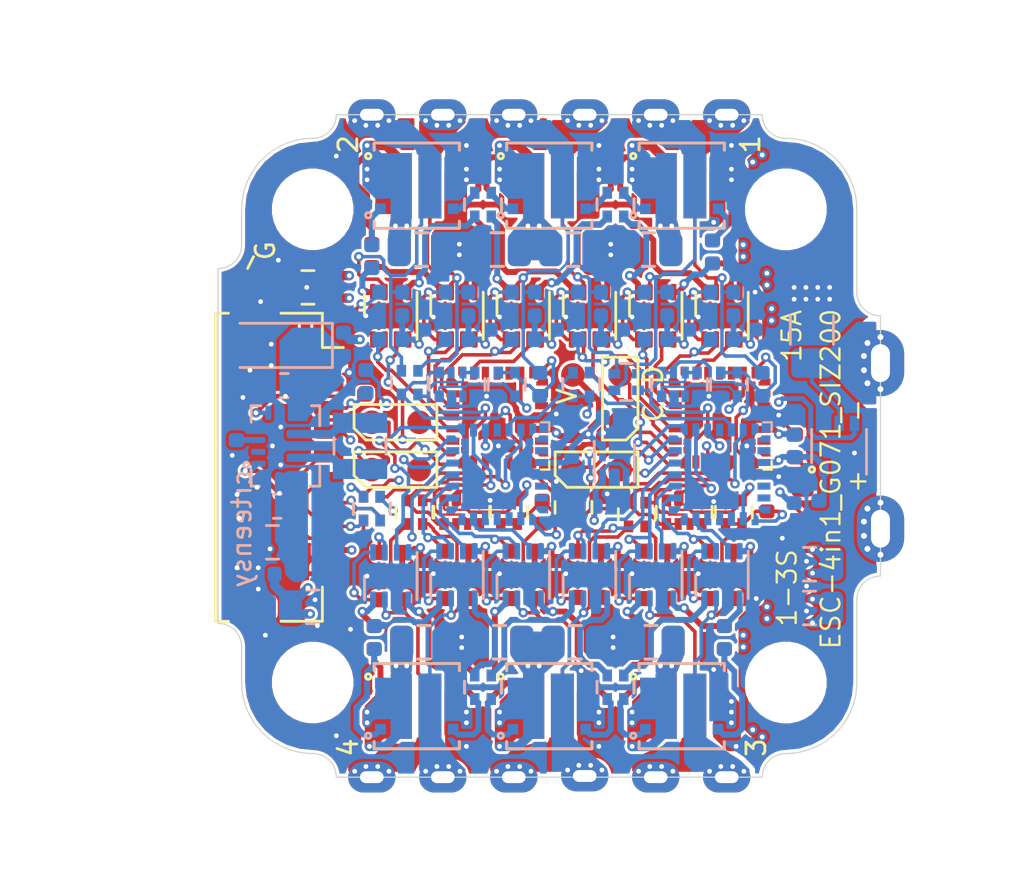
<source format=kicad_pcb>
(kicad_pcb (version 20171130) (host pcbnew 5.1.6-c6e7f7d~87~ubuntu18.04.1)
  (layers (0 "F.Cu_(sig)" signal) (1 "In1.Cu_(power)" signal) (2 "In2.Cu_(gnd)" signal) (31 "B.Cu_(sig)" signal) (34 B.Paste user) (35 F.Paste user) (36 B.SilkS user) (37 F.SilkS user) (38 B.Mask user) (39 F.Mask user) (44 Edge.Cuts user))
  (net 0 "")
  (net 1 "Net-(U1-Pad1)")
  (net 2 "Net-(U1-Pad28)")
  (net 3 "Net-(U1-Pad7)")
  (net 4 "Net-(U1-Pad25)")
  (net 5 "Net-(U1-Pad12)")
  (net 6 "Net-(U1-Pad11)")
  (net 7 "Net-(U1-Pad10)")
  (net 8 "Net-(U1-Pad6)")
  (net 9 "Net-(U1-Pad5)")
  (net 10 "Net-(U1-Pad2)")
  (net 11 "Net-(C1-Pad2)")
  (net 12 +5V)
  (net 13 +BATT)
  (net 14 GND)
  (net 15 /ESC1_A)
  (net 16 "Net-(C2-Pad2)")
  (net 17 /ESC1_B)
  (net 18 "Net-(C3-Pad2)")
  (net 19 /ESC1_C)
  (net 20 "Net-(C8-Pad2)")
  (net 21 /ESC2_A)
  (net 22 "Net-(C10-Pad2)")
  (net 23 /ESC2_B)
  (net 24 "Net-(C12-Pad2)")
  (net 25 /ESC2_C)
  (net 26 "Net-(C13-Pad2)")
  (net 27 "Net-(C15-Pad2)")
  (net 28 "Net-(C17-Pad2)")
  (net 29 +3V3)
  (net 30 /IBat)
  (net 31 "Net-(L1-Pad2)")
  (net 32 "Net-(L1-Pad1)")
  (net 33 "Net-(R2-Pad2)")
  (net 34 "Net-(U14-Pad2)")
  (net 35 /ESC1_A_EN)
  (net 36 /ESC1_A_PWM)
  (net 37 /ESC1_B_EN)
  (net 38 /ESC1_B_PWM)
  (net 39 /ESC1_C_EN)
  (net 40 /ESC1_C_PWM)
  (net 41 /ESC2_A_EN)
  (net 42 /ESC2_A_PWM)
  (net 43 /ESC2_B_EN)
  (net 44 /ESC2_B_PWM)
  (net 45 /ESC2_C_EN)
  (net 46 /ESC2_C_PWM)
  (net 47 /ESC1_MC)
  (net 48 /ESC1_MA)
  (net 49 /ESC1_IN)
  (net 50 /ESC1_MB)
  (net 51 /ESC1_Y)
  (net 52 /ESCx_tele)
  (net 53 /ESC1_SWDCLK)
  (net 54 /ESC1_SWDIO)
  (net 55 /ESC2_Y)
  (net 56 "Net-(U17-Pad1)")
  (net 57 "Net-(U17-Pad28)")
  (net 58 /ESC2_SWDCLK)
  (net 59 "Net-(U17-Pad7)")
  (net 60 /ESC2_MC)
  (net 61 /ESC2_MA)
  (net 62 "Net-(U17-Pad25)")
  (net 63 /ESC2_IN)
  (net 64 /ESC2_MB)
  (net 65 /ESC2_SWDIO)
  (net 66 "Net-(U17-Pad12)")
  (net 67 "Net-(U17-Pad11)")
  (net 68 "Net-(U17-Pad10)")
  (net 69 "Net-(U17-Pad6)")
  (net 70 "Net-(U17-Pad5)")
  (net 71 "Net-(U17-Pad2)")
  (net 72 "Net-(C24-Pad2)")
  (net 73 /ESC4_A)
  (net 74 "Net-(C27-Pad2)")
  (net 75 /ESC4_B)
  (net 76 "Net-(C29-Pad2)")
  (net 77 /ESC4_C)
  (net 78 "Net-(C31-Pad2)")
  (net 79 /ESC3_A)
  (net 80 "Net-(C34-Pad2)")
  (net 81 /ESC3_B)
  (net 82 "Net-(C36-Pad2)")
  (net 83 /ESC3_C)
  (net 84 /ESC4_A_PWM)
  (net 85 /ESC4_B_PWM)
  (net 86 /ESC4_C_PWM)
  (net 87 /ESC3_A_PWM)
  (net 88 /ESC3_B_PWM)
  (net 89 /ESC3_C_PWM)
  (net 90 /ESC4_Y)
  (net 91 /ESC3_Y)
  (net 92 /ESC4_A_EN)
  (net 93 /ESC4_B_EN)
  (net 94 "Net-(U21-Pad1)")
  (net 95 "Net-(U21-Pad28)")
  (net 96 /ESC4_SWDCLK)
  (net 97 "Net-(U21-Pad7)")
  (net 98 /ESC4_MC)
  (net 99 /ESC4_MA)
  (net 100 "Net-(U21-Pad25)")
  (net 101 /ESC4_IN)
  (net 102 /ESC4_MB)
  (net 103 /ESC4_SWDIO)
  (net 104 /ESC4_C_EN)
  (net 105 "Net-(U21-Pad12)")
  (net 106 "Net-(U21-Pad11)")
  (net 107 "Net-(U21-Pad10)")
  (net 108 "Net-(U21-Pad6)")
  (net 109 "Net-(U21-Pad5)")
  (net 110 "Net-(U21-Pad2)")
  (net 111 /ESC3_A_EN)
  (net 112 /ESC3_B_EN)
  (net 113 "Net-(U28-Pad1)")
  (net 114 "Net-(U28-Pad28)")
  (net 115 /ESC3_SWDCLK)
  (net 116 "Net-(U28-Pad7)")
  (net 117 /ESC3_MC)
  (net 118 /ESC3_MA)
  (net 119 "Net-(U28-Pad25)")
  (net 120 /ESC3_IN)
  (net 121 /ESC3_MB)
  (net 122 /ESC3_SWDIO)
  (net 123 /ESC3_C_EN)
  (net 124 "Net-(U28-Pad12)")
  (net 125 "Net-(U28-Pad11)")
  (net 126 "Net-(U28-Pad10)")
  (net 127 "Net-(U28-Pad6)")
  (net 128 "Net-(U28-Pad5)")
  (net 129 "Net-(U28-Pad2)")
  (net 130 /ESC4_A_DRVH)
  (net 131 /ESC4_B_DRVH)
  (net 132 /ESC4_B_GH)
  (net 133 /ESC4_A_GL)
  (net 134 /ESC4_C_DRVL)
  (net 135 /ESC4_B_DRVL)
  (net 136 /ESC4_C_GL)
  (net 137 /ESC4_B_GL)
  (net 138 /ESC4_C_DRVH)
  (net 139 /ESC3_C_DRVL)
  (net 140 /ESC3_C_GL)
  (net 141 /ESC4_C_GH)
  (net 142 /ESC4_A_DRVL)
  (net 143 /ESC4_A_GH)
  (net 144 /ESC3_A_DRVH)
  (net 145 /ESC3_A_DRVL)
  (net 146 /ESC3_A_GH)
  (net 147 /ESC3_A_GL)
  (net 148 /ESC3_B_DRVH)
  (net 149 /ESC3_B_DRVL)
  (net 150 /ESC3_B_GH)
  (net 151 /ESC3_B_GL)
  (net 152 /ESC3_C_DRVH)
  (net 153 /ESC3_C_GH)
  (net 154 /ESC1_A_DRVH)
  (net 155 /ESC1_A_DRVL)
  (net 156 /ESC1_A_GH)
  (net 157 /ESC1_A_GL)
  (net 158 /ESC1_B_DRVH)
  (net 159 /ESC1_B_DRVL)
  (net 160 /ESC1_B_GH)
  (net 161 /ESC1_B_GL)
  (net 162 /ESC1_C_DRVH)
  (net 163 /ESC1_C_DRVL)
  (net 164 /ESC1_C_GH)
  (net 165 /ESC1_C_GL)
  (net 166 /ESC2_A_DRVH)
  (net 167 /ESC2_A_DRVL)
  (net 168 /ESC2_A_GH)
  (net 169 /ESC2_A_GL)
  (net 170 /ESC2_B_DRVH)
  (net 171 /ESC2_B_DRVL)
  (net 172 /ESC2_B_GH)
  (net 173 /ESC2_B_GL)
  (net 174 /ESC2_C_DRVH)
  (net 175 /ESC2_C_DRVL)
  (net 176 /ESC2_C_GH)
  (net 177 /ESC2_C_GL)
  (net 178 "Net-(U1-Pad14)")
  (net 179 "Net-(U1-Pad15)")
  (net 180 "Net-(U17-Pad15)")
  (net 181 "Net-(U17-Pad14)")
  (net 182 "Net-(U21-Pad15)")
  (net 183 "Net-(U21-Pad14)")
  (net 184 "Net-(U28-Pad15)")
  (net 185 "Net-(U28-Pad14)")
  (net 186 "Net-(J1-Pad8)")
  (net 187 "Net-(J1-Pad7)")
  (net 188 "Net-(J1-Pad6)")
  (net 189 "Net-(J1-Pad5)")
  (net 190 /ESC2_tele_o)
  (net 191 /ESC1_tele_o)
  (net 192 /ESC4_tele_o)
  (net 193 /ESC3_tele_o)
  (net 194 /Batt-)
  (net 195 "Net-(D1-Pad1)")
  (module 11_PSoC_FC_whoop:batt_pad_wide_relaxed (layer "F.Cu_(sig)") (at 150 71.5 90)
    (fp_text reference TP8 hide)
    (fp_text value TestPoint_Flag)
    (pad 1 thru_hole circle (at 1.1 0 90) (size 0.5 0.5) (drill 0.25) (layers *.Cu *.Mask) (net 194 /Batt-))
    (pad 1 thru_hole circle (at -1.1 0 90) (size 0.5 0.5) (drill 0.25) (layers *.Cu *.Mask) (net 194 /Batt-))
    (pad 1 thru_hole circle (at 0.85 -0.55 90) (size 0.5 0.5) (drill 0.25) (layers *.Cu *.Mask) (net 194 /Batt-))
    (pad 1 thru_hole circle (at 0.3 -0.7 90) (size 0.5 0.5) (drill 0.25) (layers *.Cu *.Mask) (net 194 /Batt-))
    (pad 1 thru_hole circle (at -0.85 -0.55 90) (size 0.5 0.5) (drill 0.25) (layers *.Cu *.Mask) (net 194 /Batt-))
    (pad 1 thru_hole oval (at 0 0 90) (size 2.8 2) (drill oval 1.6 0.8) (layers *.Cu *.Mask) (net 194 /Batt-))
    (pad 1 thru_hole circle (at -0.3 -0.7 90) (size 0.5 0.5) (drill 0.25) (layers *.Cu *.Mask) (net 194 /Batt-))
  )
  (module 11_PSoC_FC_whoop:batt_pad_wide_relaxed (layer "F.Cu_(sig)") (at 150 78.5 90)
    (fp_text reference TP7 hide)
    (fp_text value TestPoint_Flag)
    (pad 1 thru_hole circle (at 1.1 0 90) (size 0.5 0.5) (drill 0.25) (layers *.Cu *.Mask) (net 13 +BATT))
    (pad 1 thru_hole circle (at -1.1 0 90) (size 0.5 0.5) (drill 0.25) (layers *.Cu *.Mask) (net 13 +BATT))
    (pad 1 thru_hole circle (at 0.85 -0.55 90) (size 0.5 0.5) (drill 0.25) (layers *.Cu *.Mask) (net 13 +BATT))
    (pad 1 thru_hole circle (at 0.3 -0.7 90) (size 0.5 0.5) (drill 0.25) (layers *.Cu *.Mask) (net 13 +BATT))
    (pad 1 thru_hole circle (at -0.85 -0.55 90) (size 0.5 0.5) (drill 0.25) (layers *.Cu *.Mask) (net 13 +BATT))
    (pad 1 thru_hole oval (at 0 0 90) (size 2.8 2) (drill oval 1.6 0.8) (layers *.Cu *.Mask) (net 13 +BATT))
    (pad 1 thru_hole circle (at -0.3 -0.7 90) (size 0.5 0.5) (drill 0.25) (layers *.Cu *.Mask) (net 13 +BATT))
  )
  (module 11_PSoC_FC_whoop:esc_pad_relaxed_n4 (layer "F.Cu_(sig)") (at 131.5 61.000001 180)
    (fp_text reference TP5 hide)
    (fp_text value TestPoint_Flag)
    (pad 1 thru_hole oval (at 0.25 -0.45 180) (size 0.4 0.4) (drill 0.2) (layers *.Cu *.Mask) (net 23 /ESC2_B))
    (pad 1 thru_hole oval (at 0.725 -0.25 180) (size 0.4 0.4) (drill 0.2) (layers *.Cu *.Mask) (net 23 /ESC2_B))
    (pad 1 thru_hole oval (at -0.25 -0.45 180) (size 0.4 0.4) (drill 0.2) (layers *.Cu *.Mask) (net 23 /ESC2_B))
    (pad 1 thru_hole oval (at -0.725 -0.25 180) (size 0.4 0.4) (drill 0.2) (layers *.Cu *.Mask) (net 23 /ESC2_B))
    (pad 1 thru_hole oval (at 0 0 180) (size 2 1.3) (drill oval 1 0.5) (layers *.Cu *.Mask) (net 23 /ESC2_B))
  )
  (module 11_PSoC_FC_whoop:esc_pad_relaxed_n4 (layer "F.Cu_(sig)") (at 143.5 89)
    (fp_text reference TP14 hide)
    (fp_text value TestPoint_Flag)
    (pad 1 thru_hole oval (at 0.25 -0.45) (size 0.4 0.4) (drill 0.2) (layers *.Cu *.Mask) (net 83 /ESC3_C))
    (pad 1 thru_hole oval (at 0.725 -0.25) (size 0.4 0.4) (drill 0.2) (layers *.Cu *.Mask) (net 83 /ESC3_C))
    (pad 1 thru_hole oval (at -0.25 -0.45) (size 0.4 0.4) (drill 0.2) (layers *.Cu *.Mask) (net 83 /ESC3_C))
    (pad 1 thru_hole oval (at -0.725 -0.25) (size 0.4 0.4) (drill 0.2) (layers *.Cu *.Mask) (net 83 /ESC3_C))
    (pad 1 thru_hole oval (at 0 0) (size 2 1.3) (drill oval 1 0.5) (layers *.Cu *.Mask) (net 83 /ESC3_C))
  )
  (module 11_PSoC_FC_whoop:esc_pad_relaxed_n4 (layer "F.Cu_(sig)") (at 140.5 88.999999)
    (fp_text reference TP13 hide)
    (fp_text value TestPoint_Flag)
    (pad 1 thru_hole oval (at 0.25 -0.45) (size 0.4 0.4) (drill 0.2) (layers *.Cu *.Mask) (net 81 /ESC3_B))
    (pad 1 thru_hole oval (at 0.725 -0.25) (size 0.4 0.4) (drill 0.2) (layers *.Cu *.Mask) (net 81 /ESC3_B))
    (pad 1 thru_hole oval (at -0.25 -0.45) (size 0.4 0.4) (drill 0.2) (layers *.Cu *.Mask) (net 81 /ESC3_B))
    (pad 1 thru_hole oval (at -0.725 -0.25) (size 0.4 0.4) (drill 0.2) (layers *.Cu *.Mask) (net 81 /ESC3_B))
    (pad 1 thru_hole oval (at 0 0) (size 2 1.3) (drill oval 1 0.5) (layers *.Cu *.Mask) (net 81 /ESC3_B))
  )
  (module 11_PSoC_FC_whoop:esc_pad_relaxed_n4 (layer "F.Cu_(sig)") (at 137.5 88.95)
    (fp_text reference TP12 hide)
    (fp_text value TestPoint_Flag)
    (pad 1 thru_hole oval (at 0.25 -0.45) (size 0.4 0.4) (drill 0.2) (layers *.Cu *.Mask) (net 79 /ESC3_A))
    (pad 1 thru_hole oval (at 0.725 -0.25) (size 0.4 0.4) (drill 0.2) (layers *.Cu *.Mask) (net 79 /ESC3_A))
    (pad 1 thru_hole oval (at -0.25 -0.45) (size 0.4 0.4) (drill 0.2) (layers *.Cu *.Mask) (net 79 /ESC3_A))
    (pad 1 thru_hole oval (at -0.725 -0.25) (size 0.4 0.4) (drill 0.2) (layers *.Cu *.Mask) (net 79 /ESC3_A))
    (pad 1 thru_hole oval (at 0 0) (size 2 1.3) (drill oval 1 0.5) (layers *.Cu *.Mask) (net 79 /ESC3_A))
  )
  (module 11_PSoC_FC_whoop:esc_pad_relaxed_n4 (layer "F.Cu_(sig)") (at 134.5 89)
    (fp_text reference TP11 hide)
    (fp_text value TestPoint_Flag)
    (pad 1 thru_hole oval (at 0.25 -0.45) (size 0.4 0.4) (drill 0.2) (layers *.Cu *.Mask) (net 77 /ESC4_C))
    (pad 1 thru_hole oval (at 0.725 -0.25) (size 0.4 0.4) (drill 0.2) (layers *.Cu *.Mask) (net 77 /ESC4_C))
    (pad 1 thru_hole oval (at -0.25 -0.45) (size 0.4 0.4) (drill 0.2) (layers *.Cu *.Mask) (net 77 /ESC4_C))
    (pad 1 thru_hole oval (at -0.725 -0.25) (size 0.4 0.4) (drill 0.2) (layers *.Cu *.Mask) (net 77 /ESC4_C))
    (pad 1 thru_hole oval (at 0 0) (size 2 1.3) (drill oval 1 0.5) (layers *.Cu *.Mask) (net 77 /ESC4_C))
  )
  (module 11_PSoC_FC_whoop:esc_pad_relaxed_n4 (layer "F.Cu_(sig)") (at 131.5 88.999999)
    (fp_text reference TP10 hide)
    (fp_text value TestPoint_Flag)
    (pad 1 thru_hole oval (at 0.25 -0.45) (size 0.4 0.4) (drill 0.2) (layers *.Cu *.Mask) (net 75 /ESC4_B))
    (pad 1 thru_hole oval (at 0.725 -0.25) (size 0.4 0.4) (drill 0.2) (layers *.Cu *.Mask) (net 75 /ESC4_B))
    (pad 1 thru_hole oval (at -0.25 -0.45) (size 0.4 0.4) (drill 0.2) (layers *.Cu *.Mask) (net 75 /ESC4_B))
    (pad 1 thru_hole oval (at -0.725 -0.25) (size 0.4 0.4) (drill 0.2) (layers *.Cu *.Mask) (net 75 /ESC4_B))
    (pad 1 thru_hole oval (at 0 0) (size 2 1.3) (drill oval 1 0.5) (layers *.Cu *.Mask) (net 75 /ESC4_B))
  )
  (module 11_PSoC_FC_whoop:esc_pad_relaxed_n4 (layer "F.Cu_(sig)") (at 128.5 89)
    (fp_text reference TP9 hide)
    (fp_text value TestPoint_Flag)
    (pad 1 thru_hole oval (at 0.25 -0.45) (size 0.4 0.4) (drill 0.2) (layers *.Cu *.Mask) (net 73 /ESC4_A))
    (pad 1 thru_hole oval (at 0.725 -0.25) (size 0.4 0.4) (drill 0.2) (layers *.Cu *.Mask) (net 73 /ESC4_A))
    (pad 1 thru_hole oval (at -0.25 -0.45) (size 0.4 0.4) (drill 0.2) (layers *.Cu *.Mask) (net 73 /ESC4_A))
    (pad 1 thru_hole oval (at -0.725 -0.25) (size 0.4 0.4) (drill 0.2) (layers *.Cu *.Mask) (net 73 /ESC4_A))
    (pad 1 thru_hole oval (at 0 0) (size 2 1.3) (drill oval 1 0.5) (layers *.Cu *.Mask) (net 73 /ESC4_A))
  )
  (module 11_PSoC_FC_whoop:esc_pad_relaxed_n4 (layer "F.Cu_(sig)") (at 134.5 61 180)
    (fp_text reference TP6 hide)
    (fp_text value TestPoint_Flag)
    (pad 1 thru_hole oval (at 0.25 -0.45 180) (size 0.4 0.4) (drill 0.2) (layers *.Cu *.Mask) (net 25 /ESC2_C))
    (pad 1 thru_hole oval (at 0.725 -0.25 180) (size 0.4 0.4) (drill 0.2) (layers *.Cu *.Mask) (net 25 /ESC2_C))
    (pad 1 thru_hole oval (at -0.25 -0.45 180) (size 0.4 0.4) (drill 0.2) (layers *.Cu *.Mask) (net 25 /ESC2_C))
    (pad 1 thru_hole oval (at -0.725 -0.25 180) (size 0.4 0.4) (drill 0.2) (layers *.Cu *.Mask) (net 25 /ESC2_C))
    (pad 1 thru_hole oval (at 0 0 180) (size 2 1.3) (drill oval 1 0.5) (layers *.Cu *.Mask) (net 25 /ESC2_C))
  )
  (module 11_PSoC_FC_whoop:esc_pad_relaxed_n4 (layer "F.Cu_(sig)") (at 128.5 61 180)
    (fp_text reference TP4 hide)
    (fp_text value TestPoint_Flag)
    (pad 1 thru_hole oval (at 0.25 -0.45 180) (size 0.4 0.4) (drill 0.2) (layers *.Cu *.Mask) (net 21 /ESC2_A))
    (pad 1 thru_hole oval (at 0.725 -0.25 180) (size 0.4 0.4) (drill 0.2) (layers *.Cu *.Mask) (net 21 /ESC2_A))
    (pad 1 thru_hole oval (at -0.25 -0.45 180) (size 0.4 0.4) (drill 0.2) (layers *.Cu *.Mask) (net 21 /ESC2_A))
    (pad 1 thru_hole oval (at -0.725 -0.25 180) (size 0.4 0.4) (drill 0.2) (layers *.Cu *.Mask) (net 21 /ESC2_A))
    (pad 1 thru_hole oval (at 0 0 180) (size 2 1.3) (drill oval 1 0.5) (layers *.Cu *.Mask) (net 21 /ESC2_A))
  )
  (module 11_PSoC_FC_whoop:esc_pad_relaxed_n4 (layer "F.Cu_(sig)") (at 143.5 61 180)
    (fp_text reference TP3 hide)
    (fp_text value TestPoint_Flag)
    (pad 1 thru_hole oval (at 0.25 -0.45 180) (size 0.4 0.4) (drill 0.2) (layers *.Cu *.Mask) (net 19 /ESC1_C))
    (pad 1 thru_hole oval (at 0.725 -0.25 180) (size 0.4 0.4) (drill 0.2) (layers *.Cu *.Mask) (net 19 /ESC1_C))
    (pad 1 thru_hole oval (at -0.25 -0.45 180) (size 0.4 0.4) (drill 0.2) (layers *.Cu *.Mask) (net 19 /ESC1_C))
    (pad 1 thru_hole oval (at -0.725 -0.25 180) (size 0.4 0.4) (drill 0.2) (layers *.Cu *.Mask) (net 19 /ESC1_C))
    (pad 1 thru_hole oval (at 0 0 180) (size 2 1.3) (drill oval 1 0.5) (layers *.Cu *.Mask) (net 19 /ESC1_C))
  )
  (module 11_PSoC_FC_whoop:esc_pad_relaxed_n4 (layer "F.Cu_(sig)") (at 140.5 61.000001 180)
    (fp_text reference TP2 hide)
    (fp_text value TestPoint_Flag)
    (pad 1 thru_hole oval (at 0.25 -0.45 180) (size 0.4 0.4) (drill 0.2) (layers *.Cu *.Mask) (net 17 /ESC1_B))
    (pad 1 thru_hole oval (at 0.725 -0.25 180) (size 0.4 0.4) (drill 0.2) (layers *.Cu *.Mask) (net 17 /ESC1_B))
    (pad 1 thru_hole oval (at -0.25 -0.45 180) (size 0.4 0.4) (drill 0.2) (layers *.Cu *.Mask) (net 17 /ESC1_B))
    (pad 1 thru_hole oval (at -0.725 -0.25 180) (size 0.4 0.4) (drill 0.2) (layers *.Cu *.Mask) (net 17 /ESC1_B))
    (pad 1 thru_hole oval (at 0 0 180) (size 2 1.3) (drill oval 1 0.5) (layers *.Cu *.Mask) (net 17 /ESC1_B))
  )
  (module 11_PSoC_FC_whoop:esc_pad_relaxed_n4 (layer "F.Cu_(sig)") (at 137.5 61 180)
    (fp_text reference TP1 hide)
    (fp_text value TestPoint_Flag)
    (pad 1 thru_hole oval (at 0.25 -0.45 180) (size 0.4 0.4) (drill 0.2) (layers *.Cu *.Mask) (net 15 /ESC1_A))
    (pad 1 thru_hole oval (at 0.725 -0.25 180) (size 0.4 0.4) (drill 0.2) (layers *.Cu *.Mask) (net 15 /ESC1_A))
    (pad 1 thru_hole oval (at -0.25 -0.45 180) (size 0.4 0.4) (drill 0.2) (layers *.Cu *.Mask) (net 15 /ESC1_A))
    (pad 1 thru_hole oval (at -0.725 -0.25 180) (size 0.4 0.4) (drill 0.2) (layers *.Cu *.Mask) (net 15 /ESC1_A))
    (pad 1 thru_hole oval (at 0 0 180) (size 2 1.3) (drill oval 1 0.5) (layers *.Cu *.Mask) (net 15 /ESC1_A))
  )
  (module LED_SMD:LED_0603_1608Metric (layer "F.Cu_(sig)") (at 146.700001 77.5 270)
    (fp_text reference D1 hide)
    (fp_text value LED hide)
    (pad 2 smd roundrect (at 0.7875 0 270) (size 0.875 0.95) (layers "F.Cu_(sig)" F.Paste F.Mask) (net 29 +3V3))
    (pad 1 smd roundrect (at -0.7875 0 270) (size 0.875 0.95) (layers "F.Cu_(sig)" F.Paste F.Mask) (net 195 "Net-(D1-Pad1)"))
  )
  (module Resistor_SMD:R_0402_1005Metric (layer "F.Cu_(sig)") (at 146.400001 75 270)
    (fp_text reference R27 hide)
    (fp_text value 1k hide)
    (pad 2 smd roundrect (at 0.485 0 270) (size 0.59 0.64) (layers "F.Cu_(sig)" F.Paste F.Mask) (net 195 "Net-(D1-Pad1)"))
    (pad 1 smd roundrect (at -0.485 0 270) (size 0.59 0.64) (layers "F.Cu_(sig)" F.Paste F.Mask) (net 14 GND))
  )
  (module ultimateFC:TEXAS_15-VQFN-HR (layer "B.Cu_(sig)") (at 124.849999 75 90)
    (fp_text reference U14 hide)
    (fp_text value TPS630701 hide)
    (pad 13 smd roundrect (at -1.4 0.475) (size 0.85 0.7) (layers "B.Cu_(sig)") (roundrect_rratio 0.07099999999999999) (net 26 "Net-(C13-Pad2)"))
    (pad 7 smd roundrect (at 1.4 0.525) (size 0.85 0.7) (layers "B.Cu_(sig)") (roundrect_rratio 0.07099999999999999) (net 27 "Net-(C15-Pad2)"))
    (pad 11 smd roundrect (at -0.5 0.775 90) (size 0.35 1.45) (layers "B.Cu_(sig)" B.Mask) (roundrect_rratio 0.2) (net 31 "Net-(L1-Pad2)"))
    (pad 9 smd roundrect (at 0.5 0.775 90) (size 0.35 1.45) (layers "B.Cu_(sig)" B.Mask) (roundrect_rratio 0.2) (net 32 "Net-(L1-Pad1)"))
    (pad 10 smd roundrect (at 0 0.6 90) (size 0.35 1.8) (layers "B.Cu_(sig)" B.Mask) (roundrect_rratio 0.2) (net 14 GND))
    (pad 15 smd roundrect (at -1.4 -0.775 180) (size 0.25 0.6) (layers "B.Cu_(sig)" B.Paste B.Mask) (roundrect_rratio 0.2) (net 14 GND))
    (pad 13 smd roundrect (at -1.4 0.225 180) (size 0.25 0.6) (layers "B.Cu_(sig)" B.Paste B.Mask) (roundrect_rratio 0.2) (net 26 "Net-(C13-Pad2)"))
    (pad 14 smd roundrect (at -1.4 -0.275 180) (size 0.25 0.6) (layers "B.Cu_(sig)" B.Paste B.Mask) (roundrect_rratio 0.2) (net 26 "Net-(C13-Pad2)"))
    (pad 13 smd roundrect (at -1.4 0.725 180) (size 0.25 0.6) (layers "B.Cu_(sig)" B.Paste B.Mask) (roundrect_rratio 0.2) (net 26 "Net-(C13-Pad2)"))
    (pad 13 smd rect (at -1.225 0.5 90) (size 0.25 0.6) (layers "B.Cu_(sig)" B.Paste B.Mask) (net 26 "Net-(C13-Pad2)"))
    (pad 7 smd rect (at 1.225 0.525 270) (size 0.25 0.6) (layers "B.Cu_(sig)" B.Paste B.Mask) (net 27 "Net-(C15-Pad2)"))
    (pad 7 smd roundrect (at 1.4 0.775) (size 0.25 0.6) (layers "B.Cu_(sig)" B.Paste B.Mask) (roundrect_rratio 0.2) (net 27 "Net-(C15-Pad2)"))
    (pad 7 smd roundrect (at 1.4 0.275) (size 0.25 0.6) (layers "B.Cu_(sig)" B.Paste B.Mask) (roundrect_rratio 0.2) (net 27 "Net-(C15-Pad2)"))
    (pad 6 smd roundrect (at 1.4 -0.225) (size 0.25 0.6) (layers "B.Cu_(sig)" B.Paste B.Mask) (roundrect_rratio 0.2) (net 14 GND))
    (pad 5 smd roundrect (at 1.4 -0.725) (size 0.25 0.6) (layers "B.Cu_(sig)" B.Paste B.Mask) (roundrect_rratio 0.2) (net 27 "Net-(C15-Pad2)"))
    (pad 4 smd roundrect (at 0.75 -1.15 90) (size 0.25 0.6) (layers "B.Cu_(sig)" B.Paste B.Mask) (roundrect_rratio 0.2) (net 14 GND))
    (pad 3 smd roundrect (at 0.25 -1.15 90) (size 0.25 0.6) (layers "B.Cu_(sig)" B.Paste B.Mask) (roundrect_rratio 0.2) (net 28 "Net-(C17-Pad2)"))
    (pad 2 smd roundrect (at -0.25 -1.15 90) (size 0.25 0.6) (layers "B.Cu_(sig)" B.Paste B.Mask) (roundrect_rratio 0.2) (net 34 "Net-(U14-Pad2)"))
    (pad 1 smd roundrect (at -0.75 -1.15 90) (size 0.25 0.6) (layers "B.Cu_(sig)" B.Paste B.Mask) (roundrect_rratio 0.2) (net 26 "Net-(C13-Pad2)"))
  )
  (module 11_PSoC_FC_whoop:PowerPAIR3.3x3.3_splitpaste (layer "B.Cu_(sig)") (at 141.6 86.000001 90)
    (fp_text reference U31 hide)
    (fp_text value SIZ200DT-T1-GE3 hide)
    (pad 1 smd rect (at -0.975 -1.536 90) (size 0.45 0.45) (layers "B.Cu_(sig)" B.Paste B.Mask) (net 153 /ESC3_C_GH))
    (pad 2 smd rect (at -0.325 -1.536 90) (size 0.45 0.45) (layers "B.Cu_(sig)" B.Paste B.Mask) (net 13 +BATT))
    (pad 2 smd rect (at 0.325 -1.536 90) (size 0.45 0.45) (layers "B.Cu_(sig)" B.Paste B.Mask) (net 13 +BATT))
    (pad 2 smd rect (at 0.975 -1.536 90) (size 0.45 0.45) (layers "B.Cu_(sig)" B.Paste B.Mask) (net 13 +BATT))
    (pad 2 smd rect (at 0 -0.66 90) (size 2.76 0.9) (layers "B.Cu_(sig)" B.Mask) (net 13 +BATT))
    (pad 3 smd rect (at 0 0.555 90) (size 2.76 0.97) (layers "B.Cu_(sig)" B.Mask) (net 83 /ESC3_C))
    (pad 4 smd rect (at 0.975 1.536 90) (size 0.45 0.45) (layers "B.Cu_(sig)" B.Paste B.Mask) (net 14 GND))
    (pad 4 smd rect (at 0.325 1.536 90) (size 0.45 0.45) (layers "B.Cu_(sig)" B.Paste B.Mask) (net 14 GND))
    (pad 4 smd rect (at -0.325 1.536 90) (size 0.45 0.45) (layers "B.Cu_(sig)" B.Paste B.Mask) (net 14 GND))
    (pad 5 smd rect (at -0.975 1.536 90) (size 0.45 0.45) (layers "B.Cu_(sig)" B.Paste B.Mask) (net 140 /ESC3_C_GL))
  )
  (module 11_PSoC_FC_whoop:PowerPAIR3.3x3.3_splitpaste (layer "F.Cu_(sig)") (at 141.6 86.000001 270)
    (fp_text reference U29 hide)
    (fp_text value SIZ200DT-T1-GE3 hide)
    (pad 1 smd rect (at -0.975 1.536 270) (size 0.45 0.45) (layers "F.Cu_(sig)" F.Paste F.Mask) (net 150 /ESC3_B_GH))
    (pad 2 smd rect (at -0.325 1.536 270) (size 0.45 0.45) (layers "F.Cu_(sig)" F.Paste F.Mask) (net 13 +BATT))
    (pad 2 smd rect (at 0.325 1.536 270) (size 0.45 0.45) (layers "F.Cu_(sig)" F.Paste F.Mask) (net 13 +BATT))
    (pad 2 smd rect (at 0.975 1.536 270) (size 0.45 0.45) (layers "F.Cu_(sig)" F.Paste F.Mask) (net 13 +BATT))
    (pad 2 smd rect (at 0 0.66 270) (size 2.76 0.9) (layers "F.Cu_(sig)" F.Mask) (net 13 +BATT))
    (pad 3 smd rect (at 0 -0.555 270) (size 2.76 0.97) (layers "F.Cu_(sig)" F.Mask) (net 81 /ESC3_B))
    (pad 4 smd rect (at 0.975 -1.536 270) (size 0.45 0.45) (layers "F.Cu_(sig)" F.Paste F.Mask) (net 14 GND))
    (pad 4 smd rect (at 0.325 -1.536 270) (size 0.45 0.45) (layers "F.Cu_(sig)" F.Paste F.Mask) (net 14 GND))
    (pad 4 smd rect (at -0.325 -1.536 270) (size 0.45 0.45) (layers "F.Cu_(sig)" F.Paste F.Mask) (net 14 GND))
    (pad 5 smd rect (at -0.975 -1.536 270) (size 0.45 0.45) (layers "F.Cu_(sig)" F.Paste F.Mask) (net 151 /ESC3_B_GL))
  )
  (module 11_PSoC_FC_whoop:PowerPAIR3.3x3.3_splitpaste (layer "B.Cu_(sig)") (at 136 86.000001 90)
    (fp_text reference U26 hide)
    (fp_text value SIZ200DT-T1-GE3 hide)
    (pad 1 smd rect (at -0.975 -1.536 90) (size 0.45 0.45) (layers "B.Cu_(sig)" B.Paste B.Mask) (net 146 /ESC3_A_GH))
    (pad 2 smd rect (at -0.325 -1.536 90) (size 0.45 0.45) (layers "B.Cu_(sig)" B.Paste B.Mask) (net 13 +BATT))
    (pad 2 smd rect (at 0.325 -1.536 90) (size 0.45 0.45) (layers "B.Cu_(sig)" B.Paste B.Mask) (net 13 +BATT))
    (pad 2 smd rect (at 0.975 -1.536 90) (size 0.45 0.45) (layers "B.Cu_(sig)" B.Paste B.Mask) (net 13 +BATT))
    (pad 2 smd rect (at 0 -0.66 90) (size 2.76 0.9) (layers "B.Cu_(sig)" B.Mask) (net 13 +BATT))
    (pad 3 smd rect (at 0 0.555 90) (size 2.76 0.97) (layers "B.Cu_(sig)" B.Mask) (net 79 /ESC3_A))
    (pad 4 smd rect (at 0.975 1.536 90) (size 0.45 0.45) (layers "B.Cu_(sig)" B.Paste B.Mask) (net 14 GND))
    (pad 4 smd rect (at 0.325 1.536 90) (size 0.45 0.45) (layers "B.Cu_(sig)" B.Paste B.Mask) (net 14 GND))
    (pad 4 smd rect (at -0.325 1.536 90) (size 0.45 0.45) (layers "B.Cu_(sig)" B.Paste B.Mask) (net 14 GND))
    (pad 5 smd rect (at -0.975 1.536 90) (size 0.45 0.45) (layers "B.Cu_(sig)" B.Paste B.Mask) (net 147 /ESC3_A_GL))
  )
  (module 11_PSoC_FC_whoop:PowerPAIR3.3x3.3_splitpaste (layer "F.Cu_(sig)") (at 136 86.000001 270)
    (fp_text reference U24 hide)
    (fp_text value SIZ200DT-T1-GE3 hide)
    (pad 1 smd rect (at -0.975 1.536 270) (size 0.45 0.45) (layers "F.Cu_(sig)" F.Paste F.Mask) (net 141 /ESC4_C_GH))
    (pad 2 smd rect (at -0.325 1.536 270) (size 0.45 0.45) (layers "F.Cu_(sig)" F.Paste F.Mask) (net 13 +BATT))
    (pad 2 smd rect (at 0.325 1.536 270) (size 0.45 0.45) (layers "F.Cu_(sig)" F.Paste F.Mask) (net 13 +BATT))
    (pad 2 smd rect (at 0.975 1.536 270) (size 0.45 0.45) (layers "F.Cu_(sig)" F.Paste F.Mask) (net 13 +BATT))
    (pad 2 smd rect (at 0 0.66 270) (size 2.76 0.9) (layers "F.Cu_(sig)" F.Mask) (net 13 +BATT))
    (pad 3 smd rect (at 0 -0.555 270) (size 2.76 0.97) (layers "F.Cu_(sig)" F.Mask) (net 77 /ESC4_C))
    (pad 4 smd rect (at 0.975 -1.536 270) (size 0.45 0.45) (layers "F.Cu_(sig)" F.Paste F.Mask) (net 14 GND))
    (pad 4 smd rect (at 0.325 -1.536 270) (size 0.45 0.45) (layers "F.Cu_(sig)" F.Paste F.Mask) (net 14 GND))
    (pad 4 smd rect (at -0.325 -1.536 270) (size 0.45 0.45) (layers "F.Cu_(sig)" F.Paste F.Mask) (net 14 GND))
    (pad 5 smd rect (at -0.975 -1.536 270) (size 0.45 0.45) (layers "F.Cu_(sig)" F.Paste F.Mask) (net 136 /ESC4_C_GL))
  )
  (module 11_PSoC_FC_whoop:PowerPAIR3.3x3.3_splitpaste (layer "B.Cu_(sig)") (at 130.4 86.000001 90)
    (fp_text reference U22 hide)
    (fp_text value SIZ200DT-T1-GE3 hide)
    (pad 1 smd rect (at -0.975 -1.536 90) (size 0.45 0.45) (layers "B.Cu_(sig)" B.Paste B.Mask) (net 132 /ESC4_B_GH))
    (pad 2 smd rect (at -0.325 -1.536 90) (size 0.45 0.45) (layers "B.Cu_(sig)" B.Paste B.Mask) (net 13 +BATT))
    (pad 2 smd rect (at 0.325 -1.536 90) (size 0.45 0.45) (layers "B.Cu_(sig)" B.Paste B.Mask) (net 13 +BATT))
    (pad 2 smd rect (at 0.975 -1.536 90) (size 0.45 0.45) (layers "B.Cu_(sig)" B.Paste B.Mask) (net 13 +BATT))
    (pad 2 smd rect (at 0 -0.66 90) (size 2.76 0.9) (layers "B.Cu_(sig)" B.Mask) (net 13 +BATT))
    (pad 3 smd rect (at 0 0.555 90) (size 2.76 0.97) (layers "B.Cu_(sig)" B.Mask) (net 75 /ESC4_B))
    (pad 4 smd rect (at 0.975 1.536 90) (size 0.45 0.45) (layers "B.Cu_(sig)" B.Paste B.Mask) (net 14 GND))
    (pad 4 smd rect (at 0.325 1.536 90) (size 0.45 0.45) (layers "B.Cu_(sig)" B.Paste B.Mask) (net 14 GND))
    (pad 4 smd rect (at -0.325 1.536 90) (size 0.45 0.45) (layers "B.Cu_(sig)" B.Paste B.Mask) (net 14 GND))
    (pad 5 smd rect (at -0.975 1.536 90) (size 0.45 0.45) (layers "B.Cu_(sig)" B.Paste B.Mask) (net 137 /ESC4_B_GL))
  )
  (module 11_PSoC_FC_whoop:PowerPAIR3.3x3.3_splitpaste (layer "F.Cu_(sig)") (at 130.4 86.000001 270)
    (fp_text reference U19 hide)
    (fp_text value SIZ200DT-T1-GE3 hide)
    (pad 1 smd rect (at -0.975 1.536 270) (size 0.45 0.45) (layers "F.Cu_(sig)" F.Paste F.Mask) (net 143 /ESC4_A_GH))
    (pad 2 smd rect (at -0.325 1.536 270) (size 0.45 0.45) (layers "F.Cu_(sig)" F.Paste F.Mask) (net 13 +BATT))
    (pad 2 smd rect (at 0.325 1.536 270) (size 0.45 0.45) (layers "F.Cu_(sig)" F.Paste F.Mask) (net 13 +BATT))
    (pad 2 smd rect (at 0.975 1.536 270) (size 0.45 0.45) (layers "F.Cu_(sig)" F.Paste F.Mask) (net 13 +BATT))
    (pad 2 smd rect (at 0 0.66 270) (size 2.76 0.9) (layers "F.Cu_(sig)" F.Mask) (net 13 +BATT))
    (pad 3 smd rect (at 0 -0.555 270) (size 2.76 0.97) (layers "F.Cu_(sig)" F.Mask) (net 73 /ESC4_A))
    (pad 4 smd rect (at 0.975 -1.536 270) (size 0.45 0.45) (layers "F.Cu_(sig)" F.Paste F.Mask) (net 14 GND))
    (pad 4 smd rect (at 0.325 -1.536 270) (size 0.45 0.45) (layers "F.Cu_(sig)" F.Paste F.Mask) (net 14 GND))
    (pad 4 smd rect (at -0.325 -1.536 270) (size 0.45 0.45) (layers "F.Cu_(sig)" F.Paste F.Mask) (net 14 GND))
    (pad 5 smd rect (at -0.975 -1.536 270) (size 0.45 0.45) (layers "F.Cu_(sig)" F.Paste F.Mask) (net 133 /ESC4_A_GL))
  )
  (module 11_PSoC_FC_whoop:PowerPAIR3.3x3.3_splitpaste (layer "B.Cu_(sig)") (at 136 63.999999 90)
    (fp_text reference U13 hide)
    (fp_text value SIZ200DT-T1-GE3 hide)
    (pad 1 smd rect (at -0.975 -1.536 90) (size 0.45 0.45) (layers "B.Cu_(sig)" B.Paste B.Mask) (net 176 /ESC2_C_GH))
    (pad 2 smd rect (at -0.325 -1.536 90) (size 0.45 0.45) (layers "B.Cu_(sig)" B.Paste B.Mask) (net 13 +BATT))
    (pad 2 smd rect (at 0.325 -1.536 90) (size 0.45 0.45) (layers "B.Cu_(sig)" B.Paste B.Mask) (net 13 +BATT))
    (pad 2 smd rect (at 0.975 -1.536 90) (size 0.45 0.45) (layers "B.Cu_(sig)" B.Paste B.Mask) (net 13 +BATT))
    (pad 2 smd rect (at 0 -0.66 90) (size 2.76 0.9) (layers "B.Cu_(sig)" B.Mask) (net 13 +BATT))
    (pad 3 smd rect (at 0 0.555 90) (size 2.76 0.97) (layers "B.Cu_(sig)" B.Mask) (net 25 /ESC2_C))
    (pad 4 smd rect (at 0.975 1.536 90) (size 0.45 0.45) (layers "B.Cu_(sig)" B.Paste B.Mask) (net 14 GND))
    (pad 4 smd rect (at 0.325 1.536 90) (size 0.45 0.45) (layers "B.Cu_(sig)" B.Paste B.Mask) (net 14 GND))
    (pad 4 smd rect (at -0.325 1.536 90) (size 0.45 0.45) (layers "B.Cu_(sig)" B.Paste B.Mask) (net 14 GND))
    (pad 5 smd rect (at -0.975 1.536 90) (size 0.45 0.45) (layers "B.Cu_(sig)" B.Paste B.Mask) (net 177 /ESC2_C_GL))
  )
  (module 11_PSoC_FC_whoop:PowerPAIR3.3x3.3_splitpaste (layer "F.Cu_(sig)") (at 130.4 63.999999 270)
    (fp_text reference U11 hide)
    (fp_text value SIZ200DT-T1-GE3 hide)
    (pad 1 smd rect (at -0.975 1.536 270) (size 0.45 0.45) (layers "F.Cu_(sig)" F.Paste F.Mask) (net 172 /ESC2_B_GH))
    (pad 2 smd rect (at -0.325 1.536 270) (size 0.45 0.45) (layers "F.Cu_(sig)" F.Paste F.Mask) (net 13 +BATT))
    (pad 2 smd rect (at 0.325 1.536 270) (size 0.45 0.45) (layers "F.Cu_(sig)" F.Paste F.Mask) (net 13 +BATT))
    (pad 2 smd rect (at 0.975 1.536 270) (size 0.45 0.45) (layers "F.Cu_(sig)" F.Paste F.Mask) (net 13 +BATT))
    (pad 2 smd rect (at 0 0.66 270) (size 2.76 0.9) (layers "F.Cu_(sig)" F.Mask) (net 13 +BATT))
    (pad 3 smd rect (at 0 -0.555 270) (size 2.76 0.97) (layers "F.Cu_(sig)" F.Mask) (net 23 /ESC2_B))
    (pad 4 smd rect (at 0.975 -1.536 270) (size 0.45 0.45) (layers "F.Cu_(sig)" F.Paste F.Mask) (net 14 GND))
    (pad 4 smd rect (at 0.325 -1.536 270) (size 0.45 0.45) (layers "F.Cu_(sig)" F.Paste F.Mask) (net 14 GND))
    (pad 4 smd rect (at -0.325 -1.536 270) (size 0.45 0.45) (layers "F.Cu_(sig)" F.Paste F.Mask) (net 14 GND))
    (pad 5 smd rect (at -0.975 -1.536 270) (size 0.45 0.45) (layers "F.Cu_(sig)" F.Paste F.Mask) (net 173 /ESC2_B_GL))
  )
  (module 11_PSoC_FC_whoop:PowerPAIR3.3x3.3_splitpaste (layer "B.Cu_(sig)") (at 130.4 63.999999 90)
    (fp_text reference U9 hide)
    (fp_text value SIZ200DT-T1-GE3 hide)
    (pad 1 smd rect (at -0.975 -1.536 90) (size 0.45 0.45) (layers "B.Cu_(sig)" B.Paste B.Mask) (net 168 /ESC2_A_GH))
    (pad 2 smd rect (at -0.325 -1.536 90) (size 0.45 0.45) (layers "B.Cu_(sig)" B.Paste B.Mask) (net 13 +BATT))
    (pad 2 smd rect (at 0.325 -1.536 90) (size 0.45 0.45) (layers "B.Cu_(sig)" B.Paste B.Mask) (net 13 +BATT))
    (pad 2 smd rect (at 0.975 -1.536 90) (size 0.45 0.45) (layers "B.Cu_(sig)" B.Paste B.Mask) (net 13 +BATT))
    (pad 2 smd rect (at 0 -0.66 90) (size 2.76 0.9) (layers "B.Cu_(sig)" B.Mask) (net 13 +BATT))
    (pad 3 smd rect (at 0 0.555 90) (size 2.76 0.97) (layers "B.Cu_(sig)" B.Mask) (net 21 /ESC2_A))
    (pad 4 smd rect (at 0.975 1.536 90) (size 0.45 0.45) (layers "B.Cu_(sig)" B.Paste B.Mask) (net 14 GND))
    (pad 4 smd rect (at 0.325 1.536 90) (size 0.45 0.45) (layers "B.Cu_(sig)" B.Paste B.Mask) (net 14 GND))
    (pad 4 smd rect (at -0.325 1.536 90) (size 0.45 0.45) (layers "B.Cu_(sig)" B.Paste B.Mask) (net 14 GND))
    (pad 5 smd rect (at -0.975 1.536 90) (size 0.45 0.45) (layers "B.Cu_(sig)" B.Paste B.Mask) (net 169 /ESC2_A_GL))
  )
  (module 11_PSoC_FC_whoop:PowerPAIR3.3x3.3_splitpaste (layer "F.Cu_(sig)") (at 141.6 63.999999 270)
    (fp_text reference U7 hide)
    (fp_text value SIZ200DT-T1-GE3 hide)
    (pad 1 smd rect (at -0.975 1.536 270) (size 0.45 0.45) (layers "F.Cu_(sig)" F.Paste F.Mask) (net 164 /ESC1_C_GH))
    (pad 2 smd rect (at -0.325 1.536 270) (size 0.45 0.45) (layers "F.Cu_(sig)" F.Paste F.Mask) (net 13 +BATT))
    (pad 2 smd rect (at 0.325 1.536 270) (size 0.45 0.45) (layers "F.Cu_(sig)" F.Paste F.Mask) (net 13 +BATT))
    (pad 2 smd rect (at 0.975 1.536 270) (size 0.45 0.45) (layers "F.Cu_(sig)" F.Paste F.Mask) (net 13 +BATT))
    (pad 2 smd rect (at 0 0.66 270) (size 2.76 0.9) (layers "F.Cu_(sig)" F.Mask) (net 13 +BATT))
    (pad 3 smd rect (at 0 -0.555 270) (size 2.76 0.97) (layers "F.Cu_(sig)" F.Mask) (net 19 /ESC1_C))
    (pad 4 smd rect (at 0.975 -1.536 270) (size 0.45 0.45) (layers "F.Cu_(sig)" F.Paste F.Mask) (net 14 GND))
    (pad 4 smd rect (at 0.325 -1.536 270) (size 0.45 0.45) (layers "F.Cu_(sig)" F.Paste F.Mask) (net 14 GND))
    (pad 4 smd rect (at -0.325 -1.536 270) (size 0.45 0.45) (layers "F.Cu_(sig)" F.Paste F.Mask) (net 14 GND))
    (pad 5 smd rect (at -0.975 -1.536 270) (size 0.45 0.45) (layers "F.Cu_(sig)" F.Paste F.Mask) (net 165 /ESC1_C_GL))
  )
  (module 11_PSoC_FC_whoop:PowerPAIR3.3x3.3_splitpaste (layer "B.Cu_(sig)") (at 141.6 63.999999 90)
    (fp_text reference U5 hide)
    (fp_text value SIZ200DT-T1-GE3 hide)
    (pad 1 smd rect (at -0.975 -1.536 90) (size 0.45 0.45) (layers "B.Cu_(sig)" B.Paste B.Mask) (net 160 /ESC1_B_GH))
    (pad 2 smd rect (at -0.325 -1.536 90) (size 0.45 0.45) (layers "B.Cu_(sig)" B.Paste B.Mask) (net 13 +BATT))
    (pad 2 smd rect (at 0.325 -1.536 90) (size 0.45 0.45) (layers "B.Cu_(sig)" B.Paste B.Mask) (net 13 +BATT))
    (pad 2 smd rect (at 0.975 -1.536 90) (size 0.45 0.45) (layers "B.Cu_(sig)" B.Paste B.Mask) (net 13 +BATT))
    (pad 2 smd rect (at 0 -0.66 90) (size 2.76 0.9) (layers "B.Cu_(sig)" B.Mask) (net 13 +BATT))
    (pad 3 smd rect (at 0 0.555 90) (size 2.76 0.97) (layers "B.Cu_(sig)" B.Mask) (net 17 /ESC1_B))
    (pad 4 smd rect (at 0.975 1.536 90) (size 0.45 0.45) (layers "B.Cu_(sig)" B.Paste B.Mask) (net 14 GND))
    (pad 4 smd rect (at 0.325 1.536 90) (size 0.45 0.45) (layers "B.Cu_(sig)" B.Paste B.Mask) (net 14 GND))
    (pad 4 smd rect (at -0.325 1.536 90) (size 0.45 0.45) (layers "B.Cu_(sig)" B.Paste B.Mask) (net 14 GND))
    (pad 5 smd rect (at -0.975 1.536 90) (size 0.45 0.45) (layers "B.Cu_(sig)" B.Paste B.Mask) (net 161 /ESC1_B_GL))
  )
  (module 11_PSoC_FC_whoop:PowerPAIR3.3x3.3_splitpaste (layer "F.Cu_(sig)") (at 136 63.999999 270)
    (fp_text reference U3 hide)
    (fp_text value SIZ200DT-T1-GE3 hide)
    (pad 1 smd rect (at -0.975 1.536 270) (size 0.45 0.45) (layers "F.Cu_(sig)" F.Paste F.Mask) (net 156 /ESC1_A_GH))
    (pad 2 smd rect (at -0.325 1.536 270) (size 0.45 0.45) (layers "F.Cu_(sig)" F.Paste F.Mask) (net 13 +BATT))
    (pad 2 smd rect (at 0.325 1.536 270) (size 0.45 0.45) (layers "F.Cu_(sig)" F.Paste F.Mask) (net 13 +BATT))
    (pad 2 smd rect (at 0.975 1.536 270) (size 0.45 0.45) (layers "F.Cu_(sig)" F.Paste F.Mask) (net 13 +BATT))
    (pad 2 smd rect (at 0 0.66 270) (size 2.76 0.9) (layers "F.Cu_(sig)" F.Mask) (net 13 +BATT))
    (pad 3 smd rect (at 0 -0.555 270) (size 2.76 0.97) (layers "F.Cu_(sig)" F.Mask) (net 15 /ESC1_A))
    (pad 4 smd rect (at 0.975 -1.536 270) (size 0.45 0.45) (layers "F.Cu_(sig)" F.Paste F.Mask) (net 14 GND))
    (pad 4 smd rect (at 0.325 -1.536 270) (size 0.45 0.45) (layers "F.Cu_(sig)" F.Paste F.Mask) (net 14 GND))
    (pad 4 smd rect (at -0.325 -1.536 270) (size 0.45 0.45) (layers "F.Cu_(sig)" F.Paste F.Mask) (net 14 GND))
    (pad 5 smd rect (at -0.975 -1.536 270) (size 0.45 0.45) (layers "F.Cu_(sig)" F.Paste F.Mask) (net 157 /ESC1_A_GL))
  )
  (module 11_PSoC_FC_whoop:TestPoint_Pad_D1.0mm_dense (layer "F.Cu_(sig)") (at 123 68.25 90)
    (fp_text reference TP24 hide)
    (fp_text value TestPoint hide)
    (pad 1 smd circle (at 0 0 90) (size 1 1) (layers "F.Cu_(sig)" F.Mask) (net 14 GND))
  )
  (module 11_PSoC_FC_whoop:TestPoint_Pad_D1.0mm_dense (layer "F.Cu_(sig)") (at 137 72 90)
    (fp_text reference TP23 hide)
    (fp_text value TestPoint hide)
    (pad 1 smd circle (at 0 0 90) (size 1 1) (layers "F.Cu_(sig)" F.Mask) (net 29 +3V3))
  )
  (module Capacitor_SMD:C_0402_1005Metric (layer "B.Cu_(sig)") (at 146.35 77.9 90)
    (fp_text reference C70 hide)
    (fp_text value 10u hide)
    (pad 2 smd roundrect (at 0.485 0 90) (size 0.59 0.64) (layers "B.Cu_(sig)" B.Paste B.Mask) (net 29 +3V3))
    (pad 1 smd roundrect (at -0.485 0 90) (size 0.59 0.64) (layers "B.Cu_(sig)" B.Paste B.Mask) (net 14 GND))
  )
  (module 11_PSoC_FC_whoop:C_0805_2012Metric_dense (layer "B.Cu_(sig)") (at 124.3 79.075)
    (fp_text reference C13 hide)
    (fp_text value 10u hide)
    (pad 2 smd roundrect (at 0.9375 0) (size 0.975 1.4) (layers "B.Cu_(sig)" B.Paste B.Mask) (net 26 "Net-(C13-Pad2)"))
    (pad 1 smd roundrect (at -0.9375 0) (size 0.975 1.4) (layers "B.Cu_(sig)" B.Paste B.Mask) (net 14 GND))
  )
  (module 11_PSoC_FC_whoop:R_Array_Convex_2x0402_dense (layer "B.Cu_(sig)") (at 128.5 77.65 90)
    (fp_text reference RN16 hide)
    (fp_text value 1k hide)
    (pad 1 smd rect (at -0.5 0.35 90) (size 0.5 0.4) (layers "B.Cu_(sig)" B.Paste B.Mask) (net 187 "Net-(J1-Pad7)"))
    (pad 2 smd rect (at -0.5 -0.35 90) (size 0.5 0.4) (layers "B.Cu_(sig)" B.Paste B.Mask) (net 186 "Net-(J1-Pad8)"))
    (pad 3 smd rect (at 0.5 -0.35 90) (size 0.5 0.4) (layers "B.Cu_(sig)" B.Paste B.Mask) (net 101 /ESC4_IN))
    (pad 4 smd rect (at 0.5 0.35 90) (size 0.5 0.4) (layers "B.Cu_(sig)" B.Paste B.Mask) (net 120 /ESC3_IN))
  )
  (module 11_PSoC_FC_whoop:R_Array_Convex_2x0402_dense (layer "F.Cu_(sig)") (at 128.5 77.65 90)
    (fp_text reference RN13 hide)
    (fp_text value 1k hide)
    (pad 1 smd rect (at -0.5 -0.35 90) (size 0.5 0.4) (layers "F.Cu_(sig)" F.Paste F.Mask) (net 189 "Net-(J1-Pad5)"))
    (pad 2 smd rect (at -0.5 0.35 90) (size 0.5 0.4) (layers "F.Cu_(sig)" F.Paste F.Mask) (net 188 "Net-(J1-Pad6)"))
    (pad 3 smd rect (at 0.5 0.35 90) (size 0.5 0.4) (layers "F.Cu_(sig)" F.Paste F.Mask) (net 63 /ESC2_IN))
    (pad 4 smd rect (at 0.5 -0.35 90) (size 0.5 0.4) (layers "F.Cu_(sig)" F.Paste F.Mask) (net 49 /ESC1_IN))
  )
  (module 11_PSoC_FC_whoop:R_Array_Convex_2x0402_dense (layer "B.Cu_(sig)") (at 137.35 72.4 90)
    (fp_text reference RN5 hide)
    (fp_text value 1k hide)
    (pad 1 smd rect (at -0.5 0.35 90) (size 0.5 0.4) (layers "B.Cu_(sig)" B.Paste B.Mask) (net 52 /ESCx_tele))
    (pad 2 smd rect (at -0.5 -0.35 90) (size 0.5 0.4) (layers "B.Cu_(sig)" B.Paste B.Mask) (net 52 /ESCx_tele))
    (pad 3 smd rect (at 0.5 -0.35 90) (size 0.5 0.4) (layers "B.Cu_(sig)" B.Paste B.Mask) (net 192 /ESC4_tele_o))
    (pad 4 smd rect (at 0.5 0.35 90) (size 0.5 0.4) (layers "B.Cu_(sig)" B.Paste B.Mask) (net 193 /ESC3_tele_o))
  )
  (module 11_PSoC_FC_whoop:R_Array_Convex_2x0402_dense (layer "F.Cu_(sig)") (at 137.025 77.6 270)
    (fp_text reference RN2 hide)
    (fp_text value 1k hide)
    (pad 1 smd rect (at -0.5 -0.35 270) (size 0.5 0.4) (layers "F.Cu_(sig)" F.Paste F.Mask) (net 52 /ESCx_tele))
    (pad 2 smd rect (at -0.5 0.35 270) (size 0.5 0.4) (layers "F.Cu_(sig)" F.Paste F.Mask) (net 52 /ESCx_tele))
    (pad 3 smd rect (at 0.5 0.35 270) (size 0.5 0.4) (layers "F.Cu_(sig)" F.Paste F.Mask) (net 190 /ESC2_tele_o))
    (pad 4 smd rect (at 0.5 -0.35 270) (size 0.5 0.4) (layers "F.Cu_(sig)" F.Paste F.Mask) (net 191 /ESC1_tele_o))
  )
  (module Resistor_SMD:R_0402_1005Metric (layer "B.Cu_(sig)") (at 142.9 66.8 270)
    (fp_text reference R26 hide)
    (fp_text value 10R0 hide)
    (pad 2 smd roundrect (at 0.485 0 270) (size 0.59 0.64) (layers "B.Cu_(sig)" B.Paste B.Mask) (net 159 /ESC1_B_DRVL))
    (pad 1 smd roundrect (at -0.485 0 270) (size 0.59 0.64) (layers "B.Cu_(sig)" B.Paste B.Mask) (net 161 /ESC1_B_GL))
  )
  (module Resistor_SMD:R_0402_1005Metric (layer "F.Cu_(sig)") (at 143.4 83.1 90)
    (fp_text reference R25 hide)
    (fp_text value 10R0 hide)
    (pad 2 smd roundrect (at 0.485 0 90) (size 0.59 0.64) (layers "F.Cu_(sig)" F.Paste F.Mask) (net 149 /ESC3_B_DRVL))
    (pad 1 smd roundrect (at -0.485 0 90) (size 0.59 0.64) (layers "F.Cu_(sig)" F.Paste F.Mask) (net 151 /ESC3_B_GL))
  )
  (module Resistor_SMD:R_0402_1005Metric (layer "F.Cu_(sig)") (at 128.6 83.1 90)
    (fp_text reference R24 hide)
    (fp_text value 10R0 hide)
    (pad 2 smd roundrect (at 0.485 0 90) (size 0.59 0.64) (layers "F.Cu_(sig)" F.Paste F.Mask) (net 130 /ESC4_A_DRVH))
    (pad 1 smd roundrect (at -0.485 0 90) (size 0.59 0.64) (layers "F.Cu_(sig)" F.Paste F.Mask) (net 143 /ESC4_A_GH))
  )
  (module Resistor_SMD:R_0402_1005Metric (layer "F.Cu_(sig)") (at 128.500001 66.95 270)
    (fp_text reference R23 hide)
    (fp_text value 10R0 hide)
    (pad 2 smd roundrect (at 0.485 0 270) (size 0.59 0.64) (layers "F.Cu_(sig)" F.Paste F.Mask) (net 170 /ESC2_B_DRVH))
    (pad 1 smd roundrect (at -0.485 0 270) (size 0.59 0.64) (layers "F.Cu_(sig)" F.Paste F.Mask) (net 172 /ESC2_B_GH))
  )
  (module Resistor_SMD:R_0402_1005Metric (layer "F.Cu_(sig)") (at 142.9 66.8 270)
    (fp_text reference R22 hide)
    (fp_text value 10R0 hide)
    (pad 2 smd roundrect (at 0.485 0 270) (size 0.59 0.64) (layers "F.Cu_(sig)" F.Paste F.Mask) (net 163 /ESC1_C_DRVL))
    (pad 1 smd roundrect (at -0.485 0 270) (size 0.59 0.64) (layers "F.Cu_(sig)" F.Paste F.Mask) (net 165 /ESC1_C_GL))
  )
  (module Resistor_SMD:R_0402_1005Metric (layer "B.Cu_(sig)") (at 143.4 83.1 90)
    (fp_text reference R21 hide)
    (fp_text value 10R0 hide)
    (pad 2 smd roundrect (at 0.485 0 90) (size 0.59 0.64) (layers "B.Cu_(sig)" B.Paste B.Mask) (net 139 /ESC3_C_DRVL))
    (pad 1 smd roundrect (at -0.485 0 90) (size 0.59 0.64) (layers "B.Cu_(sig)" B.Paste B.Mask) (net 140 /ESC3_C_GL))
  )
  (module Resistor_SMD:R_0402_1005Metric (layer "B.Cu_(sig)") (at 128.6 83.1 90)
    (fp_text reference R20 hide)
    (fp_text value 10R0 hide)
    (pad 2 smd roundrect (at 0.485 0 90) (size 0.59 0.64) (layers "B.Cu_(sig)" B.Paste B.Mask) (net 131 /ESC4_B_DRVH))
    (pad 1 smd roundrect (at -0.485 0 90) (size 0.59 0.64) (layers "B.Cu_(sig)" B.Paste B.Mask) (net 132 /ESC4_B_GH))
  )
  (module Resistor_SMD:R_0402_1005Metric (layer "B.Cu_(sig)") (at 128.5 67 270)
    (fp_text reference R19 hide)
    (fp_text value 10R0 hide)
    (pad 2 smd roundrect (at 0.485 0 270) (size 0.59 0.64) (layers "B.Cu_(sig)" B.Paste B.Mask) (net 166 /ESC2_A_DRVH))
    (pad 1 smd roundrect (at -0.485 0 270) (size 0.59 0.64) (layers "B.Cu_(sig)" B.Paste B.Mask) (net 168 /ESC2_A_GH))
  )
  (module Capacitor_SMD:C_0402_1005Metric (layer "F.Cu_(sig)") (at 134.9 80.449999)
    (fp_text reference C69 hide)
    (fp_text value 10u hide)
    (pad 2 smd roundrect (at 0.485 0) (size 0.59 0.64) (layers "F.Cu_(sig)" F.Paste F.Mask) (net 12 +5V))
    (pad 1 smd roundrect (at -0.485 0) (size 0.59 0.64) (layers "F.Cu_(sig)" F.Paste F.Mask) (net 14 GND))
  )
  (module Capacitor_SMD:C_0402_1005Metric (layer "F.Cu_(sig)") (at 143.3 80.449999)
    (fp_text reference C68 hide)
    (fp_text value 10u hide)
    (pad 2 smd roundrect (at 0.485 0) (size 0.59 0.64) (layers "F.Cu_(sig)" F.Paste F.Mask) (net 12 +5V))
    (pad 1 smd roundrect (at -0.485 0) (size 0.59 0.64) (layers "F.Cu_(sig)" F.Paste F.Mask) (net 14 GND))
  )
  (module Capacitor_SMD:C_0402_1005Metric (layer "F.Cu_(sig)") (at 132.1 80.45)
    (fp_text reference C67 hide)
    (fp_text value 10u hide)
    (pad 2 smd roundrect (at 0.485 0) (size 0.59 0.64) (layers "F.Cu_(sig)" F.Paste F.Mask) (net 12 +5V))
    (pad 1 smd roundrect (at -0.485 0) (size 0.59 0.64) (layers "F.Cu_(sig)" F.Paste F.Mask) (net 14 GND))
  )
  (module Capacitor_SMD:C_0402_1005Metric (layer "F.Cu_(sig)") (at 140.5 80.449999)
    (fp_text reference C66 hide)
    (fp_text value 10u hide)
    (pad 2 smd roundrect (at 0.485 0) (size 0.59 0.64) (layers "F.Cu_(sig)" F.Paste F.Mask) (net 12 +5V))
    (pad 1 smd roundrect (at -0.485 0) (size 0.59 0.64) (layers "F.Cu_(sig)" F.Paste F.Mask) (net 14 GND))
  )
  (module Capacitor_SMD:C_0402_1005Metric (layer "F.Cu_(sig)") (at 129.3 80.5)
    (fp_text reference C65 hide)
    (fp_text value 10u hide)
    (pad 2 smd roundrect (at 0.485 0) (size 0.59 0.64) (layers "F.Cu_(sig)" F.Paste F.Mask) (net 12 +5V))
    (pad 1 smd roundrect (at -0.485 0) (size 0.59 0.64) (layers "F.Cu_(sig)" F.Paste F.Mask) (net 14 GND))
  )
  (module Capacitor_SMD:C_0402_1005Metric (layer "F.Cu_(sig)") (at 137.7 80.449999)
    (fp_text reference C64 hide)
    (fp_text value 10u hide)
    (pad 2 smd roundrect (at 0.485 0) (size 0.59 0.64) (layers "F.Cu_(sig)" F.Paste F.Mask) (net 12 +5V))
    (pad 1 smd roundrect (at -0.485 0) (size 0.59 0.64) (layers "F.Cu_(sig)" F.Paste F.Mask) (net 14 GND))
  )
  (module Capacitor_SMD:C_0402_1005Metric (layer "B.Cu_(sig)") (at 147.4 77.8 90)
    (fp_text reference C63 hide)
    (fp_text value 100n hide)
    (pad 2 smd roundrect (at 0.485 0 90) (size 0.59 0.64) (layers "B.Cu_(sig)" B.Paste B.Mask) (net 29 +3V3))
    (pad 1 smd roundrect (at -0.485 0 90) (size 0.59 0.64) (layers "B.Cu_(sig)" B.Paste B.Mask) (net 14 GND))
  )
  (module Resistor_SMD:R_1206_3216Metric (layer "B.Cu_(sig)") (at 147.1 70.1 270)
    (fp_text reference R1 hide)
    (fp_text value 0m5 hide)
    (pad 2 smd roundrect (at 1.4 0 270) (size 1.25 1.75) (layers "B.Cu_(sig)" B.Paste B.Mask) (roundrect_rratio 0.2) (net 194 /Batt-))
    (pad 1 smd roundrect (at -1.4 0 270) (size 1.25 1.75) (layers "B.Cu_(sig)" B.Paste B.Mask) (roundrect_rratio 0.2) (net 14 GND))
  )
  (module Capacitor_SMD:C_0402_1005Metric (layer "B.Cu_(sig)") (at 143.3 69.5)
    (fp_text reference C62 hide)
    (fp_text value 10u hide)
    (pad 2 smd roundrect (at 0.485 0) (size 0.59 0.64) (layers "B.Cu_(sig)" B.Paste B.Mask) (net 12 +5V))
    (pad 1 smd roundrect (at -0.485 0) (size 0.59 0.64) (layers "B.Cu_(sig)" B.Paste B.Mask) (net 14 GND))
  )
  (module Capacitor_SMD:C_0402_1005Metric (layer "B.Cu_(sig)") (at 134.9 69.5)
    (fp_text reference C61 hide)
    (fp_text value 10u hide)
    (pad 2 smd roundrect (at 0.485 0) (size 0.59 0.64) (layers "B.Cu_(sig)" B.Paste B.Mask) (net 12 +5V))
    (pad 1 smd roundrect (at -0.485 0) (size 0.59 0.64) (layers "B.Cu_(sig)" B.Paste B.Mask) (net 14 GND))
  )
  (module Capacitor_SMD:C_0402_1005Metric (layer "B.Cu_(sig)") (at 137.7 69.5)
    (fp_text reference C60 hide)
    (fp_text value 10u hide)
    (pad 2 smd roundrect (at 0.485 0) (size 0.59 0.64) (layers "B.Cu_(sig)" B.Paste B.Mask) (net 12 +5V))
    (pad 1 smd roundrect (at -0.485 0) (size 0.59 0.64) (layers "B.Cu_(sig)" B.Paste B.Mask) (net 14 GND))
  )
  (module Capacitor_SMD:C_0402_1005Metric (layer "B.Cu_(sig)") (at 132.1 69.5)
    (fp_text reference C59 hide)
    (fp_text value 10u hide)
    (pad 2 smd roundrect (at 0.485 0) (size 0.59 0.64) (layers "B.Cu_(sig)" B.Paste B.Mask) (net 12 +5V))
    (pad 1 smd roundrect (at -0.485 0) (size 0.59 0.64) (layers "B.Cu_(sig)" B.Paste B.Mask) (net 14 GND))
  )
  (module Capacitor_SMD:C_0402_1005Metric (layer "B.Cu_(sig)") (at 140.5 69.5)
    (fp_text reference C58 hide)
    (fp_text value 10u hide)
    (pad 2 smd roundrect (at 0.485 0) (size 0.59 0.64) (layers "B.Cu_(sig)" B.Paste B.Mask) (net 12 +5V))
    (pad 1 smd roundrect (at -0.485 0) (size 0.59 0.64) (layers "B.Cu_(sig)" B.Paste B.Mask) (net 14 GND))
  )
  (module Package_TO_SOT_SMD:SOT-363_SC-70-6 (layer "B.Cu_(sig)") (at 148.25 75 90)
    (fp_text reference U16 hide)
    (fp_text value INA186A2 hide)
    (pad 6 smd rect (at 0.95 0.65 90) (size 0.65 0.4) (layers "B.Cu_(sig)" B.Paste B.Mask) (net 33 "Net-(R2-Pad2)"))
    (pad 4 smd rect (at 0.95 -0.65 90) (size 0.65 0.4) (layers "B.Cu_(sig)" B.Paste B.Mask) (net 14 GND))
    (pad 2 smd rect (at -0.95 0 90) (size 0.65 0.4) (layers "B.Cu_(sig)" B.Paste B.Mask) (net 14 GND))
    (pad 5 smd rect (at 0.95 0 90) (size 0.65 0.4) (layers "B.Cu_(sig)" B.Paste B.Mask) (net 194 /Batt-))
    (pad 3 smd rect (at -0.95 -0.65 90) (size 0.65 0.4) (layers "B.Cu_(sig)" B.Paste B.Mask) (net 29 +3V3))
    (pad 1 smd rect (at -0.95 0.65 90) (size 0.65 0.4) (layers "B.Cu_(sig)" B.Paste B.Mask) (net 14 GND))
  )
  (module 11_PSoC_FC_whoop:JST_SHL_SM10B-SHLS-TF_1x10-1MP_P1.00mm_Horizontal_dense (layer "F.Cu_(sig)") (at 125 75.900001 270)
    (fp_text reference J1 hide)
    (fp_text value Conn_01x10 hide)
    (pad MP smd roundrect (at 5.95 1.45 270) (size 0.9 1.7) (layers "F.Cu_(sig)" F.Paste F.Mask))
    (pad MP smd roundrect (at -5.95 1.45 270) (size 0.9 1.7) (layers "F.Cu_(sig)" F.Paste F.Mask))
    (pad 10 smd roundrect (at 4.5 -1.675 270) (size 0.6 1.25) (layers "F.Cu_(sig)" F.Paste F.Mask) (net 14 GND))
    (pad 9 smd roundrect (at 3.5 -1.675 270) (size 0.6 1.25) (layers "F.Cu_(sig)" F.Paste F.Mask) (net 12 +5V))
    (pad 8 smd roundrect (at 2.5 -1.675 270) (size 0.6 1.25) (layers "F.Cu_(sig)" F.Paste F.Mask) (net 186 "Net-(J1-Pad8)"))
    (pad 7 smd roundrect (at 1.5 -1.675 270) (size 0.6 1.25) (layers "F.Cu_(sig)" F.Paste F.Mask) (net 187 "Net-(J1-Pad7)"))
    (pad 6 smd roundrect (at 0.5 -1.675 270) (size 0.6 1.25) (layers "F.Cu_(sig)" F.Paste F.Mask) (net 188 "Net-(J1-Pad6)"))
    (pad 5 smd roundrect (at -0.5 -1.675 270) (size 0.6 1.25) (layers "F.Cu_(sig)" F.Paste F.Mask) (net 189 "Net-(J1-Pad5)"))
    (pad 4 smd roundrect (at -1.5 -1.675 270) (size 0.6 1.25) (layers "F.Cu_(sig)" F.Paste F.Mask) (net 52 /ESCx_tele))
    (pad 3 smd roundrect (at -2.5 -1.675 270) (size 0.6 1.25) (layers "F.Cu_(sig)" F.Paste F.Mask) (net 30 /IBat))
    (pad 2 smd roundrect (at -3.5 -1.675 270) (size 0.6 1.25) (layers "F.Cu_(sig)" F.Paste F.Mask) (net 13 +BATT))
    (pad 1 smd roundrect (at -4.5 -1.675 270) (size 0.6 1.25) (layers "F.Cu_(sig)" F.Paste F.Mask) (net 14 GND))
  )
  (module 11_PSoC_FC_whoop:C_0805_2012Metric_dense (layer "F.Cu_(sig)") (at 140.3 83.3)
    (fp_text reference C55 hide)
    (fp_text value 22u hide)
    (pad 2 smd roundrect (at 0.9375 0) (size 0.975 1.4) (layers "F.Cu_(sig)" F.Paste F.Mask) (net 13 +BATT))
    (pad 1 smd roundrect (at -0.9375 0) (size 0.975 1.4) (layers "F.Cu_(sig)" F.Paste F.Mask) (net 14 GND))
  )
  (module 11_PSoC_FC_whoop:R_Array_Convex_4x0402_dense (layer "F.Cu_(sig)") (at 141.7 77.8 90)
    (fp_text reference RN24 hide)
    (fp_text value 2k2 hide)
    (pad 1 smd rect (at -0.5 -0.75 90) (size 0.5 0.4) (layers "F.Cu_(sig)" F.Paste F.Mask) (net 118 /ESC3_MA))
    (pad 3 smd rect (at -0.5 0.25 90) (size 0.5 0.3) (layers "F.Cu_(sig)" F.Paste F.Mask) (net 121 /ESC3_MB))
    (pad 2 smd rect (at -0.5 -0.25 90) (size 0.5 0.3) (layers "F.Cu_(sig)" F.Paste F.Mask) (net 118 /ESC3_MA))
    (pad 4 smd rect (at -0.5 0.75 90) (size 0.5 0.4) (layers "F.Cu_(sig)" F.Paste F.Mask) (net 121 /ESC3_MB))
    (pad 7 smd rect (at 0.5 -0.25 90) (size 0.5 0.3) (layers "F.Cu_(sig)" F.Paste F.Mask) (net 14 GND))
    (pad 8 smd rect (at 0.5 -0.75 90) (size 0.5 0.4) (layers "F.Cu_(sig)" F.Paste F.Mask) (net 91 /ESC3_Y))
    (pad 6 smd rect (at 0.5 0.25 90) (size 0.5 0.3) (layers "F.Cu_(sig)" F.Paste F.Mask) (net 91 /ESC3_Y))
    (pad 5 smd rect (at 0.5 0.75 90) (size 0.5 0.4) (layers "F.Cu_(sig)" F.Paste F.Mask) (net 14 GND))
  )
  (module 11_PSoC_FC_whoop:R_Array_Convex_4x0402_dense (layer "F.Cu_(sig)") (at 132.3 77.8 90)
    (fp_text reference RN18 hide)
    (fp_text value 2k2 hide)
    (pad 1 smd rect (at -0.5 -0.75 90) (size 0.5 0.4) (layers "F.Cu_(sig)" F.Paste F.Mask) (net 99 /ESC4_MA))
    (pad 3 smd rect (at -0.5 0.25 90) (size 0.5 0.3) (layers "F.Cu_(sig)" F.Paste F.Mask) (net 102 /ESC4_MB))
    (pad 2 smd rect (at -0.5 -0.25 90) (size 0.5 0.3) (layers "F.Cu_(sig)" F.Paste F.Mask) (net 99 /ESC4_MA))
    (pad 4 smd rect (at -0.5 0.75 90) (size 0.5 0.4) (layers "F.Cu_(sig)" F.Paste F.Mask) (net 102 /ESC4_MB))
    (pad 7 smd rect (at 0.5 -0.25 90) (size 0.5 0.3) (layers "F.Cu_(sig)" F.Paste F.Mask) (net 14 GND))
    (pad 8 smd rect (at 0.5 -0.75 90) (size 0.5 0.4) (layers "F.Cu_(sig)" F.Paste F.Mask) (net 90 /ESC4_Y))
    (pad 6 smd rect (at 0.5 0.25 90) (size 0.5 0.3) (layers "F.Cu_(sig)" F.Paste F.Mask) (net 90 /ESC4_Y))
    (pad 5 smd rect (at 0.5 0.75 90) (size 0.5 0.4) (layers "F.Cu_(sig)" F.Paste F.Mask) (net 14 GND))
  )
  (module 11_PSoC_FC_whoop:R_Array_Convex_4x0402_dense (layer "B.Cu_(sig)") (at 132.1 72.4 270)
    (fp_text reference RN12 hide)
    (fp_text value 2k2 hide)
    (pad 1 smd rect (at -0.5 0.75 270) (size 0.5 0.4) (layers "B.Cu_(sig)" B.Paste B.Mask) (net 61 /ESC2_MA))
    (pad 3 smd rect (at -0.5 -0.25 270) (size 0.5 0.3) (layers "B.Cu_(sig)" B.Paste B.Mask) (net 64 /ESC2_MB))
    (pad 2 smd rect (at -0.5 0.25 270) (size 0.5 0.3) (layers "B.Cu_(sig)" B.Paste B.Mask) (net 61 /ESC2_MA))
    (pad 4 smd rect (at -0.5 -0.75 270) (size 0.5 0.4) (layers "B.Cu_(sig)" B.Paste B.Mask) (net 64 /ESC2_MB))
    (pad 7 smd rect (at 0.5 0.25 270) (size 0.5 0.3) (layers "B.Cu_(sig)" B.Paste B.Mask) (net 14 GND))
    (pad 8 smd rect (at 0.5 0.75 270) (size 0.5 0.4) (layers "B.Cu_(sig)" B.Paste B.Mask) (net 55 /ESC2_Y))
    (pad 6 smd rect (at 0.5 -0.25 270) (size 0.5 0.3) (layers "B.Cu_(sig)" B.Paste B.Mask) (net 55 /ESC2_Y))
    (pad 5 smd rect (at 0.5 -0.75 270) (size 0.5 0.4) (layers "B.Cu_(sig)" B.Paste B.Mask) (net 14 GND))
  )
  (module 11_PSoC_FC_whoop:R_Array_Convex_4x0402_dense (layer "B.Cu_(sig)") (at 141.5 72.4 270)
    (fp_text reference RN9 hide)
    (fp_text value 2k2 hide)
    (pad 1 smd rect (at -0.5 0.75 270) (size 0.5 0.4) (layers "B.Cu_(sig)" B.Paste B.Mask) (net 48 /ESC1_MA))
    (pad 3 smd rect (at -0.5 -0.25 270) (size 0.5 0.3) (layers "B.Cu_(sig)" B.Paste B.Mask) (net 50 /ESC1_MB))
    (pad 2 smd rect (at -0.5 0.25 270) (size 0.5 0.3) (layers "B.Cu_(sig)" B.Paste B.Mask) (net 48 /ESC1_MA))
    (pad 4 smd rect (at -0.5 -0.75 270) (size 0.5 0.4) (layers "B.Cu_(sig)" B.Paste B.Mask) (net 50 /ESC1_MB))
    (pad 7 smd rect (at 0.5 0.25 270) (size 0.5 0.3) (layers "B.Cu_(sig)" B.Paste B.Mask) (net 14 GND))
    (pad 8 smd rect (at 0.5 0.75 270) (size 0.5 0.4) (layers "B.Cu_(sig)" B.Paste B.Mask) (net 51 /ESC1_Y))
    (pad 6 smd rect (at 0.5 -0.25 270) (size 0.5 0.3) (layers "B.Cu_(sig)" B.Paste B.Mask) (net 51 /ESC1_Y))
    (pad 5 smd rect (at 0.5 -0.75 270) (size 0.5 0.4) (layers "B.Cu_(sig)" B.Paste B.Mask) (net 14 GND))
  )
  (module Capacitor_SMD:C_0402_1005Metric (layer "B.Cu_(sig)") (at 129.3 69.5)
    (fp_text reference C57 hide)
    (fp_text value 10u hide)
    (pad 2 smd roundrect (at 0.485 0) (size 0.59 0.64) (layers "B.Cu_(sig)" B.Paste B.Mask) (net 12 +5V))
    (pad 1 smd roundrect (at -0.485 0) (size 0.59 0.64) (layers "B.Cu_(sig)" B.Paste B.Mask) (net 14 GND))
  )
  (module UFQPFN28:UFQFPN28 (layer "F.Cu_(sig)") (at 133.8 73.8 180)
    (fp_text reference U17 hide)
    (fp_text value STM32G071GBU6 hide)
    (pad 1 smd custom (at -1.975 -1.5 90) (size 0.3 0.35) (layers "F.Cu_(sig)" F.Paste F.Mask) (net 56 "Net-(U17-Pad1)") (options (clearance outline) (anchor rect)) (primitives (gr_poly (pts (xy -0.15 -0.175) (xy -0.15 0.175) (xy 0.15 0.175) (xy 0.15 -0.325) (xy 0 -0.325)) (width 0))))
    (pad 28 smd custom (at -1.5 -1.975) (size 0.3 0.35) (layers "F.Cu_(sig)" F.Paste F.Mask) (net 57 "Net-(U17-Pad28)") (options (clearance outline) (anchor rect)) (primitives (gr_poly (pts (xy 0.15 -0.175) (xy 0.15 0.175) (xy -0.15 0.175) (xy -0.15 -0.325) (xy 0 -0.325)) (width 0))))
    (pad 22 smd custom (at 1.5 -1.975) (size 0.3 0.35) (layers "F.Cu_(sig)" F.Paste F.Mask) (net 41 /ESC2_A_EN) (options (clearance outline) (anchor rect)) (primitives (gr_poly (pts (xy -0.15 -0.175) (xy -0.15 0.175) (xy 0.15 0.175) (xy 0.15 -0.325) (xy 0 -0.325)) (width 0))))
    (pad 21 smd custom (at 1.975 -1.5 270) (size 0.3 0.35) (layers "F.Cu_(sig)" F.Paste F.Mask) (net 58 /ESC2_SWDCLK) (options (clearance outline) (anchor rect)) (primitives (gr_poly (pts (xy 0.15 -0.175) (xy 0.15 0.175) (xy -0.15 0.175) (xy -0.15 -0.325) (xy 0 -0.325)) (width 0))))
    (pad 7 smd custom (at -1.975 1.5 90) (size 0.3 0.35) (layers "F.Cu_(sig)" F.Paste F.Mask) (net 59 "Net-(U17-Pad7)") (options (clearance outline) (anchor rect)) (primitives (gr_poly (pts (xy 0.15 -0.175) (xy 0.15 0.175) (xy -0.15 0.175) (xy -0.15 -0.325) (xy 0 -0.325)) (width 0))))
    (pad 8 smd custom (at -1.5 1.975 180) (size 0.3 0.35) (layers "F.Cu_(sig)" F.Paste F.Mask) (net 60 /ESC2_MC) (options (clearance outline) (anchor rect)) (primitives (gr_poly (pts (xy -0.15 -0.175) (xy -0.15 0.175) (xy 0.15 0.175) (xy 0.15 -0.325) (xy 0 -0.325)) (width 0))))
    (pad 15 smd custom (at 1.975 1.5 270) (size 0.3 0.35) (layers "F.Cu_(sig)" F.Paste F.Mask) (net 180 "Net-(U17-Pad15)") (options (clearance outline) (anchor rect)) (primitives (gr_poly (pts (xy -0.15 -0.175) (xy -0.15 0.175) (xy 0.15 0.175) (xy 0.15 -0.325) (xy 0 -0.325)) (width 0))))
    (pad 14 smd custom (at 1.5 1.975 180) (size 0.3 0.35) (layers "F.Cu_(sig)" F.Paste F.Mask) (net 181 "Net-(U17-Pad14)") (options (clearance outline) (anchor rect)) (primitives (gr_poly (pts (xy 0.15 -0.175) (xy 0.15 0.175) (xy -0.15 0.175) (xy -0.15 -0.325) (xy 0 -0.325)) (width 0))))
    (pad 27 smd rect (at -1 -1.875 90) (size 0.55 0.3) (layers "F.Cu_(sig)" F.Paste F.Mask) (net 61 /ESC2_MA))
    (pad 26 smd rect (at -0.5 -1.875 90) (size 0.55 0.3) (layers "F.Cu_(sig)" F.Paste F.Mask) (net 190 /ESC2_tele_o))
    (pad 25 smd rect (at 0 -1.875 90) (size 0.55 0.3) (layers "F.Cu_(sig)" F.Paste F.Mask) (net 62 "Net-(U17-Pad25)"))
    (pad 24 smd rect (at 0.5 -1.875 90) (size 0.55 0.3) (layers "F.Cu_(sig)" F.Paste F.Mask) (net 63 /ESC2_IN))
    (pad 23 smd rect (at 1 -1.875 90) (size 0.55 0.3) (layers "F.Cu_(sig)" F.Paste F.Mask) (net 64 /ESC2_MB))
    (pad 20 smd rect (at 1.875 -1) (size 0.55 0.3) (layers "F.Cu_(sig)" F.Paste F.Mask) (net 65 /ESC2_SWDIO))
    (pad 19 smd rect (at 1.875 -0.475) (size 0.55 0.3) (layers "F.Cu_(sig)" F.Paste F.Mask) (net 42 /ESC2_A_PWM))
    (pad 18 smd rect (at 1.875 0.025) (size 0.55 0.3) (layers "F.Cu_(sig)" F.Paste F.Mask) (net 44 /ESC2_B_PWM))
    (pad 17 smd rect (at 1.875 0.5) (size 0.55 0.3) (layers "F.Cu_(sig)" F.Paste F.Mask) (net 43 /ESC2_B_EN))
    (pad 16 smd rect (at 1.875 1) (size 0.55 0.3) (layers "F.Cu_(sig)" F.Paste F.Mask) (net 46 /ESC2_C_PWM))
    (pad 13 smd rect (at 1 1.875 270) (size 0.55 0.3) (layers "F.Cu_(sig)" F.Paste F.Mask) (net 45 /ESC2_C_EN))
    (pad 12 smd rect (at 0.5 1.875 270) (size 0.55 0.3) (layers "F.Cu_(sig)" F.Paste F.Mask) (net 66 "Net-(U17-Pad12)"))
    (pad 11 smd rect (at 0 1.875 270) (size 0.55 0.3) (layers "F.Cu_(sig)" F.Paste F.Mask) (net 67 "Net-(U17-Pad11)"))
    (pad 10 smd rect (at -0.5 1.875 270) (size 0.55 0.3) (layers "F.Cu_(sig)" F.Paste F.Mask) (net 68 "Net-(U17-Pad10)"))
    (pad 9 smd rect (at -1 1.875 270) (size 0.55 0.3) (layers "F.Cu_(sig)" F.Paste F.Mask) (net 55 /ESC2_Y))
    (pad 6 smd rect (at -1.875 1 180) (size 0.55 0.3) (layers "F.Cu_(sig)" F.Paste F.Mask) (net 69 "Net-(U17-Pad6)"))
    (pad 5 smd rect (at -1.875 0.5 180) (size 0.55 0.3) (layers "F.Cu_(sig)" F.Paste F.Mask) (net 70 "Net-(U17-Pad5)"))
    (pad 3 smd rect (at -1.875 -0.5 180) (size 0.55 0.3) (layers "F.Cu_(sig)" F.Paste F.Mask) (net 29 +3V3))
    (pad 2 smd rect (at -1.875 -1 180) (size 0.55 0.3) (layers "F.Cu_(sig)" F.Paste F.Mask) (net 71 "Net-(U17-Pad2)"))
    (pad 4 smd rect (at -1.875 0 180) (size 0.55 0.3) (layers "F.Cu_(sig)" F.Paste F.Mask) (net 14 GND))
  )
  (module 11_PSoC_FC_whoop:C_0805_2012Metric_dense (layer "B.Cu_(sig)") (at 140.2 66.7)
    (fp_text reference C56 hide)
    (fp_text value 22u hide)
    (pad 2 smd roundrect (at 0.9375 0) (size 0.975 1.4) (layers "B.Cu_(sig)" B.Paste B.Mask) (net 13 +BATT))
    (pad 1 smd roundrect (at -0.9375 0) (size 0.975 1.4) (layers "B.Cu_(sig)" B.Paste B.Mask) (net 14 GND))
  )
  (module 11_PSoC_FC_whoop:C_0805_2012Metric_dense (layer "B.Cu_(sig)") (at 137 66.7 180)
    (fp_text reference C54 hide)
    (fp_text value 22u hide)
    (pad 2 smd roundrect (at 0.9375 0 180) (size 0.975 1.4) (layers "B.Cu_(sig)" B.Paste B.Mask) (net 13 +BATT))
    (pad 1 smd roundrect (at -0.9375 0 180) (size 0.975 1.4) (layers "B.Cu_(sig)" B.Paste B.Mask) (net 14 GND))
  )
  (module 11_PSoC_FC_whoop:C_0805_2012Metric_dense (layer "B.Cu_(sig)") (at 140.3 83.3)
    (fp_text reference C53 hide)
    (fp_text value 22u hide)
    (pad 2 smd roundrect (at 0.9375 0) (size 0.975 1.4) (layers "B.Cu_(sig)" B.Paste B.Mask) (net 13 +BATT))
    (pad 1 smd roundrect (at -0.9375 0) (size 0.975 1.4) (layers "B.Cu_(sig)" B.Paste B.Mask) (net 14 GND))
  )
  (module 11_PSoC_FC_whoop:C_0805_2012Metric_dense (layer "F.Cu_(sig)") (at 137.1 83.3 180)
    (fp_text reference C52 hide)
    (fp_text value 22u hide)
    (pad 2 smd roundrect (at 0.9375 0 180) (size 0.975 1.4) (layers "F.Cu_(sig)" F.Paste F.Mask) (net 13 +BATT))
    (pad 1 smd roundrect (at -0.9375 0 180) (size 0.975 1.4) (layers "F.Cu_(sig)" F.Paste F.Mask) (net 14 GND))
  )
  (module 11_PSoC_FC_whoop:C_0805_2012Metric_dense (layer "B.Cu_(sig)") (at 133.8 66.7)
    (fp_text reference C51 hide)
    (fp_text value 22u hide)
    (pad 2 smd roundrect (at 0.9375 0) (size 0.975 1.4) (layers "B.Cu_(sig)" B.Paste B.Mask) (net 13 +BATT))
    (pad 1 smd roundrect (at -0.9375 0) (size 0.975 1.4) (layers "B.Cu_(sig)" B.Paste B.Mask) (net 14 GND))
  )
  (module 11_PSoC_FC_whoop:C_0805_2012Metric_dense (layer "B.Cu_(sig)") (at 147 81.85)
    (fp_text reference C50 hide)
    (fp_text value 22u hide)
    (pad 2 smd roundrect (at 0.9375 0) (size 0.975 1.4) (layers "B.Cu_(sig)" B.Paste B.Mask) (net 13 +BATT))
    (pad 1 smd roundrect (at -0.9375 0) (size 0.975 1.4) (layers "B.Cu_(sig)" B.Paste B.Mask) (net 14 GND))
  )
  (module 11_PSoC_FC_whoop:C_0805_2012Metric_dense (layer "B.Cu_(sig)") (at 137.1 83.3 180)
    (fp_text reference C49 hide)
    (fp_text value 22u hide)
    (pad 2 smd roundrect (at 0.9375 0 180) (size 0.975 1.4) (layers "B.Cu_(sig)" B.Paste B.Mask) (net 13 +BATT))
    (pad 1 smd roundrect (at -0.9375 0 180) (size 0.975 1.4) (layers "B.Cu_(sig)" B.Paste B.Mask) (net 14 GND))
  )
  (module 11_PSoC_FC_whoop:C_0805_2012Metric_dense (layer "F.Cu_(sig)") (at 133.9 83.3)
    (fp_text reference C48 hide)
    (fp_text value 22u hide)
    (pad 2 smd roundrect (at 0.9375 0) (size 0.975 1.4) (layers "F.Cu_(sig)" F.Paste F.Mask) (net 13 +BATT))
    (pad 1 smd roundrect (at -0.9375 0) (size 0.975 1.4) (layers "F.Cu_(sig)" F.Paste F.Mask) (net 14 GND))
  )
  (module 11_PSoC_FC_whoop:C_0805_2012Metric_dense (layer "B.Cu_(sig)") (at 130.6 66.7 180)
    (fp_text reference C47 hide)
    (fp_text value 22u hide)
    (pad 2 smd roundrect (at 0.9375 0 180) (size 0.975 1.4) (layers "B.Cu_(sig)" B.Paste B.Mask) (net 13 +BATT))
    (pad 1 smd roundrect (at -0.9375 0 180) (size 0.975 1.4) (layers "B.Cu_(sig)" B.Paste B.Mask) (net 14 GND))
  )
  (module 11_PSoC_FC_whoop:C_0805_2012Metric_dense (layer "F.Cu_(sig)") (at 140.2 66.7)
    (fp_text reference C46 hide)
    (fp_text value 22u hide)
    (pad 2 smd roundrect (at 0.9375 0) (size 0.975 1.4) (layers "F.Cu_(sig)" F.Paste F.Mask) (net 13 +BATT))
    (pad 1 smd roundrect (at -0.9375 0) (size 0.975 1.4) (layers "F.Cu_(sig)" F.Paste F.Mask) (net 14 GND))
  )
  (module 11_PSoC_FC_whoop:C_0805_2012Metric_dense (layer "B.Cu_(sig)") (at 133.9 83.3)
    (fp_text reference C45 hide)
    (fp_text value 22u hide)
    (pad 2 smd roundrect (at 0.9375 0) (size 0.975 1.4) (layers "B.Cu_(sig)" B.Paste B.Mask) (net 13 +BATT))
    (pad 1 smd roundrect (at -0.9375 0) (size 0.975 1.4) (layers "B.Cu_(sig)" B.Paste B.Mask) (net 14 GND))
  )
  (module 11_PSoC_FC_whoop:C_0805_2012Metric_dense (layer "F.Cu_(sig)") (at 130.7 83.3 180)
    (fp_text reference C44 hide)
    (fp_text value 22u hide)
    (pad 2 smd roundrect (at 0.9375 0 180) (size 0.975 1.4) (layers "F.Cu_(sig)" F.Paste F.Mask) (net 13 +BATT))
    (pad 1 smd roundrect (at -0.9375 0 180) (size 0.975 1.4) (layers "F.Cu_(sig)" F.Paste F.Mask) (net 14 GND))
  )
  (module 11_PSoC_FC_whoop:C_0805_2012Metric_dense (layer "F.Cu_(sig)") (at 137 66.7 180)
    (fp_text reference C43 hide)
    (fp_text value 22u hide)
    (pad 2 smd roundrect (at 0.9375 0 180) (size 0.975 1.4) (layers "F.Cu_(sig)" F.Paste F.Mask) (net 13 +BATT))
    (pad 1 smd roundrect (at -0.9375 0 180) (size 0.975 1.4) (layers "F.Cu_(sig)" F.Paste F.Mask) (net 14 GND))
  )
  (module 11_PSoC_FC_whoop:C_0805_2012Metric_dense (layer "F.Cu_(sig)") (at 133.8 66.7)
    (fp_text reference C42 hide)
    (fp_text value 22u hide)
    (pad 2 smd roundrect (at 0.9375 0) (size 0.975 1.4) (layers "F.Cu_(sig)" F.Paste F.Mask) (net 13 +BATT))
    (pad 1 smd roundrect (at -0.9375 0) (size 0.975 1.4) (layers "F.Cu_(sig)" F.Paste F.Mask) (net 14 GND))
  )
  (module 11_PSoC_FC_whoop:C_0805_2012Metric_dense (layer "B.Cu_(sig)") (at 130.7 83.3 180)
    (fp_text reference C41 hide)
    (fp_text value 22u hide)
    (pad 2 smd roundrect (at 0.9375 0 180) (size 0.975 1.4) (layers "B.Cu_(sig)" B.Paste B.Mask) (net 13 +BATT))
    (pad 1 smd roundrect (at -0.9375 0 180) (size 0.975 1.4) (layers "B.Cu_(sig)" B.Paste B.Mask) (net 14 GND))
  )
  (module 11_PSoC_FC_whoop:C_0805_2012Metric_dense (layer "F.Cu_(sig)") (at 125.8 68.3)
    (fp_text reference C40 hide)
    (fp_text value 22u hide)
    (pad 2 smd roundrect (at 0.9375 0) (size 0.975 1.4) (layers "F.Cu_(sig)" F.Paste F.Mask) (net 13 +BATT))
    (pad 1 smd roundrect (at -0.9375 0) (size 0.975 1.4) (layers "F.Cu_(sig)" F.Paste F.Mask) (net 14 GND))
  )
  (module 11_PSoC_FC_whoop:C_0805_2012Metric_dense (layer "F.Cu_(sig)") (at 130.6 66.7 180)
    (fp_text reference C39 hide)
    (fp_text value 22u hide)
    (pad 2 smd roundrect (at 0.9375 0 180) (size 0.975 1.4) (layers "F.Cu_(sig)" F.Paste F.Mask) (net 13 +BATT))
    (pad 1 smd roundrect (at -0.9375 0 180) (size 0.975 1.4) (layers "F.Cu_(sig)" F.Paste F.Mask) (net 14 GND))
  )
  (module 11_PSoC_FC_whoop:C_0805_2012Metric_dense (layer "B.Cu_(sig)") (at 126 81.8 180)
    (fp_text reference C38 hide)
    (fp_text value 22u hide)
    (pad 2 smd roundrect (at 0.9375 0 180) (size 0.975 1.4) (layers "B.Cu_(sig)" B.Paste B.Mask) (net 13 +BATT))
    (pad 1 smd roundrect (at -0.9375 0 180) (size 0.975 1.4) (layers "B.Cu_(sig)" B.Paste B.Mask) (net 14 GND))
  )
  (module 11_PSoC_FC_whoop:C_0805_2012Metric_dense (layer "B.Cu_(sig)") (at 147 79.999999)
    (fp_text reference C37 hide)
    (fp_text value 22u hide)
    (pad 2 smd roundrect (at 0.9375 0) (size 0.975 1.4) (layers "B.Cu_(sig)" B.Paste B.Mask) (net 13 +BATT))
    (pad 1 smd roundrect (at -0.9375 0) (size 0.975 1.4) (layers "B.Cu_(sig)" B.Paste B.Mask) (net 14 GND))
  )
  (module Resistor_SMD:R_0402_1005Metric (layer "F.Cu_(sig)") (at 145.199999 78.25 90)
    (fp_text reference R18 hide)
    (fp_text value 10k hide)
    (pad 2 smd roundrect (at 0.485 0 90) (size 0.59 0.64) (layers "F.Cu_(sig)" F.Paste F.Mask) (net 117 /ESC3_MC))
    (pad 1 smd roundrect (at -0.485 0 90) (size 0.59 0.64) (layers "F.Cu_(sig)" F.Paste F.Mask) (net 83 /ESC3_C))
  )
  (module Resistor_SMD:R_0402_1005Metric (layer "F.Cu_(sig)") (at 143.3 79.45 180)
    (fp_text reference R17 hide)
    (fp_text value 4k7 hide)
    (pad 2 smd roundrect (at 0.485 0 180) (size 0.59 0.64) (layers "F.Cu_(sig)" F.Paste F.Mask) (net 89 /ESC3_C_PWM))
    (pad 1 smd roundrect (at -0.485 0 180) (size 0.59 0.64) (layers "F.Cu_(sig)" F.Paste F.Mask) (net 12 +5V))
  )
  (module Resistor_SMD:R_0402_1005Metric (layer "F.Cu_(sig)") (at 140.5 79.45 180)
    (fp_text reference R16 hide)
    (fp_text value 4k7 hide)
    (pad 2 smd roundrect (at 0.485 0 180) (size 0.59 0.64) (layers "F.Cu_(sig)" F.Paste F.Mask) (net 88 /ESC3_B_PWM))
    (pad 1 smd roundrect (at -0.485 0 180) (size 0.59 0.64) (layers "F.Cu_(sig)" F.Paste F.Mask) (net 12 +5V))
  )
  (module Resistor_SMD:R_0402_1005Metric (layer "F.Cu_(sig)") (at 137.7 79.45 180)
    (fp_text reference R15 hide)
    (fp_text value 4k7 hide)
    (pad 2 smd roundrect (at 0.485 0 180) (size 0.59 0.64) (layers "F.Cu_(sig)" F.Paste F.Mask) (net 87 /ESC3_A_PWM))
    (pad 1 smd roundrect (at -0.485 0 180) (size 0.59 0.64) (layers "F.Cu_(sig)" F.Paste F.Mask) (net 12 +5V))
  )
  (module Resistor_SMD:R_0402_1005Metric (layer "F.Cu_(sig)") (at 135.7 77.8 90)
    (fp_text reference R14 hide)
    (fp_text value 10k hide)
    (pad 2 smd roundrect (at 0.485 0 90) (size 0.59 0.64) (layers "F.Cu_(sig)" F.Paste F.Mask) (net 98 /ESC4_MC))
    (pad 1 smd roundrect (at -0.485 0 90) (size 0.59 0.64) (layers "F.Cu_(sig)" F.Paste F.Mask) (net 77 /ESC4_C))
  )
  (module Resistor_SMD:R_0402_1005Metric (layer "F.Cu_(sig)") (at 134.9 79.45 180)
    (fp_text reference R13 hide)
    (fp_text value 4k7 hide)
    (pad 2 smd roundrect (at 0.485 0 180) (size 0.59 0.64) (layers "F.Cu_(sig)" F.Paste F.Mask) (net 86 /ESC4_C_PWM))
    (pad 1 smd roundrect (at -0.485 0 180) (size 0.59 0.64) (layers "F.Cu_(sig)" F.Paste F.Mask) (net 12 +5V))
  )
  (module Resistor_SMD:R_0402_1005Metric (layer "F.Cu_(sig)") (at 132.1 79.45 180)
    (fp_text reference R12 hide)
    (fp_text value 4k7 hide)
    (pad 2 smd roundrect (at 0.485 0 180) (size 0.59 0.64) (layers "F.Cu_(sig)" F.Paste F.Mask) (net 85 /ESC4_B_PWM))
    (pad 1 smd roundrect (at -0.485 0 180) (size 0.59 0.64) (layers "F.Cu_(sig)" F.Paste F.Mask) (net 12 +5V))
  )
  (module Resistor_SMD:R_0402_1005Metric (layer "F.Cu_(sig)") (at 129.3 79.5 180)
    (fp_text reference R11 hide)
    (fp_text value 4k7 hide)
    (pad 2 smd roundrect (at 0.485 0 180) (size 0.59 0.64) (layers "F.Cu_(sig)" F.Paste F.Mask) (net 84 /ESC4_A_PWM))
    (pad 1 smd roundrect (at -0.485 0 180) (size 0.59 0.64) (layers "F.Cu_(sig)" F.Paste F.Mask) (net 12 +5V))
  )
  (module Resistor_SMD:R_0402_1005Metric (layer "B.Cu_(sig)") (at 135.6 72.4 270)
    (fp_text reference R10 hide)
    (fp_text value 10k hide)
    (pad 2 smd roundrect (at 0.485 0 270) (size 0.59 0.64) (layers "B.Cu_(sig)" B.Paste B.Mask) (net 60 /ESC2_MC))
    (pad 1 smd roundrect (at -0.485 0 270) (size 0.59 0.64) (layers "B.Cu_(sig)" B.Paste B.Mask) (net 25 /ESC2_C))
  )
  (module Resistor_SMD:R_0402_1005Metric (layer "B.Cu_(sig)") (at 134.9 70.499999 180)
    (fp_text reference R9 hide)
    (fp_text value 4k7 hide)
    (pad 2 smd roundrect (at 0.485 0 180) (size 0.59 0.64) (layers "B.Cu_(sig)" B.Paste B.Mask) (net 46 /ESC2_C_PWM))
    (pad 1 smd roundrect (at -0.485 0 180) (size 0.59 0.64) (layers "B.Cu_(sig)" B.Paste B.Mask) (net 12 +5V))
  )
  (module Resistor_SMD:R_0402_1005Metric (layer "B.Cu_(sig)") (at 132.1 70.499999 180)
    (fp_text reference R8 hide)
    (fp_text value 4k7 hide)
    (pad 2 smd roundrect (at 0.485 0 180) (size 0.59 0.64) (layers "B.Cu_(sig)" B.Paste B.Mask) (net 44 /ESC2_B_PWM))
    (pad 1 smd roundrect (at -0.485 0 180) (size 0.59 0.64) (layers "B.Cu_(sig)" B.Paste B.Mask) (net 12 +5V))
  )
  (module Resistor_SMD:R_0402_1005Metric (layer "B.Cu_(sig)") (at 129.3 70.5 180)
    (fp_text reference R7 hide)
    (fp_text value 4k7 hide)
    (pad 2 smd roundrect (at 0.485 0 180) (size 0.59 0.64) (layers "B.Cu_(sig)" B.Paste B.Mask) (net 42 /ESC2_A_PWM))
    (pad 1 smd roundrect (at -0.485 0 180) (size 0.59 0.64) (layers "B.Cu_(sig)" B.Paste B.Mask) (net 12 +5V))
  )
  (module Resistor_SMD:R_0402_1005Metric (layer "B.Cu_(sig)") (at 145 72.399999 270)
    (fp_text reference R6 hide)
    (fp_text value 10k hide)
    (pad 2 smd roundrect (at 0.485 0 270) (size 0.59 0.64) (layers "B.Cu_(sig)" B.Paste B.Mask) (net 47 /ESC1_MC))
    (pad 1 smd roundrect (at -0.485 0 270) (size 0.59 0.64) (layers "B.Cu_(sig)" B.Paste B.Mask) (net 19 /ESC1_C))
  )
  (module Resistor_SMD:R_0402_1005Metric (layer "B.Cu_(sig)") (at 143.3 70.5 180)
    (fp_text reference R5 hide)
    (fp_text value 4k7 hide)
    (pad 2 smd roundrect (at 0.485 0 180) (size 0.59 0.64) (layers "B.Cu_(sig)" B.Paste B.Mask) (net 40 /ESC1_C_PWM))
    (pad 1 smd roundrect (at -0.485 0 180) (size 0.59 0.64) (layers "B.Cu_(sig)" B.Paste B.Mask) (net 12 +5V))
  )
  (module Resistor_SMD:R_0402_1005Metric (layer "B.Cu_(sig)") (at 140.5 70.5 180)
    (fp_text reference R4 hide)
    (fp_text value 4k7 hide)
    (pad 2 smd roundrect (at 0.485 0 180) (size 0.59 0.64) (layers "B.Cu_(sig)" B.Paste B.Mask) (net 38 /ESC1_B_PWM))
    (pad 1 smd roundrect (at -0.485 0 180) (size 0.59 0.64) (layers "B.Cu_(sig)" B.Paste B.Mask) (net 12 +5V))
  )
  (module Resistor_SMD:R_0402_1005Metric (layer "B.Cu_(sig)") (at 137.7 70.5 180)
    (fp_text reference R3 hide)
    (fp_text value 4k7 hide)
    (pad 2 smd roundrect (at 0.485 0 180) (size 0.59 0.64) (layers "B.Cu_(sig)" B.Paste B.Mask) (net 36 /ESC1_A_PWM))
    (pad 1 smd roundrect (at -0.485 0 180) (size 0.59 0.64) (layers "B.Cu_(sig)" B.Paste B.Mask) (net 12 +5V))
  )
  (module Resistor_SMD:R_0402_1005Metric (layer "B.Cu_(sig)") (at 128.249999 72.275 90)
    (fp_text reference R2 hide)
    (fp_text value 10k hide)
    (pad 2 smd roundrect (at 0.485 0 90) (size 0.59 0.64) (layers "B.Cu_(sig)" B.Paste B.Mask) (net 33 "Net-(R2-Pad2)"))
    (pad 1 smd roundrect (at -0.485 0 90) (size 0.59 0.64) (layers "B.Cu_(sig)" B.Paste B.Mask) (net 30 /IBat))
  )
  (module 11_PSoC_FC_whoop:TestPoint_Pad_D1.0mm_dense (layer "F.Cu_(sig)") (at 139 74)
    (fp_text reference TP22 hide)
    (fp_text value TestPoint hide)
    (pad 1 smd circle (at 0 0) (size 1 1) (layers "F.Cu_(sig)" F.Mask) (net 53 /ESC1_SWDCLK))
  )
  (module 11_PSoC_FC_whoop:TestPoint_Pad_D1.0mm_dense (layer "F.Cu_(sig)") (at 137 76)
    (fp_text reference TP21 hide)
    (fp_text value TestPoint hide)
    (pad 1 smd circle (at 0 0) (size 1 1) (layers "F.Cu_(sig)" F.Mask) (net 115 /ESC3_SWDCLK))
  )
  (module 11_PSoC_FC_whoop:TestPoint_Pad_D1.0mm_dense (layer "F.Cu_(sig)") (at 139 72)
    (fp_text reference TP20 hide)
    (fp_text value TestPoint hide)
    (pad 1 smd circle (at 0 0) (size 1 1) (layers "F.Cu_(sig)" F.Mask) (net 54 /ESC1_SWDIO))
  )
  (module 11_PSoC_FC_whoop:TestPoint_Pad_D1.0mm_dense (layer "F.Cu_(sig)") (at 139 76)
    (fp_text reference TP19 hide)
    (fp_text value TestPoint hide)
    (pad 1 smd circle (at 0 0) (size 1 1) (layers "F.Cu_(sig)" F.Mask) (net 122 /ESC3_SWDIO))
  )
  (module 11_PSoC_FC_whoop:TestPoint_Pad_D1.0mm_dense (layer "F.Cu_(sig)") (at 128.5 74)
    (fp_text reference TP18 hide)
    (fp_text value TestPoint hide)
    (pad 1 smd circle (at 0 0) (size 1 1) (layers "F.Cu_(sig)" F.Mask) (net 58 /ESC2_SWDCLK))
  )
  (module 11_PSoC_FC_whoop:TestPoint_Pad_D1.0mm_dense (layer "F.Cu_(sig)") (at 128.5 76)
    (fp_text reference TP17 hide)
    (fp_text value TestPoint hide)
    (pad 1 smd circle (at 0 0) (size 1 1) (layers "F.Cu_(sig)" F.Mask) (net 96 /ESC4_SWDCLK))
  )
  (module 11_PSoC_FC_whoop:TestPoint_Pad_D1.0mm_dense (layer "F.Cu_(sig)") (at 130.5 74)
    (fp_text reference TP16 hide)
    (fp_text value TestPoint hide)
    (pad 1 smd circle (at 0 0) (size 1 1) (layers "F.Cu_(sig)" F.Mask) (net 65 /ESC2_SWDIO))
  )
  (module 11_PSoC_FC_whoop:TestPoint_Pad_D1.0mm_dense (layer "F.Cu_(sig)") (at 130.5 76)
    (fp_text reference TP15 hide)
    (fp_text value TestPoint hide)
    (pad 1 smd circle (at 0 0) (size 1 1) (layers "F.Cu_(sig)" F.Mask) (net 103 /ESC4_SWDIO))
  )
  (module 11_PSoC_FC_whoop:DFN-8-1EP_2x2mm_P0.5mm_EP0.9x1.3mm_narrow (layer "F.Cu_(sig)") (at 134.9 69.5 90)
    (fp_text reference U12 hide)
    (fp_text value NCP81161MNTBG hide)
    (pad 9 smd rect (at 0 0 90) (size 0.9 1.3) (layers "F.Cu_(sig)" F.Mask) (net 14 GND))
    (pad 8 smd roundrect (at 1 -0.75 90) (size 0.7 0.25) (layers "F.Cu_(sig)" F.Paste F.Mask) (net 174 /ESC2_C_DRVH))
    (pad 7 smd roundrect (at 1 -0.25 90) (size 0.7 0.25) (layers "F.Cu_(sig)" F.Paste F.Mask) (net 25 /ESC2_C))
    (pad 6 smd roundrect (at 1 0.25 90) (size 0.7 0.25) (layers "F.Cu_(sig)" F.Paste F.Mask) (net 14 GND))
    (pad 5 smd roundrect (at 1 0.75 90) (size 0.7 0.25) (layers "F.Cu_(sig)" F.Paste F.Mask) (net 175 /ESC2_C_DRVL))
    (pad 4 smd roundrect (at -1 0.75 90) (size 0.7 0.25) (layers "F.Cu_(sig)" F.Paste F.Mask) (net 12 +5V))
    (pad 3 smd roundrect (at -1 0.25 90) (size 0.7 0.25) (layers "F.Cu_(sig)" F.Paste F.Mask) (net 45 /ESC2_C_EN))
    (pad 2 smd roundrect (at -1 -0.25 90) (size 0.7 0.25) (layers "F.Cu_(sig)" F.Paste F.Mask) (net 46 /ESC2_C_PWM))
    (pad 1 smd roundrect (at -1 -0.75 90) (size 0.7 0.25) (layers "F.Cu_(sig)" F.Paste F.Mask) (net 24 "Net-(C12-Pad2)"))
  )
  (module 11_PSoC_FC_whoop:MountingHole_3.2mm_4mm (layer "F.Cu_(sig)") (at 126 85)
    (fp_text reference H1 hide)
    (fp_text value MountingHole hide)
    (pad 1 np_thru_hole circle (at 0 0) (size 3.2 3.2) (drill 3.2) (layers *.Cu *.Mask))
  )
  (module 11_PSoC_FC_whoop:DFN-8-1EP_2x2mm_P0.5mm_EP0.9x1.3mm_narrow (layer "B.Cu_(sig)") (at 143.3 80.449999 270)
    (fp_text reference U30 hide)
    (fp_text value NCP81161MNTBG hide)
    (pad 9 smd rect (at 0 0 270) (size 0.9 1.3) (layers "B.Cu_(sig)" B.Mask) (net 14 GND))
    (pad 8 smd roundrect (at 1 0.75 270) (size 0.7 0.25) (layers "B.Cu_(sig)" B.Paste B.Mask) (net 152 /ESC3_C_DRVH))
    (pad 7 smd roundrect (at 1 0.25 270) (size 0.7 0.25) (layers "B.Cu_(sig)" B.Paste B.Mask) (net 83 /ESC3_C))
    (pad 6 smd roundrect (at 1 -0.25 270) (size 0.7 0.25) (layers "B.Cu_(sig)" B.Paste B.Mask) (net 14 GND))
    (pad 5 smd roundrect (at 1 -0.75 270) (size 0.7 0.25) (layers "B.Cu_(sig)" B.Paste B.Mask) (net 139 /ESC3_C_DRVL))
    (pad 4 smd roundrect (at -1 -0.75 270) (size 0.7 0.25) (layers "B.Cu_(sig)" B.Paste B.Mask) (net 12 +5V))
    (pad 3 smd roundrect (at -1 -0.25 270) (size 0.7 0.25) (layers "B.Cu_(sig)" B.Paste B.Mask) (net 123 /ESC3_C_EN))
    (pad 2 smd roundrect (at -1 0.25 270) (size 0.7 0.25) (layers "B.Cu_(sig)" B.Paste B.Mask) (net 89 /ESC3_C_PWM))
    (pad 1 smd roundrect (at -1 0.75 270) (size 0.7 0.25) (layers "B.Cu_(sig)" B.Paste B.Mask) (net 82 "Net-(C36-Pad2)"))
  )
  (module UFQPFN28:UFQFPN28 (layer "B.Cu_(sig)") (at 143.2 76.2 180)
    (fp_text reference U28 hide)
    (fp_text value STM32G071GBU6 hide)
    (pad 1 smd custom (at -1.975 1.5 270) (size 0.3 0.35) (layers "B.Cu_(sig)" B.Paste B.Mask) (net 113 "Net-(U28-Pad1)") (options (clearance outline) (anchor rect)) (primitives (gr_poly (pts (xy -0.15 0.175) (xy -0.15 -0.175) (xy 0.15 -0.175) (xy 0.15 0.325) (xy 0 0.325)) (width 0))))
    (pad 28 smd custom (at -1.5 1.975) (size 0.3 0.35) (layers "B.Cu_(sig)" B.Paste B.Mask) (net 114 "Net-(U28-Pad28)") (options (clearance outline) (anchor rect)) (primitives (gr_poly (pts (xy 0.15 0.175) (xy 0.15 -0.175) (xy -0.15 -0.175) (xy -0.15 0.325) (xy 0 0.325)) (width 0))))
    (pad 22 smd custom (at 1.5 1.975) (size 0.3 0.35) (layers "B.Cu_(sig)" B.Paste B.Mask) (net 111 /ESC3_A_EN) (options (clearance outline) (anchor rect)) (primitives (gr_poly (pts (xy -0.15 0.175) (xy -0.15 -0.175) (xy 0.15 -0.175) (xy 0.15 0.325) (xy 0 0.325)) (width 0))))
    (pad 21 smd custom (at 1.975 1.5 90) (size 0.3 0.35) (layers "B.Cu_(sig)" B.Paste B.Mask) (net 115 /ESC3_SWDCLK) (options (clearance outline) (anchor rect)) (primitives (gr_poly (pts (xy 0.15 0.175) (xy 0.15 -0.175) (xy -0.15 -0.175) (xy -0.15 0.325) (xy 0 0.325)) (width 0))))
    (pad 7 smd custom (at -1.975 -1.5 270) (size 0.3 0.35) (layers "B.Cu_(sig)" B.Paste B.Mask) (net 116 "Net-(U28-Pad7)") (options (clearance outline) (anchor rect)) (primitives (gr_poly (pts (xy 0.15 0.175) (xy 0.15 -0.175) (xy -0.15 -0.175) (xy -0.15 0.325) (xy 0 0.325)) (width 0))))
    (pad 8 smd custom (at -1.5 -1.975 180) (size 0.3 0.35) (layers "B.Cu_(sig)" B.Paste B.Mask) (net 117 /ESC3_MC) (options (clearance outline) (anchor rect)) (primitives (gr_poly (pts (xy -0.15 0.175) (xy -0.15 -0.175) (xy 0.15 -0.175) (xy 0.15 0.325) (xy 0 0.325)) (width 0))))
    (pad 15 smd custom (at 1.975 -1.5 90) (size 0.3 0.35) (layers "B.Cu_(sig)" B.Paste B.Mask) (net 184 "Net-(U28-Pad15)") (options (clearance outline) (anchor rect)) (primitives (gr_poly (pts (xy -0.15 0.175) (xy -0.15 -0.175) (xy 0.15 -0.175) (xy 0.15 0.325) (xy 0 0.325)) (width 0))))
    (pad 14 smd custom (at 1.5 -1.975 180) (size 0.3 0.35) (layers "B.Cu_(sig)" B.Paste B.Mask) (net 185 "Net-(U28-Pad14)") (options (clearance outline) (anchor rect)) (primitives (gr_poly (pts (xy 0.15 0.175) (xy 0.15 -0.175) (xy -0.15 -0.175) (xy -0.15 0.325) (xy 0 0.325)) (width 0))))
    (pad 27 smd rect (at -1 1.875 270) (size 0.55 0.3) (layers "B.Cu_(sig)" B.Paste B.Mask) (net 118 /ESC3_MA))
    (pad 26 smd rect (at -0.5 1.875 270) (size 0.55 0.3) (layers "B.Cu_(sig)" B.Paste B.Mask) (net 193 /ESC3_tele_o))
    (pad 25 smd rect (at 0 1.875 270) (size 0.55 0.3) (layers "B.Cu_(sig)" B.Paste B.Mask) (net 119 "Net-(U28-Pad25)"))
    (pad 24 smd rect (at 0.5 1.875 270) (size 0.55 0.3) (layers "B.Cu_(sig)" B.Paste B.Mask) (net 120 /ESC3_IN))
    (pad 23 smd rect (at 1 1.875 270) (size 0.55 0.3) (layers "B.Cu_(sig)" B.Paste B.Mask) (net 121 /ESC3_MB))
    (pad 20 smd rect (at 1.875 1) (size 0.55 0.3) (layers "B.Cu_(sig)" B.Paste B.Mask) (net 122 /ESC3_SWDIO))
    (pad 19 smd rect (at 1.875 0.475) (size 0.55 0.3) (layers "B.Cu_(sig)" B.Paste B.Mask) (net 87 /ESC3_A_PWM))
    (pad 18 smd rect (at 1.875 -0.025) (size 0.55 0.3) (layers "B.Cu_(sig)" B.Paste B.Mask) (net 88 /ESC3_B_PWM))
    (pad 17 smd rect (at 1.875 -0.5) (size 0.55 0.3) (layers "B.Cu_(sig)" B.Paste B.Mask) (net 112 /ESC3_B_EN))
    (pad 16 smd rect (at 1.875 -1) (size 0.55 0.3) (layers "B.Cu_(sig)" B.Paste B.Mask) (net 89 /ESC3_C_PWM))
    (pad 13 smd rect (at 1 -1.875 90) (size 0.55 0.3) (layers "B.Cu_(sig)" B.Paste B.Mask) (net 123 /ESC3_C_EN))
    (pad 12 smd rect (at 0.5 -1.875 90) (size 0.55 0.3) (layers "B.Cu_(sig)" B.Paste B.Mask) (net 124 "Net-(U28-Pad12)"))
    (pad 11 smd rect (at 0 -1.875 90) (size 0.55 0.3) (layers "B.Cu_(sig)" B.Paste B.Mask) (net 125 "Net-(U28-Pad11)"))
    (pad 10 smd rect (at -0.5 -1.875 90) (size 0.55 0.3) (layers "B.Cu_(sig)" B.Paste B.Mask) (net 126 "Net-(U28-Pad10)"))
    (pad 9 smd rect (at -1 -1.875 90) (size 0.55 0.3) (layers "B.Cu_(sig)" B.Paste B.Mask) (net 91 /ESC3_Y))
    (pad 6 smd rect (at -1.875 -1 180) (size 0.55 0.3) (layers "B.Cu_(sig)" B.Paste B.Mask) (net 127 "Net-(U28-Pad6)"))
    (pad 5 smd rect (at -1.875 -0.5 180) (size 0.55 0.3) (layers "B.Cu_(sig)" B.Paste B.Mask) (net 128 "Net-(U28-Pad5)"))
    (pad 3 smd rect (at -1.875 0.5 180) (size 0.55 0.3) (layers "B.Cu_(sig)" B.Paste B.Mask) (net 29 +3V3))
    (pad 2 smd rect (at -1.875 1 180) (size 0.55 0.3) (layers "B.Cu_(sig)" B.Paste B.Mask) (net 129 "Net-(U28-Pad2)"))
    (pad 4 smd rect (at -1.875 0 180) (size 0.55 0.3) (layers "B.Cu_(sig)" B.Paste B.Mask) (net 14 GND))
  )
  (module 11_PSoC_FC_whoop:DFN-8-1EP_2x2mm_P0.5mm_EP0.9x1.3mm_narrow (layer "B.Cu_(sig)") (at 140.5 80.449999 270)
    (fp_text reference U27 hide)
    (fp_text value NCP81161MNTBG hide)
    (pad 9 smd rect (at 0 0 270) (size 0.9 1.3) (layers "B.Cu_(sig)" B.Mask) (net 14 GND))
    (pad 8 smd roundrect (at 1 0.75 270) (size 0.7 0.25) (layers "B.Cu_(sig)" B.Paste B.Mask) (net 148 /ESC3_B_DRVH))
    (pad 7 smd roundrect (at 1 0.25 270) (size 0.7 0.25) (layers "B.Cu_(sig)" B.Paste B.Mask) (net 81 /ESC3_B))
    (pad 6 smd roundrect (at 1 -0.25 270) (size 0.7 0.25) (layers "B.Cu_(sig)" B.Paste B.Mask) (net 14 GND))
    (pad 5 smd roundrect (at 1 -0.75 270) (size 0.7 0.25) (layers "B.Cu_(sig)" B.Paste B.Mask) (net 149 /ESC3_B_DRVL))
    (pad 4 smd roundrect (at -1 -0.75 270) (size 0.7 0.25) (layers "B.Cu_(sig)" B.Paste B.Mask) (net 12 +5V))
    (pad 3 smd roundrect (at -1 -0.25 270) (size 0.7 0.25) (layers "B.Cu_(sig)" B.Paste B.Mask) (net 112 /ESC3_B_EN))
    (pad 2 smd roundrect (at -1 0.25 270) (size 0.7 0.25) (layers "B.Cu_(sig)" B.Paste B.Mask) (net 88 /ESC3_B_PWM))
    (pad 1 smd roundrect (at -1 0.75 270) (size 0.7 0.25) (layers "B.Cu_(sig)" B.Paste B.Mask) (net 80 "Net-(C34-Pad2)"))
  )
  (module 11_PSoC_FC_whoop:DFN-8-1EP_2x2mm_P0.5mm_EP0.9x1.3mm_narrow (layer "B.Cu_(sig)") (at 137.7 80.449999 270)
    (fp_text reference U25 hide)
    (fp_text value NCP81161MNTBG hide)
    (pad 9 smd rect (at 0 0 270) (size 0.9 1.3) (layers "B.Cu_(sig)" B.Mask) (net 14 GND))
    (pad 8 smd roundrect (at 1 0.75 270) (size 0.7 0.25) (layers "B.Cu_(sig)" B.Paste B.Mask) (net 144 /ESC3_A_DRVH))
    (pad 7 smd roundrect (at 1 0.25 270) (size 0.7 0.25) (layers "B.Cu_(sig)" B.Paste B.Mask) (net 79 /ESC3_A))
    (pad 6 smd roundrect (at 1 -0.25 270) (size 0.7 0.25) (layers "B.Cu_(sig)" B.Paste B.Mask) (net 14 GND))
    (pad 5 smd roundrect (at 1 -0.75 270) (size 0.7 0.25) (layers "B.Cu_(sig)" B.Paste B.Mask) (net 145 /ESC3_A_DRVL))
    (pad 4 smd roundrect (at -1 -0.75 270) (size 0.7 0.25) (layers "B.Cu_(sig)" B.Paste B.Mask) (net 12 +5V))
    (pad 3 smd roundrect (at -1 -0.25 270) (size 0.7 0.25) (layers "B.Cu_(sig)" B.Paste B.Mask) (net 111 /ESC3_A_EN))
    (pad 2 smd roundrect (at -1 0.25 270) (size 0.7 0.25) (layers "B.Cu_(sig)" B.Paste B.Mask) (net 87 /ESC3_A_PWM))
    (pad 1 smd roundrect (at -1 0.75 270) (size 0.7 0.25) (layers "B.Cu_(sig)" B.Paste B.Mask) (net 78 "Net-(C31-Pad2)"))
  )
  (module 11_PSoC_FC_whoop:DFN-8-1EP_2x2mm_P0.5mm_EP0.9x1.3mm_narrow (layer "B.Cu_(sig)") (at 134.9 80.449999 270)
    (fp_text reference U23 hide)
    (fp_text value NCP81161MNTBG hide)
    (pad 9 smd rect (at 0 0 270) (size 0.9 1.3) (layers "B.Cu_(sig)" B.Mask) (net 14 GND))
    (pad 8 smd roundrect (at 1 0.75 270) (size 0.7 0.25) (layers "B.Cu_(sig)" B.Paste B.Mask) (net 138 /ESC4_C_DRVH))
    (pad 7 smd roundrect (at 1 0.25 270) (size 0.7 0.25) (layers "B.Cu_(sig)" B.Paste B.Mask) (net 77 /ESC4_C))
    (pad 6 smd roundrect (at 1 -0.25 270) (size 0.7 0.25) (layers "B.Cu_(sig)" B.Paste B.Mask) (net 14 GND))
    (pad 5 smd roundrect (at 1 -0.75 270) (size 0.7 0.25) (layers "B.Cu_(sig)" B.Paste B.Mask) (net 134 /ESC4_C_DRVL))
    (pad 4 smd roundrect (at -1 -0.75 270) (size 0.7 0.25) (layers "B.Cu_(sig)" B.Paste B.Mask) (net 12 +5V))
    (pad 3 smd roundrect (at -1 -0.25 270) (size 0.7 0.25) (layers "B.Cu_(sig)" B.Paste B.Mask) (net 104 /ESC4_C_EN))
    (pad 2 smd roundrect (at -1 0.25 270) (size 0.7 0.25) (layers "B.Cu_(sig)" B.Paste B.Mask) (net 86 /ESC4_C_PWM))
    (pad 1 smd roundrect (at -1 0.75 270) (size 0.7 0.25) (layers "B.Cu_(sig)" B.Paste B.Mask) (net 76 "Net-(C29-Pad2)"))
  )
  (module UFQPFN28:UFQFPN28 (layer "B.Cu_(sig)") (at 133.8 76.2 180)
    (fp_text reference U21 hide)
    (fp_text value STM32G071GBU6 hide)
    (pad 1 smd custom (at -1.975 1.5 270) (size 0.3 0.35) (layers "B.Cu_(sig)" B.Paste B.Mask) (net 94 "Net-(U21-Pad1)") (options (clearance outline) (anchor rect)) (primitives (gr_poly (pts (xy -0.15 0.175) (xy -0.15 -0.175) (xy 0.15 -0.175) (xy 0.15 0.325) (xy 0 0.325)) (width 0))))
    (pad 28 smd custom (at -1.5 1.975) (size 0.3 0.35) (layers "B.Cu_(sig)" B.Paste B.Mask) (net 95 "Net-(U21-Pad28)") (options (clearance outline) (anchor rect)) (primitives (gr_poly (pts (xy 0.15 0.175) (xy 0.15 -0.175) (xy -0.15 -0.175) (xy -0.15 0.325) (xy 0 0.325)) (width 0))))
    (pad 22 smd custom (at 1.5 1.975) (size 0.3 0.35) (layers "B.Cu_(sig)" B.Paste B.Mask) (net 92 /ESC4_A_EN) (options (clearance outline) (anchor rect)) (primitives (gr_poly (pts (xy -0.15 0.175) (xy -0.15 -0.175) (xy 0.15 -0.175) (xy 0.15 0.325) (xy 0 0.325)) (width 0))))
    (pad 21 smd custom (at 1.975 1.5 90) (size 0.3 0.35) (layers "B.Cu_(sig)" B.Paste B.Mask) (net 96 /ESC4_SWDCLK) (options (clearance outline) (anchor rect)) (primitives (gr_poly (pts (xy 0.15 0.175) (xy 0.15 -0.175) (xy -0.15 -0.175) (xy -0.15 0.325) (xy 0 0.325)) (width 0))))
    (pad 7 smd custom (at -1.975 -1.5 270) (size 0.3 0.35) (layers "B.Cu_(sig)" B.Paste B.Mask) (net 97 "Net-(U21-Pad7)") (options (clearance outline) (anchor rect)) (primitives (gr_poly (pts (xy 0.15 0.175) (xy 0.15 -0.175) (xy -0.15 -0.175) (xy -0.15 0.325) (xy 0 0.325)) (width 0))))
    (pad 8 smd custom (at -1.5 -1.975 180) (size 0.3 0.35) (layers "B.Cu_(sig)" B.Paste B.Mask) (net 98 /ESC4_MC) (options (clearance outline) (anchor rect)) (primitives (gr_poly (pts (xy -0.15 0.175) (xy -0.15 -0.175) (xy 0.15 -0.175) (xy 0.15 0.325) (xy 0 0.325)) (width 0))))
    (pad 15 smd custom (at 1.975 -1.5 90) (size 0.3 0.35) (layers "B.Cu_(sig)" B.Paste B.Mask) (net 182 "Net-(U21-Pad15)") (options (clearance outline) (anchor rect)) (primitives (gr_poly (pts (xy -0.15 0.175) (xy -0.15 -0.175) (xy 0.15 -0.175) (xy 0.15 0.325) (xy 0 0.325)) (width 0))))
    (pad 14 smd custom (at 1.5 -1.975 180) (size 0.3 0.35) (layers "B.Cu_(sig)" B.Paste B.Mask) (net 183 "Net-(U21-Pad14)") (options (clearance outline) (anchor rect)) (primitives (gr_poly (pts (xy 0.15 0.175) (xy 0.15 -0.175) (xy -0.15 -0.175) (xy -0.15 0.325) (xy 0 0.325)) (width 0))))
    (pad 27 smd rect (at -1 1.875 270) (size 0.55 0.3) (layers "B.Cu_(sig)" B.Paste B.Mask) (net 99 /ESC4_MA))
    (pad 26 smd rect (at -0.5 1.875 270) (size 0.55 0.3) (layers "B.Cu_(sig)" B.Paste B.Mask) (net 192 /ESC4_tele_o))
    (pad 25 smd rect (at 0 1.875 270) (size 0.55 0.3) (layers "B.Cu_(sig)" B.Paste B.Mask) (net 100 "Net-(U21-Pad25)"))
    (pad 24 smd rect (at 0.5 1.875 270) (size 0.55 0.3) (layers "B.Cu_(sig)" B.Paste B.Mask) (net 101 /ESC4_IN))
    (pad 23 smd rect (at 1 1.875 270) (size 0.55 0.3) (layers "B.Cu_(sig)" B.Paste B.Mask) (net 102 /ESC4_MB))
    (pad 20 smd rect (at 1.875 1) (size 0.55 0.3) (layers "B.Cu_(sig)" B.Paste B.Mask) (net 103 /ESC4_SWDIO))
    (pad 19 smd rect (at 1.875 0.475) (size 0.55 0.3) (layers "B.Cu_(sig)" B.Paste B.Mask) (net 84 /ESC4_A_PWM))
    (pad 18 smd rect (at 1.875 -0.025) (size 0.55 0.3) (layers "B.Cu_(sig)" B.Paste B.Mask) (net 85 /ESC4_B_PWM))
    (pad 17 smd rect (at 1.875 -0.5) (size 0.55 0.3) (layers "B.Cu_(sig)" B.Paste B.Mask) (net 93 /ESC4_B_EN))
    (pad 16 smd rect (at 1.875 -1) (size 0.55 0.3) (layers "B.Cu_(sig)" B.Paste B.Mask) (net 86 /ESC4_C_PWM))
    (pad 13 smd rect (at 1 -1.875 90) (size 0.55 0.3) (layers "B.Cu_(sig)" B.Paste B.Mask) (net 104 /ESC4_C_EN))
    (pad 12 smd rect (at 0.5 -1.875 90) (size 0.55 0.3) (layers "B.Cu_(sig)" B.Paste B.Mask) (net 105 "Net-(U21-Pad12)"))
    (pad 11 smd rect (at 0 -1.875 90) (size 0.55 0.3) (layers "B.Cu_(sig)" B.Paste B.Mask) (net 106 "Net-(U21-Pad11)"))
    (pad 10 smd rect (at -0.5 -1.875 90) (size 0.55 0.3) (layers "B.Cu_(sig)" B.Paste B.Mask) (net 107 "Net-(U21-Pad10)"))
    (pad 9 smd rect (at -1 -1.875 90) (size 0.55 0.3) (layers "B.Cu_(sig)" B.Paste B.Mask) (net 90 /ESC4_Y))
    (pad 6 smd rect (at -1.875 -1 180) (size 0.55 0.3) (layers "B.Cu_(sig)" B.Paste B.Mask) (net 108 "Net-(U21-Pad6)"))
    (pad 5 smd rect (at -1.875 -0.5 180) (size 0.55 0.3) (layers "B.Cu_(sig)" B.Paste B.Mask) (net 109 "Net-(U21-Pad5)"))
    (pad 3 smd rect (at -1.875 0.5 180) (size 0.55 0.3) (layers "B.Cu_(sig)" B.Paste B.Mask) (net 29 +3V3))
    (pad 2 smd rect (at -1.875 1 180) (size 0.55 0.3) (layers "B.Cu_(sig)" B.Paste B.Mask) (net 110 "Net-(U21-Pad2)"))
    (pad 4 smd rect (at -1.875 0 180) (size 0.55 0.3) (layers "B.Cu_(sig)" B.Paste B.Mask) (net 14 GND))
  )
  (module 11_PSoC_FC_whoop:DFN-8-1EP_2x2mm_P0.5mm_EP0.9x1.3mm_narrow (layer "B.Cu_(sig)") (at 132.100001 80.45 270)
    (fp_text reference U20 hide)
    (fp_text value NCP81161MNTBG hide)
    (pad 9 smd rect (at 0 0 270) (size 0.9 1.3) (layers "B.Cu_(sig)" B.Mask) (net 14 GND))
    (pad 8 smd roundrect (at 1 0.75 270) (size 0.7 0.25) (layers "B.Cu_(sig)" B.Paste B.Mask) (net 131 /ESC4_B_DRVH))
    (pad 7 smd roundrect (at 1 0.25 270) (size 0.7 0.25) (layers "B.Cu_(sig)" B.Paste B.Mask) (net 75 /ESC4_B))
    (pad 6 smd roundrect (at 1 -0.25 270) (size 0.7 0.25) (layers "B.Cu_(sig)" B.Paste B.Mask) (net 14 GND))
    (pad 5 smd roundrect (at 1 -0.75 270) (size 0.7 0.25) (layers "B.Cu_(sig)" B.Paste B.Mask) (net 135 /ESC4_B_DRVL))
    (pad 4 smd roundrect (at -1 -0.75 270) (size 0.7 0.25) (layers "B.Cu_(sig)" B.Paste B.Mask) (net 12 +5V))
    (pad 3 smd roundrect (at -1 -0.25 270) (size 0.7 0.25) (layers "B.Cu_(sig)" B.Paste B.Mask) (net 93 /ESC4_B_EN))
    (pad 2 smd roundrect (at -1 0.25 270) (size 0.7 0.25) (layers "B.Cu_(sig)" B.Paste B.Mask) (net 85 /ESC4_B_PWM))
    (pad 1 smd roundrect (at -1 0.75 270) (size 0.7 0.25) (layers "B.Cu_(sig)" B.Paste B.Mask) (net 74 "Net-(C27-Pad2)"))
  )
  (module 11_PSoC_FC_whoop:DFN-8-1EP_2x2mm_P0.5mm_EP0.9x1.3mm_narrow (layer "B.Cu_(sig)") (at 129.3 80.5 270)
    (fp_text reference U18 hide)
    (fp_text value NCP81161MNTBG hide)
    (pad 9 smd rect (at 0 0 270) (size 0.9 1.3) (layers "B.Cu_(sig)" B.Mask) (net 14 GND))
    (pad 8 smd roundrect (at 1 0.75 270) (size 0.7 0.25) (layers "B.Cu_(sig)" B.Paste B.Mask) (net 130 /ESC4_A_DRVH))
    (pad 7 smd roundrect (at 1 0.25 270) (size 0.7 0.25) (layers "B.Cu_(sig)" B.Paste B.Mask) (net 73 /ESC4_A))
    (pad 6 smd roundrect (at 1 -0.25 270) (size 0.7 0.25) (layers "B.Cu_(sig)" B.Paste B.Mask) (net 14 GND))
    (pad 5 smd roundrect (at 1 -0.75 270) (size 0.7 0.25) (layers "B.Cu_(sig)" B.Paste B.Mask) (net 142 /ESC4_A_DRVL))
    (pad 4 smd roundrect (at -1 -0.75 270) (size 0.7 0.25) (layers "B.Cu_(sig)" B.Paste B.Mask) (net 12 +5V))
    (pad 3 smd roundrect (at -1 -0.25 270) (size 0.7 0.25) (layers "B.Cu_(sig)" B.Paste B.Mask) (net 92 /ESC4_A_EN))
    (pad 2 smd roundrect (at -1 0.25 270) (size 0.7 0.25) (layers "B.Cu_(sig)" B.Paste B.Mask) (net 84 /ESC4_A_PWM))
    (pad 1 smd roundrect (at -1 0.75 270) (size 0.7 0.25) (layers "B.Cu_(sig)" B.Paste B.Mask) (net 72 "Net-(C24-Pad2)"))
  )
  (module 11_PSoC_FC_whoop:R_Array_Convex_2x0402_dense (layer "F.Cu_(sig)") (at 143.8 77.8 270)
    (fp_text reference RN23 hide)
    (fp_text value 2k2 hide)
    (pad 1 smd rect (at -0.5 -0.35 270) (size 0.5 0.4) (layers "F.Cu_(sig)" F.Paste F.Mask) (net 91 /ESC3_Y))
    (pad 2 smd rect (at -0.5 0.35 270) (size 0.5 0.4) (layers "F.Cu_(sig)" F.Paste F.Mask) (net 14 GND))
    (pad 3 smd rect (at 0.5 0.35 270) (size 0.5 0.4) (layers "F.Cu_(sig)" F.Paste F.Mask) (net 117 /ESC3_MC))
    (pad 4 smd rect (at 0.5 -0.35 270) (size 0.5 0.4) (layers "F.Cu_(sig)" F.Paste F.Mask) (net 117 /ESC3_MC))
  )
  (module 11_PSoC_FC_whoop:R_Array_Convex_2x0402_dense (layer "B.Cu_(sig)") (at 133.2 85.2 270)
    (fp_text reference RN22 hide)
    (fp_text value 10R0 hide)
    (pad 1 smd rect (at -0.5 0.35 270) (size 0.5 0.4) (layers "B.Cu_(sig)" B.Paste B.Mask) (net 135 /ESC4_B_DRVL))
    (pad 2 smd rect (at -0.5 -0.35 270) (size 0.5 0.4) (layers "B.Cu_(sig)" B.Paste B.Mask) (net 144 /ESC3_A_DRVH))
    (pad 3 smd rect (at 0.5 -0.35 270) (size 0.5 0.4) (layers "B.Cu_(sig)" B.Paste B.Mask) (net 146 /ESC3_A_GH))
    (pad 4 smd rect (at 0.5 0.35 270) (size 0.5 0.4) (layers "B.Cu_(sig)" B.Paste B.Mask) (net 137 /ESC4_B_GL))
  )
  (module 11_PSoC_FC_whoop:R_Array_Convex_2x0402_dense (layer "F.Cu_(sig)") (at 139.7 77.9 90)
    (fp_text reference RN21 hide)
    (fp_text value 10k hide)
    (pad 1 smd rect (at -0.5 -0.35 90) (size 0.5 0.4) (layers "F.Cu_(sig)" F.Paste F.Mask) (net 79 /ESC3_A))
    (pad 2 smd rect (at -0.5 0.35 90) (size 0.5 0.4) (layers "F.Cu_(sig)" F.Paste F.Mask) (net 81 /ESC3_B))
    (pad 3 smd rect (at 0.5 0.35 90) (size 0.5 0.4) (layers "F.Cu_(sig)" F.Paste F.Mask) (net 121 /ESC3_MB))
    (pad 4 smd rect (at 0.5 -0.35 90) (size 0.5 0.4) (layers "F.Cu_(sig)" F.Paste F.Mask) (net 118 /ESC3_MA))
  )
  (module 11_PSoC_FC_whoop:R_Array_Convex_2x0402_dense (layer "F.Cu_(sig)") (at 138.8 85.2 270)
    (fp_text reference RN20 hide)
    (fp_text value 10R0 hide)
    (pad 1 smd rect (at -0.5 -0.35 270) (size 0.5 0.4) (layers "F.Cu_(sig)" F.Paste F.Mask) (net 148 /ESC3_B_DRVH))
    (pad 2 smd rect (at -0.5 0.35 270) (size 0.5 0.4) (layers "F.Cu_(sig)" F.Paste F.Mask) (net 134 /ESC4_C_DRVL))
    (pad 3 smd rect (at 0.5 0.35 270) (size 0.5 0.4) (layers "F.Cu_(sig)" F.Paste F.Mask) (net 136 /ESC4_C_GL))
    (pad 4 smd rect (at 0.5 -0.35 270) (size 0.5 0.4) (layers "F.Cu_(sig)" F.Paste F.Mask) (net 150 /ESC3_B_GH))
  )
  (module 11_PSoC_FC_whoop:R_Array_Convex_2x0402_dense (layer "B.Cu_(sig)") (at 138.8 85.2 270)
    (fp_text reference RN19 hide)
    (fp_text value 10R0 hide)
    (pad 1 smd rect (at -0.5 0.35 270) (size 0.5 0.4) (layers "B.Cu_(sig)" B.Paste B.Mask) (net 145 /ESC3_A_DRVL))
    (pad 2 smd rect (at -0.5 -0.35 270) (size 0.5 0.4) (layers "B.Cu_(sig)" B.Paste B.Mask) (net 152 /ESC3_C_DRVH))
    (pad 3 smd rect (at 0.5 -0.35 270) (size 0.5 0.4) (layers "B.Cu_(sig)" B.Paste B.Mask) (net 153 /ESC3_C_GH))
    (pad 4 smd rect (at 0.5 0.35 270) (size 0.5 0.4) (layers "B.Cu_(sig)" B.Paste B.Mask) (net 147 /ESC3_A_GL))
  )
  (module 11_PSoC_FC_whoop:R_Array_Convex_2x0402_dense (layer "F.Cu_(sig)") (at 134.3 77.8 270)
    (fp_text reference RN17 hide)
    (fp_text value 2k2 hide)
    (pad 1 smd rect (at -0.5 -0.35 270) (size 0.5 0.4) (layers "F.Cu_(sig)" F.Paste F.Mask) (net 90 /ESC4_Y))
    (pad 2 smd rect (at -0.5 0.35 270) (size 0.5 0.4) (layers "F.Cu_(sig)" F.Paste F.Mask) (net 14 GND))
    (pad 3 smd rect (at 0.5 0.35 270) (size 0.5 0.4) (layers "F.Cu_(sig)" F.Paste F.Mask) (net 98 /ESC4_MC))
    (pad 4 smd rect (at 0.5 -0.35 270) (size 0.5 0.4) (layers "F.Cu_(sig)" F.Paste F.Mask) (net 98 /ESC4_MC))
  )
  (module 11_PSoC_FC_whoop:R_Array_Convex_2x0402_dense (layer "F.Cu_(sig)") (at 130.3 77.8 90)
    (fp_text reference RN15 hide)
    (fp_text value 10k hide)
    (pad 1 smd rect (at -0.5 -0.35 90) (size 0.5 0.4) (layers "F.Cu_(sig)" F.Paste F.Mask) (net 73 /ESC4_A))
    (pad 2 smd rect (at -0.5 0.35 90) (size 0.5 0.4) (layers "F.Cu_(sig)" F.Paste F.Mask) (net 75 /ESC4_B))
    (pad 3 smd rect (at 0.5 0.35 90) (size 0.5 0.4) (layers "F.Cu_(sig)" F.Paste F.Mask) (net 102 /ESC4_MB))
    (pad 4 smd rect (at 0.5 -0.35 90) (size 0.5 0.4) (layers "F.Cu_(sig)" F.Paste F.Mask) (net 99 /ESC4_MA))
  )
  (module 11_PSoC_FC_whoop:R_Array_Convex_2x0402_dense (layer "F.Cu_(sig)") (at 133.2 85.2 270)
    (fp_text reference RN14 hide)
    (fp_text value 10R0 hide)
    (pad 1 smd rect (at -0.5 -0.35 270) (size 0.5 0.4) (layers "F.Cu_(sig)" F.Paste F.Mask) (net 138 /ESC4_C_DRVH))
    (pad 2 smd rect (at -0.5 0.35 270) (size 0.5 0.4) (layers "F.Cu_(sig)" F.Paste F.Mask) (net 142 /ESC4_A_DRVL))
    (pad 3 smd rect (at 0.5 0.35 270) (size 0.5 0.4) (layers "F.Cu_(sig)" F.Paste F.Mask) (net 133 /ESC4_A_GL))
    (pad 4 smd rect (at 0.5 -0.35 270) (size 0.5 0.4) (layers "F.Cu_(sig)" F.Paste F.Mask) (net 141 /ESC4_C_GH))
  )
  (module Capacitor_SMD:C_0402_1005Metric (layer "F.Cu_(sig)") (at 143.3 81.450001 180)
    (fp_text reference C36 hide)
    (fp_text value 100n hide)
    (pad 2 smd roundrect (at 0.485 0 180) (size 0.59 0.64) (layers "F.Cu_(sig)" F.Paste F.Mask) (net 82 "Net-(C36-Pad2)"))
    (pad 1 smd roundrect (at -0.485 0 180) (size 0.59 0.64) (layers "F.Cu_(sig)" F.Paste F.Mask) (net 83 /ESC3_C))
  )
  (module Capacitor_SMD:C_0402_1005Metric (layer "F.Cu_(sig)") (at 130.7 80.350001 90)
    (fp_text reference C35 hide)
    (fp_text value 100n hide)
    (pad 2 smd roundrect (at 0.485 0 90) (size 0.59 0.64) (layers "F.Cu_(sig)" F.Paste F.Mask) (net 12 +5V))
    (pad 1 smd roundrect (at -0.485 0 90) (size 0.59 0.64) (layers "F.Cu_(sig)" F.Paste F.Mask) (net 14 GND))
  )
  (module Capacitor_SMD:C_0402_1005Metric (layer "F.Cu_(sig)") (at 140.5 81.45 180)
    (fp_text reference C34 hide)
    (fp_text value 100n hide)
    (pad 2 smd roundrect (at 0.485 0 180) (size 0.59 0.64) (layers "F.Cu_(sig)" F.Paste F.Mask) (net 80 "Net-(C34-Pad2)"))
    (pad 1 smd roundrect (at -0.485 0 180) (size 0.59 0.64) (layers "F.Cu_(sig)" F.Paste F.Mask) (net 81 /ESC3_B))
  )
  (module Capacitor_SMD:C_0402_1005Metric (layer "F.Cu_(sig)") (at 141.9 80.350001 90)
    (fp_text reference C33 hide)
    (fp_text value 100n hide)
    (pad 2 smd roundrect (at 0.485 0 90) (size 0.59 0.64) (layers "F.Cu_(sig)" F.Paste F.Mask) (net 12 +5V))
    (pad 1 smd roundrect (at -0.485 0 90) (size 0.59 0.64) (layers "F.Cu_(sig)" F.Paste F.Mask) (net 14 GND))
  )
  (module Capacitor_SMD:C_0402_1005Metric (layer "B.Cu_(sig)") (at 146.35 75.95 90)
    (fp_text reference C32 hide)
    (fp_text value 100n hide)
    (pad 2 smd roundrect (at 0.485 0 90) (size 0.59 0.64) (layers "B.Cu_(sig)" B.Paste B.Mask) (net 29 +3V3))
    (pad 1 smd roundrect (at -0.485 0 90) (size 0.59 0.64) (layers "B.Cu_(sig)" B.Paste B.Mask) (net 14 GND))
  )
  (module Capacitor_SMD:C_0402_1005Metric (layer "F.Cu_(sig)") (at 137.7 81.4 180)
    (fp_text reference C31 hide)
    (fp_text value 100n hide)
    (pad 2 smd roundrect (at 0.485 0 180) (size 0.59 0.64) (layers "F.Cu_(sig)" F.Paste F.Mask) (net 78 "Net-(C31-Pad2)"))
    (pad 1 smd roundrect (at -0.485 0 180) (size 0.59 0.64) (layers "F.Cu_(sig)" F.Paste F.Mask) (net 79 /ESC3_A))
  )
  (module Capacitor_SMD:C_0402_1005Metric (layer "F.Cu_(sig)") (at 139.1 80.350001 90)
    (fp_text reference C30 hide)
    (fp_text value 100n hide)
    (pad 2 smd roundrect (at 0.485 0 90) (size 0.59 0.64) (layers "F.Cu_(sig)" F.Paste F.Mask) (net 12 +5V))
    (pad 1 smd roundrect (at -0.485 0 90) (size 0.59 0.64) (layers "F.Cu_(sig)" F.Paste F.Mask) (net 14 GND))
  )
  (module Capacitor_SMD:C_0402_1005Metric (layer "F.Cu_(sig)") (at 134.9 81.450001 180)
    (fp_text reference C29 hide)
    (fp_text value 100n hide)
    (pad 2 smd roundrect (at 0.485 0 180) (size 0.59 0.64) (layers "F.Cu_(sig)" F.Paste F.Mask) (net 76 "Net-(C29-Pad2)"))
    (pad 1 smd roundrect (at -0.485 0 180) (size 0.59 0.64) (layers "F.Cu_(sig)" F.Paste F.Mask) (net 77 /ESC4_C))
  )
  (module Capacitor_SMD:C_0402_1005Metric (layer "F.Cu_(sig)") (at 136.3 80.350001 90)
    (fp_text reference C28 hide)
    (fp_text value 100n hide)
    (pad 2 smd roundrect (at 0.485 0 90) (size 0.59 0.64) (layers "F.Cu_(sig)" F.Paste F.Mask) (net 12 +5V))
    (pad 1 smd roundrect (at -0.485 0 90) (size 0.59 0.64) (layers "F.Cu_(sig)" F.Paste F.Mask) (net 14 GND))
  )
  (module Capacitor_SMD:C_0402_1005Metric (layer "F.Cu_(sig)") (at 132.1 81.45 180)
    (fp_text reference C27 hide)
    (fp_text value 100n hide)
    (pad 2 smd roundrect (at 0.485 0 180) (size 0.59 0.64) (layers "F.Cu_(sig)" F.Paste F.Mask) (net 74 "Net-(C27-Pad2)"))
    (pad 1 smd roundrect (at -0.485 0 180) (size 0.59 0.64) (layers "F.Cu_(sig)" F.Paste F.Mask) (net 75 /ESC4_B))
  )
  (module Capacitor_SMD:C_0402_1005Metric (layer "F.Cu_(sig)") (at 133.5 80.35 90)
    (fp_text reference C26 hide)
    (fp_text value 100n hide)
    (pad 2 smd roundrect (at 0.485 0 90) (size 0.59 0.64) (layers "F.Cu_(sig)" F.Paste F.Mask) (net 12 +5V))
    (pad 1 smd roundrect (at -0.485 0 90) (size 0.59 0.64) (layers "F.Cu_(sig)" F.Paste F.Mask) (net 14 GND))
  )
  (module Capacitor_SMD:C_0402_1005Metric (layer "B.Cu_(sig)") (at 136.95 75.95 90)
    (fp_text reference C25 hide)
    (fp_text value 100n hide)
    (pad 2 smd roundrect (at 0.485 0 90) (size 0.59 0.64) (layers "B.Cu_(sig)" B.Paste B.Mask) (net 29 +3V3))
    (pad 1 smd roundrect (at -0.485 0 90) (size 0.59 0.64) (layers "B.Cu_(sig)" B.Paste B.Mask) (net 14 GND))
  )
  (module Capacitor_SMD:C_0402_1005Metric (layer "F.Cu_(sig)") (at 129.299999 81.5 180)
    (fp_text reference C24 hide)
    (fp_text value 100n hide)
    (pad 2 smd roundrect (at 0.485 0 180) (size 0.59 0.64) (layers "F.Cu_(sig)" F.Paste F.Mask) (net 72 "Net-(C24-Pad2)"))
    (pad 1 smd roundrect (at -0.485 0 180) (size 0.59 0.64) (layers "F.Cu_(sig)" F.Paste F.Mask) (net 73 /ESC4_A))
  )
  (module Capacitor_SMD:C_0402_1005Metric (layer "F.Cu_(sig)") (at 144.7 80.400001 90)
    (fp_text reference C23 hide)
    (fp_text value 100n hide)
    (pad 2 smd roundrect (at 0.485 0 90) (size 0.59 0.64) (layers "F.Cu_(sig)" F.Paste F.Mask) (net 12 +5V))
    (pad 1 smd roundrect (at -0.485 0 90) (size 0.59 0.64) (layers "F.Cu_(sig)" F.Paste F.Mask) (net 14 GND))
  )
  (module 11_PSoC_FC_whoop:R_Array_Convex_2x0402_dense (layer "B.Cu_(sig)") (at 134.2 72.4 90)
    (fp_text reference RN11 hide)
    (fp_text value 2k2 hide)
    (pad 1 smd rect (at -0.5 0.35 90) (size 0.5 0.4) (layers "B.Cu_(sig)" B.Paste B.Mask) (net 55 /ESC2_Y))
    (pad 2 smd rect (at -0.5 -0.35 90) (size 0.5 0.4) (layers "B.Cu_(sig)" B.Paste B.Mask) (net 14 GND))
    (pad 3 smd rect (at 0.5 -0.35 90) (size 0.5 0.4) (layers "B.Cu_(sig)" B.Paste B.Mask) (net 60 /ESC2_MC))
    (pad 4 smd rect (at 0.5 0.35 90) (size 0.5 0.4) (layers "B.Cu_(sig)" B.Paste B.Mask) (net 60 /ESC2_MC))
  )
  (module 11_PSoC_FC_whoop:R_Array_Convex_2x0402_dense (layer "B.Cu_(sig)") (at 130.1 72.324999 270)
    (fp_text reference RN10 hide)
    (fp_text value 10k hide)
    (pad 1 smd rect (at -0.5 0.35 270) (size 0.5 0.4) (layers "B.Cu_(sig)" B.Paste B.Mask) (net 21 /ESC2_A))
    (pad 2 smd rect (at -0.5 -0.35 270) (size 0.5 0.4) (layers "B.Cu_(sig)" B.Paste B.Mask) (net 23 /ESC2_B))
    (pad 3 smd rect (at 0.5 -0.35 270) (size 0.5 0.4) (layers "B.Cu_(sig)" B.Paste B.Mask) (net 64 /ESC2_MB))
    (pad 4 smd rect (at 0.5 0.35 270) (size 0.5 0.4) (layers "B.Cu_(sig)" B.Paste B.Mask) (net 61 /ESC2_MA))
  )
  (module Capacitor_SMD:C_0402_1005Metric (layer "F.Cu_(sig)") (at 136.95 74.099999 270)
    (fp_text reference C22 hide)
    (fp_text value 100n hide)
    (pad 2 smd roundrect (at 0.485 0 270) (size 0.59 0.64) (layers "F.Cu_(sig)" F.Paste F.Mask) (net 29 +3V3))
    (pad 1 smd roundrect (at -0.485 0 270) (size 0.59 0.64) (layers "F.Cu_(sig)" F.Paste F.Mask) (net 14 GND))
  )
  (module 11_PSoC_FC_whoop:R_Array_Convex_2x0402_dense (layer "B.Cu_(sig)") (at 139.25 72.3)
    (fp_text reference RN8 hide)
    (fp_text value 10k hide)
    (pad 1 smd rect (at -0.5 0.35) (size 0.5 0.4) (layers "B.Cu_(sig)" B.Paste B.Mask) (net 17 /ESC1_B))
    (pad 2 smd rect (at -0.5 -0.35) (size 0.5 0.4) (layers "B.Cu_(sig)" B.Paste B.Mask) (net 15 /ESC1_A))
    (pad 3 smd rect (at 0.5 -0.35) (size 0.5 0.4) (layers "B.Cu_(sig)" B.Paste B.Mask) (net 48 /ESC1_MA))
    (pad 4 smd rect (at 0.5 0.35) (size 0.5 0.4) (layers "B.Cu_(sig)" B.Paste B.Mask) (net 50 /ESC1_MB))
  )
  (module 11_PSoC_FC_whoop:R_Array_Convex_2x0402_dense (layer "B.Cu_(sig)") (at 143.6 72.4 90)
    (fp_text reference RN7 hide)
    (fp_text value 2k2 hide)
    (pad 1 smd rect (at -0.5 0.35 90) (size 0.5 0.4) (layers "B.Cu_(sig)" B.Paste B.Mask) (net 51 /ESC1_Y))
    (pad 2 smd rect (at -0.5 -0.35 90) (size 0.5 0.4) (layers "B.Cu_(sig)" B.Paste B.Mask) (net 14 GND))
    (pad 3 smd rect (at 0.5 -0.35 90) (size 0.5 0.4) (layers "B.Cu_(sig)" B.Paste B.Mask) (net 47 /ESC1_MC))
    (pad 4 smd rect (at 0.5 0.35 90) (size 0.5 0.4) (layers "B.Cu_(sig)" B.Paste B.Mask) (net 47 /ESC1_MC))
  )
  (module 11_PSoC_FC_whoop:R_Array_Convex_2x0402_dense (layer "F.Cu_(sig)") (at 133.2 64.8 90)
    (fp_text reference RN6 hide)
    (fp_text value 10R0 hide)
    (pad 1 smd rect (at -0.5 -0.35 90) (size 0.5 0.4) (layers "F.Cu_(sig)" F.Paste F.Mask) (net 171 /ESC2_B_DRVL))
    (pad 2 smd rect (at -0.5 0.35 90) (size 0.5 0.4) (layers "F.Cu_(sig)" F.Paste F.Mask) (net 154 /ESC1_A_DRVH))
    (pad 3 smd rect (at 0.5 0.35 90) (size 0.5 0.4) (layers "F.Cu_(sig)" F.Paste F.Mask) (net 156 /ESC1_A_GH))
    (pad 4 smd rect (at 0.5 -0.35 90) (size 0.5 0.4) (layers "F.Cu_(sig)" F.Paste F.Mask) (net 173 /ESC2_B_GL))
  )
  (module 11_PSoC_FC_whoop:R_Array_Convex_2x0402_dense (layer "B.Cu_(sig)") (at 133.2 64.8 90)
    (fp_text reference RN4 hide)
    (fp_text value 10R0 hide)
    (pad 1 smd rect (at -0.5 0.35 90) (size 0.5 0.4) (layers "B.Cu_(sig)" B.Paste B.Mask) (net 174 /ESC2_C_DRVH))
    (pad 2 smd rect (at -0.5 -0.35 90) (size 0.5 0.4) (layers "B.Cu_(sig)" B.Paste B.Mask) (net 167 /ESC2_A_DRVL))
    (pad 3 smd rect (at 0.5 -0.35 90) (size 0.5 0.4) (layers "B.Cu_(sig)" B.Paste B.Mask) (net 169 /ESC2_A_GL))
    (pad 4 smd rect (at 0.5 0.35 90) (size 0.5 0.4) (layers "B.Cu_(sig)" B.Paste B.Mask) (net 176 /ESC2_C_GH))
  )
  (module 11_PSoC_FC_whoop:R_Array_Convex_2x0402_dense (layer "B.Cu_(sig)") (at 138.8 64.8 90)
    (fp_text reference RN3 hide)
    (fp_text value 10R0 hide)
    (pad 1 smd rect (at -0.5 0.35 90) (size 0.5 0.4) (layers "B.Cu_(sig)" B.Paste B.Mask) (net 158 /ESC1_B_DRVH))
    (pad 2 smd rect (at -0.5 -0.35 90) (size 0.5 0.4) (layers "B.Cu_(sig)" B.Paste B.Mask) (net 175 /ESC2_C_DRVL))
    (pad 3 smd rect (at 0.5 -0.35 90) (size 0.5 0.4) (layers "B.Cu_(sig)" B.Paste B.Mask) (net 177 /ESC2_C_GL))
    (pad 4 smd rect (at 0.5 0.35 90) (size 0.5 0.4) (layers "B.Cu_(sig)" B.Paste B.Mask) (net 160 /ESC1_B_GH))
  )
  (module 11_PSoC_FC_whoop:R_Array_Convex_2x0402_dense (layer "F.Cu_(sig)") (at 138.8 64.8 90)
    (fp_text reference RN1 hide)
    (fp_text value 10R0 hide)
    (pad 1 smd rect (at -0.5 -0.35 90) (size 0.5 0.4) (layers "F.Cu_(sig)" F.Paste F.Mask) (net 155 /ESC1_A_DRVL))
    (pad 2 smd rect (at -0.5 0.35 90) (size 0.5 0.4) (layers "F.Cu_(sig)" F.Paste F.Mask) (net 162 /ESC1_C_DRVH))
    (pad 3 smd rect (at 0.5 0.35 90) (size 0.5 0.4) (layers "F.Cu_(sig)" F.Paste F.Mask) (net 164 /ESC1_C_GH))
    (pad 4 smd rect (at 0.5 -0.35 90) (size 0.5 0.4) (layers "F.Cu_(sig)" F.Paste F.Mask) (net 157 /ESC1_A_GL))
  )
  (module 11_PSoC_FC_whoop:MountingHole_3.2mm_4mm (layer "F.Cu_(sig)") (at 146 65)
    (fp_text reference H4 hide)
    (fp_text value MountingHole hide)
    (pad 1 np_thru_hole circle (at 0 0) (size 3.2 3.2) (drill 3.2) (layers *.Cu *.Mask))
  )
  (module 11_PSoC_FC_whoop:MountingHole_3.2mm_4mm (layer "F.Cu_(sig)") (at 126 65)
    (fp_text reference H3 hide)
    (fp_text value MountingHole hide)
    (pad 1 np_thru_hole circle (at 0 0) (size 3.2 3.2) (drill 3.2) (layers *.Cu *.Mask))
  )
  (module 11_PSoC_FC_whoop:MountingHole_3.2mm_4mm (layer "F.Cu_(sig)") (at 146 85)
    (fp_text reference H2 hide)
    (fp_text value MountingHole hide)
    (pad 1 np_thru_hole circle (at 0 0) (size 3.2 3.2) (drill 3.2) (layers *.Cu *.Mask))
  )
  (module Capacitor_SMD:C_0402_1005Metric (layer "B.Cu_(sig)") (at 146.35 74.05 270)
    (fp_text reference C21 hide)
    (fp_text value 100n hide)
    (pad 2 smd roundrect (at 0.485 0 270) (size 0.59 0.64) (layers "B.Cu_(sig)" B.Paste B.Mask) (net 29 +3V3))
    (pad 1 smd roundrect (at -0.485 0 270) (size 0.59 0.64) (layers "B.Cu_(sig)" B.Paste B.Mask) (net 14 GND))
  )
  (module Package_SON:WSON-6_1.5x1.5mm_P0.5mm (layer "B.Cu_(sig)") (at 138.75 75.75 270)
    (fp_text reference U15 hide)
    (fp_text value TPS72733DSE hide)
    (pad 6 smd rect (at 0.575 0.5) (size 0.28 0.75) (layers "B.Cu_(sig)" B.Paste B.Mask) (net 12 +5V))
    (pad 5 smd rect (at 0.575 0) (size 0.28 0.75) (layers "B.Cu_(sig)" B.Paste B.Mask) (net 14 GND))
    (pad 4 smd rect (at 0.575 -0.5) (size 0.28 0.75) (layers "B.Cu_(sig)" B.Paste B.Mask) (net 12 +5V))
    (pad 3 smd rect (at -0.575 -0.5) (size 0.28 0.75) (layers "B.Cu_(sig)" B.Paste B.Mask) (net 14 GND))
    (pad 2 smd rect (at -0.575 0) (size 0.28 0.75) (layers "B.Cu_(sig)" B.Paste B.Mask) (net 14 GND))
    (pad 1 smd rect (at -0.525 0.5) (size 0.28 0.85) (layers "B.Cu_(sig)" B.Paste B.Mask) (net 29 +3V3))
  )
  (module Inductor_SMD:L_Wuerth_MAPI-2510 (layer "B.Cu_(sig)") (at 128 75 270)
    (fp_text reference L1 hide)
    (fp_text value "820 nH" hide)
    (pad 2 smd rect (at 0.975 0 270) (size 0.85 2.3) (layers "B.Cu_(sig)" B.Paste B.Mask) (net 31 "Net-(L1-Pad2)"))
    (pad 1 smd rect (at -0.975 0 270) (size 0.85 2.3) (layers "B.Cu_(sig)" B.Paste B.Mask) (net 32 "Net-(L1-Pad1)"))
  )
  (module Inductor_SMD:L_0402_1005Metric (layer "B.Cu_(sig)") (at 127.3 70.7 270)
    (fp_text reference FB2 hide)
    (fp_text value Ferrite_Bead_Small hide)
    (pad 2 smd roundrect (at 0.485 0 270) (size 0.59 0.64) (layers "B.Cu_(sig)" B.Paste B.Mask) (net 27 "Net-(C15-Pad2)"))
    (pad 1 smd roundrect (at -0.485 0 270) (size 0.59 0.64) (layers "B.Cu_(sig)" B.Paste B.Mask) (net 12 +5V))
  )
  (module Inductor_SMD:L_0402_1005Metric (layer "B.Cu_(sig)") (at 124.875 80.425 180)
    (fp_text reference FB1 hide)
    (fp_text value Ferrite_Bead_Small hide)
    (pad 2 smd roundrect (at 0.485 0 180) (size 0.59 0.64) (layers "B.Cu_(sig)" B.Paste B.Mask) (net 13 +BATT))
    (pad 1 smd roundrect (at -0.485 0 180) (size 0.59 0.64) (layers "B.Cu_(sig)" B.Paste B.Mask) (net 26 "Net-(C13-Pad2)"))
  )
  (module Capacitor_SMD:C_0402_1005Metric (layer "F.Cu_(sig)") (at 128.2 72.35 270)
    (fp_text reference C20 hide)
    (fp_text value 10n hide)
    (pad 2 smd roundrect (at 0.485 0 270) (size 0.59 0.64) (layers "F.Cu_(sig)" F.Paste F.Mask) (net 30 /IBat))
    (pad 1 smd roundrect (at -0.485 0 270) (size 0.59 0.64) (layers "F.Cu_(sig)" F.Paste F.Mask) (net 14 GND))
  )
  (module Capacitor_SMD:C_0402_1005Metric (layer "B.Cu_(sig)") (at 138.75 73.8 180)
    (fp_text reference C19 hide)
    (fp_text value 2u2 hide)
    (pad 2 smd roundrect (at 0.485 0 180) (size 0.59 0.64) (layers "B.Cu_(sig)" B.Paste B.Mask) (net 29 +3V3))
    (pad 1 smd roundrect (at -0.485 0 180) (size 0.59 0.64) (layers "B.Cu_(sig)" B.Paste B.Mask) (net 14 GND))
  )
  (module Capacitor_SMD:C_0402_1005Metric (layer "B.Cu_(sig)") (at 138.45 77.55 180)
    (fp_text reference C18 hide)
    (fp_text value 2u2 hide)
    (pad 2 smd roundrect (at 0.485 0 180) (size 0.59 0.64) (layers "B.Cu_(sig)" B.Paste B.Mask) (net 12 +5V))
    (pad 1 smd roundrect (at -0.485 0 180) (size 0.59 0.64) (layers "B.Cu_(sig)" B.Paste B.Mask) (net 14 GND))
  )
  (module Capacitor_SMD:C_0402_1005Metric (layer "B.Cu_(sig)") (at 122.775 74.275 270)
    (fp_text reference C17 hide)
    (fp_text value 100n hide)
    (pad 2 smd roundrect (at 0.485 0 270) (size 0.59 0.64) (layers "B.Cu_(sig)" B.Paste B.Mask) (net 28 "Net-(C17-Pad2)"))
    (pad 1 smd roundrect (at -0.485 0 270) (size 0.59 0.64) (layers "B.Cu_(sig)" B.Paste B.Mask) (net 14 GND))
  )
  (module Capacitor_Tantalum_SMD:CP_EIA-3216-10_Kemet-I (layer "B.Cu_(sig)") (at 124.525 70.75 180)
    (fp_text reference C16 hide)
    (fp_text value 100u hide)
    (pad 2 smd roundrect (at 1.35 0 180) (size 1.4 1.35) (layers "B.Cu_(sig)" B.Paste B.Mask) (roundrect_rratio 0.185185) (net 14 GND))
    (pad 1 smd roundrect (at -1.35 0 180) (size 1.4 1.35) (layers "B.Cu_(sig)" B.Paste B.Mask) (roundrect_rratio 0.185185) (net 27 "Net-(C15-Pad2)"))
  )
  (module 11_PSoC_FC_whoop:C_0603_1608Metric_dense (layer "B.Cu_(sig)") (at 124.8 72.45)
    (fp_text reference C15 hide)
    (fp_text value 10u hide)
    (pad 1 smd roundrect (at -0.7875 0) (size 0.875 0.95) (layers "B.Cu_(sig)" B.Paste B.Mask) (net 14 GND))
    (pad 2 smd roundrect (at 0.7875 0) (size 0.875 0.95) (layers "B.Cu_(sig)" B.Paste B.Mask) (net 27 "Net-(C15-Pad2)"))
  )
  (module 11_PSoC_FC_whoop:C_0603_1608Metric_dense (layer "B.Cu_(sig)") (at 124.5 77.55)
    (fp_text reference C14 hide)
    (fp_text value 10u hide)
    (pad 1 smd roundrect (at -0.7875 0) (size 0.875 0.95) (layers "B.Cu_(sig)" B.Paste B.Mask) (net 14 GND))
    (pad 2 smd roundrect (at 0.7875 0) (size 0.875 0.95) (layers "B.Cu_(sig)" B.Paste B.Mask) (net 26 "Net-(C13-Pad2)"))
  )
  (module 11_PSoC_FC_whoop:DFN-8-1EP_2x2mm_P0.5mm_EP0.9x1.3mm_narrow (layer "F.Cu_(sig)") (at 132.1 69.5 90)
    (fp_text reference U10 hide)
    (fp_text value NCP81161MNTBG hide)
    (pad 9 smd rect (at 0 0 90) (size 0.9 1.3) (layers "F.Cu_(sig)" F.Mask) (net 14 GND))
    (pad 8 smd roundrect (at 1 -0.75 90) (size 0.7 0.25) (layers "F.Cu_(sig)" F.Paste F.Mask) (net 170 /ESC2_B_DRVH))
    (pad 7 smd roundrect (at 1 -0.25 90) (size 0.7 0.25) (layers "F.Cu_(sig)" F.Paste F.Mask) (net 23 /ESC2_B))
    (pad 6 smd roundrect (at 1 0.25 90) (size 0.7 0.25) (layers "F.Cu_(sig)" F.Paste F.Mask) (net 14 GND))
    (pad 5 smd roundrect (at 1 0.75 90) (size 0.7 0.25) (layers "F.Cu_(sig)" F.Paste F.Mask) (net 171 /ESC2_B_DRVL))
    (pad 4 smd roundrect (at -1 0.75 90) (size 0.7 0.25) (layers "F.Cu_(sig)" F.Paste F.Mask) (net 12 +5V))
    (pad 3 smd roundrect (at -1 0.25 90) (size 0.7 0.25) (layers "F.Cu_(sig)" F.Paste F.Mask) (net 43 /ESC2_B_EN))
    (pad 2 smd roundrect (at -1 -0.25 90) (size 0.7 0.25) (layers "F.Cu_(sig)" F.Paste F.Mask) (net 44 /ESC2_B_PWM))
    (pad 1 smd roundrect (at -1 -0.75 90) (size 0.7 0.25) (layers "F.Cu_(sig)" F.Paste F.Mask) (net 22 "Net-(C10-Pad2)"))
  )
  (module 11_PSoC_FC_whoop:DFN-8-1EP_2x2mm_P0.5mm_EP0.9x1.3mm_narrow (layer "F.Cu_(sig)") (at 129.3 69.5 90)
    (fp_text reference U8 hide)
    (fp_text value NCP81161MNTBG hide)
    (pad 9 smd rect (at 0 0 90) (size 0.9 1.3) (layers "F.Cu_(sig)" F.Mask) (net 14 GND))
    (pad 8 smd roundrect (at 1 -0.75 90) (size 0.7 0.25) (layers "F.Cu_(sig)" F.Paste F.Mask) (net 166 /ESC2_A_DRVH))
    (pad 7 smd roundrect (at 1 -0.25 90) (size 0.7 0.25) (layers "F.Cu_(sig)" F.Paste F.Mask) (net 21 /ESC2_A))
    (pad 6 smd roundrect (at 1 0.25 90) (size 0.7 0.25) (layers "F.Cu_(sig)" F.Paste F.Mask) (net 14 GND))
    (pad 5 smd roundrect (at 1 0.75 90) (size 0.7 0.25) (layers "F.Cu_(sig)" F.Paste F.Mask) (net 167 /ESC2_A_DRVL))
    (pad 4 smd roundrect (at -1 0.75 90) (size 0.7 0.25) (layers "F.Cu_(sig)" F.Paste F.Mask) (net 12 +5V))
    (pad 3 smd roundrect (at -1 0.25 90) (size 0.7 0.25) (layers "F.Cu_(sig)" F.Paste F.Mask) (net 41 /ESC2_A_EN))
    (pad 2 smd roundrect (at -1 -0.25 90) (size 0.7 0.25) (layers "F.Cu_(sig)" F.Paste F.Mask) (net 42 /ESC2_A_PWM))
    (pad 1 smd roundrect (at -1 -0.75 90) (size 0.7 0.25) (layers "F.Cu_(sig)" F.Paste F.Mask) (net 20 "Net-(C8-Pad2)"))
  )
  (module Capacitor_SMD:C_0402_1005Metric (layer "B.Cu_(sig)") (at 134.9 68.500001 180)
    (fp_text reference C12 hide)
    (fp_text value 100n hide)
    (pad 2 smd roundrect (at 0.485 0 180) (size 0.59 0.64) (layers "B.Cu_(sig)" B.Paste B.Mask) (net 24 "Net-(C12-Pad2)"))
    (pad 1 smd roundrect (at -0.485 0 180) (size 0.59 0.64) (layers "B.Cu_(sig)" B.Paste B.Mask) (net 25 /ESC2_C))
  )
  (module Capacitor_SMD:C_0402_1005Metric (layer "B.Cu_(sig)") (at 130.7 69.599999 270)
    (fp_text reference C11 hide)
    (fp_text value 100n hide)
    (pad 2 smd roundrect (at 0.485 0 270) (size 0.59 0.64) (layers "B.Cu_(sig)" B.Paste B.Mask) (net 12 +5V))
    (pad 1 smd roundrect (at -0.485 0 270) (size 0.59 0.64) (layers "B.Cu_(sig)" B.Paste B.Mask) (net 14 GND))
  )
  (module Capacitor_SMD:C_0402_1005Metric (layer "B.Cu_(sig)") (at 132.1 68.500001 180)
    (fp_text reference C10 hide)
    (fp_text value 100n hide)
    (pad 2 smd roundrect (at 0.485 0 180) (size 0.59 0.64) (layers "B.Cu_(sig)" B.Paste B.Mask) (net 22 "Net-(C10-Pad2)"))
    (pad 1 smd roundrect (at -0.485 0 180) (size 0.59 0.64) (layers "B.Cu_(sig)" B.Paste B.Mask) (net 23 /ESC2_B))
  )
  (module Capacitor_SMD:C_0402_1005Metric (layer "B.Cu_(sig)") (at 133.5 69.599999 270)
    (fp_text reference C9 hide)
    (fp_text value 100n hide)
    (pad 2 smd roundrect (at 0.485 0 270) (size 0.59 0.64) (layers "B.Cu_(sig)" B.Paste B.Mask) (net 12 +5V))
    (pad 1 smd roundrect (at -0.485 0 270) (size 0.59 0.64) (layers "B.Cu_(sig)" B.Paste B.Mask) (net 14 GND))
  )
  (module Capacitor_SMD:C_0402_1005Metric (layer "B.Cu_(sig)") (at 129.3 68.499999 180)
    (fp_text reference C8 hide)
    (fp_text value 100n hide)
    (pad 2 smd roundrect (at 0.485 0 180) (size 0.59 0.64) (layers "B.Cu_(sig)" B.Paste B.Mask) (net 20 "Net-(C8-Pad2)"))
    (pad 1 smd roundrect (at -0.485 0 180) (size 0.59 0.64) (layers "B.Cu_(sig)" B.Paste B.Mask) (net 21 /ESC2_A))
  )
  (module Capacitor_SMD:C_0402_1005Metric (layer "B.Cu_(sig)") (at 136.3 69.599999 270)
    (fp_text reference C7 hide)
    (fp_text value 100n hide)
    (pad 2 smd roundrect (at 0.485 0 270) (size 0.59 0.64) (layers "B.Cu_(sig)" B.Paste B.Mask) (net 12 +5V))
    (pad 1 smd roundrect (at -0.485 0 270) (size 0.59 0.64) (layers "B.Cu_(sig)" B.Paste B.Mask) (net 14 GND))
  )
  (module Capacitor_SMD:C_0402_1005Metric (layer "B.Cu_(sig)") (at 144.7 69.599999 270)
    (fp_text reference C6 hide)
    (fp_text value 100n hide)
    (pad 2 smd roundrect (at 0.485 0 270) (size 0.59 0.64) (layers "B.Cu_(sig)" B.Paste B.Mask) (net 12 +5V))
    (pad 1 smd roundrect (at -0.485 0 270) (size 0.59 0.64) (layers "B.Cu_(sig)" B.Paste B.Mask) (net 14 GND))
  )
  (module Capacitor_SMD:C_0402_1005Metric (layer "B.Cu_(sig)") (at 141.9 69.599999 270)
    (fp_text reference C5 hide)
    (fp_text value 100n hide)
    (pad 2 smd roundrect (at 0.485 0 270) (size 0.59 0.64) (layers "B.Cu_(sig)" B.Paste B.Mask) (net 12 +5V))
    (pad 1 smd roundrect (at -0.485 0 270) (size 0.59 0.64) (layers "B.Cu_(sig)" B.Paste B.Mask) (net 14 GND))
  )
  (module Capacitor_SMD:C_0402_1005Metric (layer "B.Cu_(sig)") (at 139.1 69.599999 270)
    (fp_text reference C4 hide)
    (fp_text value 100n hide)
    (pad 2 smd roundrect (at 0.485 0 270) (size 0.59 0.64) (layers "B.Cu_(sig)" B.Paste B.Mask) (net 12 +5V))
    (pad 1 smd roundrect (at -0.485 0 270) (size 0.59 0.64) (layers "B.Cu_(sig)" B.Paste B.Mask) (net 14 GND))
  )
  (module 11_PSoC_FC_whoop:DFN-8-1EP_2x2mm_P0.5mm_EP0.9x1.3mm_narrow (layer "F.Cu_(sig)") (at 143.3 69.5 90)
    (fp_text reference U6 hide)
    (fp_text value NCP81161MNTBG hide)
    (pad 9 smd rect (at 0 0 90) (size 0.9 1.3) (layers "F.Cu_(sig)" F.Mask) (net 14 GND))
    (pad 8 smd roundrect (at 1 -0.75 90) (size 0.7 0.25) (layers "F.Cu_(sig)" F.Paste F.Mask) (net 162 /ESC1_C_DRVH))
    (pad 7 smd roundrect (at 1 -0.25 90) (size 0.7 0.25) (layers "F.Cu_(sig)" F.Paste F.Mask) (net 19 /ESC1_C))
    (pad 6 smd roundrect (at 1 0.25 90) (size 0.7 0.25) (layers "F.Cu_(sig)" F.Paste F.Mask) (net 14 GND))
    (pad 5 smd roundrect (at 1 0.75 90) (size 0.7 0.25) (layers "F.Cu_(sig)" F.Paste F.Mask) (net 163 /ESC1_C_DRVL))
    (pad 4 smd roundrect (at -1 0.75 90) (size 0.7 0.25) (layers "F.Cu_(sig)" F.Paste F.Mask) (net 12 +5V))
    (pad 3 smd roundrect (at -1 0.25 90) (size 0.7 0.25) (layers "F.Cu_(sig)" F.Paste F.Mask) (net 39 /ESC1_C_EN))
    (pad 2 smd roundrect (at -1 -0.25 90) (size 0.7 0.25) (layers "F.Cu_(sig)" F.Paste F.Mask) (net 40 /ESC1_C_PWM))
    (pad 1 smd roundrect (at -1 -0.75 90) (size 0.7 0.25) (layers "F.Cu_(sig)" F.Paste F.Mask) (net 18 "Net-(C3-Pad2)"))
  )
  (module 11_PSoC_FC_whoop:DFN-8-1EP_2x2mm_P0.5mm_EP0.9x1.3mm_narrow (layer "F.Cu_(sig)") (at 140.5 69.5 90)
    (fp_text reference U4 hide)
    (fp_text value NCP81161MNTBG hide)
    (pad 9 smd rect (at 0 0 90) (size 0.9 1.3) (layers "F.Cu_(sig)" F.Mask) (net 14 GND))
    (pad 8 smd roundrect (at 1 -0.75 90) (size 0.7 0.25) (layers "F.Cu_(sig)" F.Paste F.Mask) (net 158 /ESC1_B_DRVH))
    (pad 7 smd roundrect (at 1 -0.25 90) (size 0.7 0.25) (layers "F.Cu_(sig)" F.Paste F.Mask) (net 17 /ESC1_B))
    (pad 6 smd roundrect (at 1 0.25 90) (size 0.7 0.25) (layers "F.Cu_(sig)" F.Paste F.Mask) (net 14 GND))
    (pad 5 smd roundrect (at 1 0.75 90) (size 0.7 0.25) (layers "F.Cu_(sig)" F.Paste F.Mask) (net 159 /ESC1_B_DRVL))
    (pad 4 smd roundrect (at -1 0.75 90) (size 0.7 0.25) (layers "F.Cu_(sig)" F.Paste F.Mask) (net 12 +5V))
    (pad 3 smd roundrect (at -1 0.25 90) (size 0.7 0.25) (layers "F.Cu_(sig)" F.Paste F.Mask) (net 37 /ESC1_B_EN))
    (pad 2 smd roundrect (at -1 -0.25 90) (size 0.7 0.25) (layers "F.Cu_(sig)" F.Paste F.Mask) (net 38 /ESC1_B_PWM))
    (pad 1 smd roundrect (at -1 -0.75 90) (size 0.7 0.25) (layers "F.Cu_(sig)" F.Paste F.Mask) (net 16 "Net-(C2-Pad2)"))
  )
  (module Capacitor_SMD:C_0402_1005Metric (layer "B.Cu_(sig)") (at 143.3 68.499999 180)
    (fp_text reference C3 hide)
    (fp_text value 100n hide)
    (pad 2 smd roundrect (at 0.485 0 180) (size 0.59 0.64) (layers "B.Cu_(sig)" B.Paste B.Mask) (net 18 "Net-(C3-Pad2)"))
    (pad 1 smd roundrect (at -0.485 0 180) (size 0.59 0.64) (layers "B.Cu_(sig)" B.Paste B.Mask) (net 19 /ESC1_C))
  )
  (module Capacitor_SMD:C_0402_1005Metric (layer "B.Cu_(sig)") (at 140.5 68.499999 180)
    (fp_text reference C2 hide)
    (fp_text value 100n hide)
    (pad 2 smd roundrect (at 0.485 0 180) (size 0.59 0.64) (layers "B.Cu_(sig)" B.Paste B.Mask) (net 16 "Net-(C2-Pad2)"))
    (pad 1 smd roundrect (at -0.485 0 180) (size 0.59 0.64) (layers "B.Cu_(sig)" B.Paste B.Mask) (net 17 /ESC1_B))
  )
  (module Capacitor_SMD:C_0402_1005Metric (layer "B.Cu_(sig)") (at 137.7 68.499999 180)
    (fp_text reference C1 hide)
    (fp_text value 100n hide)
    (pad 2 smd roundrect (at 0.485 0 180) (size 0.59 0.64) (layers "B.Cu_(sig)" B.Paste B.Mask) (net 11 "Net-(C1-Pad2)"))
    (pad 1 smd roundrect (at -0.485 0 180) (size 0.59 0.64) (layers "B.Cu_(sig)" B.Paste B.Mask) (net 15 /ESC1_A))
  )
  (module 11_PSoC_FC_whoop:DFN-8-1EP_2x2mm_P0.5mm_EP0.9x1.3mm_narrow (layer "F.Cu_(sig)") (at 137.7 69.5 90)
    (fp_text reference U2 hide)
    (fp_text value NCP81161MNTBG hide)
    (pad 9 smd rect (at 0 0 90) (size 0.9 1.3) (layers "F.Cu_(sig)" F.Mask) (net 14 GND))
    (pad 8 smd roundrect (at 1 -0.75 90) (size 0.7 0.25) (layers "F.Cu_(sig)" F.Paste F.Mask) (net 154 /ESC1_A_DRVH))
    (pad 7 smd roundrect (at 1 -0.25 90) (size 0.7 0.25) (layers "F.Cu_(sig)" F.Paste F.Mask) (net 15 /ESC1_A))
    (pad 6 smd roundrect (at 1 0.25 90) (size 0.7 0.25) (layers "F.Cu_(sig)" F.Paste F.Mask) (net 14 GND))
    (pad 5 smd roundrect (at 1 0.75 90) (size 0.7 0.25) (layers "F.Cu_(sig)" F.Paste F.Mask) (net 155 /ESC1_A_DRVL))
    (pad 4 smd roundrect (at -1 0.75 90) (size 0.7 0.25) (layers "F.Cu_(sig)" F.Paste F.Mask) (net 12 +5V))
    (pad 3 smd roundrect (at -1 0.25 90) (size 0.7 0.25) (layers "F.Cu_(sig)" F.Paste F.Mask) (net 35 /ESC1_A_EN))
    (pad 2 smd roundrect (at -1 -0.25 90) (size 0.7 0.25) (layers "F.Cu_(sig)" F.Paste F.Mask) (net 36 /ESC1_A_PWM))
    (pad 1 smd roundrect (at -1 -0.75 90) (size 0.7 0.25) (layers "F.Cu_(sig)" F.Paste F.Mask) (net 11 "Net-(C1-Pad2)"))
  )
  (module UFQPFN28:UFQFPN28 (layer "F.Cu_(sig)") (at 143.2 73.8 180)
    (fp_text reference U1 hide)
    (fp_text value STM32G071GBU6 hide)
    (pad 1 smd custom (at -1.975 -1.5 90) (size 0.3 0.35) (layers "F.Cu_(sig)" F.Paste F.Mask) (net 1 "Net-(U1-Pad1)") (options (clearance outline) (anchor rect)) (primitives (gr_poly (pts (xy -0.15 -0.175) (xy -0.15 0.175) (xy 0.15 0.175) (xy 0.15 -0.325) (xy 0 -0.325)) (width 0))))
    (pad 28 smd custom (at -1.5 -1.975) (size 0.3 0.35) (layers "F.Cu_(sig)" F.Paste F.Mask) (net 2 "Net-(U1-Pad28)") (options (clearance outline) (anchor rect)) (primitives (gr_poly (pts (xy 0.15 -0.175) (xy 0.15 0.175) (xy -0.15 0.175) (xy -0.15 -0.325) (xy 0 -0.325)) (width 0))))
    (pad 22 smd custom (at 1.5 -1.975) (size 0.3 0.35) (layers "F.Cu_(sig)" F.Paste F.Mask) (net 35 /ESC1_A_EN) (options (clearance outline) (anchor rect)) (primitives (gr_poly (pts (xy -0.15 -0.175) (xy -0.15 0.175) (xy 0.15 0.175) (xy 0.15 -0.325) (xy 0 -0.325)) (width 0))))
    (pad 21 smd custom (at 1.975 -1.5 270) (size 0.3 0.35) (layers "F.Cu_(sig)" F.Paste F.Mask) (net 53 /ESC1_SWDCLK) (options (clearance outline) (anchor rect)) (primitives (gr_poly (pts (xy 0.15 -0.175) (xy 0.15 0.175) (xy -0.15 0.175) (xy -0.15 -0.325) (xy 0 -0.325)) (width 0))))
    (pad 7 smd custom (at -1.975 1.5 90) (size 0.3 0.35) (layers "F.Cu_(sig)" F.Paste F.Mask) (net 3 "Net-(U1-Pad7)") (options (clearance outline) (anchor rect)) (primitives (gr_poly (pts (xy 0.15 -0.175) (xy 0.15 0.175) (xy -0.15 0.175) (xy -0.15 -0.325) (xy 0 -0.325)) (width 0))))
    (pad 8 smd custom (at -1.5 1.975 180) (size 0.3 0.35) (layers "F.Cu_(sig)" F.Paste F.Mask) (net 47 /ESC1_MC) (options (clearance outline) (anchor rect)) (primitives (gr_poly (pts (xy -0.15 -0.175) (xy -0.15 0.175) (xy 0.15 0.175) (xy 0.15 -0.325) (xy 0 -0.325)) (width 0))))
    (pad 15 smd custom (at 1.975 1.5 270) (size 0.3 0.35) (layers "F.Cu_(sig)" F.Paste F.Mask) (net 179 "Net-(U1-Pad15)") (options (clearance outline) (anchor rect)) (primitives (gr_poly (pts (xy -0.15 -0.175) (xy -0.15 0.175) (xy 0.15 0.175) (xy 0.15 -0.325) (xy 0 -0.325)) (width 0))))
    (pad 14 smd custom (at 1.5 1.975 180) (size 0.3 0.35) (layers "F.Cu_(sig)" F.Paste F.Mask) (net 178 "Net-(U1-Pad14)") (options (clearance outline) (anchor rect)) (primitives (gr_poly (pts (xy 0.15 -0.175) (xy 0.15 0.175) (xy -0.15 0.175) (xy -0.15 -0.325) (xy 0 -0.325)) (width 0))))
    (pad 27 smd rect (at -1 -1.875 90) (size 0.55 0.3) (layers "F.Cu_(sig)" F.Paste F.Mask) (net 48 /ESC1_MA))
    (pad 26 smd rect (at -0.5 -1.875 90) (size 0.55 0.3) (layers "F.Cu_(sig)" F.Paste F.Mask) (net 191 /ESC1_tele_o))
    (pad 25 smd rect (at 0 -1.875 90) (size 0.55 0.3) (layers "F.Cu_(sig)" F.Paste F.Mask) (net 4 "Net-(U1-Pad25)"))
    (pad 24 smd rect (at 0.5 -1.875 90) (size 0.55 0.3) (layers "F.Cu_(sig)" F.Paste F.Mask) (net 49 /ESC1_IN))
    (pad 23 smd rect (at 1 -1.875 90) (size 0.55 0.3) (layers "F.Cu_(sig)" F.Paste F.Mask) (net 50 /ESC1_MB))
    (pad 20 smd rect (at 1.875 -1) (size 0.55 0.3) (layers "F.Cu_(sig)" F.Paste F.Mask) (net 54 /ESC1_SWDIO))
    (pad 19 smd rect (at 1.875 -0.475) (size 0.55 0.3) (layers "F.Cu_(sig)" F.Paste F.Mask) (net 36 /ESC1_A_PWM))
    (pad 18 smd rect (at 1.875 0.025) (size 0.55 0.3) (layers "F.Cu_(sig)" F.Paste F.Mask) (net 38 /ESC1_B_PWM))
    (pad 17 smd rect (at 1.875 0.5) (size 0.55 0.3) (layers "F.Cu_(sig)" F.Paste F.Mask) (net 37 /ESC1_B_EN))
    (pad 16 smd rect (at 1.875 1) (size 0.55 0.3) (layers "F.Cu_(sig)" F.Paste F.Mask) (net 40 /ESC1_C_PWM))
    (pad 13 smd rect (at 1 1.875 270) (size 0.55 0.3) (layers "F.Cu_(sig)" F.Paste F.Mask) (net 39 /ESC1_C_EN))
    (pad 12 smd rect (at 0.5 1.875 270) (size 0.55 0.3) (layers "F.Cu_(sig)" F.Paste F.Mask) (net 5 "Net-(U1-Pad12)"))
    (pad 11 smd rect (at 0 1.875 270) (size 0.55 0.3) (layers "F.Cu_(sig)" F.Paste F.Mask) (net 6 "Net-(U1-Pad11)"))
    (pad 10 smd rect (at -0.5 1.875 270) (size 0.55 0.3) (layers "F.Cu_(sig)" F.Paste F.Mask) (net 7 "Net-(U1-Pad10)"))
    (pad 9 smd rect (at -1 1.875 270) (size 0.55 0.3) (layers "F.Cu_(sig)" F.Paste F.Mask) (net 51 /ESC1_Y))
    (pad 6 smd rect (at -1.875 1 180) (size 0.55 0.3) (layers "F.Cu_(sig)" F.Paste F.Mask) (net 8 "Net-(U1-Pad6)"))
    (pad 5 smd rect (at -1.875 0.5 180) (size 0.55 0.3) (layers "F.Cu_(sig)" F.Paste F.Mask) (net 9 "Net-(U1-Pad5)"))
    (pad 3 smd rect (at -1.875 -0.5 180) (size 0.55 0.3) (layers "F.Cu_(sig)" F.Paste F.Mask) (net 29 +3V3))
    (pad 2 smd rect (at -1.875 -1 180) (size 0.55 0.3) (layers "F.Cu_(sig)" F.Paste F.Mask) (net 10 "Net-(U1-Pad2)"))
    (pad 4 smd rect (at -1.875 0 180) (size 0.55 0.3) (layers "F.Cu_(sig)" F.Paste F.Mask) (net 14 GND))
  )
  (gr_text 1-3S (at 146.05 81 90) (layer F.SilkS) (effects (font (size 0.8 0.8) (thickness 0.1))))
  (gr_text crteensy (at 123 78.5 90) (layer B.SilkS) (effects (font (size 0.8 0.8) (thickness 0.12)) (justify mirror)))
  (gr_line (start 123.5 67) (end 123.25 67.500001) (layer F.SilkS) (width 0.12))
  (gr_text G (at 124.000001 66.75 90) (layer F.SilkS) (effects (font (size 0.8 0.8) (thickness 0.12))))
  (gr_text V (at 136.75 72.9 90) (layer F.SilkS) (effects (font (size 0.8 0.8) (thickness 0.12))))
  (gr_text 4 (at 127.5 87.75 90) (layer F.SilkS) (effects (font (size 0.8 0.8) (thickness 0.12))))
  (gr_text 3 (at 144.75 87.75 90) (layer F.SilkS) (effects (font (size 0.8 0.8) (thickness 0.12))))
  (gr_text 1 (at 144.5 62.25 90) (layer F.SilkS) (effects (font (size 0.8 0.8) (thickness 0.12))))
  (gr_text 2 (at 127.5 62.25 90) (layer F.SilkS) (effects (font (size 0.8 0.8) (thickness 0.12))))
  (gr_line (start 128.25 74.75) (end 127.75 74.25) (layer F.SilkS) (width 0.12))
  (gr_line (start 128.25 76.749999) (end 127.750001 76.25) (layer F.SilkS) (width 0.12))
  (gr_line (start 136.25 76.25) (end 136.75 76.75) (layer F.SilkS) (width 0.12))
  (gr_line (start 139.75 74.249999) (end 139.25 74.75) (layer F.SilkS) (width 0.12))
  (gr_text C (at 140.4 73.6 90) (layer F.SilkS) (effects (font (size 0.8 0.8) (thickness 0.12))))
  (gr_text D (at 140.4 72 90) (layer F.SilkS) (effects (font (size 0.8 0.8) (thickness 0.12))))
  (gr_line (start 131.25 74.75) (end 128.25 74.75) (layer F.SilkS) (width 0.12))
  (gr_line (start 131.25 73.25) (end 131.25 74.75) (layer F.SilkS) (width 0.12))
  (gr_line (start 127.75 73.25) (end 131.25 73.25) (layer F.SilkS) (width 0.12))
  (gr_line (start 127.75 74.25) (end 127.75 73.25) (layer F.SilkS) (width 0.12))
  (gr_line (start 131.25 76.75) (end 128.25 76.749999) (layer F.SilkS) (width 0.12))
  (gr_line (start 131.25 75.25) (end 131.25 76.75) (layer F.SilkS) (width 0.12))
  (gr_line (start 127.75 75.25) (end 131.25 75.25) (layer F.SilkS) (width 0.12))
  (gr_line (start 127.750001 76.25) (end 127.75 75.25) (layer F.SilkS) (width 0.12))
  (gr_line (start 138.25 71.25) (end 138.25 74.75) (layer F.SilkS) (width 0.12))
  (gr_line (start 139.75 71.25) (end 138.25 71.25) (layer F.SilkS) (width 0.12))
  (gr_line (start 139.75 71.5) (end 139.75 71.25) (layer F.SilkS) (width 0.12))
  (gr_line (start 139.75 74.249999) (end 139.75 71.5) (layer F.SilkS) (width 0.12))
  (gr_line (start 138.25 74.75) (end 139.25 74.75) (layer F.SilkS) (width 0.12))
  (gr_line (start 139.75 76.749999) (end 136.75 76.75) (layer F.SilkS) (width 0.12))
  (gr_line (start 139.75 75.25) (end 139.75 76.749999) (layer F.SilkS) (width 0.12))
  (gr_line (start 136.25 75.25) (end 139.75 75.25) (layer F.SilkS) (width 0.12))
  (gr_line (start 136.25 76.25) (end 136.25 75.25) (layer F.SilkS) (width 0.12))
  (gr_text + (at 149 76.5 90) (layer F.SilkS) (effects (font (size 0.8 0.8) (thickness 0.1))))
  (gr_text - (at 149 73.5 90) (layer F.SilkS) (effects (font (size 0.8 0.8) (thickness 0.1))))
  (gr_text 15A (at 146.25 70.35 90) (layer F.SilkS) (effects (font (size 0.8 0.8) (thickness 0.1))))
  (gr_text ESC-4in1_G071_SIZ200 (at 147.9 76.4 90) (layer F.SilkS) (effects (font (size 0.8 0.8) (thickness 0.1))))
  (gr_line (start 150 80.5) (end 150 69.5) (layer Edge.Cuts) (width 0.05))
  (gr_line (start 149 68.5) (end 149 65) (layer Edge.Cuts) (width 0.05))
  (gr_arc (start 150 81.5) (end 150 80.5) (angle -90) (layer Edge.Cuts) (width 0.05))
  (gr_arc (start 150 68.5) (end 149 68.5) (angle -90) (layer Edge.Cuts) (width 0.05))
  (gr_line (start 123 83.5) (end 123 85) (layer Edge.Cuts) (width 0.05))
  (gr_line (start 123 65) (end 123 66.5) (layer Edge.Cuts) (width 0.05))
  (gr_arc (start 122 83.500001) (end 123 83.5) (angle -90) (layer Edge.Cuts) (width 0.05))
  (gr_arc (start 122 66.499999) (end 122 67.5) (angle -90) (layer Edge.Cuts) (width 0.05))
  (gr_arc (start 146 89) (end 146 88) (angle -90) (layer Edge.Cuts) (width 0.05))
  (gr_arc (start 126 89) (end 127 89) (angle -90) (layer Edge.Cuts) (width 0.05))
  (gr_arc (start 126 61) (end 126 62) (angle -90) (layer Edge.Cuts) (width 0.05))
  (gr_arc (start 146 85) (end 146 88) (angle -90) (layer Edge.Cuts) (width 0.05))
  (gr_arc (start 126 85) (end 123 85) (angle -90) (layer Edge.Cuts) (width 0.05))
  (gr_arc (start 126 65) (end 126 62) (angle -90) (layer Edge.Cuts) (width 0.05))
  (gr_arc (start 146 61) (end 145 61) (angle -90) (layer Edge.Cuts) (width 0.05))
  (gr_arc (start 146 65) (end 149 65) (angle -90) (layer Edge.Cuts) (width 0.05))
  (gr_line (start 122 67.5) (end 122 82.5) (layer Edge.Cuts) (width 0.05))
  (gr_line (start 145 61) (end 127 61) (layer Edge.Cuts) (width 0.05))
  (gr_line (start 149 85) (end 149 81.5) (layer Edge.Cuts) (width 0.05))
  (gr_line (start 127 89) (end 145 89) (layer Edge.Cuts) (width 0.05))
  (segment (start 137.215 68.5) (end 136.7 68.5) (width 0.15) (layer "B.Cu_(sig)") (net 11))
  (segment (start 136.7 68.5) (end 136.499999 68.5) (width 0.15) (layer "B.Cu_(sig)") (net 11))
  (via (at 136.499999 68.5) (size 0.4) (drill 0.2) (layers "F.Cu_(sig)" "B.Cu_(sig)") (net 11))
  (segment (start 136.750001 70.5) (end 136.95 70.5) (width 0.15) (layer "F.Cu_(sig)") (net 11))
  (segment (start 136.3 70.049999) (end 136.750001 70.5) (width 0.15) (layer "F.Cu_(sig)") (net 11))
  (segment (start 136.499999 68.5) (end 136.3 68.7) (width 0.15) (layer "F.Cu_(sig)") (net 11))
  (segment (start 136.3 68.7) (end 136.3 70.049999) (width 0.15) (layer "F.Cu_(sig)") (net 11))
  (segment (start 135.385 69.5) (end 135.385 70.499998) (width 0.25) (layer "B.Cu_(sig)") (net 12))
  (segment (start 132.585 69.5) (end 132.585 70.499998) (width 0.25) (layer "B.Cu_(sig)") (net 12))
  (segment (start 129.785 69.5) (end 129.785 70.5) (width 0.25) (layer "B.Cu_(sig)") (net 12))
  (via (at 130.5 70.7) (size 0.4) (drill 0.2) (layers "F.Cu_(sig)" "B.Cu_(sig)") (net 12))
  (segment (start 130.5 70.7) (end 130.5 70.5) (width 0.25) (layer "B.Cu_(sig)") (net 12))
  (segment (start 130.05 70.5) (end 130.3 70.5) (width 0.25) (layer "F.Cu_(sig)") (net 12))
  (segment (start 130.3 70.5) (end 130.5 70.7) (width 0.25) (layer "F.Cu_(sig)") (net 12))
  (via (at 133.3 70.7) (size 0.4) (drill 0.2) (layers "F.Cu_(sig)" "B.Cu_(sig)") (net 12))
  (segment (start 132.85 70.5) (end 133.1 70.5) (width 0.25) (layer "F.Cu_(sig)") (net 12))
  (segment (start 133.1 70.5) (end 133.3 70.7) (width 0.25) (layer "F.Cu_(sig)") (net 12))
  (segment (start 133.3 70.7) (end 133.3 70.499998) (width 0.25) (layer "B.Cu_(sig)") (net 12))
  (segment (start 130.5 70.5) (end 129.785 70.5) (width 0.25) (layer "B.Cu_(sig)") (net 12))
  (segment (start 130.5 70.285) (end 130.7 70.085) (width 0.25) (layer "B.Cu_(sig)") (net 12))
  (segment (start 130.5 70.5) (end 130.5 70.285) (width 0.25) (layer "B.Cu_(sig)") (net 12))
  (via (at 136.1 70.7) (size 0.4) (drill 0.2) (layers "F.Cu_(sig)" "B.Cu_(sig)") (net 12))
  (segment (start 136.099998 70.499998) (end 136.1 70.5) (width 0.25) (layer "B.Cu_(sig)") (net 12))
  (segment (start 136.1 70.5) (end 136.1 70.7) (width 0.25) (layer "B.Cu_(sig)") (net 12))
  (segment (start 135.9 70.5) (end 136.1 70.7) (width 0.25) (layer "F.Cu_(sig)") (net 12))
  (segment (start 135.65 70.5) (end 135.9 70.5) (width 0.25) (layer "F.Cu_(sig)") (net 12))
  (via (at 138.9 70.7) (size 0.4) (drill 0.2) (layers "F.Cu_(sig)" "B.Cu_(sig)") (net 12))
  (segment (start 138.45 70.5) (end 138.7 70.5) (width 0.25) (layer "F.Cu_(sig)") (net 12))
  (segment (start 138.7 70.5) (end 138.9 70.7) (width 0.25) (layer "F.Cu_(sig)") (net 12))
  (segment (start 138.9 70.5) (end 138.9 70.7) (width 0.25) (layer "B.Cu_(sig)") (net 12))
  (via (at 141.7 70.7) (size 0.4) (drill 0.2) (layers "F.Cu_(sig)" "B.Cu_(sig)") (net 12))
  (segment (start 141.7 70.5) (end 141.7 70.7) (width 0.25) (layer "B.Cu_(sig)") (net 12))
  (segment (start 141.5 70.5) (end 141.7 70.7) (width 0.25) (layer "F.Cu_(sig)") (net 12))
  (segment (start 141.25 70.5) (end 141.5 70.5) (width 0.25) (layer "F.Cu_(sig)") (net 12))
  (segment (start 140.985 70.5) (end 141.7 70.5) (width 0.25) (layer "B.Cu_(sig)") (net 12))
  (segment (start 141.7 70.285) (end 141.9 70.085) (width 0.25) (layer "B.Cu_(sig)") (net 12))
  (segment (start 141.7 70.5) (end 141.7 70.285) (width 0.25) (layer "B.Cu_(sig)") (net 12))
  (via (at 144.5 70.7) (size 0.4) (drill 0.2) (layers "F.Cu_(sig)" "B.Cu_(sig)") (net 12))
  (segment (start 144.05 70.5) (end 144.3 70.5) (width 0.25) (layer "F.Cu_(sig)") (net 12))
  (segment (start 144.3 70.5) (end 144.5 70.7) (width 0.25) (layer "F.Cu_(sig)") (net 12))
  (segment (start 144.5 70.7) (end 144.5 70.5) (width 0.25) (layer "B.Cu_(sig)") (net 12))
  (segment (start 144.5 70.5) (end 143.785 70.5) (width 0.25) (layer "B.Cu_(sig)") (net 12))
  (segment (start 144.5 70.285) (end 144.7 70.085) (width 0.25) (layer "B.Cu_(sig)") (net 12))
  (segment (start 144.5 70.5) (end 144.5 70.285) (width 0.25) (layer "B.Cu_(sig)") (net 12))
  (segment (start 138.185 70.5) (end 138.9 70.5) (width 0.25) (layer "B.Cu_(sig)") (net 12))
  (segment (start 138.9 70.285) (end 139.1 70.085) (width 0.25) (layer "B.Cu_(sig)") (net 12))
  (segment (start 138.9 70.5) (end 138.9 70.285) (width 0.25) (layer "B.Cu_(sig)") (net 12))
  (segment (start 135.385 70.499998) (end 136.099998 70.499998) (width 0.25) (layer "B.Cu_(sig)") (net 12))
  (segment (start 136.099998 70.285002) (end 136.3 70.085) (width 0.25) (layer "B.Cu_(sig)") (net 12))
  (segment (start 136.099998 70.499998) (end 136.099998 70.285002) (width 0.25) (layer "B.Cu_(sig)") (net 12))
  (segment (start 133.3 70.499998) (end 132.585 70.499998) (width 0.25) (layer "B.Cu_(sig)") (net 12))
  (segment (start 133.3 70.285) (end 133.5 70.085) (width 0.25) (layer "B.Cu_(sig)") (net 12))
  (segment (start 133.3 70.499998) (end 133.3 70.285) (width 0.25) (layer "B.Cu_(sig)") (net 12))
  (segment (start 138.185 69.5) (end 138.185 70.5) (width 0.25) (layer "B.Cu_(sig)") (net 12))
  (segment (start 140.985 69.5) (end 140.985 70.5) (width 0.25) (layer "B.Cu_(sig)") (net 12))
  (segment (start 143.785 69.5) (end 143.785 70.5) (width 0.25) (layer "B.Cu_(sig)") (net 12))
  (via (at 133.3 79.25) (size 0.4) (drill 0.2) (layers "F.Cu_(sig)" "B.Cu_(sig)") (net 12))
  (via (at 136.1 79.25) (size 0.4) (drill 0.2) (layers "F.Cu_(sig)" "B.Cu_(sig)") (net 12))
  (via (at 138.9 79.25) (size 0.4) (drill 0.2) (layers "F.Cu_(sig)" "B.Cu_(sig)") (net 12))
  (via (at 141.7 79.25) (size 0.4) (drill 0.2) (layers "F.Cu_(sig)" "B.Cu_(sig)") (net 12))
  (segment (start 133.1 79.45) (end 133.3 79.25) (width 0.25) (layer "B.Cu_(sig)") (net 12))
  (segment (start 132.85 79.45) (end 133.1 79.45) (width 0.25) (layer "B.Cu_(sig)") (net 12))
  (segment (start 135.9 79.45) (end 136.1 79.25) (width 0.25) (layer "B.Cu_(sig)") (net 12))
  (segment (start 135.65 79.45) (end 135.9 79.45) (width 0.25) (layer "B.Cu_(sig)") (net 12))
  (segment (start 138.7 79.45) (end 138.9 79.25) (width 0.25) (layer "B.Cu_(sig)") (net 12))
  (segment (start 138.45 79.45) (end 138.7 79.45) (width 0.25) (layer "B.Cu_(sig)") (net 12))
  (segment (start 141.5 79.45) (end 141.7 79.25) (width 0.25) (layer "B.Cu_(sig)") (net 12))
  (segment (start 141.25 79.45) (end 141.5 79.45) (width 0.25) (layer "B.Cu_(sig)") (net 12))
  (segment (start 144.3 79.45) (end 144.5 79.25) (width 0.25) (layer "B.Cu_(sig)") (net 12))
  (segment (start 144.05 79.45) (end 144.3 79.45) (width 0.25) (layer "B.Cu_(sig)") (net 12))
  (segment (start 144.5 79.715) (end 144.7 79.915) (width 0.25) (layer "F.Cu_(sig)") (net 12))
  (segment (start 144.5 79.25) (end 144.500001 79.665) (width 0.25) (layer "F.Cu_(sig)") (net 12))
  (segment (start 141.7 79.665) (end 141.9 79.864999) (width 0.25) (layer "F.Cu_(sig)") (net 12))
  (segment (start 141.7 79.25) (end 141.7 79.665) (width 0.25) (layer "F.Cu_(sig)") (net 12))
  (segment (start 138.9 79.665) (end 139.100001 79.865) (width 0.25) (layer "F.Cu_(sig)") (net 12))
  (segment (start 138.9 79.25) (end 138.9 79.665) (width 0.25) (layer "F.Cu_(sig)") (net 12))
  (segment (start 138.185 79.45) (end 138.185 80.45) (width 0.25) (layer "F.Cu_(sig)") (net 12))
  (segment (start 140.985 79.45) (end 140.985 80.45) (width 0.25) (layer "F.Cu_(sig)") (net 12))
  (segment (start 135.385 79.45) (end 135.385 80.45) (width 0.25) (layer "F.Cu_(sig)") (net 12))
  (segment (start 136.1 79.665) (end 136.300001 79.865) (width 0.25) (layer "F.Cu_(sig)") (net 12))
  (segment (start 136.1 79.25) (end 136.1 79.665) (width 0.25) (layer "F.Cu_(sig)") (net 12))
  (segment (start 133.3 79.665) (end 133.500001 79.865) (width 0.25) (layer "F.Cu_(sig)") (net 12))
  (segment (start 133.3 79.25) (end 133.3 79.665) (width 0.25) (layer "F.Cu_(sig)") (net 12))
  (segment (start 132.585 79.45) (end 132.585 80.45) (width 0.25) (layer "F.Cu_(sig)") (net 12))
  (segment (start 129.785 79.5) (end 129.785 80.5) (width 0.25) (layer "F.Cu_(sig)") (net 12))
  (segment (start 144.3 79.45) (end 144.5 79.25) (width 0.25) (layer "F.Cu_(sig)") (net 12))
  (segment (start 143.785 79.45) (end 144.3 79.45) (width 0.25) (layer "F.Cu_(sig)") (net 12))
  (segment (start 143.785 79.45) (end 143.785 80.45) (width 0.25) (layer "F.Cu_(sig)") (net 12))
  (segment (start 141.5 79.45) (end 141.7 79.25) (width 0.25) (layer "F.Cu_(sig)") (net 12))
  (segment (start 140.985 79.45) (end 141.5 79.45) (width 0.25) (layer "F.Cu_(sig)") (net 12))
  (segment (start 138.7 79.45) (end 138.9 79.25) (width 0.25) (layer "F.Cu_(sig)") (net 12))
  (segment (start 138.185 79.45) (end 138.7 79.45) (width 0.25) (layer "F.Cu_(sig)") (net 12))
  (segment (start 135.9 79.45) (end 136.1 79.25) (width 0.25) (layer "F.Cu_(sig)") (net 12))
  (segment (start 135.385 79.45) (end 135.9 79.45) (width 0.25) (layer "F.Cu_(sig)") (net 12))
  (segment (start 133.1 79.45) (end 133.3 79.25) (width 0.25) (layer "F.Cu_(sig)") (net 12))
  (segment (start 132.585 79.45) (end 133.1 79.45) (width 0.25) (layer "F.Cu_(sig)") (net 12))
  (via (at 127.65 79.4) (size 0.4) (drill 0.2) (layers "F.Cu_(sig)" "B.Cu_(sig)") (net 12))
  (segment (start 126.675 79.4) (end 127.65 79.4) (width 0.25) (layer "F.Cu_(sig)") (net 12))
  (segment (start 130.55 79.3) (end 130.35 79.5) (width 0.25) (layer "B.Cu_(sig)") (net 12))
  (segment (start 130.35 79.5) (end 130.05 79.5) (width 0.25) (layer "B.Cu_(sig)") (net 12))
  (segment (start 130.550001 79.715) (end 130.700001 79.865) (width 0.25) (layer "F.Cu_(sig)") (net 12))
  (via (at 130.55 79.3) (size 0.4) (drill 0.2) (layers "F.Cu_(sig)" "B.Cu_(sig)") (net 12))
  (via (at 144.5 79.25) (size 0.4) (drill 0.2) (layers "F.Cu_(sig)" "B.Cu_(sig)") (net 12))
  (segment (start 130.55 79.715001) (end 130.7 79.865001) (width 0.25) (layer "F.Cu_(sig)") (net 12))
  (segment (start 130.55 79.3) (end 130.55 79.715001) (width 0.25) (layer "F.Cu_(sig)") (net 12))
  (segment (start 130.3 79.35) (end 130.15 79.5) (width 0.25) (layer "F.Cu_(sig)") (net 12))
  (segment (start 130.55 79.3) (end 130.5 79.35) (width 0.25) (layer "F.Cu_(sig)") (net 12))
  (segment (start 130.15 79.5) (end 129.785 79.5) (width 0.25) (layer "F.Cu_(sig)") (net 12))
  (segment (start 130.5 79.35) (end 130.3 79.35) (width 0.25) (layer "F.Cu_(sig)") (net 12))
  (segment (start 139.250001 76.000001) (end 139.250001 76.325) (width 0.15) (layer "B.Cu_(sig)") (net 12))
  (segment (start 139 75.75) (end 139.250001 76.000001) (width 0.15) (layer "B.Cu_(sig)") (net 12))
  (segment (start 138.55 75.75) (end 139 75.75) (width 0.15) (layer "B.Cu_(sig)") (net 12))
  (segment (start 138.25 76.325) (end 138.25 76.05) (width 0.15) (layer "B.Cu_(sig)") (net 12))
  (segment (start 138.25 76.05) (end 138.55 75.75) (width 0.15) (layer "B.Cu_(sig)") (net 12))
  (segment (start 137.965 77.55) (end 137.965 76.835) (width 0.25) (layer "B.Cu_(sig)") (net 12))
  (segment (start 138.25 76.55) (end 138.25 76.325) (width 0.25) (layer "B.Cu_(sig)") (net 12))
  (segment (start 137.965 76.835) (end 138.25 76.55) (width 0.25) (layer "B.Cu_(sig)") (net 12))
  (segment (start 137.9 77.615) (end 137.965 77.55) (width 0.25) (layer "B.Cu_(sig)") (net 12))
  (via (at 137.9 78.149999) (size 0.4) (drill 0.2) (layers "F.Cu_(sig)" "B.Cu_(sig)") (net 12))
  (segment (start 137.9 78.149999) (end 137.9 77.615) (width 0.25) (layer "B.Cu_(sig)") (net 12))
  (segment (start 127.585 70.5) (end 127.3 70.215) (width 0.4) (layer "B.Cu_(sig)") (net 12))
  (via (at 128 70.5) (size 0.4) (drill 0.2) (layers "F.Cu_(sig)" "B.Cu_(sig)") (net 12))
  (segment (start 128 70.5) (end 127.585 70.5) (width 0.4) (layer "B.Cu_(sig)") (net 12))
  (via (at 140.7 65.7) (size 0.4) (drill 0.2) (layers "F.Cu_(sig)" "B.Cu_(sig)") (net 13))
  (via (at 141.175001 65.7) (size 0.4) (drill 0.2) (layers "F.Cu_(sig)" "B.Cu_(sig)") (net 13))
  (via (at 133.9 63.3) (size 0.4) (drill 0.2) (layers "F.Cu_(sig)" "B.Cu_(sig)") (net 13))
  (via (at 133.9 63.75) (size 0.4) (drill 0.2) (layers "F.Cu_(sig)" "B.Cu_(sig)") (net 13))
  (via (at 139.5 63.75) (size 0.4) (drill 0.2) (layers "F.Cu_(sig)" "B.Cu_(sig)") (net 13))
  (via (at 139.5 63.3) (size 0.4) (drill 0.2) (layers "F.Cu_(sig)" "B.Cu_(sig)") (net 13))
  (via (at 128.3 63.75) (size 0.4) (drill 0.2) (layers "F.Cu_(sig)" "B.Cu_(sig)") (net 13))
  (via (at 128.3 63.3) (size 0.4) (drill 0.2) (layers "F.Cu_(sig)" "B.Cu_(sig)") (net 13))
  (via (at 139.5 86.25) (size 0.4) (drill 0.2) (layers "F.Cu_(sig)" "B.Cu_(sig)") (net 13))
  (via (at 139.5 86.7) (size 0.4) (drill 0.2) (layers "F.Cu_(sig)" "B.Cu_(sig)") (net 13))
  (via (at 133.9 86.25) (size 0.4) (drill 0.2) (layers "F.Cu_(sig)" "B.Cu_(sig)") (net 13))
  (via (at 133.9 86.7) (size 0.4) (drill 0.2) (layers "F.Cu_(sig)" "B.Cu_(sig)") (net 13))
  (via (at 128.3 86.25) (size 0.4) (drill 0.2) (layers "F.Cu_(sig)" "B.Cu_(sig)") (net 13))
  (segment (start 128.864 85.675) (end 128.864 86.325) (width 0.25) (layer "B.Cu_(sig)") (net 13))
  (segment (start 128.864 85.024999) (end 128.864 85.675) (width 0.25) (layer "B.Cu_(sig)") (net 13))
  (segment (start 129.415 85.675) (end 129.74 86) (width 0.25) (layer "B.Cu_(sig)") (net 13))
  (segment (start 128.864 85.675) (end 129.415 85.675) (width 0.25) (layer "B.Cu_(sig)") (net 13))
  (segment (start 128.864 85.675) (end 128.864 86.325) (width 0.25) (layer "F.Cu_(sig)") (net 13))
  (segment (start 128.864 86.975) (end 128.864 86.325) (width 0.25) (layer "F.Cu_(sig)") (net 13))
  (segment (start 129.415 85.675) (end 129.74 86) (width 0.25) (layer "F.Cu_(sig)") (net 13))
  (segment (start 128.864 85.675) (end 129.415 85.675) (width 0.25) (layer "F.Cu_(sig)") (net 13))
  (via (at 128.3 86.7) (size 0.4) (drill 0.2) (layers "F.Cu_(sig)" "B.Cu_(sig)") (net 13))
  (segment (start 134.464 85.024999) (end 134.464 85.675) (width 0.25) (layer "B.Cu_(sig)") (net 13))
  (segment (start 134.464 85.675) (end 134.464 86.325) (width 0.25) (layer "B.Cu_(sig)") (net 13))
  (segment (start 135.015 85.675) (end 135.34 86) (width 0.25) (layer "B.Cu_(sig)") (net 13))
  (segment (start 134.464 85.675) (end 135.015 85.675) (width 0.25) (layer "B.Cu_(sig)") (net 13))
  (segment (start 134.464 86.975) (end 134.464 86.325) (width 0.25) (layer "F.Cu_(sig)") (net 13))
  (segment (start 134.464 86.325) (end 134.464 85.675) (width 0.25) (layer "F.Cu_(sig)") (net 13))
  (segment (start 128.789 86.25) (end 128.864 86.325) (width 0.25) (layer "B.Cu_(sig)") (net 13))
  (segment (start 128.3 86.25) (end 128.789 86.25) (width 0.25) (layer "B.Cu_(sig)") (net 13))
  (segment (start 134.389 86.25) (end 134.464 86.325) (width 0.25) (layer "B.Cu_(sig)") (net 13))
  (segment (start 133.9 86.25) (end 134.389 86.25) (width 0.25) (layer "B.Cu_(sig)") (net 13))
  (segment (start 135.015 85.675) (end 135.34 86) (width 0.25) (layer "F.Cu_(sig)") (net 13))
  (segment (start 134.464 85.675) (end 135.015 85.675) (width 0.25) (layer "F.Cu_(sig)") (net 13))
  (segment (start 140.063999 85.025) (end 140.064 85.675) (width 0.25) (layer "B.Cu_(sig)") (net 13))
  (segment (start 140.064 86.325) (end 140.064 85.675) (width 0.25) (layer "B.Cu_(sig)") (net 13))
  (segment (start 140.615 85.675) (end 140.94 86) (width 0.25) (layer "B.Cu_(sig)") (net 13))
  (segment (start 140.064 85.675) (end 140.615 85.675) (width 0.25) (layer "B.Cu_(sig)") (net 13))
  (segment (start 139.989 86.25) (end 140.064 86.325) (width 0.25) (layer "B.Cu_(sig)") (net 13))
  (segment (start 139.5 86.25) (end 139.989 86.25) (width 0.25) (layer "B.Cu_(sig)") (net 13))
  (segment (start 140.615 85.675) (end 140.94 86) (width 0.25) (layer "F.Cu_(sig)") (net 13))
  (segment (start 140.064 85.675) (end 140.615 85.675) (width 0.25) (layer "F.Cu_(sig)") (net 13))
  (segment (start 140.064 63.025) (end 140.064 63.786001) (width 0.25) (layer "B.Cu_(sig)") (net 13))
  (segment (start 140.064 63.786001) (end 140.064 64.325) (width 0.25) (layer "B.Cu_(sig)") (net 13))
  (segment (start 140.615 64.325) (end 140.94 64) (width 0.25) (layer "B.Cu_(sig)") (net 13))
  (segment (start 140.064 64.325) (end 140.615 64.325) (width 0.25) (layer "B.Cu_(sig)") (net 13))
  (segment (start 139.989 63.75) (end 140.064 63.675) (width 0.25) (layer "B.Cu_(sig)") (net 13))
  (segment (start 139.5 63.75) (end 139.989 63.75) (width 0.25) (layer "B.Cu_(sig)") (net 13))
  (segment (start 139.989 63.75) (end 140.064 63.675) (width 0.25) (layer "F.Cu_(sig)") (net 13))
  (segment (start 139.5 63.75) (end 139.989 63.75) (width 0.25) (layer "F.Cu_(sig)") (net 13))
  (segment (start 140.064 63.675) (end 140.064 64.325) (width 0.25) (layer "F.Cu_(sig)") (net 13))
  (segment (start 140.063999 64.975) (end 140.064 64.325) (width 0.25) (layer "F.Cu_(sig)") (net 13))
  (segment (start 140.615 64.325) (end 140.94 64) (width 0.25) (layer "F.Cu_(sig)") (net 13))
  (segment (start 140.064 64.325) (end 140.615 64.325) (width 0.25) (layer "F.Cu_(sig)") (net 13))
  (segment (start 134.464 63.675) (end 134.464 64.325) (width 0.25) (layer "F.Cu_(sig)") (net 13))
  (segment (start 134.464 64.975001) (end 134.464 64.325) (width 0.25) (layer "F.Cu_(sig)") (net 13))
  (segment (start 135.015 64.325) (end 135.34 64) (width 0.25) (layer "F.Cu_(sig)") (net 13))
  (segment (start 134.464 64.325) (end 135.015 64.325) (width 0.25) (layer "F.Cu_(sig)") (net 13))
  (segment (start 134.389 63.75) (end 134.464 63.675) (width 0.25) (layer "F.Cu_(sig)") (net 13))
  (segment (start 133.9 63.75) (end 134.389 63.75) (width 0.25) (layer "F.Cu_(sig)") (net 13))
  (segment (start 134.464 63.675) (end 134.464 63.025) (width 0.25) (layer "B.Cu_(sig)") (net 13))
  (segment (start 134.464 64.325) (end 134.464 63.675) (width 0.25) (layer "B.Cu_(sig)") (net 13))
  (segment (start 135.015 64.325) (end 135.34 64) (width 0.25) (layer "B.Cu_(sig)") (net 13))
  (segment (start 134.464 64.325) (end 135.015 64.325) (width 0.25) (layer "B.Cu_(sig)") (net 13))
  (segment (start 134.389 63.75) (end 134.464 63.675) (width 0.25) (layer "B.Cu_(sig)") (net 13))
  (segment (start 133.9 63.75) (end 134.389 63.75) (width 0.25) (layer "B.Cu_(sig)") (net 13))
  (segment (start 128.864 63.025) (end 128.864 63.675) (width 0.25) (layer "B.Cu_(sig)") (net 13))
  (segment (start 128.864 63.675) (end 128.864 64.325) (width 0.25) (layer "B.Cu_(sig)") (net 13))
  (segment (start 129.415 64.325) (end 129.74 64) (width 0.25) (layer "B.Cu_(sig)") (net 13))
  (segment (start 128.864 64.325) (end 129.415 64.325) (width 0.25) (layer "B.Cu_(sig)") (net 13))
  (segment (start 128.864 63.675) (end 128.864 64.325) (width 0.25) (layer "F.Cu_(sig)") (net 13))
  (segment (start 128.864 64.975001) (end 128.864 64.325) (width 0.25) (layer "F.Cu_(sig)") (net 13))
  (segment (start 129.415 64.325) (end 129.74 64) (width 0.25) (layer "F.Cu_(sig)") (net 13))
  (segment (start 128.864 64.325) (end 129.415 64.325) (width 0.25) (layer "F.Cu_(sig)") (net 13))
  (segment (start 128.789 63.75) (end 128.864 63.675) (width 0.25) (layer "F.Cu_(sig)") (net 13))
  (segment (start 128.3 63.75) (end 128.789 63.75) (width 0.25) (layer "F.Cu_(sig)") (net 13))
  (via (at 127.55 68.75) (size 0.4) (drill 0.2) (layers "F.Cu_(sig)" "B.Cu_(sig)") (net 13))
  (via (at 144.6 87) (size 0.4) (drill 0.2) (layers "F.Cu_(sig)" "B.Cu_(sig)") (net 13))
  (via (at 145 87.299999) (size 0.4) (drill 0.2) (layers "F.Cu_(sig)" "B.Cu_(sig)") (net 13))
  (via (at 145.2 82.3) (size 0.4) (drill 0.2) (layers "F.Cu_(sig)" "B.Cu_(sig)") (net 13))
  (via (at 147.125 81.474999) (size 0.4) (drill 0.2) (layers "F.Cu_(sig)" "B.Cu_(sig)") (net 13))
  (via (at 147.125 82.475) (size 0.4) (drill 0.2) (layers "F.Cu_(sig)" "B.Cu_(sig)") (net 13))
  (via (at 147.125 79.375) (size 0.4) (drill 0.2) (layers "F.Cu_(sig)" "B.Cu_(sig)") (net 13))
  (via (at 147.125 80.375) (size 0.4) (drill 0.2) (layers "F.Cu_(sig)" "B.Cu_(sig)") (net 13))
  (segment (start 147.3125 82.475) (end 147.9375 81.85) (width 0.4) (layer "B.Cu_(sig)") (net 13))
  (segment (start 147.125 82.475) (end 147.3125 82.475) (width 0.4) (layer "B.Cu_(sig)") (net 13))
  (segment (start 147.5625 81.475) (end 147.9375 81.85) (width 0.4) (layer "B.Cu_(sig)") (net 13))
  (segment (start 147.125 81.474999) (end 147.5625 81.475) (width 0.4) (layer "B.Cu_(sig)") (net 13))
  (segment (start 147.5625 80.375) (end 147.9375 80) (width 0.4) (layer "B.Cu_(sig)") (net 13))
  (segment (start 147.125 80.375) (end 147.5625 80.375) (width 0.4) (layer "B.Cu_(sig)") (net 13))
  (segment (start 147.3125 79.375) (end 147.9375 80) (width 0.4) (layer "B.Cu_(sig)") (net 13))
  (segment (start 147.125 79.375) (end 147.3125 79.375) (width 0.4) (layer "B.Cu_(sig)") (net 13))
  (via (at 129.525001 84.3) (size 0.4) (drill 0.2) (layers "F.Cu_(sig)" "B.Cu_(sig)") (net 13))
  (via (at 129.975001 84.3) (size 0.4) (drill 0.2) (layers "F.Cu_(sig)" "B.Cu_(sig)") (net 13))
  (segment (start 128.3 86.7) (end 128.3 86.25) (width 0.4) (layer "F.Cu_(sig)") (net 13))
  (via (at 135.1 84.3) (size 0.4) (drill 0.2) (layers "F.Cu_(sig)" "B.Cu_(sig)") (net 13))
  (via (at 135.575001 84.3) (size 0.4) (drill 0.2) (layers "F.Cu_(sig)" "B.Cu_(sig)") (net 13))
  (via (at 140.7 84.3) (size 0.4) (drill 0.2) (layers "F.Cu_(sig)" "B.Cu_(sig)") (net 13))
  (via (at 141.175001 84.3) (size 0.4) (drill 0.2) (layers "F.Cu_(sig)" "B.Cu_(sig)") (net 13))
  (via (at 129.5 65.7) (size 0.4) (drill 0.2) (layers "F.Cu_(sig)" "B.Cu_(sig)") (net 13))
  (via (at 129.975001 65.7) (size 0.4) (drill 0.2) (layers "F.Cu_(sig)" "B.Cu_(sig)") (net 13))
  (via (at 135.1 65.7) (size 0.4) (drill 0.2) (layers "F.Cu_(sig)" "B.Cu_(sig)") (net 13))
  (via (at 135.575001 65.7) (size 0.4) (drill 0.2) (layers "F.Cu_(sig)" "B.Cu_(sig)") (net 13))
  (segment (start 129.525 83.537501) (end 129.7625 83.3) (width 0.4) (layer "F.Cu_(sig)") (net 13))
  (segment (start 129.525001 84.3) (end 129.525 83.537501) (width 0.4) (layer "F.Cu_(sig)") (net 13))
  (segment (start 129.975 83.5125) (end 129.7625 83.3) (width 0.4) (layer "B.Cu_(sig)") (net 13))
  (segment (start 129.975001 84.3) (end 129.975 83.5125) (width 0.4) (layer "B.Cu_(sig)") (net 13))
  (segment (start 136.1625 83.7125) (end 136.1625 83.3) (width 0.4) (layer "B.Cu_(sig)") (net 13))
  (segment (start 135.575001 84.3) (end 136.1625 83.7125) (width 0.4) (layer "B.Cu_(sig)") (net 13))
  (segment (start 134.8375 84.0375) (end 134.8375 83.3) (width 0.4) (layer "B.Cu_(sig)") (net 13))
  (segment (start 135.1 84.3) (end 134.8375 84.0375) (width 0.4) (layer "B.Cu_(sig)") (net 13))
  (segment (start 134.8375 84.0375) (end 135.1 84.3) (width 0.4) (layer "F.Cu_(sig)") (net 13))
  (segment (start 134.8375 83.3) (end 134.8375 84.0375) (width 0.4) (layer "F.Cu_(sig)") (net 13))
  (segment (start 136.1625 83.7125) (end 135.575001 84.3) (width 0.4) (layer "F.Cu_(sig)") (net 13))
  (segment (start 136.1625 83.3) (end 136.1625 83.7125) (width 0.4) (layer "F.Cu_(sig)") (net 13))
  (segment (start 141.175 83.3625) (end 141.2375 83.3) (width 0.4) (layer "F.Cu_(sig)") (net 13))
  (segment (start 141.175001 84.3) (end 141.175 83.3625) (width 0.4) (layer "F.Cu_(sig)") (net 13))
  (segment (start 141.175 83.3625) (end 141.2375 83.3) (width 0.4) (layer "B.Cu_(sig)") (net 13))
  (segment (start 141.175001 84.3) (end 141.175 83.3625) (width 0.4) (layer "B.Cu_(sig)") (net 13))
  (segment (start 129.5 66.5375) (end 129.6625 66.7) (width 0.4) (layer "F.Cu_(sig)") (net 13))
  (segment (start 129.5 65.7) (end 129.5 66.5375) (width 0.4) (layer "F.Cu_(sig)") (net 13))
  (segment (start 134.7375 66.0625) (end 135.1 65.7) (width 0.4) (layer "B.Cu_(sig)") (net 13))
  (segment (start 134.7375 66.7) (end 134.7375 66.0625) (width 0.4) (layer "B.Cu_(sig)") (net 13))
  (segment (start 136.0625 66.1875) (end 135.575001 65.7) (width 0.4) (layer "B.Cu_(sig)") (net 13))
  (segment (start 136.0625 66.7) (end 136.0625 66.1875) (width 0.4) (layer "B.Cu_(sig)") (net 13))
  (segment (start 134.7375 66.0625) (end 135.1 65.7) (width 0.4) (layer "F.Cu_(sig)") (net 13))
  (segment (start 134.7375 66.7) (end 134.7375 66.0625) (width 0.4) (layer "F.Cu_(sig)") (net 13))
  (segment (start 136.0625 66.1875) (end 135.575001 65.7) (width 0.4) (layer "F.Cu_(sig)") (net 13))
  (segment (start 136.0625 66.7) (end 136.0625 66.1875) (width 0.4) (layer "F.Cu_(sig)") (net 13))
  (segment (start 141.175 66.6625) (end 141.1375 66.7) (width 0.4) (layer "B.Cu_(sig)") (net 13))
  (segment (start 141.175001 65.7) (end 141.175 66.6625) (width 0.4) (layer "B.Cu_(sig)") (net 13))
  (segment (start 141.175 66.6625) (end 141.1375 66.7) (width 0.4) (layer "F.Cu_(sig)") (net 13))
  (segment (start 141.175001 65.7) (end 141.175 66.6625) (width 0.4) (layer "F.Cu_(sig)") (net 13))
  (segment (start 129.6625 66.0125) (end 129.975001 65.7) (width 0.4) (layer "B.Cu_(sig)") (net 13))
  (segment (start 129.6625 66.7) (end 129.6625 66.0125) (width 0.4) (layer "B.Cu_(sig)") (net 13))
  (segment (start 128.864 62.864) (end 128.864 63.025) (width 0.4) (layer "B.Cu_(sig)") (net 13))
  (via (at 128.3 62.3) (size 0.4) (drill 0.2) (layers "F.Cu_(sig)" "B.Cu_(sig)") (net 13))
  (segment (start 128.3 62.3) (end 128.864 62.864) (width 0.4) (layer "B.Cu_(sig)") (net 13))
  (segment (start 134.464 62.864) (end 134.464 63.025) (width 0.4) (layer "B.Cu_(sig)") (net 13))
  (via (at 133.9 62.3) (size 0.4) (drill 0.2) (layers "F.Cu_(sig)" "B.Cu_(sig)") (net 13))
  (segment (start 133.9 62.3) (end 134.464 62.864) (width 0.4) (layer "B.Cu_(sig)") (net 13))
  (segment (start 140.064 62.864) (end 140.064 63.025) (width 0.4) (layer "B.Cu_(sig)") (net 13))
  (via (at 139.5 62.3) (size 0.4) (drill 0.2) (layers "F.Cu_(sig)" "B.Cu_(sig)") (net 13))
  (segment (start 139.5 62.3) (end 140.064 62.864) (width 0.4) (layer "B.Cu_(sig)") (net 13))
  (segment (start 128.575 86.975001) (end 128.3 86.7) (width 0.4) (layer "F.Cu_(sig)") (net 13))
  (segment (start 128.864 87.236001) (end 128.864 86.975) (width 0.4) (layer "F.Cu_(sig)") (net 13))
  (via (at 128.4 87.700001) (size 0.4) (drill 0.2) (layers "F.Cu_(sig)" "B.Cu_(sig)") (net 13))
  (segment (start 128.864 86.975) (end 128.575 86.975001) (width 0.4) (layer "F.Cu_(sig)") (net 13))
  (segment (start 128.4 87.700001) (end 128.864 87.236001) (width 0.4) (layer "F.Cu_(sig)") (net 13))
  (segment (start 134.464 87.136) (end 134.464 86.975) (width 0.4) (layer "F.Cu_(sig)") (net 13))
  (via (at 133.9 87.7) (size 0.4) (drill 0.2) (layers "F.Cu_(sig)" "B.Cu_(sig)") (net 13))
  (segment (start 133.9 87.7) (end 134.464 87.136) (width 0.4) (layer "F.Cu_(sig)") (net 13))
  (segment (start 140.064 86.325001) (end 140.064 85.675002) (width 0.4) (layer "F.Cu_(sig)") (net 13))
  (segment (start 140.064 87.136) (end 140.064 86.325001) (width 0.4) (layer "F.Cu_(sig)") (net 13))
  (via (at 139.5 87.7) (size 0.4) (drill 0.2) (layers "F.Cu_(sig)" "B.Cu_(sig)") (net 13))
  (segment (start 139.5 87.7) (end 140.064 87.136) (width 0.4) (layer "F.Cu_(sig)") (net 13))
  (segment (start 139.5 87.7) (end 140.3 87.7) (width 0.4) (layer "B.Cu_(sig)") (net 13))
  (segment (start 140.94 87.06) (end 140.94 86) (width 0.4) (layer "B.Cu_(sig)") (net 13))
  (segment (start 140.3 87.7) (end 140.94 87.06) (width 0.4) (layer "B.Cu_(sig)") (net 13))
  (segment (start 133.9 87.7) (end 134.7 87.7) (width 0.4) (layer "B.Cu_(sig)") (net 13))
  (segment (start 135.34 87.06) (end 135.34 86) (width 0.4) (layer "B.Cu_(sig)") (net 13))
  (segment (start 134.7 87.7) (end 135.34 87.06) (width 0.4) (layer "B.Cu_(sig)") (net 13))
  (segment (start 128.4 87.700001) (end 129.1 87.7) (width 0.4) (layer "B.Cu_(sig)") (net 13))
  (segment (start 129.74 87.06) (end 129.74 86) (width 0.4) (layer "B.Cu_(sig)") (net 13))
  (segment (start 129.1 87.7) (end 129.74 87.06) (width 0.4) (layer "B.Cu_(sig)") (net 13))
  (segment (start 128.3 62.3) (end 129.1 62.3) (width 0.4) (layer "F.Cu_(sig)") (net 13))
  (segment (start 129.74 62.94) (end 129.74 63.999999) (width 0.4) (layer "F.Cu_(sig)") (net 13))
  (segment (start 129.1 62.3) (end 129.74 62.94) (width 0.4) (layer "F.Cu_(sig)") (net 13))
  (segment (start 135.34 62.94) (end 135.34 63.999999) (width 0.4) (layer "F.Cu_(sig)") (net 13))
  (segment (start 133.9 62.3) (end 134.7 62.3) (width 0.4) (layer "F.Cu_(sig)") (net 13))
  (segment (start 134.7 62.3) (end 135.34 62.94) (width 0.4) (layer "F.Cu_(sig)") (net 13))
  (segment (start 139.5 62.3) (end 140.3 62.3) (width 0.4) (layer "F.Cu_(sig)") (net 13))
  (segment (start 140.94 62.94) (end 140.94 63.999999) (width 0.4) (layer "F.Cu_(sig)") (net 13))
  (segment (start 140.3 62.3) (end 140.94 62.94) (width 0.4) (layer "F.Cu_(sig)") (net 13))
  (via (at 125.9 82.100001) (size 0.4) (drill 0.2) (layers "F.Cu_(sig)" "B.Cu_(sig)") (net 13))
  (via (at 125.8 81) (size 0.4) (drill 0.2) (layers "F.Cu_(sig)" "B.Cu_(sig)") (net 13))
  (segment (start 125.3625 82.100001) (end 125.0625 81.800001) (width 0.4) (layer "B.Cu_(sig)") (net 13))
  (segment (start 125.9 82.100001) (end 125.3625 82.100001) (width 0.4) (layer "B.Cu_(sig)") (net 13))
  (segment (start 125.062501 81.7375) (end 125.8 81) (width 0.4) (layer "B.Cu_(sig)") (net 13))
  (segment (start 125.0625 81.800001) (end 125.062501 81.7375) (width 0.4) (layer "B.Cu_(sig)") (net 13))
  (via (at 145.4 69.7) (size 0.4) (drill 0.2) (layers "F.Cu_(sig)" "B.Cu_(sig)") (net 13))
  (via (at 144.6 63) (size 0.4) (drill 0.2) (layers "F.Cu_(sig)" "B.Cu_(sig)") (net 13))
  (via (at 144.2 66.5) (size 0.4) (drill 0.2) (layers "F.Cu_(sig)" "B.Cu_(sig)") (net 13))
  (via (at 144.2 67) (size 0.4) (drill 0.2) (layers "F.Cu_(sig)" "B.Cu_(sig)") (net 13))
  (via (at 145.199999 68.2) (size 0.4) (drill 0.2) (layers "F.Cu_(sig)" "B.Cu_(sig)") (net 13))
  (via (at 145.2 67.7) (size 0.4) (drill 0.2) (layers "F.Cu_(sig)" "B.Cu_(sig)") (net 13))
  (via (at 145 62.700001) (size 0.4) (drill 0.2) (layers "F.Cu_(sig)" "B.Cu_(sig)") (net 13))
  (via (at 145.4 69.2) (size 0.4) (drill 0.2) (layers "F.Cu_(sig)" "B.Cu_(sig)") (net 13))
  (via (at 127.55 67.8) (size 0.4) (drill 0.2) (layers "F.Cu_(sig)" "B.Cu_(sig)") (net 13))
  (segment (start 127.1875 68.75) (end 126.7375 68.3) (width 0.4) (layer "F.Cu_(sig)") (net 13))
  (segment (start 127.55 68.75) (end 127.1875 68.75) (width 0.4) (layer "F.Cu_(sig)") (net 13))
  (segment (start 127.2375 67.8) (end 126.7375 68.3) (width 0.4) (layer "F.Cu_(sig)") (net 13))
  (segment (start 127.55 67.8) (end 127.2375 67.8) (width 0.4) (layer "F.Cu_(sig)") (net 13))
  (via (at 144.2 83.5) (size 0.4) (drill 0.2) (layers "F.Cu_(sig)" "B.Cu_(sig)") (net 13))
  (via (at 144.2 83) (size 0.4) (drill 0.2) (layers "F.Cu_(sig)" "B.Cu_(sig)") (net 13))
  (via (at 145.199999 81.8) (size 0.4) (drill 0.2) (layers "F.Cu_(sig)" "B.Cu_(sig)") (net 13))
  (segment (start 125.0625 81.58125) (end 125.0625 81.800001) (width 0.4) (layer "B.Cu_(sig)") (net 13))
  (segment (start 124.39 80.425) (end 124.39 80.90875) (width 0.4) (layer "B.Cu_(sig)") (net 13))
  (segment (start 124.39 80.90875) (end 125.0625 81.58125) (width 0.4) (layer "B.Cu_(sig)") (net 13))
  (segment (start 126.7375 68.48125) (end 126.7375 68.3) (width 0.4) (layer "F.Cu_(sig)") (net 13))
  (segment (start 125.7 71.75) (end 125.7 69.51875) (width 0.4) (layer "F.Cu_(sig)") (net 13))
  (segment (start 126.675 72.400001) (end 126.350001 72.400001) (width 0.4) (layer "F.Cu_(sig)") (net 13))
  (segment (start 125.7 69.51875) (end 126.7375 68.48125) (width 0.4) (layer "F.Cu_(sig)") (net 13))
  (segment (start 126.350001 72.400001) (end 125.7 71.75) (width 0.4) (layer "F.Cu_(sig)") (net 13))
  (via (at 146.35 68.3) (size 0.4) (drill 0.2) (layers "F.Cu_(sig)" "B.Cu_(sig)") (net 14))
  (via (at 146.35 68.8) (size 0.4) (drill 0.2) (layers "F.Cu_(sig)" "B.Cu_(sig)") (net 14))
  (via (at 146.875 79.875) (size 0.4) (drill 0.2) (layers "F.Cu_(sig)" "B.Cu_(sig)") (net 14))
  (via (at 138.1 86.25) (size 0.4) (drill 0.2) (layers "F.Cu_(sig)" "B.Cu_(sig)") (net 14))
  (via (at 138.1 86.7) (size 0.4) (drill 0.2) (layers "F.Cu_(sig)" "B.Cu_(sig)") (net 14))
  (via (at 143.7 86.25) (size 0.4) (drill 0.2) (layers "F.Cu_(sig)" "B.Cu_(sig)") (net 14))
  (via (at 143.7 85.8) (size 0.4) (drill 0.2) (layers "F.Cu_(sig)" "B.Cu_(sig)") (net 14))
  (via (at 143.7 86.7) (size 0.4) (drill 0.2) (layers "F.Cu_(sig)" "B.Cu_(sig)") (net 14))
  (via (at 131.1 69.55) (size 0.4) (drill 0.2) (layers "F.Cu_(sig)" "B.Cu_(sig)") (net 14))
  (via (at 133.9 69.55) (size 0.4) (drill 0.2) (layers "F.Cu_(sig)" "B.Cu_(sig)") (net 14))
  (via (at 136.7 69.55) (size 0.4) (drill 0.2) (layers "F.Cu_(sig)" "B.Cu_(sig)") (net 14))
  (segment (start 129.55 69.25) (end 129.3 69.5) (width 0.25) (layer "F.Cu_(sig)") (net 14))
  (segment (start 129.55 68.5) (end 129.55 69.25) (width 0.25) (layer "F.Cu_(sig)") (net 14))
  (via (at 133.35 72.9) (size 0.4) (drill 0.2) (layers "F.Cu_(sig)" "B.Cu_(sig)") (net 14))
  (segment (start 132.85 72.9) (end 133.35 72.9) (width 0.15) (layer "B.Cu_(sig)") (net 14))
  (segment (start 133.35 72.9) (end 133.85 72.9) (width 0.15) (layer "B.Cu_(sig)") (net 14))
  (segment (start 130.7 69.15) (end 131.1 69.55) (width 0.25) (layer "B.Cu_(sig)") (net 14))
  (segment (start 130.7 69.115001) (end 130.7 69.15) (width 0.25) (layer "B.Cu_(sig)") (net 14))
  (segment (start 131.15 69.5) (end 131.1 69.55) (width 0.25) (layer "B.Cu_(sig)") (net 14))
  (segment (start 131.615 69.5) (end 131.15 69.5) (width 0.25) (layer "B.Cu_(sig)") (net 14))
  (segment (start 133.5 69.15) (end 133.9 69.55) (width 0.25) (layer "B.Cu_(sig)") (net 14))
  (segment (start 133.5 69.115001) (end 133.5 69.15) (width 0.25) (layer "B.Cu_(sig)") (net 14))
  (segment (start 133.95 69.5) (end 133.9 69.55) (width 0.25) (layer "B.Cu_(sig)") (net 14))
  (segment (start 134.415 69.5) (end 133.95 69.5) (width 0.25) (layer "B.Cu_(sig)") (net 14))
  (segment (start 136.3 69.15) (end 136.7 69.55) (width 0.25) (layer "B.Cu_(sig)") (net 14))
  (segment (start 136.3 69.115001) (end 136.3 69.15) (width 0.25) (layer "B.Cu_(sig)") (net 14))
  (segment (start 136.75 69.5) (end 136.7 69.55) (width 0.25) (layer "B.Cu_(sig)") (net 14))
  (segment (start 137.215 69.5) (end 136.75 69.5) (width 0.25) (layer "B.Cu_(sig)") (net 14))
  (via (at 139.5 69.55) (size 0.4) (drill 0.2) (layers "F.Cu_(sig)" "B.Cu_(sig)") (net 14))
  (segment (start 139.1 69.115001) (end 139.1 69.15) (width 0.25) (layer "B.Cu_(sig)") (net 14))
  (segment (start 139.1 69.15) (end 139.5 69.55) (width 0.25) (layer "B.Cu_(sig)") (net 14))
  (segment (start 139.55 69.5) (end 139.5 69.55) (width 0.25) (layer "F.Cu_(sig)") (net 14))
  (segment (start 140.5 69.5) (end 139.55 69.5) (width 0.25) (layer "F.Cu_(sig)") (net 14))
  (segment (start 136.75 69.5) (end 136.7 69.55) (width 0.25) (layer "F.Cu_(sig)") (net 14))
  (segment (start 137.7 69.5) (end 136.75 69.5) (width 0.25) (layer "F.Cu_(sig)") (net 14))
  (segment (start 137.95 69.25) (end 137.7 69.5) (width 0.25) (layer "F.Cu_(sig)") (net 14))
  (segment (start 137.95 68.5) (end 137.95 69.25) (width 0.25) (layer "F.Cu_(sig)") (net 14))
  (segment (start 140.75 69.25) (end 140.5 69.5) (width 0.25) (layer "F.Cu_(sig)") (net 14))
  (segment (start 140.75 68.5) (end 140.75 69.25) (width 0.25) (layer "F.Cu_(sig)") (net 14))
  (segment (start 139.55 69.5) (end 139.5 69.55) (width 0.25) (layer "B.Cu_(sig)") (net 14))
  (segment (start 140.015 69.5) (end 139.55 69.5) (width 0.25) (layer "B.Cu_(sig)") (net 14))
  (via (at 142.3 69.55) (size 0.4) (drill 0.2) (layers "F.Cu_(sig)" "B.Cu_(sig)") (net 14))
  (segment (start 141.9 69.115001) (end 141.9 69.15) (width 0.25) (layer "B.Cu_(sig)") (net 14))
  (segment (start 141.9 69.15) (end 142.3 69.55) (width 0.25) (layer "B.Cu_(sig)") (net 14))
  (segment (start 142.3 69.55) (end 142.35 69.5) (width 0.25) (layer "F.Cu_(sig)") (net 14))
  (segment (start 142.35 69.5) (end 142.3 69.55) (width 0.25) (layer "B.Cu_(sig)") (net 14))
  (segment (start 142.815 69.5) (end 142.35 69.5) (width 0.25) (layer "B.Cu_(sig)") (net 14))
  (segment (start 143.55 69.25) (end 143.3 69.5) (width 0.25) (layer "F.Cu_(sig)") (net 14))
  (segment (start 143.55 68.5) (end 143.55 69.25) (width 0.25) (layer "F.Cu_(sig)") (net 14))
  (segment (start 142.25 72.9) (end 142.75 72.9) (width 0.15) (layer "B.Cu_(sig)") (net 14))
  (via (at 142.75 72.9) (size 0.4) (drill 0.2) (layers "F.Cu_(sig)" "B.Cu_(sig)") (net 14))
  (segment (start 142.75 72.9) (end 143.25 72.9) (width 0.15) (layer "B.Cu_(sig)") (net 14))
  (segment (start 128.25 69.5) (end 129.3 69.5) (width 0.25) (layer "F.Cu_(sig)") (net 14))
  (segment (start 128.25 69.5) (end 128.815 69.5) (width 0.25) (layer "B.Cu_(sig)") (net 14))
  (via (at 128.25 69.5) (size 0.4) (drill 0.2) (layers "F.Cu_(sig)" "B.Cu_(sig)") (net 14))
  (segment (start 131.15 69.5) (end 131.1 69.55) (width 0.25) (layer "F.Cu_(sig)") (net 14))
  (segment (start 132.1 69.5) (end 131.15 69.5) (width 0.25) (layer "F.Cu_(sig)") (net 14))
  (segment (start 133.95 69.5) (end 133.9 69.55) (width 0.25) (layer "F.Cu_(sig)") (net 14))
  (segment (start 134.9 69.5) (end 133.95 69.5) (width 0.25) (layer "F.Cu_(sig)") (net 14))
  (via (at 133.5 77.300001) (size 0.4) (drill 0.2) (layers "F.Cu_(sig)" "B.Cu_(sig)") (net 14))
  (segment (start 133.05 77.300001) (end 133.5 77.300001) (width 0.15) (layer "F.Cu_(sig)") (net 14))
  (segment (start 133.5 77.300001) (end 133.950001 77.3) (width 0.15) (layer "F.Cu_(sig)") (net 14))
  (via (at 131.1 80.4) (size 0.4) (drill 0.2) (layers "F.Cu_(sig)" "B.Cu_(sig)") (net 14))
  (via (at 133.9 80.4) (size 0.4) (drill 0.2) (layers "F.Cu_(sig)" "B.Cu_(sig)") (net 14))
  (via (at 136.7 80.4) (size 0.4) (drill 0.2) (layers "F.Cu_(sig)" "B.Cu_(sig)") (net 14))
  (via (at 139.5 80.4) (size 0.4) (drill 0.2) (layers "F.Cu_(sig)" "B.Cu_(sig)") (net 14))
  (via (at 142.3 80.4) (size 0.4) (drill 0.2) (layers "F.Cu_(sig)" "B.Cu_(sig)") (net 14))
  (via (at 144.75 81.45) (size 0.4) (drill 0.2) (layers "F.Cu_(sig)" "B.Cu_(sig)") (net 14))
  (segment (start 144.75 81.45) (end 144.75 80.935) (width 0.25) (layer "F.Cu_(sig)") (net 14))
  (segment (start 144.75 80.935) (end 144.7 80.884999) (width 0.25) (layer "F.Cu_(sig)") (net 14))
  (segment (start 140.75 80.7) (end 140.5 80.449999) (width 0.25) (layer "B.Cu_(sig)") (net 14))
  (segment (start 140.75 81.45) (end 140.75 80.7) (width 0.25) (layer "B.Cu_(sig)") (net 14))
  (segment (start 143.25 80.4) (end 143.3 80.449999) (width 0.25) (layer "B.Cu_(sig)") (net 14))
  (segment (start 142.3 80.4) (end 143.25 80.4) (width 0.25) (layer "B.Cu_(sig)") (net 14))
  (segment (start 140.45 80.4) (end 140.5 80.449999) (width 0.25) (layer "B.Cu_(sig)") (net 14))
  (segment (start 139.5 80.4) (end 140.45 80.4) (width 0.25) (layer "B.Cu_(sig)") (net 14))
  (segment (start 137.65 80.4) (end 137.7 80.449999) (width 0.25) (layer "B.Cu_(sig)") (net 14))
  (segment (start 136.7 80.4) (end 137.65 80.4) (width 0.25) (layer "B.Cu_(sig)") (net 14))
  (segment (start 134.85 80.4) (end 134.9 80.449999) (width 0.25) (layer "B.Cu_(sig)") (net 14))
  (segment (start 133.9 80.4) (end 134.85 80.4) (width 0.25) (layer "B.Cu_(sig)") (net 14))
  (segment (start 132.05 80.4) (end 132.100001 80.45) (width 0.25) (layer "B.Cu_(sig)") (net 14))
  (segment (start 131.1 80.4) (end 132.05 80.4) (width 0.25) (layer "B.Cu_(sig)") (net 14))
  (segment (start 131.1 80.435) (end 130.7 80.834998) (width 0.25) (layer "F.Cu_(sig)") (net 14))
  (segment (start 131.1 80.4) (end 131.1 80.435) (width 0.25) (layer "F.Cu_(sig)") (net 14))
  (segment (start 131.564999 80.4) (end 131.615 80.45) (width 0.25) (layer "F.Cu_(sig)") (net 14))
  (segment (start 131.1 80.4) (end 131.564999 80.4) (width 0.25) (layer "F.Cu_(sig)") (net 14))
  (segment (start 133.9 80.435) (end 133.5 80.834998) (width 0.25) (layer "F.Cu_(sig)") (net 14))
  (segment (start 133.9 80.4) (end 133.9 80.435) (width 0.25) (layer "F.Cu_(sig)") (net 14))
  (segment (start 134.364999 80.4) (end 134.415 80.45) (width 0.25) (layer "F.Cu_(sig)") (net 14))
  (segment (start 133.9 80.4) (end 134.364999 80.4) (width 0.25) (layer "F.Cu_(sig)") (net 14))
  (segment (start 136.7 80.435) (end 136.3 80.834998) (width 0.25) (layer "F.Cu_(sig)") (net 14))
  (segment (start 136.7 80.4) (end 136.7 80.435) (width 0.25) (layer "F.Cu_(sig)") (net 14))
  (segment (start 137.164999 80.4) (end 137.215 80.45) (width 0.25) (layer "F.Cu_(sig)") (net 14))
  (segment (start 136.7 80.4) (end 137.164999 80.4) (width 0.25) (layer "F.Cu_(sig)") (net 14))
  (segment (start 139.5 80.435) (end 139.1 80.834998) (width 0.25) (layer "F.Cu_(sig)") (net 14))
  (segment (start 139.5 80.4) (end 139.5 80.435) (width 0.25) (layer "F.Cu_(sig)") (net 14))
  (segment (start 139.964999 80.4) (end 140.015 80.45) (width 0.25) (layer "F.Cu_(sig)") (net 14))
  (segment (start 139.5 80.4) (end 139.964999 80.4) (width 0.25) (layer "F.Cu_(sig)") (net 14))
  (segment (start 142.3 80.435) (end 141.9 80.834998) (width 0.25) (layer "F.Cu_(sig)") (net 14))
  (segment (start 142.3 80.4) (end 142.3 80.435) (width 0.25) (layer "F.Cu_(sig)") (net 14))
  (segment (start 142.764999 80.4) (end 142.815 80.45) (width 0.25) (layer "F.Cu_(sig)") (net 14))
  (segment (start 142.3 80.4) (end 142.764999 80.4) (width 0.25) (layer "F.Cu_(sig)") (net 14))
  (segment (start 132.35 69.25) (end 132.1 69.5) (width 0.25) (layer "F.Cu_(sig)") (net 14))
  (segment (start 132.35 68.5) (end 132.35 69.25) (width 0.25) (layer "F.Cu_(sig)") (net 14))
  (segment (start 135.15 69.25) (end 134.9 69.5) (width 0.25) (layer "F.Cu_(sig)") (net 14))
  (segment (start 135.15 68.5) (end 135.15 69.25) (width 0.25) (layer "F.Cu_(sig)") (net 14))
  (via (at 136.3 73.65) (size 0.4) (drill 0.2) (layers "F.Cu_(sig)" "B.Cu_(sig)") (net 14))
  (segment (start 136.3 73.65) (end 136.915 73.65) (width 0.25) (layer "F.Cu_(sig)") (net 14))
  (segment (start 136.915 73.65) (end 136.95 73.615001) (width 0.25) (layer "F.Cu_(sig)") (net 14))
  (segment (start 135.675 73.8) (end 136.15 73.8) (width 0.25) (layer "F.Cu_(sig)") (net 14))
  (segment (start 136.15 73.8) (end 136.3 73.65) (width 0.25) (layer "F.Cu_(sig)") (net 14))
  (segment (start 138.75 75.175) (end 139.25 75.175) (width 0.25) (layer "B.Cu_(sig)") (net 14))
  (segment (start 138.75 74.45) (end 138.75 75.175) (width 0.25) (layer "B.Cu_(sig)") (net 14))
  (segment (start 138.75 74.45) (end 138.75 74.435) (width 0.25) (layer "B.Cu_(sig)") (net 14))
  (via (at 136.3 76.5) (size 0.4) (drill 0.2) (layers "F.Cu_(sig)" "B.Cu_(sig)") (net 14))
  (segment (start 136.3 76.5) (end 136.885 76.5) (width 0.25) (layer "B.Cu_(sig)") (net 14))
  (segment (start 136.885 76.5) (end 136.95 76.435) (width 0.25) (layer "B.Cu_(sig)") (net 14))
  (segment (start 135.675 76.2) (end 136 76.2) (width 0.25) (layer "B.Cu_(sig)") (net 14))
  (segment (start 136 76.2) (end 136.3 76.5) (width 0.25) (layer "B.Cu_(sig)") (net 14))
  (via (at 145.7 73.7) (size 0.4) (drill 0.2) (layers "F.Cu_(sig)" "B.Cu_(sig)") (net 14))
  (via (at 145.7 76.3) (size 0.4) (drill 0.2) (layers "F.Cu_(sig)" "B.Cu_(sig)") (net 14))
  (segment (start 145.6 73.8) (end 145.7 73.7) (width 0.25) (layer "F.Cu_(sig)") (net 14))
  (segment (start 145.075 73.8) (end 145.6 73.8) (width 0.25) (layer "F.Cu_(sig)") (net 14))
  (via (at 144.7 68.5) (size 0.4) (drill 0.2) (layers "F.Cu_(sig)" "B.Cu_(sig)") (net 14))
  (segment (start 144.7 69.115001) (end 144.7 68.5) (width 0.25) (layer "B.Cu_(sig)") (net 14))
  (via (at 132.5 86.25) (size 0.4) (drill 0.2) (layers "F.Cu_(sig)" "B.Cu_(sig)") (net 14))
  (via (at 132.5 86.7) (size 0.4) (drill 0.2) (layers "F.Cu_(sig)" "B.Cu_(sig)") (net 14))
  (via (at 138.1 63.75) (size 0.4) (drill 0.2) (layers "F.Cu_(sig)" "B.Cu_(sig)") (net 14))
  (via (at 138.1 63.3) (size 0.4) (drill 0.2) (layers "F.Cu_(sig)" "B.Cu_(sig)") (net 14))
  (via (at 132.5 63.3) (size 0.4) (drill 0.2) (layers "F.Cu_(sig)" "B.Cu_(sig)") (net 14))
  (via (at 132.5 63.75) (size 0.4) (drill 0.2) (layers "F.Cu_(sig)" "B.Cu_(sig)") (net 14))
  (segment (start 146.215 73.7) (end 146.35 73.565) (width 0.25) (layer "B.Cu_(sig)") (net 14))
  (segment (start 145.7 73.7) (end 146.215 73.7) (width 0.25) (layer "B.Cu_(sig)") (net 14))
  (segment (start 145.6 76.2) (end 145.7 76.3) (width 0.25) (layer "B.Cu_(sig)") (net 14))
  (segment (start 145.075 76.2) (end 145.6 76.2) (width 0.25) (layer "B.Cu_(sig)") (net 14))
  (segment (start 145.835 76.435) (end 145.7 76.3) (width 0.25) (layer "B.Cu_(sig)") (net 14))
  (segment (start 146.35 76.435) (end 145.835 76.435) (width 0.25) (layer "B.Cu_(sig)") (net 14))
  (segment (start 131.936 85.675) (end 131.936 86.325) (width 0.25) (layer "B.Cu_(sig)") (net 14))
  (segment (start 131.936001 85.025) (end 131.936 85.675) (width 0.25) (layer "B.Cu_(sig)") (net 14))
  (segment (start 131.936 85.675) (end 131.936 86.325) (width 0.25) (layer "F.Cu_(sig)") (net 14))
  (segment (start 131.936 86.325) (end 131.936 86.975) (width 0.25) (layer "F.Cu_(sig)") (net 14))
  (segment (start 132.011 86.25) (end 131.936 86.325) (width 0.25) (layer "B.Cu_(sig)") (net 14))
  (segment (start 132.5 86.25) (end 132.011 86.25) (width 0.25) (layer "B.Cu_(sig)") (net 14))
  (segment (start 137.536 86.975) (end 137.536 86.325) (width 0.25) (layer "F.Cu_(sig)") (net 14))
  (segment (start 137.536 86.325) (end 137.536 85.675) (width 0.25) (layer "F.Cu_(sig)") (net 14))
  (segment (start 137.611 86.25) (end 137.536 86.325) (width 0.25) (layer "F.Cu_(sig)") (net 14))
  (segment (start 138.1 86.25) (end 137.611 86.25) (width 0.25) (layer "F.Cu_(sig)") (net 14))
  (segment (start 137.536 85.675) (end 137.536 85.024999) (width 0.25) (layer "B.Cu_(sig)") (net 14))
  (segment (start 137.536 85.675) (end 137.536 86.325) (width 0.25) (layer "B.Cu_(sig)") (net 14))
  (segment (start 137.611 86.25) (end 137.536 86.325) (width 0.25) (layer "B.Cu_(sig)") (net 14))
  (segment (start 138.1 86.25) (end 137.611 86.25) (width 0.25) (layer "B.Cu_(sig)") (net 14))
  (segment (start 143.136 85.024999) (end 143.136 85.675) (width 0.25) (layer "B.Cu_(sig)") (net 14))
  (segment (start 143.136 85.675) (end 143.136 86.325) (width 0.25) (layer "B.Cu_(sig)") (net 14))
  (segment (start 143.211 86.25) (end 143.136 86.325) (width 0.25) (layer "B.Cu_(sig)") (net 14))
  (segment (start 143.7 86.25) (end 143.211 86.25) (width 0.25) (layer "B.Cu_(sig)") (net 14))
  (segment (start 143.136 86.975) (end 143.136 86.325) (width 0.25) (layer "F.Cu_(sig)") (net 14))
  (segment (start 143.136 85.675) (end 143.136 86.325) (width 0.25) (layer "F.Cu_(sig)") (net 14))
  (segment (start 143.211 86.25) (end 143.136 86.325) (width 0.25) (layer "F.Cu_(sig)") (net 14))
  (segment (start 143.7 86.25) (end 143.211 86.25) (width 0.25) (layer "F.Cu_(sig)") (net 14))
  (segment (start 143.136 63.675) (end 143.136 64.325) (width 0.25) (layer "F.Cu_(sig)") (net 14))
  (segment (start 143.136 64.975001) (end 143.136 64.325) (width 0.25) (layer "F.Cu_(sig)") (net 14))
  (segment (start 137.536 63.675) (end 137.536 64.325) (width 0.25) (layer "F.Cu_(sig)") (net 14))
  (segment (start 137.536 64.975001) (end 137.536 64.325) (width 0.25) (layer "F.Cu_(sig)") (net 14))
  (segment (start 137.611 63.75) (end 137.536 63.675) (width 0.25) (layer "F.Cu_(sig)") (net 14))
  (segment (start 138.1 63.75) (end 137.611 63.75) (width 0.25) (layer "F.Cu_(sig)") (net 14))
  (segment (start 137.536 63.675) (end 137.536 63.025) (width 0.25) (layer "B.Cu_(sig)") (net 14))
  (segment (start 137.536 63.675) (end 137.536 64.325) (width 0.25) (layer "B.Cu_(sig)") (net 14))
  (segment (start 137.611 63.75) (end 137.536 63.675) (width 0.25) (layer "B.Cu_(sig)") (net 14))
  (segment (start 138.1 63.75) (end 137.611 63.75) (width 0.25) (layer "B.Cu_(sig)") (net 14))
  (segment (start 132.011 63.75) (end 131.936 63.675) (width 0.25) (layer "B.Cu_(sig)") (net 14))
  (segment (start 132.5 63.75) (end 132.011 63.75) (width 0.25) (layer "B.Cu_(sig)") (net 14))
  (segment (start 131.936 63.025) (end 131.936 63.675) (width 0.25) (layer "B.Cu_(sig)") (net 14))
  (segment (start 131.936 63.675) (end 131.936 64.325) (width 0.25) (layer "B.Cu_(sig)") (net 14))
  (segment (start 131.936001 64.975) (end 131.936 64.325) (width 0.25) (layer "F.Cu_(sig)") (net 14))
  (segment (start 131.936 63.675) (end 131.936 64.325) (width 0.25) (layer "F.Cu_(sig)") (net 14))
  (segment (start 132.011 63.75) (end 131.936 63.675) (width 0.25) (layer "F.Cu_(sig)") (net 14))
  (segment (start 132.5 63.75) (end 132.011 63.75) (width 0.25) (layer "F.Cu_(sig)") (net 14))
  (segment (start 143.136 63.025) (end 143.136 63.675) (width 0.25) (layer "B.Cu_(sig)") (net 14))
  (segment (start 143.136 63.675) (end 143.136 64.325) (width 0.25) (layer "B.Cu_(sig)") (net 14))
  (via (at 143.7 63.75) (size 0.4) (drill 0.2) (layers "F.Cu_(sig)" "B.Cu_(sig)") (net 14))
  (via (at 143.7 63.3) (size 0.4) (drill 0.2) (layers "F.Cu_(sig)" "B.Cu_(sig)") (net 14))
  (segment (start 131.936 85.025001) (end 131.936 84.536) (width 0.4) (layer "B.Cu_(sig)") (net 14))
  (segment (start 131.936 84.536) (end 131.6375 84.2375) (width 0.4) (layer "B.Cu_(sig)") (net 14))
  (segment (start 131.6375 84.2375) (end 131.6375 83.3) (width 0.4) (layer "B.Cu_(sig)") (net 14))
  (via (at 142.95 84.45) (size 0.4) (drill 0.2) (layers "F.Cu_(sig)" "B.Cu_(sig)") (net 14))
  (via (at 137.35 84.5) (size 0.4) (drill 0.2) (layers "F.Cu_(sig)" "B.Cu_(sig)") (net 14))
  (segment (start 137.95 80.7) (end 137.7 80.449999) (width 0.25) (layer "B.Cu_(sig)") (net 14))
  (segment (start 137.95 81.45) (end 137.95 80.7) (width 0.25) (layer "B.Cu_(sig)") (net 14))
  (segment (start 143.55 80.7) (end 143.3 80.449999) (width 0.25) (layer "B.Cu_(sig)") (net 14))
  (segment (start 143.55 81.45) (end 143.55 80.7) (width 0.25) (layer "B.Cu_(sig)") (net 14))
  (segment (start 135.15 80.7) (end 134.9 80.449999) (width 0.25) (layer "B.Cu_(sig)") (net 14))
  (segment (start 135.15 81.45) (end 135.15 80.7) (width 0.25) (layer "B.Cu_(sig)") (net 14))
  (segment (start 132.35 80.7) (end 132.100001 80.45) (width 0.25) (layer "B.Cu_(sig)") (net 14))
  (segment (start 132.35 81.45) (end 132.35 80.7) (width 0.25) (layer "B.Cu_(sig)") (net 14))
  (segment (start 129.55 80.75) (end 129.3 80.5) (width 0.25) (layer "B.Cu_(sig)") (net 14))
  (segment (start 129.55 81.5) (end 129.55 80.75) (width 0.25) (layer "B.Cu_(sig)") (net 14))
  (segment (start 142.35 69.5) (end 143.3 69.5) (width 0.25) (layer "F.Cu_(sig)") (net 14))
  (segment (start 138.75 77.515) (end 138.785 77.55) (width 0.25) (layer "B.Cu_(sig)") (net 14))
  (segment (start 132.125 73.325) (end 132.575 73.325) (width 0.15) (layer "B.Cu_(sig)") (net 14))
  (segment (start 132.85 73.05) (end 132.85 72.9) (width 0.15) (layer "B.Cu_(sig)") (net 14))
  (segment (start 131.85 72.9) (end 131.85 73.05) (width 0.15) (layer "B.Cu_(sig)") (net 14))
  (segment (start 132.575 73.325) (end 132.85 73.05) (width 0.15) (layer "B.Cu_(sig)") (net 14))
  (segment (start 131.85 73.05) (end 132.125 73.325) (width 0.15) (layer "B.Cu_(sig)") (net 14))
  (segment (start 142.25 73.05) (end 142.25 72.9) (width 0.15) (layer "B.Cu_(sig)") (net 14))
  (segment (start 141.975 73.325) (end 142.25 73.05) (width 0.15) (layer "B.Cu_(sig)") (net 14))
  (segment (start 141.475 73.325001) (end 141.975 73.325) (width 0.15) (layer "B.Cu_(sig)") (net 14))
  (segment (start 141.25 72.9) (end 141.25 73.100001) (width 0.15) (layer "B.Cu_(sig)") (net 14))
  (segment (start 141.25 73.100001) (end 141.475 73.325001) (width 0.15) (layer "B.Cu_(sig)") (net 14))
  (segment (start 133.05 77.175) (end 133.05 77.300001) (width 0.1) (layer "F.Cu_(sig)") (net 14))
  (segment (start 132.775001 76.9) (end 133.05 77.175) (width 0.1) (layer "F.Cu_(sig)") (net 14))
  (segment (start 132.3 76.9) (end 132.775001 76.9) (width 0.1) (layer "F.Cu_(sig)") (net 14))
  (segment (start 132.05 77.3) (end 132.05 77.15) (width 0.1) (layer "F.Cu_(sig)") (net 14))
  (segment (start 132.05 77.15) (end 132.3 76.9) (width 0.1) (layer "F.Cu_(sig)") (net 14))
  (segment (start 141.7 76.9) (end 141.45 77.150001) (width 0.1) (layer "F.Cu_(sig)") (net 14))
  (segment (start 142.35 76.9) (end 141.7 76.9) (width 0.1) (layer "F.Cu_(sig)") (net 14))
  (segment (start 142.45 77.3) (end 142.45 77) (width 0.1) (layer "F.Cu_(sig)") (net 14))
  (segment (start 141.45 77.150001) (end 141.45 77.300001) (width 0.1) (layer "F.Cu_(sig)") (net 14))
  (segment (start 142.45 77) (end 142.35 76.9) (width 0.1) (layer "F.Cu_(sig)") (net 14))
  (segment (start 143.211001 63.75) (end 143.136 63.674999) (width 0.4) (layer "F.Cu_(sig)") (net 14))
  (segment (start 143.7 63.75) (end 143.211001 63.75) (width 0.4) (layer "F.Cu_(sig)") (net 14))
  (via (at 147.849999 68.8) (size 0.4) (drill 0.2) (layers "F.Cu_(sig)" "B.Cu_(sig)") (net 14))
  (via (at 147.35 68.8) (size 0.4) (drill 0.2) (layers "F.Cu_(sig)" "B.Cu_(sig)") (net 14))
  (via (at 146.850001 68.8) (size 0.4) (drill 0.2) (layers "F.Cu_(sig)" "B.Cu_(sig)") (net 14))
  (via (at 146.85 68.3) (size 0.4) (drill 0.2) (layers "F.Cu_(sig)" "B.Cu_(sig)") (net 14))
  (via (at 147.35 68.300001) (size 0.4) (drill 0.2) (layers "F.Cu_(sig)" "B.Cu_(sig)") (net 14))
  (via (at 147.85 68.3) (size 0.4) (drill 0.2) (layers "F.Cu_(sig)" "B.Cu_(sig)") (net 14))
  (via (at 146.875 81.975) (size 0.4) (drill 0.2) (layers "F.Cu_(sig)" "B.Cu_(sig)") (net 14))
  (segment (start 146.1875 79.875) (end 146.0625 80) (width 0.4) (layer "B.Cu_(sig)") (net 14))
  (segment (start 146.875 79.875) (end 146.1875 79.875) (width 0.4) (layer "B.Cu_(sig)") (net 14))
  (segment (start 146.0625 80.0625) (end 146.0625 80) (width 0.4) (layer "B.Cu_(sig)") (net 14))
  (segment (start 146.1875 81.975) (end 146.0625 81.849999) (width 0.4) (layer "B.Cu_(sig)") (net 14))
  (segment (start 146.875 81.975) (end 146.1875 81.975) (width 0.4) (layer "B.Cu_(sig)") (net 14))
  (via (at 132.3 83.525) (size 0.4) (drill 0.2) (layers "F.Cu_(sig)" "B.Cu_(sig)") (net 14))
  (via (at 132.3 83.075) (size 0.4) (drill 0.2) (layers "F.Cu_(sig)" "B.Cu_(sig)") (net 14))
  (via (at 138.7 83.525) (size 0.4) (drill 0.2) (layers "F.Cu_(sig)" "B.Cu_(sig)") (net 14))
  (via (at 138.7 83.075) (size 0.4) (drill 0.2) (layers "F.Cu_(sig)" "B.Cu_(sig)") (net 14))
  (segment (start 138.2625 83.525) (end 138.0375 83.3) (width 0.4) (layer "B.Cu_(sig)") (net 14))
  (segment (start 138.7 83.525) (end 138.2625 83.525) (width 0.4) (layer "B.Cu_(sig)") (net 14))
  (segment (start 139.1375 83.075) (end 139.3625 83.3) (width 0.4) (layer "B.Cu_(sig)") (net 14))
  (segment (start 138.7 83.075) (end 139.1375 83.075) (width 0.4) (layer "B.Cu_(sig)") (net 14))
  (segment (start 138.2625 83.075) (end 138.0375 83.3) (width 0.4) (layer "F.Cu_(sig)") (net 14))
  (segment (start 138.7 83.075) (end 138.2625 83.075) (width 0.4) (layer "F.Cu_(sig)") (net 14))
  (segment (start 139.1375 83.525) (end 139.3625 83.3) (width 0.4) (layer "F.Cu_(sig)") (net 14))
  (segment (start 138.7 83.525) (end 139.1375 83.525) (width 0.4) (layer "F.Cu_(sig)") (net 14))
  (via (at 132.2 66.925) (size 0.4) (drill 0.2) (layers "F.Cu_(sig)" "B.Cu_(sig)") (net 14))
  (via (at 132.2 66.475) (size 0.4) (drill 0.2) (layers "F.Cu_(sig)" "B.Cu_(sig)") (net 14))
  (segment (start 131.7625 66.925) (end 131.5375 66.7) (width 0.4) (layer "F.Cu_(sig)") (net 14))
  (segment (start 132.2 66.925) (end 131.7625 66.925) (width 0.4) (layer "F.Cu_(sig)") (net 14))
  (segment (start 132.6375 66.475) (end 132.8625 66.7) (width 0.4) (layer "F.Cu_(sig)") (net 14))
  (segment (start 132.2 66.475) (end 132.6375 66.475) (width 0.4) (layer "F.Cu_(sig)") (net 14))
  (segment (start 131.7625 66.475) (end 131.5375 66.7) (width 0.4) (layer "B.Cu_(sig)") (net 14))
  (segment (start 132.2 66.475) (end 131.7625 66.475) (width 0.4) (layer "B.Cu_(sig)") (net 14))
  (segment (start 132.6375 66.925) (end 132.8625 66.7) (width 0.4) (layer "B.Cu_(sig)") (net 14))
  (segment (start 132.2 66.925) (end 132.6375 66.925) (width 0.4) (layer "B.Cu_(sig)") (net 14))
  (via (at 138.6 66.925) (size 0.4) (drill 0.2) (layers "F.Cu_(sig)" "B.Cu_(sig)") (net 14))
  (via (at 138.6 66.475) (size 0.4) (drill 0.2) (layers "F.Cu_(sig)" "B.Cu_(sig)") (net 14))
  (segment (start 139.0375 66.925) (end 139.2625 66.7) (width 0.4) (layer "F.Cu_(sig)") (net 14))
  (segment (start 138.6 66.925) (end 139.0375 66.925) (width 0.4) (layer "F.Cu_(sig)") (net 14))
  (segment (start 138.1625 66.475) (end 137.9375 66.7) (width 0.4) (layer "F.Cu_(sig)") (net 14))
  (segment (start 138.6 66.475) (end 138.1625 66.475) (width 0.4) (layer "F.Cu_(sig)") (net 14))
  (segment (start 139.0375 66.475) (end 139.2625 66.7) (width 0.4) (layer "B.Cu_(sig)") (net 14))
  (segment (start 138.6 66.475) (end 139.0375 66.475) (width 0.4) (layer "B.Cu_(sig)") (net 14))
  (segment (start 138.1625 66.925) (end 137.9375 66.7) (width 0.4) (layer "B.Cu_(sig)") (net 14))
  (segment (start 138.6 66.925) (end 138.1625 66.925) (width 0.4) (layer "B.Cu_(sig)") (net 14))
  (segment (start 132.7375 83.075) (end 132.9625 83.3) (width 0.4) (layer "F.Cu_(sig)") (net 14))
  (segment (start 132.3 83.075) (end 132.7375 83.075) (width 0.4) (layer "F.Cu_(sig)") (net 14))
  (segment (start 131.8625 83.525) (end 131.6375 83.3) (width 0.4) (layer "F.Cu_(sig)") (net 14))
  (segment (start 132.3 83.525) (end 131.8625 83.525) (width 0.4) (layer "F.Cu_(sig)") (net 14))
  (segment (start 132.7375 83.525) (end 132.9625 83.3) (width 0.4) (layer "B.Cu_(sig)") (net 14))
  (segment (start 132.3 83.525) (end 132.7375 83.525) (width 0.4) (layer "B.Cu_(sig)") (net 14))
  (segment (start 131.8625 83.075) (end 131.6375 83.3) (width 0.4) (layer "B.Cu_(sig)") (net 14))
  (segment (start 132.3 83.075) (end 131.8625 83.075) (width 0.4) (layer "B.Cu_(sig)") (net 14))
  (segment (start 137.536 84.687055) (end 137.349473 84.500528) (width 0.4) (layer "B.Cu_(sig)") (net 14))
  (segment (start 137.536 85.025001) (end 137.536 84.687055) (width 0.4) (layer "B.Cu_(sig)") (net 14))
  (segment (start 143.136 84.635999) (end 142.950001 84.45) (width 0.4) (layer "B.Cu_(sig)") (net 14))
  (segment (start 143.136 85.025001) (end 143.136 84.635999) (width 0.4) (layer "B.Cu_(sig)") (net 14))
  (via (at 142.95 65.55) (size 0.4) (drill 0.2) (layers "F.Cu_(sig)" "B.Cu_(sig)") (net 14))
  (segment (start 143.136 65.364) (end 142.95 65.55) (width 0.4) (layer "F.Cu_(sig)") (net 14))
  (segment (start 143.136 64.974999) (end 143.136 65.364) (width 0.4) (layer "F.Cu_(sig)") (net 14))
  (via (at 138.45 77.025) (size 0.4) (drill 0.2) (layers "F.Cu_(sig)" "B.Cu_(sig)") (net 14))
  (segment (start 135.675 76.2) (end 135.2 76.200001) (width 0.25) (layer "B.Cu_(sig)") (net 14))
  (segment (start 145.075 76.2) (end 144.6 76.2) (width 0.25) (layer "B.Cu_(sig)") (net 14))
  (segment (start 135.25 73.8) (end 135.2 73.85) (width 0.25) (layer "F.Cu_(sig)") (net 14))
  (segment (start 135.675 73.8) (end 135.25 73.8) (width 0.25) (layer "F.Cu_(sig)") (net 14))
  (via (at 144.350001 75) (size 0.4) (drill 0.2) (layers "F.Cu_(sig)" "B.Cu_(sig)") (net 14))
  (segment (start 145.075 73.8) (end 144.65 73.8) (width 0.25) (layer "F.Cu_(sig)") (net 14))
  (via (at 138.3 74.45) (size 0.4) (drill 0.2) (layers "F.Cu_(sig)" "B.Cu_(sig)") (net 14))
  (segment (start 138.75 76.325) (end 138.75 77.025) (width 0.25) (layer "B.Cu_(sig)") (net 14))
  (segment (start 138.75 77.025) (end 138.45 77.025) (width 0.25) (layer "B.Cu_(sig)") (net 14))
  (segment (start 138.75 77.365) (end 138.935 77.55) (width 0.25) (layer "B.Cu_(sig)") (net 14))
  (segment (start 138.75 77.025) (end 138.75 77.365) (width 0.25) (layer "B.Cu_(sig)") (net 14))
  (segment (start 138.75 74.45) (end 138.3 74.45) (width 0.25) (layer "B.Cu_(sig)") (net 14))
  (segment (start 138.75 74.285) (end 139.235 73.799999) (width 0.25) (layer "B.Cu_(sig)") (net 14))
  (segment (start 138.75 74.45) (end 138.75 74.285) (width 0.25) (layer "B.Cu_(sig)") (net 14))
  (via (at 132.5 62.3) (size 0.4) (drill 0.2) (layers "F.Cu_(sig)" "B.Cu_(sig)") (net 14))
  (segment (start 143.136 62.864) (end 143.136 63.025) (width 0.4) (layer "B.Cu_(sig)") (net 14))
  (via (at 143.7 62.3) (size 0.4) (drill 0.2) (layers "F.Cu_(sig)" "B.Cu_(sig)") (net 14))
  (segment (start 143.7 62.3) (end 143.136 62.864) (width 0.4) (layer "B.Cu_(sig)") (net 14))
  (segment (start 137.536 62.864) (end 137.536 63.025) (width 0.4) (layer "B.Cu_(sig)") (net 14))
  (via (at 138.1 62.3) (size 0.4) (drill 0.2) (layers "F.Cu_(sig)" "B.Cu_(sig)") (net 14))
  (segment (start 138.1 62.3) (end 137.536 62.864) (width 0.4) (layer "B.Cu_(sig)") (net 14))
  (via (at 132.5 87.7) (size 0.4) (drill 0.2) (layers "F.Cu_(sig)" "B.Cu_(sig)") (net 14))
  (segment (start 131.936 87.136) (end 131.936 86.975) (width 0.4) (layer "F.Cu_(sig)") (net 14))
  (segment (start 132.5 87.7) (end 131.936 87.136) (width 0.4) (layer "F.Cu_(sig)") (net 14))
  (segment (start 137.536 87.136) (end 137.536 86.975) (width 0.4) (layer "F.Cu_(sig)") (net 14))
  (via (at 138.1 87.7) (size 0.4) (drill 0.2) (layers "F.Cu_(sig)" "B.Cu_(sig)") (net 14))
  (segment (start 138.1 87.7) (end 137.536 87.136) (width 0.4) (layer "F.Cu_(sig)") (net 14))
  (segment (start 143.860999 87.7) (end 143.136 86.975) (width 0.4) (layer "F.Cu_(sig)") (net 14))
  (via (at 143.9 87.700001) (size 0.4) (drill 0.2) (layers "F.Cu_(sig)" "B.Cu_(sig)") (net 14))
  (segment (start 143.9 87.700001) (end 143.860999 87.7) (width 0.4) (layer "F.Cu_(sig)") (net 14))
  (via (at 127 87.25) (size 0.4) (drill 0.2) (layers "F.Cu_(sig)" "B.Cu_(sig)") (net 14))
  (via (at 127 62.75) (size 0.4) (drill 0.2) (layers "F.Cu_(sig)" "B.Cu_(sig)") (net 14))
  (via (at 124 83) (size 0.4) (drill 0.2) (layers "F.Cu_(sig)" "B.Cu_(sig)") (net 14))
  (segment (start 145.7 73.815) (end 146.4 74.515) (width 0.15) (layer "F.Cu_(sig)") (net 14))
  (segment (start 145.7 73.7) (end 145.7 73.815) (width 0.15) (layer "F.Cu_(sig)") (net 14))
  (segment (start 146.35 78.4) (end 146.35 78.385) (width 0.25) (layer "B.Cu_(sig)") (net 14))
  (via (at 145.85 78.9) (size 0.4) (drill 0.2) (layers "F.Cu_(sig)" "B.Cu_(sig)") (net 14))
  (segment (start 145.85 78.9) (end 146.35 78.4) (width 0.25) (layer "B.Cu_(sig)") (net 14))
  (via (at 146.875 80.925) (size 0.4) (drill 0.2) (layers "F.Cu_(sig)" "B.Cu_(sig)") (net 14))
  (segment (start 146.0625 81.7375) (end 146.875 80.925) (width 0.4) (layer "B.Cu_(sig)") (net 14))
  (segment (start 146.0625 81.849999) (end 146.0625 81.7375) (width 0.4) (layer "B.Cu_(sig)") (net 14))
  (segment (start 146.0625 80.112499) (end 146.875 80.925) (width 0.4) (layer "B.Cu_(sig)") (net 14))
  (segment (start 146.0625 80) (end 146.0625 80.112499) (width 0.4) (layer "B.Cu_(sig)") (net 14))
  (via (at 126.1 81.5) (size 0.4) (drill 0.2) (layers "F.Cu_(sig)" "B.Cu_(sig)") (net 14))
  (via (at 126.2 82.6) (size 0.4) (drill 0.2) (layers "F.Cu_(sig)" "B.Cu_(sig)") (net 14))
  (segment (start 126.6375 81.5) (end 126.9375 81.8) (width 0.4) (layer "B.Cu_(sig)") (net 14))
  (segment (start 126.1 81.5) (end 126.6375 81.5) (width 0.4) (layer "B.Cu_(sig)") (net 14))
  (segment (start 126.9375 81.8625) (end 126.2 82.6) (width 0.4) (layer "B.Cu_(sig)") (net 14))
  (segment (start 126.9375 81.8) (end 126.9375 81.8625) (width 0.4) (layer "B.Cu_(sig)") (net 14))
  (segment (start 147.1 69.6) (end 147.1 68.7) (width 0.15) (layer "B.Cu_(sig)") (net 14))
  (segment (start 147.6 73.3) (end 146.9 72.6) (width 0.15) (layer "B.Cu_(sig)") (net 14))
  (segment (start 146.9 72.6) (end 146.3 72.6) (width 0.15) (layer "B.Cu_(sig)") (net 14))
  (segment (start 147.6 74.05) (end 147.6 73.3) (width 0.15) (layer "B.Cu_(sig)") (net 14))
  (segment (start 145.9 72.2) (end 145.900001 70.8) (width 0.15) (layer "B.Cu_(sig)") (net 14))
  (segment (start 146.3 72.6) (end 145.9 72.2) (width 0.15) (layer "B.Cu_(sig)") (net 14))
  (segment (start 145.900001 70.8) (end 147.1 69.6) (width 0.15) (layer "B.Cu_(sig)") (net 14))
  (segment (start 143 77.3) (end 143.45 77.3) (width 0.15) (layer "F.Cu_(sig)") (net 14))
  (segment (start 142.95 77.35) (end 143 77.3) (width 0.15) (layer "F.Cu_(sig)") (net 14))
  (segment (start 142.9 77.3) (end 142.95 77.35) (width 0.15) (layer "F.Cu_(sig)") (net 14))
  (via (at 142.95 77.35) (size 0.4) (drill 0.2) (layers "F.Cu_(sig)" "B.Cu_(sig)") (net 14))
  (segment (start 142.45 77.3) (end 142.9 77.3) (width 0.15) (layer "F.Cu_(sig)") (net 14))
  (via (at 133.849999 75) (size 0.4) (drill 0.2) (layers "F.Cu_(sig)" "B.Cu_(sig)") (net 14))
  (segment (start 148.9 75.300001) (end 148.9 75.95) (width 0.25) (layer "B.Cu_(sig)") (net 14))
  (via (at 148.9 75.300001) (size 0.4) (drill 0.2) (layers "F.Cu_(sig)" "B.Cu_(sig)") (net 14))
  (segment (start 148.250001 75.95) (end 148.9 75.95) (width 0.4) (layer "B.Cu_(sig)") (net 14))
  (segment (start 123.235 74.25) (end 122.775 73.79) (width 0.25) (layer "B.Cu_(sig)") (net 14))
  (segment (start 123.700001 74.25) (end 123.235 74.25) (width 0.25) (layer "B.Cu_(sig)") (net 14))
  (via (at 124.3 75) (size 0.4) (drill 0.2) (layers "F.Cu_(sig)" "B.Cu_(sig)") (net 14))
  (segment (start 125.449999 75) (end 124.3 75) (width 0.1) (layer "B.Cu_(sig)") (net 14))
  (segment (start 124.6 74.25) (end 124.65 74.200001) (width 0.1) (layer "B.Cu_(sig)") (net 14))
  (via (at 124.65 74.200001) (size 0.4) (drill 0.2) (layers "F.Cu_(sig)" "B.Cu_(sig)") (net 14))
  (segment (start 123.700001 74.25) (end 124.6 74.25) (width 0.1) (layer "B.Cu_(sig)") (net 14))
  (via (at 124.65 75.799999) (size 0.4) (drill 0.2) (layers "F.Cu_(sig)" "B.Cu_(sig)") (net 14))
  (segment (start 124.075001 76.125) (end 124.075 76.4) (width 0.1) (layer "B.Cu_(sig)") (net 14))
  (segment (start 124.6 75.75) (end 124.45 75.75) (width 0.1) (layer "B.Cu_(sig)") (net 14))
  (segment (start 124.45 75.75) (end 124.075001 76.125) (width 0.1) (layer "B.Cu_(sig)") (net 14))
  (via (at 124.199999 79.35) (size 0.4) (drill 0.2) (layers "F.Cu_(sig)" "B.Cu_(sig)") (net 14))
  (via (at 123.700001 80.15) (size 0.4) (drill 0.2) (layers "F.Cu_(sig)" "B.Cu_(sig)") (net 14))
  (via (at 123.700001 81.05) (size 0.4) (drill 0.2) (layers "F.Cu_(sig)" "B.Cu_(sig)") (net 14))
  (via (at 122.9 78.05) (size 0.4) (drill 0.2) (layers "F.Cu_(sig)" "B.Cu_(sig)") (net 14))
  (via (at 123.05 72.95) (size 0.4) (drill 0.2) (layers "F.Cu_(sig)" "B.Cu_(sig)") (net 14))
  (via (at 123.35 71.8) (size 0.4) (drill 0.2) (layers "F.Cu_(sig)" "B.Cu_(sig)") (net 14))
  (via (at 124.25 70.7) (size 0.4) (drill 0.2) (layers "F.Cu_(sig)" "B.Cu_(sig)") (net 14))
  (via (at 124.25 71.6) (size 0.4) (drill 0.2) (layers "F.Cu_(sig)" "B.Cu_(sig)") (net 14))
  (via (at 123.8 68.9) (size 0.4) (drill 0.2) (layers "F.Cu_(sig)" "B.Cu_(sig)") (net 14))
  (via (at 125.75 68.3) (size 0.4) (drill 0.2) (layers "F.Cu_(sig)" "B.Cu_(sig)") (net 14))
  (via (at 124.55 67.15) (size 0.4) (drill 0.2) (layers "F.Cu_(sig)" "B.Cu_(sig)") (net 14))
  (via (at 122.8 80.149999) (size 0.4) (drill 0.2) (layers "F.Cu_(sig)" "B.Cu_(sig)") (net 14))
  (via (at 122.8 77.049999) (size 0.4) (drill 0.2) (layers "F.Cu_(sig)" "B.Cu_(sig)") (net 14))
  (via (at 123.65 76.75) (size 0.4) (drill 0.2) (layers "F.Cu_(sig)" "B.Cu_(sig)") (net 14))
  (via (at 122.6 75.4) (size 0.4) (drill 0.2) (layers "F.Cu_(sig)" "B.Cu_(sig)") (net 14))
  (segment (start 128.3 80.5) (end 128.815 80.5) (width 0.25) (layer "F.Cu_(sig)") (net 14))
  (via (at 128.3 80.5) (size 0.4) (drill 0.2) (layers "F.Cu_(sig)" "B.Cu_(sig)") (net 14))
  (segment (start 128.3 80.5) (end 129.3 80.5) (width 0.25) (layer "B.Cu_(sig)") (net 14))
  (via (at 127.6 82.750001) (size 0.4) (drill 0.2) (layers "F.Cu_(sig)" "B.Cu_(sig)") (net 14))
  (via (at 127.55 71.9) (size 0.4) (drill 0.2) (layers "F.Cu_(sig)" "B.Cu_(sig)") (net 14))
  (segment (start 138.185 68.5) (end 137.7 68.499999) (width 0.15) (layer "B.Cu_(sig)") (net 15))
  (segment (start 136.555 61.695) (end 136.900001 61.35) (width 0.25) (layer "F.Cu_(sig)") (net 15))
  (segment (start 136.555 64) (end 136.555 61.695) (width 0.25) (layer "F.Cu_(sig)") (net 15))
  (segment (start 137.200001 67.85) (end 137.6 67.85) (width 0.15) (layer "B.Cu_(sig)") (net 15))
  (segment (start 137.6 67.85) (end 137.7 67.95) (width 0.15) (layer "B.Cu_(sig)") (net 15))
  (via (at 137.200001 67.85) (size 0.4) (drill 0.2) (layers "F.Cu_(sig)" "B.Cu_(sig)") (net 15))
  (segment (start 137.200001 67.85) (end 137.45 68.1) (width 0.15) (layer "F.Cu_(sig)") (net 15))
  (segment (start 137.45 68.1) (end 137.45 68.5) (width 0.15) (layer "F.Cu_(sig)") (net 15))
  (segment (start 137.7 67.95) (end 137.7 68.499999) (width 0.15) (layer "B.Cu_(sig)") (net 15))
  (segment (start 136.555 65.655) (end 136.555 64) (width 0.15) (layer "F.Cu_(sig)") (net 15))
  (segment (start 136.8 65.9) (end 136.555 65.655) (width 0.15) (layer "F.Cu_(sig)") (net 15))
  (segment (start 136.8 67.500001) (end 136.8 65.9) (width 0.15) (layer "F.Cu_(sig)") (net 15))
  (segment (start 137.200001 67.85) (end 137.15 67.85) (width 0.15) (layer "F.Cu_(sig)") (net 15))
  (segment (start 137.15 67.85) (end 136.8 67.500001) (width 0.15) (layer "F.Cu_(sig)") (net 15))
  (segment (start 138.85 71.85) (end 138.75 71.95) (width 0.15) (layer "B.Cu_(sig)") (net 15))
  (segment (start 138.85 71.3) (end 138.85 71.85) (width 0.15) (layer "B.Cu_(sig)") (net 15))
  (segment (start 137.9 71.05) (end 138.6 71.05) (width 0.15) (layer "B.Cu_(sig)") (net 15))
  (segment (start 137.7 68.499999) (end 137.7 70.849999) (width 0.15) (layer "B.Cu_(sig)") (net 15))
  (segment (start 138.6 71.05) (end 138.85 71.3) (width 0.15) (layer "B.Cu_(sig)") (net 15))
  (segment (start 137.7 70.849999) (end 137.9 71.05) (width 0.15) (layer "B.Cu_(sig)") (net 15))
  (via (at 139.299999 68.5) (size 0.4) (drill 0.2) (layers "F.Cu_(sig)" "B.Cu_(sig)") (net 16))
  (segment (start 140.015 68.5) (end 139.299999 68.5) (width 0.15) (layer "B.Cu_(sig)") (net 16))
  (segment (start 139.550001 70.5) (end 139.75 70.5) (width 0.15) (layer "F.Cu_(sig)") (net 16))
  (segment (start 139.1 70.049999) (end 139.550001 70.5) (width 0.15) (layer "F.Cu_(sig)") (net 16))
  (segment (start 139.299999 68.5) (end 139.1 68.7) (width 0.15) (layer "F.Cu_(sig)") (net 16))
  (segment (start 139.1 68.7) (end 139.1 70.049999) (width 0.15) (layer "F.Cu_(sig)") (net 16))
  (segment (start 140.985 68.5) (end 140.5 68.499999) (width 0.15) (layer "B.Cu_(sig)") (net 17))
  (via (at 140.25 67.85) (size 0.4) (drill 0.2) (layers "F.Cu_(sig)" "B.Cu_(sig)") (net 17))
  (segment (start 140.5 67.85) (end 140.25 67.85) (width 0.15) (layer "B.Cu_(sig)") (net 17))
  (segment (start 140.25 67.85) (end 140.25 68.5) (width 0.15) (layer "F.Cu_(sig)") (net 17))
  (segment (start 140.5 68.499999) (end 140.5 68.1) (width 0.15) (layer "B.Cu_(sig)") (net 17))
  (segment (start 142.155 64) (end 142.155 62.205) (width 0.25) (layer "B.Cu_(sig)") (net 17))
  (segment (start 142.155 62.205) (end 141.95 62) (width 0.25) (layer "B.Cu_(sig)") (net 17))
  (segment (start 141.75 62) (end 141.1 61.35) (width 0.25) (layer "B.Cu_(sig)") (net 17))
  (segment (start 141.95 62) (end 141.75 62) (width 0.25) (layer "B.Cu_(sig)") (net 17))
  (segment (start 140.5 68.1) (end 140.5 67.85) (width 0.15) (layer "B.Cu_(sig)") (net 17))
  (segment (start 141.55 67.725) (end 142.155 67.12) (width 0.15) (layer "B.Cu_(sig)") (net 17))
  (segment (start 140.8 67.725) (end 141.55 67.725) (width 0.15) (layer "B.Cu_(sig)") (net 17))
  (segment (start 142.155 67.12) (end 142.155 64) (width 0.15) (layer "B.Cu_(sig)") (net 17))
  (segment (start 140.5 67.85) (end 140.675 67.85) (width 0.15) (layer "B.Cu_(sig)") (net 17))
  (segment (start 140.675 67.85) (end 140.8 67.725) (width 0.15) (layer "B.Cu_(sig)") (net 17))
  (segment (start 138.8 72.65) (end 138.75 72.65) (width 0.15) (layer "B.Cu_(sig)") (net 17))
  (segment (start 140.5 71.299999) (end 140.25 71.55) (width 0.15) (layer "B.Cu_(sig)") (net 17))
  (segment (start 140.5 68.499999) (end 140.5 71.299999) (width 0.15) (layer "B.Cu_(sig)") (net 17))
  (segment (start 140.25 71.55) (end 139.35 71.55) (width 0.15) (layer "B.Cu_(sig)") (net 17))
  (segment (start 139.25 71.65) (end 139.25 72.2) (width 0.15) (layer "B.Cu_(sig)") (net 17))
  (segment (start 139.25 72.2) (end 138.8 72.65) (width 0.15) (layer "B.Cu_(sig)") (net 17))
  (segment (start 139.35 71.55) (end 139.25 71.65) (width 0.15) (layer "B.Cu_(sig)") (net 17))
  (via (at 142.099999 68.5) (size 0.4) (drill 0.2) (layers "F.Cu_(sig)" "B.Cu_(sig)") (net 18))
  (segment (start 142.815 68.5) (end 142.099999 68.5) (width 0.15) (layer "B.Cu_(sig)") (net 18))
  (segment (start 142.3 70.5) (end 142.55 70.5) (width 0.15) (layer "F.Cu_(sig)") (net 18))
  (segment (start 141.9 70.1) (end 142.3 70.5) (width 0.15) (layer "F.Cu_(sig)") (net 18))
  (segment (start 142.099999 68.5) (end 141.9 68.7) (width 0.15) (layer "F.Cu_(sig)") (net 18))
  (segment (start 141.9 68.7) (end 141.9 70.1) (width 0.15) (layer "F.Cu_(sig)") (net 18))
  (via (at 143.3 67.899999) (size 0.4) (drill 0.2) (layers "F.Cu_(sig)" "B.Cu_(sig)") (net 19))
  (segment (start 143.3 67.899999) (end 143.3 68.499999) (width 0.15) (layer "B.Cu_(sig)") (net 19))
  (segment (start 143.05 67.9) (end 143.3 67.899999) (width 0.15) (layer "F.Cu_(sig)") (net 19))
  (segment (start 143.05 68.5) (end 143.05 67.9) (width 0.15) (layer "F.Cu_(sig)") (net 19))
  (segment (start 144.285 71.2) (end 145 71.915001) (width 0.15) (layer "B.Cu_(sig)") (net 19))
  (segment (start 143.45 71.2) (end 144.285 71.2) (width 0.15) (layer "B.Cu_(sig)") (net 19))
  (segment (start 143.3 71.05) (end 143.45 71.2) (width 0.15) (layer "B.Cu_(sig)") (net 19))
  (segment (start 143.3 68.499999) (end 143.3 71.05) (width 0.15) (layer "B.Cu_(sig)") (net 19))
  (segment (start 143.785 68.5) (end 143.3 68.499999) (width 0.15) (layer "B.Cu_(sig)") (net 19))
  (segment (start 142.155 62.095) (end 142.9 61.35) (width 0.25) (layer "F.Cu_(sig)") (net 19))
  (segment (start 142.155 64) (end 142.155 62.095) (width 0.25) (layer "F.Cu_(sig)") (net 19))
  (segment (start 142.7 67.899999) (end 143.05 67.9) (width 0.15) (layer "F.Cu_(sig)") (net 19))
  (segment (start 142.155 64) (end 142.155 67.355) (width 0.15) (layer "F.Cu_(sig)") (net 19))
  (segment (start 142.155 67.355) (end 142.7 67.899999) (width 0.15) (layer "F.Cu_(sig)") (net 19))
  (via (at 128.05 69) (size 0.4) (drill 0.2) (layers "F.Cu_(sig)" "B.Cu_(sig)") (net 20))
  (segment (start 128.35 69) (end 128.815 68.535) (width 0.15) (layer "B.Cu_(sig)") (net 20))
  (segment (start 128.05 69) (end 128.35 69) (width 0.15) (layer "B.Cu_(sig)") (net 20))
  (segment (start 128.815 68.535) (end 128.815 68.5) (width 0.15) (layer "B.Cu_(sig)") (net 20))
  (segment (start 127.85 69.65) (end 128.55 70.35) (width 0.15) (layer "F.Cu_(sig)") (net 20))
  (segment (start 128.05 69) (end 127.85 69.2) (width 0.15) (layer "F.Cu_(sig)") (net 20))
  (segment (start 127.85 69.2) (end 127.85 69.65) (width 0.15) (layer "F.Cu_(sig)") (net 20))
  (segment (start 128.55 70.35) (end 128.55 70.5) (width 0.15) (layer "F.Cu_(sig)") (net 20))
  (segment (start 129.3 68.499999) (end 129.3 70.8) (width 0.15) (layer "B.Cu_(sig)") (net 21))
  (segment (start 129.3 70.8) (end 129.75 71.25) (width 0.15) (layer "B.Cu_(sig)") (net 21))
  (segment (start 129.784999 68.5) (end 129.3 68.499999) (width 0.15) (layer "B.Cu_(sig)") (net 21))
  (segment (start 130.955 64) (end 130.955 62.455) (width 0.25) (layer "B.Cu_(sig)") (net 21))
  (segment (start 130.955 62.455) (end 130.5 62) (width 0.25) (layer "B.Cu_(sig)") (net 21))
  (segment (start 129.75 62) (end 129.1 61.35) (width 0.25) (layer "B.Cu_(sig)") (net 21))
  (segment (start 130.5 62) (end 129.75 62) (width 0.25) (layer "B.Cu_(sig)") (net 21))
  (segment (start 128.85 67) (end 129 67.15) (width 0.15) (layer "B.Cu_(sig)") (net 21))
  (segment (start 129 67.500001) (end 129.3 67.8) (width 0.15) (layer "B.Cu_(sig)") (net 21))
  (segment (start 127.95 67) (end 128.85 67) (width 0.15) (layer "B.Cu_(sig)") (net 21))
  (segment (start 129 67.15) (end 129 67.500001) (width 0.15) (layer "B.Cu_(sig)") (net 21))
  (via (at 127.95 67) (size 0.4) (drill 0.2) (layers "F.Cu_(sig)" "B.Cu_(sig)") (net 21))
  (segment (start 129.3 67.8) (end 129.3 68.499999) (width 0.15) (layer "B.Cu_(sig)") (net 21))
  (segment (start 129.9 67.8) (end 129.3 67.8) (width 0.15) (layer "B.Cu_(sig)") (net 21))
  (segment (start 130.4 67.3) (end 129.9 67.8) (width 0.15) (layer "B.Cu_(sig)") (net 21))
  (segment (start 130.4 65.85) (end 130.4 67.3) (width 0.15) (layer "B.Cu_(sig)") (net 21))
  (segment (start 130.955 64) (end 130.6 64.355) (width 0.15) (layer "B.Cu_(sig)") (net 21))
  (segment (start 130.6 65.65) (end 130.4 65.85) (width 0.15) (layer "B.Cu_(sig)") (net 21))
  (segment (start 130.6 64.355) (end 130.6 65.65) (width 0.15) (layer "B.Cu_(sig)") (net 21))
  (segment (start 127.95 67.75) (end 127.95 67) (width 0.15) (layer "F.Cu_(sig)") (net 21))
  (segment (start 128.75 67.95) (end 128.15 67.95) (width 0.15) (layer "F.Cu_(sig)") (net 21))
  (segment (start 128.15 67.95) (end 127.95 67.75) (width 0.15) (layer "F.Cu_(sig)") (net 21))
  (segment (start 129.05 68.5) (end 129.05 68.25) (width 0.15) (layer "F.Cu_(sig)") (net 21))
  (segment (start 129.05 68.25) (end 128.75 67.95) (width 0.15) (layer "F.Cu_(sig)") (net 21))
  (segment (start 129.75 71.25) (end 129.750001 71.825) (width 0.15) (layer "B.Cu_(sig)") (net 21))
  (via (at 130.899999 68.5) (size 0.4) (drill 0.2) (layers "F.Cu_(sig)" "B.Cu_(sig)") (net 22))
  (segment (start 130.900001 68.500002) (end 130.899999 68.5) (width 0.15) (layer "B.Cu_(sig)") (net 22))
  (segment (start 131.615 68.500001) (end 130.900001 68.500002) (width 0.15) (layer "B.Cu_(sig)") (net 22))
  (segment (start 131.150001 70.5) (end 131.35 70.5) (width 0.15) (layer "F.Cu_(sig)") (net 22))
  (segment (start 130.899999 68.5) (end 130.7 68.7) (width 0.15) (layer "F.Cu_(sig)") (net 22))
  (segment (start 130.7 70.049999) (end 131.150001 70.5) (width 0.15) (layer "F.Cu_(sig)") (net 22))
  (segment (start 130.7 68.7) (end 130.7 70.049999) (width 0.15) (layer "F.Cu_(sig)") (net 22))
  (segment (start 130.955 64) (end 130.955 65.795) (width 0.15) (layer "F.Cu_(sig)") (net 23))
  (segment (start 131.4 67.7) (end 131.2 67.7) (width 0.15) (layer "F.Cu_(sig)") (net 23))
  (segment (start 131.2 67.7) (end 130.85 67.35) (width 0.15) (layer "F.Cu_(sig)") (net 23))
  (segment (start 131.4 67.7) (end 131.9 67.7) (width 0.15) (layer "F.Cu_(sig)") (net 23))
  (segment (start 131.9 67.7) (end 132.1 67.899999) (width 0.15) (layer "F.Cu_(sig)") (net 23))
  (segment (start 130.85 65.9) (end 130.85 67.35) (width 0.15) (layer "F.Cu_(sig)") (net 23))
  (segment (start 130.955 65.795) (end 130.85 65.9) (width 0.15) (layer "F.Cu_(sig)") (net 23))
  (via (at 132.1 67.899999) (size 0.4) (drill 0.2) (layers "F.Cu_(sig)" "B.Cu_(sig)") (net 23))
  (segment (start 131.849999 68.15) (end 132.1 67.899999) (width 0.15) (layer "F.Cu_(sig)") (net 23))
  (segment (start 131.85 68.5) (end 131.849999 68.15) (width 0.15) (layer "F.Cu_(sig)") (net 23))
  (segment (start 130.955 61.795) (end 131.3 61.45) (width 0.25) (layer "F.Cu_(sig)") (net 23))
  (segment (start 130.955 64) (end 130.955 61.795) (width 0.25) (layer "F.Cu_(sig)") (net 23))
  (segment (start 130.449999 71.9) (end 130.45 71.85) (width 0.15) (layer "B.Cu_(sig)") (net 23))
  (segment (start 132.1 68.499999) (end 132.1 67.899999) (width 0.15) (layer "B.Cu_(sig)") (net 23))
  (segment (start 130.875 71.4) (end 130.449999 71.825) (width 0.15) (layer "B.Cu_(sig)") (net 23))
  (segment (start 132.100002 71.099998) (end 131.8 71.4) (width 0.15) (layer "B.Cu_(sig)") (net 23))
  (segment (start 132.585 68.500001) (end 132.100002 68.500002) (width 0.15) (layer "B.Cu_(sig)") (net 23))
  (segment (start 131.8 71.4) (end 130.875 71.4) (width 0.15) (layer "B.Cu_(sig)") (net 23))
  (segment (start 132.100002 68.500002) (end 132.100002 71.099998) (width 0.15) (layer "B.Cu_(sig)") (net 23))
  (via (at 133.699999 68.5) (size 0.4) (drill 0.2) (layers "F.Cu_(sig)" "B.Cu_(sig)") (net 24))
  (segment (start 134.415 68.500001) (end 133.700001 68.500002) (width 0.15) (layer "B.Cu_(sig)") (net 24))
  (segment (start 133.700001 68.500002) (end 133.699999 68.5) (width 0.15) (layer "B.Cu_(sig)") (net 24))
  (segment (start 133.950001 70.5) (end 134.15 70.5) (width 0.15) (layer "F.Cu_(sig)") (net 24))
  (segment (start 133.5 70.049999) (end 133.950001 70.5) (width 0.15) (layer "F.Cu_(sig)") (net 24))
  (segment (start 133.699999 68.5) (end 133.5 68.7) (width 0.15) (layer "F.Cu_(sig)") (net 24))
  (segment (start 133.5 68.7) (end 133.5 70.049999) (width 0.15) (layer "F.Cu_(sig)") (net 24))
  (segment (start 135.385 68.5) (end 135.385 68.500001) (width 0.15) (layer "B.Cu_(sig)") (net 25))
  (segment (start 134.9 68.499999) (end 135.385 68.5) (width 0.15) (layer "B.Cu_(sig)") (net 25))
  (segment (start 136.555 64) (end 136.555 62.405) (width 0.25) (layer "B.Cu_(sig)") (net 25))
  (segment (start 136.555 62.405) (end 136.15 62) (width 0.25) (layer "B.Cu_(sig)") (net 25))
  (segment (start 135.75 62) (end 135.099999 61.35) (width 0.25) (layer "B.Cu_(sig)") (net 25))
  (segment (start 136.15 62) (end 135.75 62) (width 0.25) (layer "B.Cu_(sig)") (net 25))
  (via (at 134.9 67.899999) (size 0.4) (drill 0.2) (layers "F.Cu_(sig)" "B.Cu_(sig)") (net 25))
  (segment (start 134.9 71.224999) (end 134.9 68.499999) (width 0.15) (layer "B.Cu_(sig)") (net 25))
  (segment (start 135.6 71.915) (end 135.59 71.915) (width 0.15) (layer "B.Cu_(sig)") (net 25))
  (segment (start 135.59 71.915) (end 134.9 71.224999) (width 0.15) (layer "B.Cu_(sig)") (net 25))
  (segment (start 135.199999 67.6) (end 136.4 67.6) (width 0.15) (layer "B.Cu_(sig)") (net 25))
  (segment (start 134.9 68.499999) (end 134.9 67.899999) (width 0.15) (layer "B.Cu_(sig)") (net 25))
  (segment (start 134.9 67.899999) (end 135.199999 67.6) (width 0.15) (layer "B.Cu_(sig)") (net 25))
  (segment (start 136.75 67.275) (end 136.425 67.6) (width 0.1) (layer "B.Cu_(sig)") (net 25))
  (segment (start 136.750001 67.25) (end 136.75 67.275) (width 0.1) (layer "B.Cu_(sig)") (net 25))
  (segment (start 136.425 67.6) (end 136.4 67.6) (width 0.1) (layer "B.Cu_(sig)") (net 25))
  (segment (start 136.555 65.68) (end 136.555 65.655) (width 0.15) (layer "B.Cu_(sig)") (net 25))
  (segment (start 136.555 65.655) (end 136.555 64) (width 0.15) (layer "B.Cu_(sig)") (net 25))
  (segment (start 136.799999 65.925) (end 136.555 65.68) (width 0.15) (layer "B.Cu_(sig)") (net 25))
  (segment (start 136.750001 67.25) (end 136.8 67.200001) (width 0.15) (layer "B.Cu_(sig)") (net 25))
  (segment (start 136.8 67.200001) (end 136.799999 65.925) (width 0.15) (layer "B.Cu_(sig)") (net 25))
  (segment (start 134.65 68.15) (end 134.9 67.899999) (width 0.15) (layer "F.Cu_(sig)") (net 25))
  (segment (start 134.65 68.5) (end 134.65 68.15) (width 0.15) (layer "F.Cu_(sig)") (net 25))
  (via (at 124.6 77) (size 0.4) (drill 0.2) (layers "F.Cu_(sig)" "B.Cu_(sig)") (net 26))
  (segment (start 123.65 76.05) (end 124.6 77) (width 0.2) (layer "F.Cu_(sig)") (net 26))
  (segment (start 123.4 76.050001) (end 123.700001 75.75) (width 0.2) (layer "B.Cu_(sig)") (net 26))
  (segment (start 123.15 76.05) (end 123.4 76.050001) (width 0.2) (layer "B.Cu_(sig)") (net 26))
  (via (at 123.15 76.05) (size 0.4) (drill 0.2) (layers "F.Cu_(sig)" "B.Cu_(sig)") (net 26))
  (segment (start 123.15 76.05) (end 123.65 76.05) (width 0.2) (layer "F.Cu_(sig)") (net 26))
  (via (at 123.599999 73.6) (size 0.4) (drill 0.2) (layers "F.Cu_(sig)" "B.Cu_(sig)") (net 27))
  (segment (start 124.124999 73.6) (end 123.599999 73.6) (width 0.2) (layer "B.Cu_(sig)") (net 27))
  (segment (start 123.599999 73.6) (end 124.3 72.9) (width 0.2) (layer "F.Cu_(sig)") (net 27))
  (via (at 124.85 72.9) (size 0.4) (drill 0.2) (layers "F.Cu_(sig)" "B.Cu_(sig)") (net 27))
  (segment (start 124.3 72.9) (end 124.85 72.9) (width 0.2) (layer "F.Cu_(sig)") (net 27))
  (segment (start 122.785 74.75) (end 122.775 74.76) (width 0.25) (layer "B.Cu_(sig)") (net 28))
  (segment (start 123.7 74.75) (end 122.785 74.75) (width 0.25) (layer "B.Cu_(sig)") (net 28))
  (via (at 136.3 74.45) (size 0.4) (drill 0.2) (layers "F.Cu_(sig)" "B.Cu_(sig)") (net 29))
  (segment (start 136.95 74.585) (end 136.435 74.585) (width 0.25) (layer "F.Cu_(sig)") (net 29))
  (segment (start 136.435 74.585) (end 136.3 74.45) (width 0.25) (layer "F.Cu_(sig)") (net 29))
  (segment (start 135.675 74.3) (end 136.15 74.3) (width 0.25) (layer "F.Cu_(sig)") (net 29))
  (segment (start 136.15 74.3) (end 136.3 74.45) (width 0.25) (layer "F.Cu_(sig)") (net 29))
  (segment (start 136.715 75.7) (end 136.95 75.465) (width 0.25) (layer "B.Cu_(sig)") (net 29))
  (segment (start 135.675 75.7) (end 136.715 75.7) (width 0.25) (layer "B.Cu_(sig)") (net 29))
  (via (at 145.7 75.6) (size 0.4) (drill 0.2) (layers "F.Cu_(sig)" "B.Cu_(sig)") (net 29))
  (via (at 145.7 74.5) (size 0.4) (drill 0.2) (layers "F.Cu_(sig)" "B.Cu_(sig)") (net 29))
  (segment (start 145.5 74.3) (end 145.7 74.5) (width 0.25) (layer "F.Cu_(sig)") (net 29))
  (segment (start 145.075 74.3) (end 145.5 74.3) (width 0.25) (layer "F.Cu_(sig)") (net 29))
  (segment (start 145.6 75.7) (end 145.7 75.6) (width 0.25) (layer "B.Cu_(sig)") (net 29))
  (segment (start 145.075 75.7) (end 145.6 75.7) (width 0.25) (layer "B.Cu_(sig)") (net 29))
  (segment (start 146.315 74.5) (end 146.35 74.535) (width 0.25) (layer "B.Cu_(sig)") (net 29))
  (segment (start 145.7 74.5) (end 146.315 74.5) (width 0.25) (layer "B.Cu_(sig)") (net 29))
  (segment (start 145.835 75.465) (end 145.7 75.6) (width 0.25) (layer "B.Cu_(sig)") (net 29))
  (segment (start 146.35 75.465) (end 145.835 75.465) (width 0.25) (layer "B.Cu_(sig)") (net 29))
  (segment (start 147.6 76.1) (end 147.6 75.95) (width 0.25) (layer "B.Cu_(sig)") (net 29))
  (segment (start 146.35 75.465) (end 147.215 75.465) (width 0.25) (layer "B.Cu_(sig)") (net 29))
  (segment (start 147.6 75.85) (end 147.6 75.95) (width 0.25) (layer "B.Cu_(sig)") (net 29))
  (segment (start 147.215 75.465) (end 147.6 75.85) (width 0.25) (layer "B.Cu_(sig)") (net 29))
  (via (at 145.75 76.95) (size 0.4) (drill 0.2) (layers "F.Cu_(sig)" "B.Cu_(sig)") (net 29))
  (segment (start 146.35 77.415) (end 146.215 77.415) (width 0.25) (layer "B.Cu_(sig)") (net 29))
  (segment (start 146.215 77.415) (end 145.75 76.95) (width 0.25) (layer "B.Cu_(sig)") (net 29))
  (segment (start 138.15 73.949999) (end 138.265 73.95) (width 0.25) (layer "B.Cu_(sig)") (net 29))
  (segment (start 137.65 74.5) (end 137.65 74.45) (width 0.25) (layer "B.Cu_(sig)") (net 29))
  (segment (start 138.25 75.1) (end 138.25 75.225) (width 0.25) (layer "B.Cu_(sig)") (net 29))
  (segment (start 137.65 74.5) (end 137.5 74.5) (width 0.25) (layer "B.Cu_(sig)") (net 29))
  (via (at 137.65 74.5) (size 0.4) (drill 0.2) (layers "F.Cu_(sig)" "B.Cu_(sig)") (net 29))
  (segment (start 137.65 74.45) (end 138.15 73.949999) (width 0.25) (layer "B.Cu_(sig)") (net 29))
  (segment (start 137.65 74.5) (end 138.25 75.1) (width 0.25) (layer "B.Cu_(sig)") (net 29))
  (segment (start 137.65 74.5) (end 137.565001 74.584999) (width 0.25) (layer "F.Cu_(sig)") (net 29))
  (segment (start 136.95 75.05) (end 136.95 75.465) (width 0.25) (layer "B.Cu_(sig)") (net 29))
  (segment (start 137.5 74.5) (end 136.95 75.05) (width 0.25) (layer "B.Cu_(sig)") (net 29))
  (segment (start 137.565001 74.584999) (end 136.949999 74.584999) (width 0.25) (layer "F.Cu_(sig)") (net 29))
  (segment (start 137.65 74.5) (end 137.75 74.4) (width 0.25) (layer "F.Cu_(sig)") (net 29))
  (segment (start 137.75 74.4) (end 137.75 74.25) (width 0.25) (layer "F.Cu_(sig)") (net 29))
  (segment (start 137.75 74.25) (end 138.1 73.9) (width 0.25) (layer "F.Cu_(sig)") (net 29))
  (segment (start 138.1 73.1) (end 137 72) (width 0.25) (layer "F.Cu_(sig)") (net 29))
  (segment (start 138.1 73.9) (end 138.1 73.1) (width 0.25) (layer "F.Cu_(sig)") (net 29))
  (segment (start 147.6 77.115) (end 147.4 77.315) (width 0.25) (layer "B.Cu_(sig)") (net 29))
  (segment (start 147.6 75.95) (end 147.6 77.115) (width 0.25) (layer "B.Cu_(sig)") (net 29))
  (segment (start 146.7 77.9) (end 145.75 76.95) (width 0.15) (layer "F.Cu_(sig)") (net 29))
  (segment (start 146.7 78.2875) (end 146.7 77.9) (width 0.15) (layer "F.Cu_(sig)") (net 29))
  (segment (start 127.625 73.2) (end 127.425 73.4) (width 0.15) (layer "F.Cu_(sig)") (net 30))
  (segment (start 127.425 73.4) (end 126.675 73.4) (width 0.15) (layer "F.Cu_(sig)") (net 30))
  (segment (start 127.835 73.2) (end 128.2 72.835) (width 0.15) (layer "F.Cu_(sig)") (net 30))
  (segment (start 127.625 73.2) (end 127.835 73.2) (width 0.15) (layer "F.Cu_(sig)") (net 30))
  (via (at 127.625 73.2) (size 0.4) (drill 0.2) (layers "F.Cu_(sig)" "B.Cu_(sig)") (net 30))
  (segment (start 127.625 73.2) (end 127.76 73.2) (width 0.15) (layer "B.Cu_(sig)") (net 30))
  (segment (start 127.81 73.2) (end 128.25 72.76) (width 0.15) (layer "B.Cu_(sig)") (net 30))
  (segment (start 127.625 73.2) (end 127.81 73.2) (width 0.15) (layer "B.Cu_(sig)") (net 30))
  (segment (start 127.325 75.975) (end 128 75.975) (width 0.35) (layer "B.Cu_(sig)") (net 31))
  (segment (start 125.625001 75.5) (end 126.85 75.499999) (width 0.35) (layer "B.Cu_(sig)") (net 31))
  (segment (start 126.85 75.499999) (end 127.325 75.975) (width 0.35) (layer "B.Cu_(sig)") (net 31))
  (segment (start 125.625001 74.5) (end 126.8 74.5) (width 0.35) (layer "B.Cu_(sig)") (net 32))
  (segment (start 127.275 74.025) (end 128 74.025) (width 0.35) (layer "B.Cu_(sig)") (net 32))
  (segment (start 126.8 74.5) (end 127.275 74.025) (width 0.35) (layer "B.Cu_(sig)") (net 32))
  (via (at 145.7 73.15) (size 0.4) (drill 0.2) (layers "F.Cu_(sig)" "B.Cu_(sig)") (net 33))
  (segment (start 148.9 74.5) (end 148.9 74.05) (width 0.2) (layer "B.Cu_(sig)") (net 33))
  (segment (start 145.7 73.15) (end 145.85 73) (width 0.2) (layer "B.Cu_(sig)") (net 33))
  (segment (start 145.85 73) (end 146.7 73) (width 0.2) (layer "B.Cu_(sig)") (net 33))
  (segment (start 146.7 73) (end 147.05 73.35) (width 0.2) (layer "B.Cu_(sig)") (net 33))
  (segment (start 147.05 73.35) (end 147.05 74.45) (width 0.2) (layer "B.Cu_(sig)") (net 33))
  (segment (start 147.05 74.45) (end 147.25 74.65) (width 0.2) (layer "B.Cu_(sig)") (net 33))
  (segment (start 148.75 74.65) (end 148.9 74.5) (width 0.2) (layer "B.Cu_(sig)") (net 33))
  (segment (start 147.25 74.65) (end 148.75 74.65) (width 0.2) (layer "B.Cu_(sig)") (net 33))
  (via (at 129.125 73.2) (size 0.4) (drill 0.2) (layers "F.Cu_(sig)" "B.Cu_(sig)") (net 33))
  (segment (start 128.8 72.34) (end 128.25 71.79) (width 0.15) (layer "B.Cu_(sig)") (net 33))
  (segment (start 129.125 73.2) (end 128.8 72.875) (width 0.15) (layer "B.Cu_(sig)") (net 33))
  (segment (start 128.8 72.875) (end 128.8 72.34) (width 0.15) (layer "B.Cu_(sig)") (net 33))
  (via (at 139.85 74) (size 0.4) (drill 0.2) (layers "F.Cu_(sig)" "B.Cu_(sig)") (net 35))
  (segment (start 137.95 71) (end 137.95 70.5) (width 0.15) (layer "F.Cu_(sig)") (net 35))
  (segment (start 139.85 73.8) (end 139.1 73.05) (width 0.15) (layer "F.Cu_(sig)") (net 35))
  (segment (start 138.9 73.05) (end 137.85 72) (width 0.15) (layer "F.Cu_(sig)") (net 35))
  (segment (start 137.85 71.1) (end 137.95 71) (width 0.15) (layer "F.Cu_(sig)") (net 35))
  (segment (start 139.85 74) (end 139.85 73.8) (width 0.15) (layer "F.Cu_(sig)") (net 35))
  (segment (start 139.1 73.05) (end 138.9 73.05) (width 0.15) (layer "F.Cu_(sig)") (net 35))
  (segment (start 137.85 72) (end 137.85 71.1) (width 0.15) (layer "F.Cu_(sig)") (net 35))
  (segment (start 139.749999 74.85) (end 140.1 74.85) (width 0.15) (layer "F.Cu_(sig)") (net 35))
  (segment (start 139.85 74.75) (end 139.85 74) (width 0.15) (layer "B.Cu_(sig)") (net 35))
  (segment (start 141.025 75.775) (end 141.7 75.775) (width 0.15) (layer "F.Cu_(sig)") (net 35))
  (segment (start 140.1 74.85) (end 141.025 75.775) (width 0.15) (layer "F.Cu_(sig)") (net 35))
  (via (at 139.749999 74.85) (size 0.4) (drill 0.2) (layers "F.Cu_(sig)" "B.Cu_(sig)") (net 35))
  (segment (start 139.749999 74.85) (end 139.85 74.75) (width 0.15) (layer "B.Cu_(sig)") (net 35))
  (segment (start 137.4 71.25) (end 137.215 71.065) (width 0.15) (layer "B.Cu_(sig)") (net 36))
  (segment (start 137.215 71.065) (end 137.215 70.5) (width 0.15) (layer "B.Cu_(sig)") (net 36))
  (segment (start 137.4 71.25) (end 137.45 71.2) (width 0.15) (layer "F.Cu_(sig)") (net 36))
  (via (at 137.4 71.25) (size 0.4) (drill 0.2) (layers "F.Cu_(sig)" "B.Cu_(sig)") (net 36))
  (segment (start 137.45 71.2) (end 137.45 70.5) (width 0.15) (layer "F.Cu_(sig)") (net 36))
  (segment (start 138.3 71.4) (end 137.55 71.4) (width 0.15) (layer "B.Cu_(sig)") (net 36))
  (segment (start 138.35 71.45) (end 138.3 71.4) (width 0.15) (layer "B.Cu_(sig)") (net 36))
  (segment (start 141.15 74.275001) (end 141.325 74.275) (width 0.15) (layer "F.Cu_(sig)") (net 36))
  (via (at 138.35 71.45) (size 0.4) (drill 0.2) (layers "F.Cu_(sig)" "B.Cu_(sig)") (net 36))
  (segment (start 139.8 71.75) (end 139.8 72.925) (width 0.15) (layer "F.Cu_(sig)") (net 36))
  (segment (start 138.35 71.45) (end 138.6 71.2) (width 0.15) (layer "F.Cu_(sig)") (net 36))
  (segment (start 138.6 71.2) (end 139.25 71.2) (width 0.15) (layer "F.Cu_(sig)") (net 36))
  (segment (start 137.55 71.4) (end 137.4 71.25) (width 0.15) (layer "B.Cu_(sig)") (net 36))
  (segment (start 139.25 71.2) (end 139.8 71.75) (width 0.15) (layer "F.Cu_(sig)") (net 36))
  (segment (start 139.8 72.925) (end 141.15 74.275001) (width 0.15) (layer "F.Cu_(sig)") (net 36))
  (segment (start 140.75 71.35) (end 140.75 70.5) (width 0.15) (layer "F.Cu_(sig)") (net 37))
  (segment (start 140.475 71.625) (end 140.75 71.35) (width 0.15) (layer "F.Cu_(sig)") (net 37))
  (segment (start 140.475 72.675) (end 140.475 71.625) (width 0.15) (layer "F.Cu_(sig)") (net 37))
  (segment (start 141.325 73.3) (end 141.1 73.3) (width 0.15) (layer "F.Cu_(sig)") (net 37))
  (segment (start 141.1 73.3) (end 140.475 72.675) (width 0.15) (layer "F.Cu_(sig)") (net 37))
  (segment (start 139.95 71.15) (end 139.95 70.565) (width 0.15) (layer "B.Cu_(sig)") (net 38))
  (segment (start 139.95 71.15) (end 139.95 71) (width 0.15) (layer "F.Cu_(sig)") (net 38))
  (segment (start 141.1 73.775) (end 141.325 73.775) (width 0.15) (layer "F.Cu_(sig)") (net 38))
  (via (at 139.95 71.15) (size 0.4) (drill 0.2) (layers "F.Cu_(sig)" "B.Cu_(sig)") (net 38))
  (segment (start 139.95 71) (end 140.25 70.7) (width 0.15) (layer "F.Cu_(sig)") (net 38))
  (segment (start 139.95 70.565) (end 140.015 70.5) (width 0.15) (layer "B.Cu_(sig)") (net 38))
  (segment (start 139.95 71.15) (end 140.125 71.325) (width 0.15) (layer "F.Cu_(sig)") (net 38))
  (segment (start 140.25 70.7) (end 140.25 70.5) (width 0.15) (layer "F.Cu_(sig)") (net 38))
  (segment (start 140.125 72.800001) (end 141.1 73.775) (width 0.15) (layer "F.Cu_(sig)") (net 38))
  (segment (start 140.125 71.325) (end 140.125 72.800001) (width 0.15) (layer "F.Cu_(sig)") (net 38))
  (segment (start 142.95 71.375) (end 143.55 70.775) (width 0.15) (layer "F.Cu_(sig)") (net 39))
  (segment (start 142.525 71.375) (end 142.95 71.375) (width 0.15) (layer "F.Cu_(sig)") (net 39))
  (segment (start 142.2 71.925) (end 142.2 71.700001) (width 0.15) (layer "F.Cu_(sig)") (net 39))
  (segment (start 143.55 70.775) (end 143.55 70.5) (width 0.15) (layer "F.Cu_(sig)") (net 39))
  (segment (start 142.2 71.700001) (end 142.525 71.375) (width 0.15) (layer "F.Cu_(sig)") (net 39))
  (via (at 142.125 71.025001) (size 0.4) (drill 0.2) (layers "F.Cu_(sig)" "B.Cu_(sig)") (net 40))
  (segment (start 142.29 71.025) (end 142.815 70.5) (width 0.15) (layer "B.Cu_(sig)") (net 40))
  (segment (start 142.125 71.025001) (end 142.29 71.025) (width 0.15) (layer "B.Cu_(sig)") (net 40))
  (segment (start 142.725 71.075) (end 142.174999 71.075) (width 0.15) (layer "F.Cu_(sig)") (net 40))
  (segment (start 143.05 70.5) (end 143.05 70.75) (width 0.15) (layer "F.Cu_(sig)") (net 40))
  (segment (start 142.174999 71.075) (end 142.125 71.025001) (width 0.15) (layer "F.Cu_(sig)") (net 40))
  (segment (start 143.05 70.75) (end 142.725 71.075) (width 0.15) (layer "F.Cu_(sig)") (net 40))
  (segment (start 141.100001 72.8) (end 141.325001 72.8) (width 0.15) (layer "F.Cu_(sig)") (net 40))
  (segment (start 140.775 72.474999) (end 141.100001 72.8) (width 0.15) (layer "F.Cu_(sig)") (net 40))
  (segment (start 140.775 71.95) (end 140.775 72.474999) (width 0.15) (layer "F.Cu_(sig)") (net 40))
  (segment (start 141.525 71.2) (end 140.775 71.95) (width 0.15) (layer "F.Cu_(sig)") (net 40))
  (segment (start 142.125 71.025001) (end 141.95 71.2) (width 0.15) (layer "F.Cu_(sig)") (net 40))
  (segment (start 141.95 71.2) (end 141.525 71.2) (width 0.15) (layer "F.Cu_(sig)") (net 40))
  (segment (start 131.375 75.775) (end 130.749999 75.15) (width 0.15) (layer "F.Cu_(sig)") (net 41))
  (segment (start 132.3 75.775) (end 131.375 75.775) (width 0.15) (layer "F.Cu_(sig)") (net 41))
  (via (at 130.749999 75.15) (size 0.4) (drill 0.2) (layers "F.Cu_(sig)" "B.Cu_(sig)") (net 41))
  (via (at 129.2 72.3) (size 0.4) (drill 0.2) (layers "F.Cu_(sig)" "B.Cu_(sig)") (net 41))
  (segment (start 129.2 71.45) (end 129.2 72.3) (width 0.15) (layer "B.Cu_(sig)") (net 41))
  (segment (start 129.55 71.1) (end 129.55 70.5) (width 0.15) (layer "F.Cu_(sig)") (net 41))
  (via (at 129.275 71.375) (size 0.4) (drill 0.2) (layers "F.Cu_(sig)" "B.Cu_(sig)") (net 41))
  (segment (start 129.275 71.375) (end 129.2 71.45) (width 0.15) (layer "B.Cu_(sig)") (net 41))
  (segment (start 129.275 71.375) (end 129.55 71.1) (width 0.15) (layer "F.Cu_(sig)") (net 41))
  (segment (start 130.749999 75.15) (end 130.32499 74.724991) (width 0.15) (layer "B.Cu_(sig)") (net 41))
  (segment (start 129.2 72.3) (end 129.8 72.9) (width 0.15) (layer "F.Cu_(sig)") (net 41))
  (segment (start 129.8 72.9) (end 129.8 74.724991) (width 0.15) (layer "F.Cu_(sig)") (net 41))
  (via (at 129.8 74.724991) (size 0.4) (drill 0.2) (layers "F.Cu_(sig)" "B.Cu_(sig)") (net 41))
  (segment (start 130.32499 74.724991) (end 129.8 74.724991) (width 0.15) (layer "B.Cu_(sig)") (net 41))
  (segment (start 131.725 74.275) (end 131.924999 74.275) (width 0.1524) (layer "F.Cu_(sig)") (net 42))
  (segment (start 131.0375 73.5875) (end 131.725 74.275) (width 0.1524) (layer "F.Cu_(sig)") (net 42))
  (segment (start 128.75 71.45) (end 129.1 71.8) (width 0.1524) (layer "F.Cu_(sig)") (net 42))
  (segment (start 128.75 71.225) (end 128.75 71.45) (width 0.1524) (layer "F.Cu_(sig)") (net 42))
  (segment (start 128.75 71.225) (end 128.75 70.565) (width 0.15) (layer "B.Cu_(sig)") (net 42))
  (via (at 128.75 71.225) (size 0.4) (drill 0.2) (layers "F.Cu_(sig)" "B.Cu_(sig)") (net 42))
  (segment (start 129.325 71.8) (end 131.0375 73.5125) (width 0.1524) (layer "F.Cu_(sig)") (net 42))
  (segment (start 129.1 71.8) (end 129.325 71.8) (width 0.1524) (layer "F.Cu_(sig)") (net 42))
  (segment (start 128.75 70.565) (end 128.815 70.5) (width 0.15) (layer "B.Cu_(sig)") (net 42))
  (segment (start 128.75 71.225) (end 128.75 71.05) (width 0.15) (layer "F.Cu_(sig)") (net 42))
  (segment (start 131.0375 73.5125) (end 131.0375 73.5875) (width 0.1524) (layer "F.Cu_(sig)") (net 42))
  (segment (start 128.75 71.05) (end 129.049999 70.750001) (width 0.15) (layer "F.Cu_(sig)") (net 42))
  (segment (start 129.049999 70.750001) (end 129.049999 70.5) (width 0.15) (layer "F.Cu_(sig)") (net 42))
  (segment (start 132.35 70.75) (end 132.35 70.5) (width 0.15) (layer "F.Cu_(sig)") (net 43))
  (segment (start 131.175 71.625) (end 131.45 71.35) (width 0.15) (layer "F.Cu_(sig)") (net 43))
  (segment (start 131.45 71.35) (end 131.75 71.35) (width 0.15) (layer "F.Cu_(sig)") (net 43))
  (segment (start 131.175 72.725) (end 131.175 71.625) (width 0.15) (layer "F.Cu_(sig)") (net 43))
  (segment (start 131.75 71.35) (end 132.35 70.75) (width 0.15) (layer "F.Cu_(sig)") (net 43))
  (segment (start 131.924999 73.3) (end 131.75 73.3) (width 0.15) (layer "F.Cu_(sig)") (net 43))
  (segment (start 131.75 73.3) (end 131.175 72.725) (width 0.15) (layer "F.Cu_(sig)") (net 43))
  (segment (start 131.849999 70.8) (end 131.849999 70.5) (width 0.15) (layer "F.Cu_(sig)") (net 44))
  (segment (start 130.9 70.999999) (end 130.95 71.05) (width 0.15) (layer "F.Cu_(sig)") (net 44))
  (segment (start 130.95 71.05) (end 131.6 71.05) (width 0.15) (layer "F.Cu_(sig)") (net 44))
  (segment (start 131.6 71.05) (end 131.849999 70.8) (width 0.15) (layer "F.Cu_(sig)") (net 44))
  (via (at 130.9 70.999999) (size 0.4) (drill 0.2) (layers "F.Cu_(sig)" "B.Cu_(sig)") (net 44))
  (segment (start 130.9 70.999999) (end 131.114998 71) (width 0.15) (layer "B.Cu_(sig)") (net 44))
  (segment (start 131.114998 71) (end 131.615 70.499998) (width 0.15) (layer "B.Cu_(sig)") (net 44))
  (segment (start 131.699999 73.775) (end 131.925 73.775) (width 0.15) (layer "F.Cu_(sig)") (net 44))
  (segment (start 130.9 70.999999) (end 130.9 72.975001) (width 0.15) (layer "F.Cu_(sig)") (net 44))
  (segment (start 130.9 72.975001) (end 131.699999 73.775) (width 0.15) (layer "F.Cu_(sig)") (net 44))
  (segment (start 132.8 71.7) (end 132.8 71.925) (width 0.15) (layer "F.Cu_(sig)") (net 45))
  (segment (start 135.15 70.5) (end 135.15 70.775) (width 0.15) (layer "F.Cu_(sig)") (net 45))
  (segment (start 133.075 71.425) (end 132.8 71.7) (width 0.15) (layer "F.Cu_(sig)") (net 45))
  (segment (start 134.5 71.425) (end 133.075 71.425) (width 0.15) (layer "F.Cu_(sig)") (net 45))
  (segment (start 135.15 70.775) (end 134.5 71.425) (width 0.15) (layer "F.Cu_(sig)") (net 45))
  (via (at 133.7 70.999999) (size 0.4) (drill 0.2) (layers "F.Cu_(sig)" "B.Cu_(sig)") (net 46))
  (segment (start 133.914998 71) (end 134.415 70.499998) (width 0.15) (layer "B.Cu_(sig)") (net 46))
  (segment (start 133.7 70.999999) (end 133.914998 71) (width 0.15) (layer "B.Cu_(sig)") (net 46))
  (segment (start 134.65 70.75) (end 134.65 70.5) (width 0.15) (layer "F.Cu_(sig)") (net 46))
  (segment (start 133.7 70.999999) (end 133.750001 71.05) (width 0.15) (layer "F.Cu_(sig)") (net 46))
  (segment (start 134.35 71.05) (end 134.65 70.75) (width 0.15) (layer "F.Cu_(sig)") (net 46))
  (segment (start 133.750001 71.05) (end 134.35 71.05) (width 0.15) (layer "F.Cu_(sig)") (net 46))
  (segment (start 133.549999 71.15) (end 133.7 70.999999) (width 0.15) (layer "F.Cu_(sig)") (net 46))
  (segment (start 132.325 71.149999) (end 133.549999 71.15) (width 0.15) (layer "F.Cu_(sig)") (net 46))
  (segment (start 131.45 72.025) (end 132.325 71.149999) (width 0.15) (layer "F.Cu_(sig)") (net 46))
  (segment (start 131.45 72.5) (end 131.45 72.025) (width 0.15) (layer "F.Cu_(sig)") (net 46))
  (segment (start 131.925 72.8) (end 131.75 72.8) (width 0.15) (layer "F.Cu_(sig)") (net 46))
  (segment (start 131.75 72.8) (end 131.45 72.5) (width 0.15) (layer "F.Cu_(sig)") (net 46))
  (segment (start 143.25 71.9) (end 143.95 71.9) (width 0.15) (layer "B.Cu_(sig)") (net 47))
  (via (at 145.15 71.250001) (size 0.4) (drill 0.2) (layers "F.Cu_(sig)" "B.Cu_(sig)") (net 47))
  (segment (start 145.15 71.35) (end 144.7 71.8) (width 0.15) (layer "F.Cu_(sig)") (net 47))
  (segment (start 145.15 71.250001) (end 145.15 71.35) (width 0.15) (layer "F.Cu_(sig)") (net 47))
  (segment (start 144.7 71.8) (end 144.7 71.825) (width 0.15) (layer "F.Cu_(sig)") (net 47))
  (segment (start 145.55 71.65) (end 145.55 72.335) (width 0.15) (layer "B.Cu_(sig)") (net 47))
  (segment (start 145.15 71.250001) (end 145.55 71.65) (width 0.15) (layer "B.Cu_(sig)") (net 47))
  (segment (start 145.55 72.335) (end 145 72.885) (width 0.15) (layer "B.Cu_(sig)") (net 47))
  (segment (start 144.425 72.225) (end 145 72.8) (width 0.15) (layer "B.Cu_(sig)") (net 47))
  (segment (start 144.425 72.1) (end 144.425 72.225) (width 0.15) (layer "B.Cu_(sig)") (net 47))
  (segment (start 145 72.8) (end 145 72.885) (width 0.15) (layer "B.Cu_(sig)") (net 47))
  (segment (start 143.95 71.9) (end 144.225 71.9) (width 0.15) (layer "B.Cu_(sig)") (net 47))
  (segment (start 144.225 71.9) (end 144.425 72.1) (width 0.15) (layer "B.Cu_(sig)") (net 47))
  (segment (start 140.75 71.9) (end 141.250001 71.9) (width 0.15) (layer "B.Cu_(sig)") (net 48))
  (segment (start 141.250001 71.699999) (end 141.5 71.45) (width 0.15) (layer "B.Cu_(sig)") (net 48))
  (segment (start 141.250001 71.9) (end 141.250001 71.699999) (width 0.15) (layer "B.Cu_(sig)") (net 48))
  (segment (start 141.5 71.45) (end 142.549999 71.45) (width 0.15) (layer "B.Cu_(sig)") (net 48))
  (segment (start 142.549999 71.45) (end 142.8 71.700001) (width 0.15) (layer "B.Cu_(sig)") (net 48))
  (segment (start 142.8 71.700001) (end 142.8 72.15) (width 0.15) (layer "B.Cu_(sig)") (net 48))
  (segment (start 143.8 72.3) (end 143.9 72.4) (width 0.1) (layer "B.Cu_(sig)") (net 48))
  (segment (start 142.8 72.15) (end 142.95 72.3) (width 0.1) (layer "B.Cu_(sig)") (net 48))
  (segment (start 142.95 72.3) (end 143.8 72.3) (width 0.1) (layer "B.Cu_(sig)") (net 48))
  (segment (start 140.75 71.9) (end 140.3 71.9) (width 0.15) (layer "B.Cu_(sig)") (net 48))
  (segment (start 140.25 71.95) (end 139.75 71.95) (width 0.15) (layer "B.Cu_(sig)") (net 48))
  (segment (start 140.3 71.9) (end 140.25 71.95) (width 0.15) (layer "B.Cu_(sig)") (net 48))
  (segment (start 144.200001 75.45) (end 144.200001 75.675) (width 0.15) (layer "F.Cu_(sig)") (net 48))
  (segment (start 144.2 73.5) (end 144.375 73.325) (width 0.15) (layer "B.Cu_(sig)") (net 48))
  (segment (start 143.9 73.799999) (end 143.900001 75.15) (width 0.15) (layer "F.Cu_(sig)") (net 48))
  (segment (start 144.175 72.399999) (end 143.9 72.4) (width 0.15) (layer "B.Cu_(sig)") (net 48))
  (via (at 144.2 73.5) (size 0.4) (drill 0.2) (layers "F.Cu_(sig)" "B.Cu_(sig)") (net 48))
  (segment (start 144.375 73.325) (end 144.375 72.6) (width 0.15) (layer "B.Cu_(sig)") (net 48))
  (segment (start 143.900001 75.15) (end 144.200001 75.45) (width 0.15) (layer "F.Cu_(sig)") (net 48))
  (segment (start 144.375 72.6) (end 144.175 72.399999) (width 0.15) (layer "B.Cu_(sig)") (net 48))
  (segment (start 144.2 73.5) (end 143.9 73.799999) (width 0.15) (layer "F.Cu_(sig)") (net 48))
  (via (at 142.65 75) (size 0.4) (drill 0.2) (layers "F.Cu_(sig)" "B.Cu_(sig)") (net 49))
  (segment (start 142.7 75.675001) (end 142.7 75.05) (width 0.15) (layer "F.Cu_(sig)") (net 49))
  (segment (start 142.7 75.05) (end 142.65 75) (width 0.15) (layer "F.Cu_(sig)") (net 49))
  (via (at 129.65 76.45) (size 0.4) (drill 0.2) (layers "F.Cu_(sig)" "B.Cu_(sig)") (net 49))
  (segment (start 128.15 77.1) (end 128.15 77.15) (width 0.1524) (layer "F.Cu_(sig)") (net 49))
  (segment (start 128.55 76.7) (end 128.15 77.1) (width 0.1524) (layer "F.Cu_(sig)") (net 49))
  (segment (start 129 76.7) (end 128.55 76.7) (width 0.1524) (layer "F.Cu_(sig)") (net 49))
  (segment (start 129.65 76.45) (end 129.25 76.45) (width 0.1524) (layer "F.Cu_(sig)") (net 49))
  (segment (start 129.25 76.45) (end 129 76.7) (width 0.1524) (layer "F.Cu_(sig)") (net 49))
  (segment (start 141.75 71.9) (end 142.249999 71.9) (width 0.15) (layer "B.Cu_(sig)") (net 50))
  (segment (start 140.3 72.6) (end 140.575 72.325) (width 0.15) (layer "B.Cu_(sig)") (net 50))
  (segment (start 140.6 72.3) (end 140.575 72.325) (width 0.1) (layer "B.Cu_(sig)") (net 50))
  (segment (start 141.75 71.9) (end 141.75 72.25) (width 0.1) (layer "B.Cu_(sig)") (net 50))
  (segment (start 141.7 72.3) (end 140.6 72.3) (width 0.1) (layer "B.Cu_(sig)") (net 50))
  (segment (start 141.75 72.25) (end 141.7 72.3) (width 0.1) (layer "B.Cu_(sig)") (net 50))
  (segment (start 142.7 73.4) (end 142.7 74.249999) (width 0.15) (layer "F.Cu_(sig)") (net 50))
  (via (at 142.7 73.4) (size 0.4) (drill 0.2) (layers "F.Cu_(sig)" "B.Cu_(sig)") (net 50))
  (segment (start 142.7 74.249999) (end 142.2 74.75) (width 0.15) (layer "F.Cu_(sig)") (net 50))
  (segment (start 142.2 74.75) (end 142.2 75.675) (width 0.15) (layer "F.Cu_(sig)") (net 50))
  (segment (start 140.3 72.6) (end 140.3 72.65) (width 0.15) (layer "B.Cu_(sig)") (net 50))
  (segment (start 140.3 72.65) (end 139.749999 72.65) (width 0.15) (layer "B.Cu_(sig)") (net 50))
  (segment (start 140.675 73.575) (end 140.3 73.2) (width 0.15) (layer "B.Cu_(sig)") (net 50))
  (segment (start 140.3 73.2) (end 140.3 72.65) (width 0.15) (layer "B.Cu_(sig)") (net 50))
  (segment (start 142.7 73.4) (end 142.525 73.575) (width 0.15) (layer "B.Cu_(sig)") (net 50))
  (segment (start 142.525 73.575) (end 140.675 73.575) (width 0.15) (layer "B.Cu_(sig)") (net 50))
  (segment (start 140.75 72.9) (end 140.75 72.55) (width 0.1) (layer "B.Cu_(sig)") (net 51))
  (segment (start 140.75 72.55) (end 140.800001 72.5) (width 0.1) (layer "B.Cu_(sig)") (net 51))
  (segment (start 140.800001 72.5) (end 141.75 72.5) (width 0.1) (layer "B.Cu_(sig)") (net 51))
  (segment (start 141.75 72.5) (end 141.75 72.9) (width 0.1) (layer "B.Cu_(sig)") (net 51))
  (segment (start 144.2 72.85) (end 144.2 71.925) (width 0.15) (layer "F.Cu_(sig)") (net 51))
  (segment (start 143.6 73.45) (end 143.95 73.1) (width 0.15) (layer "B.Cu_(sig)") (net 51))
  (via (at 143.6 73.45) (size 0.4) (drill 0.2) (layers "F.Cu_(sig)" "B.Cu_(sig)") (net 51))
  (segment (start 143.95 73.1) (end 143.95 72.9) (width 0.15) (layer "B.Cu_(sig)") (net 51))
  (segment (start 143.6 73.45) (end 144.2 72.85) (width 0.15) (layer "F.Cu_(sig)") (net 51))
  (segment (start 141.875 72.5) (end 141.95 72.425) (width 0.1) (layer "B.Cu_(sig)") (net 51))
  (segment (start 141.75 72.5) (end 141.875 72.5) (width 0.1) (layer "B.Cu_(sig)") (net 51))
  (segment (start 143.949999 72.85) (end 143.95 72.9) (width 0.1) (layer "B.Cu_(sig)") (net 51))
  (segment (start 142.8 72.5) (end 143.599999 72.5) (width 0.1) (layer "B.Cu_(sig)") (net 51))
  (segment (start 143.599999 72.5) (end 143.949999 72.85) (width 0.1) (layer "B.Cu_(sig)") (net 51))
  (segment (start 142.725 72.425) (end 141.95 72.425) (width 0.15) (layer "B.Cu_(sig)") (net 51))
  (segment (start 142.8 72.5) (end 142.725 72.425) (width 0.15) (layer "B.Cu_(sig)") (net 51))
  (via (at 137.6 73.65) (size 0.4) (drill 0.2) (layers "F.Cu_(sig)" "B.Cu_(sig)") (net 52))
  (segment (start 137 72.9) (end 137.7 72.900001) (width 0.15) (layer "B.Cu_(sig)") (net 52))
  (segment (start 137.375 77.1) (end 136.675 77.1) (width 0.15) (layer "F.Cu_(sig)") (net 52))
  (segment (start 137.7 73.55) (end 137.7 72.9) (width 0.15) (layer "B.Cu_(sig)") (net 52))
  (segment (start 137.6 73.65) (end 137.7 73.55) (width 0.15) (layer "B.Cu_(sig)") (net 52))
  (segment (start 137.75 76.35) (end 137.75 76.675) (width 0.15) (layer "F.Cu_(sig)") (net 52))
  (via (at 137.75 76.35) (size 0.4) (drill 0.2) (layers "F.Cu_(sig)" "B.Cu_(sig)") (net 52))
  (segment (start 137.75 76.675) (end 137.375 77.05) (width 0.15) (layer "F.Cu_(sig)") (net 52))
  (segment (start 137.375 77.05) (end 137.375 77.1) (width 0.15) (layer "F.Cu_(sig)") (net 52))
  (segment (start 137.75 75.9) (end 137.75 76.35) (width 0.15) (layer "B.Cu_(sig)") (net 52))
  (via (at 137.7 75.35) (size 0.4) (drill 0.2) (layers "F.Cu_(sig)" "B.Cu_(sig)") (net 52))
  (segment (start 137.7 75.85) (end 137.75 75.9) (width 0.15) (layer "B.Cu_(sig)") (net 52))
  (segment (start 137.7 75.35) (end 137.7 75.85) (width 0.15) (layer "B.Cu_(sig)") (net 52))
  (segment (start 127.6 74.75) (end 127.25 74.4) (width 0.15) (layer "F.Cu_(sig)") (net 52))
  (segment (start 127.25 74.4) (end 126.675 74.4) (width 0.15) (layer "F.Cu_(sig)") (net 52))
  (via (at 127.6 74.75) (size 0.4) (drill 0.2) (layers "F.Cu_(sig)" "B.Cu_(sig)") (net 52))
  (segment (start 141.100001 75.3) (end 141.225 75.3) (width 0.15) (layer "F.Cu_(sig)") (net 53))
  (segment (start 140.9 75.05) (end 140.9 75.1) (width 0.15) (layer "F.Cu_(sig)") (net 53))
  (segment (start 140.275 74.425) (end 140.9 75.05) (width 0.15) (layer "F.Cu_(sig)") (net 53))
  (segment (start 140.9 75.1) (end 141.100001 75.3) (width 0.15) (layer "F.Cu_(sig)") (net 53))
  (segment (start 139.425 74.425) (end 140.275 74.425) (width 0.15) (layer "F.Cu_(sig)") (net 53))
  (segment (start 139.425 74.425) (end 139 74) (width 0.15) (layer "F.Cu_(sig)") (net 53))
  (segment (start 141.1 74.8) (end 141.325 74.8) (width 0.15) (layer "F.Cu_(sig)") (net 54))
  (segment (start 140.3875 73.9625) (end 140.3875 74.0875) (width 0.15) (layer "F.Cu_(sig)") (net 54))
  (segment (start 140.3875 74.0875) (end 141.1 74.8) (width 0.15) (layer "F.Cu_(sig)") (net 54))
  (segment (start 139.4 72.975) (end 140.3875 73.9625) (width 0.15) (layer "F.Cu_(sig)") (net 54))
  (segment (start 139 72) (end 139.4 72.399999) (width 0.15) (layer "F.Cu_(sig)") (net 54))
  (segment (start 139.4 72.399999) (end 139.4 72.975) (width 0.15) (layer "F.Cu_(sig)") (net 54))
  (segment (start 131.35 72.9) (end 131.35 72.55) (width 0.1) (layer "B.Cu_(sig)") (net 55))
  (segment (start 131.35 72.55) (end 131.4 72.5) (width 0.1) (layer "B.Cu_(sig)") (net 55))
  (segment (start 131.4 72.5) (end 132.35 72.5) (width 0.1) (layer "B.Cu_(sig)") (net 55))
  (segment (start 132.35 72.5) (end 132.35 72.9) (width 0.1) (layer "B.Cu_(sig)") (net 55))
  (segment (start 135.05 73.4) (end 134.55 72.9) (width 0.15) (layer "B.Cu_(sig)") (net 55))
  (via (at 135.05 73.4) (size 0.4) (drill 0.2) (layers "F.Cu_(sig)" "B.Cu_(sig)") (net 55))
  (segment (start 134.799999 73.15) (end 134.8 71.925) (width 0.15) (layer "F.Cu_(sig)") (net 55))
  (segment (start 135.05 73.4) (end 134.799999 73.15) (width 0.15) (layer "F.Cu_(sig)") (net 55))
  (segment (start 134.55 72.85) (end 134.55 72.9) (width 0.15) (layer "B.Cu_(sig)") (net 55))
  (segment (start 132.575 72.4) (end 134.1 72.399999) (width 0.15) (layer "B.Cu_(sig)") (net 55))
  (segment (start 134.1 72.399999) (end 134.55 72.85) (width 0.15) (layer "B.Cu_(sig)") (net 55))
  (segment (start 132.55 72.4) (end 132.575 72.4) (width 0.1) (layer "B.Cu_(sig)") (net 55))
  (segment (start 132.35 72.5) (end 132.45 72.5) (width 0.1) (layer "B.Cu_(sig)") (net 55))
  (segment (start 132.45 72.5) (end 132.55 72.4) (width 0.1) (layer "B.Cu_(sig)") (net 55))
  (segment (start 131.65 75.300001) (end 131.825 75.3) (width 0.15) (layer "F.Cu_(sig)") (net 58))
  (segment (start 129.225001 74.017895) (end 129.225001 74.725001) (width 0.15) (layer "F.Cu_(sig)") (net 58))
  (segment (start 129.675 75.175) (end 130.05 75.175) (width 0.15) (layer "F.Cu_(sig)") (net 58))
  (segment (start 131.1 74.75) (end 131.65 75.300001) (width 0.15) (layer "F.Cu_(sig)") (net 58))
  (segment (start 128.5 74) (end 129.207106 74) (width 0.15) (layer "F.Cu_(sig)") (net 58))
  (segment (start 130.05 75.175) (end 130.475 74.75) (width 0.15) (layer "F.Cu_(sig)") (net 58))
  (segment (start 130.475 74.75) (end 131.1 74.75) (width 0.15) (layer "F.Cu_(sig)") (net 58))
  (segment (start 129.207106 74) (end 129.225001 74.017895) (width 0.15) (layer "F.Cu_(sig)") (net 58))
  (segment (start 129.225001 74.725001) (end 129.675 75.175) (width 0.15) (layer "F.Cu_(sig)") (net 58))
  (segment (start 133.849999 71.9) (end 134.55 71.9) (width 0.15) (layer "B.Cu_(sig)") (net 60))
  (segment (start 134.55 71.9) (end 134.55 71.95) (width 0.15) (layer "B.Cu_(sig)") (net 60))
  (segment (start 135.05 72.45) (end 135.165 72.45) (width 0.15) (layer "B.Cu_(sig)") (net 60))
  (segment (start 135.165 72.45) (end 135.6 72.885) (width 0.15) (layer "B.Cu_(sig)") (net 60))
  (segment (start 134.55 71.95) (end 135.05 72.45) (width 0.15) (layer "B.Cu_(sig)") (net 60))
  (segment (start 136.1 71.4) (end 135.675 71.825) (width 0.15) (layer "F.Cu_(sig)") (net 60))
  (via (at 136.1 71.4) (size 0.4) (drill 0.2) (layers "F.Cu_(sig)" "B.Cu_(sig)") (net 60))
  (segment (start 135.675 71.825) (end 135.3 71.825) (width 0.15) (layer "F.Cu_(sig)") (net 60))
  (segment (start 136.175 72.31) (end 135.6 72.885) (width 0.15) (layer "B.Cu_(sig)") (net 60))
  (segment (start 136.1 71.4) (end 136.175 71.475) (width 0.15) (layer "B.Cu_(sig)") (net 60))
  (segment (start 136.175 71.475) (end 136.175 72.31) (width 0.15) (layer "B.Cu_(sig)") (net 60))
  (via (at 134.15 73.5) (size 0.4) (drill 0.2) (layers "F.Cu_(sig)" "B.Cu_(sig)") (net 61))
  (segment (start 134.8 74.95) (end 134.8 75.675) (width 0.15) (layer "F.Cu_(sig)") (net 61))
  (segment (start 134.35 74.5) (end 134.8 74.95) (width 0.15) (layer "F.Cu_(sig)") (net 61))
  (segment (start 134.15 73.5) (end 134.35 73.7) (width 0.15) (layer "F.Cu_(sig)") (net 61))
  (segment (start 134.35 73.7) (end 134.35 74.5) (width 0.15) (layer "F.Cu_(sig)") (net 61))
  (segment (start 130.75 73.825) (end 129.75 72.825) (width 0.15) (layer "B.Cu_(sig)") (net 61))
  (segment (start 134.15 73.5) (end 133.825 73.825) (width 0.15) (layer "B.Cu_(sig)") (net 61))
  (segment (start 133.825 73.825) (end 130.75 73.825) (width 0.15) (layer "B.Cu_(sig)") (net 61))
  (segment (start 130.775 72.324999) (end 130.25 72.324999) (width 0.15) (layer "B.Cu_(sig)") (net 61))
  (segment (start 130.25 72.324999) (end 129.75 72.825) (width 0.15) (layer "B.Cu_(sig)") (net 61))
  (segment (start 130.875 72.225) (end 130.775 72.324999) (width 0.15) (layer "B.Cu_(sig)") (net 61))
  (segment (start 131.85 71.9) (end 131 71.9) (width 0.15) (layer "B.Cu_(sig)") (net 61))
  (segment (start 130.875 72.025) (end 130.875 72.225) (width 0.15) (layer "B.Cu_(sig)") (net 61))
  (segment (start 131 71.9) (end 130.875 72.025) (width 0.15) (layer "B.Cu_(sig)") (net 61))
  (segment (start 131.35 76.15) (end 131.2 76.3) (width 0.15) (layer "F.Cu_(sig)") (net 63))
  (segment (start 133.0625 76.15) (end 131.35 76.15) (width 0.15) (layer "F.Cu_(sig)") (net 63))
  (segment (start 133.3 75.9125) (end 133.0625 76.15) (width 0.15) (layer "F.Cu_(sig)") (net 63))
  (segment (start 130.825 76.674999) (end 130.075 76.675) (width 0.1) (layer "F.Cu_(sig)") (net 63))
  (segment (start 131.2 76.3) (end 130.825 76.674999) (width 0.1) (layer "F.Cu_(sig)") (net 63))
  (segment (start 133.3 75.675) (end 133.3 75.9125) (width 0.15) (layer "F.Cu_(sig)") (net 63))
  (segment (start 129.15 77.15) (end 128.85 77.15) (width 0.15) (layer "F.Cu_(sig)") (net 63))
  (segment (start 129.45 76.85) (end 129.15 77.15) (width 0.15) (layer "F.Cu_(sig)") (net 63))
  (segment (start 130.075 76.675) (end 129.9 76.85) (width 0.15) (layer "F.Cu_(sig)") (net 63))
  (segment (start 129.9 76.85) (end 129.45 76.85) (width 0.15) (layer "F.Cu_(sig)") (net 63))
  (segment (start 132.850001 71.9) (end 132.35 71.9) (width 0.15) (layer "B.Cu_(sig)") (net 64))
  (segment (start 130.9 72.6) (end 130.9 72.9) (width 0.15) (layer "B.Cu_(sig)") (net 64))
  (segment (start 131.175 72.325) (end 130.9 72.6) (width 0.15) (layer "B.Cu_(sig)") (net 64))
  (segment (start 132.3 72.3) (end 131.2 72.3) (width 0.1) (layer "B.Cu_(sig)") (net 64))
  (segment (start 132.35 71.9) (end 132.35 72.25) (width 0.1) (layer "B.Cu_(sig)") (net 64))
  (segment (start 131.2 72.3) (end 131.175 72.325) (width 0.1) (layer "B.Cu_(sig)") (net 64))
  (segment (start 132.35 72.25) (end 132.3 72.3) (width 0.1) (layer "B.Cu_(sig)") (net 64))
  (segment (start 130.9 73.2) (end 130.9 72.9) (width 0.15) (layer "B.Cu_(sig)") (net 64))
  (segment (start 130.9 73.425) (end 130.9 73.2) (width 0.15) (layer "B.Cu_(sig)") (net 64))
  (segment (start 131.05 73.575) (end 130.9 73.425) (width 0.15) (layer "B.Cu_(sig)") (net 64))
  (segment (start 133.3 73.4) (end 133.3 73.85) (width 0.15) (layer "F.Cu_(sig)") (net 64))
  (segment (start 133.3 73.85) (end 132.8 74.35) (width 0.15) (layer "F.Cu_(sig)") (net 64))
  (via (at 133.3 73.4) (size 0.4) (drill 0.2) (layers "F.Cu_(sig)" "B.Cu_(sig)") (net 64))
  (segment (start 132.8 74.35) (end 132.8 75.675) (width 0.15) (layer "F.Cu_(sig)") (net 64))
  (segment (start 133.3 73.4) (end 133.125 73.575) (width 0.15) (layer "B.Cu_(sig)") (net 64))
  (segment (start 133.125 73.575) (end 131.05 73.575) (width 0.15) (layer "B.Cu_(sig)") (net 64))
  (segment (start 130.525 72.9) (end 130.45 72.825) (width 0.15) (layer "B.Cu_(sig)") (net 64))
  (segment (start 130.9 72.9) (end 130.525 72.9) (width 0.15) (layer "B.Cu_(sig)") (net 64))
  (segment (start 130.8 74) (end 130.5 74) (width 0.15) (layer "F.Cu_(sig)") (net 65))
  (segment (start 131.600001 74.800001) (end 130.8 74) (width 0.15) (layer "F.Cu_(sig)") (net 65))
  (segment (start 131.925 74.800001) (end 131.600001 74.800001) (width 0.15) (layer "F.Cu_(sig)") (net 65))
  (segment (start 127.75 79.950001) (end 128.200001 79.5) (width 0.15) (layer "B.Cu_(sig)") (net 72))
  (segment (start 128.05 81.5) (end 128.814999 81.5) (width 0.15) (layer "F.Cu_(sig)") (net 72))
  (segment (start 128.200001 79.5) (end 128.55 79.5) (width 0.15) (layer "B.Cu_(sig)") (net 72))
  (via (at 127.75 81.2) (size 0.4) (drill 0.2) (layers "F.Cu_(sig)" "B.Cu_(sig)") (net 72))
  (segment (start 127.75 81.2) (end 127.75 79.950001) (width 0.15) (layer "B.Cu_(sig)") (net 72))
  (segment (start 127.75 81.2) (end 128.05 81.5) (width 0.15) (layer "F.Cu_(sig)") (net 72))
  (segment (start 130.955 86) (end 130.955 87.345) (width 0.25) (layer "F.Cu_(sig)") (net 73))
  (segment (start 130.955 87.345) (end 130.3 88) (width 0.25) (layer "F.Cu_(sig)") (net 73))
  (segment (start 129.75 88) (end 129.1 88.65) (width 0.25) (layer "F.Cu_(sig)") (net 73))
  (segment (start 130.3 88) (end 129.75 88) (width 0.25) (layer "F.Cu_(sig)") (net 73))
  (segment (start 129.300001 81.015001) (end 129.784999 81.5) (width 0.15) (layer "F.Cu_(sig)") (net 73))
  (segment (start 129.3 79.050001) (end 129.300001 81.015001) (width 0.15) (layer "F.Cu_(sig)") (net 73))
  (segment (start 129.900001 81.615001) (end 129.784999 81.5) (width 0.1524) (layer "F.Cu_(sig)") (net 73))
  (segment (start 129.9 82.05) (end 129.900001 81.615001) (width 0.1524) (layer "F.Cu_(sig)") (net 73))
  (segment (start 130.45 82.6) (end 129.9 82.05) (width 0.1524) (layer "F.Cu_(sig)") (net 73))
  (segment (start 130.449999 84.6) (end 130.45 82.6) (width 0.1524) (layer "F.Cu_(sig)") (net 73))
  (segment (start 130.955 86.000001) (end 130.955 85.105) (width 0.1524) (layer "F.Cu_(sig)") (net 73))
  (segment (start 130.955 85.105) (end 130.449999 84.6) (width 0.1524) (layer "F.Cu_(sig)") (net 73))
  (via (at 129.1 82.15) (size 0.4) (drill 0.2) (layers "F.Cu_(sig)" "B.Cu_(sig)") (net 73))
  (segment (start 129.05 82.1) (end 129.1 82.15) (width 0.1524) (layer "B.Cu_(sig)") (net 73))
  (segment (start 129.05 81.5) (end 129.05 82.1) (width 0.1524) (layer "B.Cu_(sig)") (net 73))
  (segment (start 129.2 82.05) (end 129.9 82.05) (width 0.1524) (layer "F.Cu_(sig)") (net 73))
  (segment (start 129.1 82.15) (end 129.2 82.05) (width 0.1524) (layer "F.Cu_(sig)") (net 73))
  (segment (start 129.3 79.050001) (end 129.3 79.000001) (width 0.15) (layer "F.Cu_(sig)") (net 73))
  (segment (start 129.95 78.35) (end 129.95 78.299999) (width 0.15) (layer "F.Cu_(sig)") (net 73))
  (segment (start 129.3 79.000001) (end 129.95 78.35) (width 0.15) (layer "F.Cu_(sig)") (net 73))
  (via (at 130.9 81.55) (size 0.4) (drill 0.2) (layers "F.Cu_(sig)" "B.Cu_(sig)") (net 74))
  (segment (start 131.615 81.45) (end 131 81.45) (width 0.15) (layer "F.Cu_(sig)") (net 74))
  (segment (start 131 81.45) (end 130.9 81.55) (width 0.15) (layer "F.Cu_(sig)") (net 74))
  (segment (start 130.9 81.55) (end 130.7 81.349999) (width 0.15) (layer "B.Cu_(sig)") (net 74))
  (segment (start 130.7 81.349999) (end 130.700001 79.75) (width 0.15) (layer "B.Cu_(sig)") (net 74))
  (segment (start 131.000001 79.45) (end 131.35 79.45) (width 0.15) (layer "B.Cu_(sig)") (net 74))
  (segment (start 130.700001 79.75) (end 131.000001 79.45) (width 0.15) (layer "B.Cu_(sig)") (net 74))
  (segment (start 130.955 88.205) (end 131.3 88.55) (width 0.25) (layer "B.Cu_(sig)") (net 75))
  (segment (start 130.955 86) (end 130.955 88.205) (width 0.25) (layer "B.Cu_(sig)") (net 75))
  (via (at 131.849999 82.15) (size 0.4) (drill 0.2) (layers "F.Cu_(sig)" "B.Cu_(sig)") (net 75))
  (segment (start 131.85 81.45) (end 131.849999 82.15) (width 0.15) (layer "B.Cu_(sig)") (net 75))
  (segment (start 131.885001 82.15) (end 131.849999 82.15) (width 0.15) (layer "F.Cu_(sig)") (net 75))
  (segment (start 132.585 81.450001) (end 131.885001 82.15) (width 0.15) (layer "F.Cu_(sig)") (net 75))
  (segment (start 131.849999 82.15) (end 131.450001 82.15) (width 0.15) (layer "B.Cu_(sig)") (net 75))
  (segment (start 130.850001 82.75) (end 130.85 84.199999) (width 0.15) (layer "B.Cu_(sig)") (net 75))
  (segment (start 131.450001 82.15) (end 130.850001 82.75) (width 0.15) (layer "B.Cu_(sig)") (net 75))
  (segment (start 130.955 84.304999) (end 130.85 84.199999) (width 0.15) (layer "B.Cu_(sig)") (net 75))
  (segment (start 130.955 86.000001) (end 130.955 84.304999) (width 0.15) (layer "B.Cu_(sig)") (net 75))
  (segment (start 132.100001 80.965) (end 132.585 81.45) (width 0.15) (layer "F.Cu_(sig)") (net 75))
  (segment (start 132.1 79.05) (end 132.100001 80.965) (width 0.15) (layer "F.Cu_(sig)") (net 75))
  (segment (start 130.9 78.3) (end 131.1 78.5) (width 0.15) (layer "F.Cu_(sig)") (net 75))
  (segment (start 130.65 78.3) (end 130.9 78.3) (width 0.15) (layer "F.Cu_(sig)") (net 75))
  (segment (start 131.375001 78.825) (end 131.875 78.825) (width 0.15) (layer "F.Cu_(sig)") (net 75))
  (segment (start 131.1 78.55) (end 131.375001 78.825) (width 0.15) (layer "F.Cu_(sig)") (net 75))
  (segment (start 131.1 78.5) (end 131.1 78.55) (width 0.15) (layer "F.Cu_(sig)") (net 75))
  (segment (start 131.875 78.825) (end 132.1 79.05) (width 0.15) (layer "F.Cu_(sig)") (net 75))
  (segment (start 134.415 81.45) (end 133.45 81.45) (width 0.15) (layer "F.Cu_(sig)") (net 76))
  (via (at 133.35 81.549999) (size 0.4) (drill 0.2) (layers "F.Cu_(sig)" "B.Cu_(sig)") (net 76))
  (segment (start 133.45 81.45) (end 133.35 81.549999) (width 0.15) (layer "F.Cu_(sig)") (net 76))
  (segment (start 133.35 81.549999) (end 133.35 79.900001) (width 0.15) (layer "B.Cu_(sig)") (net 76))
  (segment (start 133.800001 79.45) (end 134.15 79.45) (width 0.15) (layer "B.Cu_(sig)") (net 76))
  (segment (start 133.35 79.900001) (end 133.800001 79.45) (width 0.15) (layer "B.Cu_(sig)") (net 76))
  (segment (start 134.9 79.085) (end 135.7 78.285) (width 0.15) (layer "F.Cu_(sig)") (net 77))
  (segment (start 135.385 81.45) (end 134.9 80.964999) (width 0.15) (layer "F.Cu_(sig)") (net 77))
  (segment (start 134.9 80.964999) (end 134.9 79.085) (width 0.15) (layer "F.Cu_(sig)") (net 77))
  (segment (start 136.555 86) (end 136.555 87.595) (width 0.25) (layer "F.Cu_(sig)") (net 77))
  (segment (start 136.555 87.595) (end 136.15 88) (width 0.25) (layer "F.Cu_(sig)") (net 77))
  (segment (start 135.75 88) (end 135.099999 88.65) (width 0.25) (layer "F.Cu_(sig)") (net 77))
  (segment (start 136.15 88) (end 135.75 88) (width 0.25) (layer "F.Cu_(sig)") (net 77))
  (segment (start 135.399999 82.050001) (end 134.9 82.050001) (width 0.1524) (layer "F.Cu_(sig)") (net 77))
  (segment (start 135.399999 81.465) (end 135.385 81.450001) (width 0.1524) (layer "F.Cu_(sig)") (net 77))
  (segment (start 135.399999 82.050001) (end 135.399999 81.465) (width 0.1524) (layer "F.Cu_(sig)") (net 77))
  (via (at 134.9 82.05) (size 0.4) (drill 0.2) (layers "F.Cu_(sig)" "B.Cu_(sig)") (net 77))
  (segment (start 136.6 82.4) (end 135.749998 82.4) (width 0.1524) (layer "F.Cu_(sig)") (net 77))
  (segment (start 136.85 82.65) (end 136.6 82.4) (width 0.1524) (layer "F.Cu_(sig)") (net 77))
  (segment (start 136.85 84.15) (end 136.85 82.65) (width 0.1524) (layer "F.Cu_(sig)") (net 77))
  (segment (start 136.555 86.000001) (end 136.555 84.445) (width 0.1524) (layer "F.Cu_(sig)") (net 77))
  (segment (start 135.749998 82.4) (end 135.399999 82.050001) (width 0.1524) (layer "F.Cu_(sig)") (net 77))
  (segment (start 136.555 84.445) (end 136.85 84.15) (width 0.1524) (layer "F.Cu_(sig)") (net 77))
  (segment (start 134.65 81.8) (end 134.9 82.05) (width 0.15) (layer "B.Cu_(sig)") (net 77))
  (segment (start 134.65 81.45) (end 134.65 81.8) (width 0.15) (layer "B.Cu_(sig)") (net 77))
  (via (at 136.5 81.55) (size 0.4) (drill 0.2) (layers "F.Cu_(sig)" "B.Cu_(sig)") (net 78))
  (segment (start 137.215 81.45) (end 136.6 81.45) (width 0.15) (layer "F.Cu_(sig)") (net 78))
  (segment (start 136.6 81.45) (end 136.5 81.55) (width 0.15) (layer "F.Cu_(sig)") (net 78))
  (segment (start 136.5 81.55) (end 136.3 81.349999) (width 0.15) (layer "B.Cu_(sig)") (net 78))
  (segment (start 136.3 81.349999) (end 136.3 79.800001) (width 0.15) (layer "B.Cu_(sig)") (net 78))
  (segment (start 136.65 79.45) (end 136.95 79.45) (width 0.15) (layer "B.Cu_(sig)") (net 78))
  (segment (start 136.3 79.800001) (end 136.65 79.45) (width 0.15) (layer "B.Cu_(sig)") (net 78))
  (segment (start 136.555 88.255) (end 136.9 88.6) (width 0.25) (layer "B.Cu_(sig)") (net 79))
  (segment (start 136.555 86) (end 136.555 88.255) (width 0.25) (layer "B.Cu_(sig)") (net 79))
  (segment (start 136.555 86.000001) (end 136.555 84.445) (width 0.15) (layer "B.Cu_(sig)") (net 79))
  (segment (start 136.555 84.445) (end 136.85 84.15) (width 0.15) (layer "B.Cu_(sig)") (net 79))
  (segment (start 136.85 84.15) (end 136.85 82.65) (width 0.15) (layer "B.Cu_(sig)") (net 79))
  (segment (start 137.4 82.05) (end 137.45 82.05) (width 0.15) (layer "B.Cu_(sig)") (net 79))
  (segment (start 136.85 82.65) (end 137.4 82.100001) (width 0.15) (layer "B.Cu_(sig)") (net 79))
  (via (at 137.45 82.05) (size 0.4) (drill 0.2) (layers "F.Cu_(sig)" "B.Cu_(sig)") (net 79))
  (segment (start 137.45 82.05) (end 137.45 81.45) (width 0.15) (layer "B.Cu_(sig)") (net 79))
  (segment (start 138.185 81.4) (end 137.7 81.4) (width 0.15) (layer "F.Cu_(sig)") (net 79))
  (segment (start 137.7 81.800001) (end 137.45 82.05) (width 0.15) (layer "F.Cu_(sig)") (net 79))
  (segment (start 137.7 81.4) (end 137.7 81.800001) (width 0.15) (layer "F.Cu_(sig)") (net 79))
  (segment (start 138.9 78.85) (end 139.35 78.4) (width 0.15) (layer "F.Cu_(sig)") (net 79))
  (segment (start 137.9 78.85) (end 138.9 78.85) (width 0.15) (layer "F.Cu_(sig)") (net 79))
  (segment (start 137.7 81.4) (end 137.7 79.05) (width 0.15) (layer "F.Cu_(sig)") (net 79))
  (segment (start 137.7 79.05) (end 137.9 78.85) (width 0.15) (layer "F.Cu_(sig)") (net 79))
  (via (at 138.95 81.549999) (size 0.4) (drill 0.2) (layers "F.Cu_(sig)" "B.Cu_(sig)") (net 80))
  (segment (start 140.015 81.449999) (end 139.05 81.449999) (width 0.15) (layer "F.Cu_(sig)") (net 80))
  (segment (start 139.05 81.449999) (end 138.95 81.549999) (width 0.15) (layer "F.Cu_(sig)") (net 80))
  (segment (start 139.400001 79.45) (end 139.75 79.45) (width 0.15) (layer "B.Cu_(sig)") (net 80))
  (segment (start 138.95 81.549999) (end 138.95 79.900001) (width 0.15) (layer "B.Cu_(sig)") (net 80))
  (segment (start 138.95 79.900001) (end 139.400001 79.45) (width 0.15) (layer "B.Cu_(sig)") (net 80))
  (segment (start 140.985 81.449999) (end 140.5 80.964999) (width 0.15) (layer "F.Cu_(sig)") (net 81))
  (segment (start 140.05 78.45) (end 140.5 78.9) (width 0.15) (layer "F.Cu_(sig)") (net 81))
  (segment (start 140.05 78.400001) (end 140.05 78.45) (width 0.15) (layer "F.Cu_(sig)") (net 81))
  (segment (start 140.5 80.964999) (end 140.5 78.9) (width 0.15) (layer "F.Cu_(sig)") (net 81))
  (via (at 140.25 82.15) (size 0.4) (drill 0.2) (layers "F.Cu_(sig)" "B.Cu_(sig)") (net 81))
  (segment (start 142.155 86) (end 142.155 87.795) (width 0.25) (layer "F.Cu_(sig)") (net 81))
  (segment (start 142.155 87.795) (end 141.95 88) (width 0.25) (layer "F.Cu_(sig)") (net 81))
  (segment (start 141.75 88) (end 141.1 88.65) (width 0.25) (layer "F.Cu_(sig)") (net 81))
  (segment (start 141.95 88) (end 141.75 88) (width 0.25) (layer "F.Cu_(sig)") (net 81))
  (segment (start 140.25 82.15) (end 140.999999 82.15) (width 0.1524) (layer "F.Cu_(sig)") (net 81))
  (segment (start 141 81.465) (end 140.985 81.449999) (width 0.1524) (layer "F.Cu_(sig)") (net 81))
  (segment (start 140.999999 82.15) (end 141 81.514999) (width 0.1524) (layer "F.Cu_(sig)") (net 81))
  (segment (start 140.25 81.45) (end 140.25 82.15) (width 0.1524) (layer "B.Cu_(sig)") (net 81))
  (segment (start 141.4 82.4) (end 141.149999 82.15) (width 0.1524) (layer "F.Cu_(sig)") (net 81))
  (segment (start 141.149999 82.15) (end 140.999999 82.15) (width 0.1524) (layer "F.Cu_(sig)") (net 81))
  (segment (start 141.7 82.4) (end 141.4 82.4) (width 0.1524) (layer "F.Cu_(sig)") (net 81))
  (segment (start 142.155 86.000001) (end 142.155 82.855) (width 0.1524) (layer "F.Cu_(sig)") (net 81))
  (segment (start 142.155 82.855) (end 141.7 82.4) (width 0.1524) (layer "F.Cu_(sig)") (net 81))
  (segment (start 141.9 79.750001) (end 142.200001 79.45) (width 0.15) (layer "B.Cu_(sig)") (net 82))
  (segment (start 141.9 81.249999) (end 141.9 79.750001) (width 0.15) (layer "B.Cu_(sig)") (net 82))
  (via (at 142.1 81.45) (size 0.4) (drill 0.2) (layers "F.Cu_(sig)" "B.Cu_(sig)") (net 82))
  (segment (start 142.200001 79.45) (end 142.55 79.45) (width 0.15) (layer "B.Cu_(sig)") (net 82))
  (segment (start 142.1 81.45) (end 141.9 81.249999) (width 0.15) (layer "B.Cu_(sig)") (net 82))
  (segment (start 142.1 81.45) (end 142.815 81.45) (width 0.15) (layer "F.Cu_(sig)") (net 82))
  (segment (start 142.155 87.905) (end 142.9 88.65) (width 0.25) (layer "B.Cu_(sig)") (net 83))
  (segment (start 142.155 86) (end 142.155 87.905) (width 0.25) (layer "B.Cu_(sig)") (net 83))
  (segment (start 143.3 80.964999) (end 143.785 81.45) (width 0.1524) (layer "F.Cu_(sig)") (net 83))
  (segment (start 143.3 79.05) (end 143.3 80.964999) (width 0.1524) (layer "F.Cu_(sig)") (net 83))
  (segment (start 143.55 78.85) (end 143.3 79.1) (width 0.1524) (layer "F.Cu_(sig)") (net 83))
  (segment (start 144.500001 78.85) (end 143.55 78.85) (width 0.1524) (layer "F.Cu_(sig)") (net 83))
  (segment (start 145.2 78.735) (end 144.615 78.735) (width 0.1524) (layer "F.Cu_(sig)") (net 83))
  (segment (start 144.615 78.735) (end 144.500001 78.85) (width 0.1524) (layer "F.Cu_(sig)") (net 83))
  (via (at 142.85 82.15) (size 0.4) (drill 0.2) (layers "F.Cu_(sig)" "B.Cu_(sig)") (net 83))
  (segment (start 142.85 82.15) (end 143.085001 82.15) (width 0.15) (layer "F.Cu_(sig)") (net 83))
  (segment (start 143.085001 82.15) (end 143.785 81.450001) (width 0.15) (layer "F.Cu_(sig)") (net 83))
  (segment (start 142.85 82.15) (end 143.05 81.95) (width 0.1524) (layer "B.Cu_(sig)") (net 83))
  (segment (start 143.05 81.95) (end 143.05 81.45) (width 0.1524) (layer "B.Cu_(sig)") (net 83))
  (segment (start 142.425 83.875) (end 142.425 82.575) (width 0.1524) (layer "B.Cu_(sig)") (net 83))
  (segment (start 142.155 86.000001) (end 142.155 84.145) (width 0.1524) (layer "B.Cu_(sig)") (net 83))
  (segment (start 142.425 82.575) (end 142.85 82.15) (width 0.1524) (layer "B.Cu_(sig)") (net 83))
  (segment (start 142.155 84.145) (end 142.425 83.875) (width 0.1524) (layer "B.Cu_(sig)") (net 83))
  (segment (start 128.815 78.865) (end 128.815 79.5) (width 0.15) (layer "F.Cu_(sig)") (net 84))
  (segment (start 128.8 78.85) (end 128.815 78.865) (width 0.15) (layer "F.Cu_(sig)") (net 84))
  (segment (start 129.05 79.1) (end 129.049999 79.5) (width 0.15) (layer "B.Cu_(sig)") (net 84))
  (segment (start 128.8 78.85) (end 129.05 79.1) (width 0.15) (layer "B.Cu_(sig)") (net 84))
  (via (at 128.8 78.85) (size 0.4) (drill 0.2) (layers "F.Cu_(sig)" "B.Cu_(sig)") (net 84))
  (via (at 130.2 78.85) (size 0.4) (drill 0.2) (layers "F.Cu_(sig)" "B.Cu_(sig)") (net 84))
  (segment (start 131.924999 75.725) (end 131.7 75.725) (width 0.15) (layer "B.Cu_(sig)") (net 84))
  (segment (start 130.2 77.225) (end 130.2 78.85) (width 0.15) (layer "B.Cu_(sig)") (net 84))
  (segment (start 131.7 75.725) (end 130.2 77.225) (width 0.15) (layer "B.Cu_(sig)") (net 84))
  (segment (start 131.04 78.875) (end 131.615 79.45) (width 0.15) (layer "F.Cu_(sig)") (net 85))
  (via (at 130.875 78.875) (size 0.4) (drill 0.2) (layers "F.Cu_(sig)" "B.Cu_(sig)") (net 85))
  (segment (start 130.875 78.875) (end 131.04 78.875) (width 0.15) (layer "F.Cu_(sig)") (net 85))
  (segment (start 130.675 77.25) (end 131.7 76.225) (width 0.15) (layer "B.Cu_(sig)") (net 85))
  (segment (start 131.7 76.225) (end 131.925 76.225) (width 0.15) (layer "B.Cu_(sig)") (net 85))
  (segment (start 130.875 78.875) (end 130.675 78.675) (width 0.15) (layer "B.Cu_(sig)") (net 85))
  (segment (start 130.675 78.675) (end 130.675 77.25) (width 0.15) (layer "B.Cu_(sig)") (net 85))
  (segment (start 131.849999 79.199999) (end 131.849999 79.45) (width 0.15) (layer "B.Cu_(sig)") (net 85))
  (segment (start 130.875 78.875) (end 131.525 78.875) (width 0.15) (layer "B.Cu_(sig)") (net 85))
  (segment (start 131.525 78.875) (end 131.849999 79.199999) (width 0.15) (layer "B.Cu_(sig)") (net 85))
  (via (at 133.7 78.950001) (size 0.4) (drill 0.2) (layers "F.Cu_(sig)" "B.Cu_(sig)") (net 86))
  (segment (start 133.914999 78.95) (end 134.415 79.45) (width 0.15) (layer "F.Cu_(sig)") (net 86))
  (segment (start 133.7 78.950001) (end 133.914999 78.95) (width 0.15) (layer "F.Cu_(sig)") (net 86))
  (segment (start 133.750001 78.9) (end 133.7 78.950001) (width 0.15) (layer "B.Cu_(sig)") (net 86))
  (segment (start 134.3 78.9) (end 133.750001 78.9) (width 0.15) (layer "B.Cu_(sig)") (net 86))
  (segment (start 134.65 79.45) (end 134.65 79.25) (width 0.15) (layer "B.Cu_(sig)") (net 86))
  (segment (start 134.65 79.25) (end 134.3 78.9) (width 0.15) (layer "B.Cu_(sig)") (net 86))
  (segment (start 131.7 77.2) (end 131.925 77.2) (width 0.15) (layer "B.Cu_(sig)") (net 86))
  (segment (start 131.4 77.5) (end 131.7 77.2) (width 0.15) (layer "B.Cu_(sig)") (net 86))
  (segment (start 133.574999 78.825) (end 132.85 78.825) (width 0.15) (layer "B.Cu_(sig)") (net 86))
  (segment (start 133.7 78.950001) (end 133.574999 78.825) (width 0.15) (layer "B.Cu_(sig)") (net 86))
  (segment (start 132.2 78.7) (end 131.4 77.9) (width 0.15) (layer "B.Cu_(sig)") (net 86))
  (segment (start 132.85 78.825) (end 132.725 78.7) (width 0.15) (layer "B.Cu_(sig)") (net 86))
  (segment (start 132.725 78.7) (end 132.2 78.7) (width 0.15) (layer "B.Cu_(sig)") (net 86))
  (segment (start 131.4 77.9) (end 131.4 77.5) (width 0.15) (layer "B.Cu_(sig)") (net 86))
  (segment (start 137.215 78.935) (end 137.215 79.45) (width 0.15) (layer "F.Cu_(sig)") (net 87))
  (segment (start 137.215 78.785) (end 137.45 79.02) (width 0.15) (layer "B.Cu_(sig)") (net 87))
  (via (at 137.215 78.785) (size 0.4) (drill 0.2) (layers "F.Cu_(sig)" "B.Cu_(sig)") (net 87))
  (segment (start 137.215 78.785) (end 137.215 78.985) (width 0.15) (layer "F.Cu_(sig)") (net 87))
  (segment (start 137.45 79.02) (end 137.45 79.45) (width 0.15) (layer "B.Cu_(sig)") (net 87))
  (segment (start 137.4 78.6) (end 137.215 78.785) (width 0.15) (layer "F.Cu_(sig)") (net 87))
  (segment (start 138.575 78.599999) (end 137.4 78.6) (width 0.15) (layer "F.Cu_(sig)") (net 87))
  (segment (start 138.7 78.475) (end 138.575 78.599999) (width 0.15) (layer "F.Cu_(sig)") (net 87))
  (segment (start 138.7 78.475) (end 139.524999 78.475) (width 0.15) (layer "B.Cu_(sig)") (net 87))
  (segment (start 139.95 76.9) (end 141.125 75.725) (width 0.15) (layer "B.Cu_(sig)") (net 87))
  (via (at 138.7 78.475) (size 0.4) (drill 0.2) (layers "F.Cu_(sig)" "B.Cu_(sig)") (net 87))
  (segment (start 139.524999 78.475) (end 139.95 78.05) (width 0.15) (layer "B.Cu_(sig)") (net 87))
  (segment (start 139.95 78.05) (end 139.95 76.9) (width 0.15) (layer "B.Cu_(sig)") (net 87))
  (segment (start 141.125 75.725) (end 141.325 75.725) (width 0.15) (layer "B.Cu_(sig)") (net 87))
  (segment (start 140.25 79.45) (end 140.25 78.875) (width 0.15) (layer "B.Cu_(sig)") (net 88))
  (segment (start 140.25 77.075) (end 140.25 78.875) (width 0.15) (layer "B.Cu_(sig)") (net 88))
  (segment (start 141.325 76.225) (end 141.1 76.225) (width 0.15) (layer "B.Cu_(sig)") (net 88))
  (segment (start 141.1 76.225) (end 140.25 77.075) (width 0.15) (layer "B.Cu_(sig)") (net 88))
  (segment (start 139.45 78.875) (end 140.25 78.875) (width 0.15) (layer "B.Cu_(sig)") (net 88))
  (segment (start 139.375 78.95) (end 139.45 78.875) (width 0.15) (layer "B.Cu_(sig)") (net 88))
  (segment (start 139.515 78.95) (end 140.015 79.45) (width 0.15) (layer "F.Cu_(sig)") (net 88))
  (via (at 139.375 78.95) (size 0.4) (drill 0.2) (layers "F.Cu_(sig)" "B.Cu_(sig)") (net 88))
  (segment (start 139.375 78.95) (end 139.515 78.95) (width 0.15) (layer "F.Cu_(sig)") (net 88))
  (via (at 142.099999 78.95) (size 0.4) (drill 0.2) (layers "F.Cu_(sig)" "B.Cu_(sig)") (net 89))
  (segment (start 142.315 78.95) (end 142.815 79.45) (width 0.15) (layer "F.Cu_(sig)") (net 89))
  (segment (start 142.099999 78.95) (end 142.315 78.95) (width 0.15) (layer "F.Cu_(sig)") (net 89))
  (segment (start 140.825 78.1) (end 141.425 78.7) (width 0.15) (layer "B.Cu_(sig)") (net 89))
  (segment (start 140.825 77.475) (end 140.825 78.1) (width 0.15) (layer "B.Cu_(sig)") (net 89))
  (segment (start 141.849999 78.7) (end 142.099999 78.95) (width 0.15) (layer "B.Cu_(sig)") (net 89))
  (segment (start 141.425 78.7) (end 141.849999 78.7) (width 0.15) (layer "B.Cu_(sig)") (net 89))
  (segment (start 141.325001 77.2) (end 141.100001 77.2) (width 0.15) (layer "B.Cu_(sig)") (net 89))
  (segment (start 141.100001 77.2) (end 140.825 77.475) (width 0.15) (layer "B.Cu_(sig)") (net 89))
  (segment (start 143.05 79.25) (end 143.05 79.45) (width 0.15) (layer "B.Cu_(sig)") (net 89))
  (segment (start 142.675 78.875) (end 143.05 79.25) (width 0.15) (layer "B.Cu_(sig)") (net 89))
  (segment (start 142.099999 78.95) (end 142.174999 78.875) (width 0.15) (layer "B.Cu_(sig)") (net 89))
  (segment (start 142.174999 78.875) (end 142.675 78.875) (width 0.15) (layer "B.Cu_(sig)") (net 89))
  (segment (start 131.55 77.3) (end 131.55 77.65) (width 0.1) (layer "F.Cu_(sig)") (net 90))
  (segment (start 131.55 77.65) (end 131.6 77.7) (width 0.1) (layer "F.Cu_(sig)") (net 90))
  (segment (start 131.6 77.7) (end 132.55 77.7) (width 0.1) (layer "F.Cu_(sig)") (net 90))
  (segment (start 132.55 77.7) (end 132.55 77.3) (width 0.1) (layer "F.Cu_(sig)") (net 90))
  (segment (start 135.05 76.85) (end 134.65 77.25) (width 0.15) (layer "F.Cu_(sig)") (net 90))
  (via (at 135.05 76.65) (size 0.4) (drill 0.2) (layers "F.Cu_(sig)" "B.Cu_(sig)") (net 90))
  (segment (start 134.65 77.25) (end 134.65 77.3) (width 0.15) (layer "F.Cu_(sig)") (net 90))
  (segment (start 135.05 76.65) (end 135.05 76.85) (width 0.15) (layer "F.Cu_(sig)") (net 90))
  (segment (start 134.65 77.35) (end 134.65 77.3) (width 0.15) (layer "F.Cu_(sig)") (net 90))
  (segment (start 132.65 77.8) (end 134.2 77.8) (width 0.15) (layer "F.Cu_(sig)") (net 90))
  (segment (start 134.2 77.8) (end 134.65 77.35) (width 0.15) (layer "F.Cu_(sig)") (net 90))
  (segment (start 132.55 77.7) (end 132.65 77.8) (width 0.15) (layer "F.Cu_(sig)") (net 90))
  (segment (start 134.799999 77.3) (end 134.8 78.075) (width 0.15) (layer "B.Cu_(sig)") (net 90))
  (segment (start 135.05 76.65) (end 135.05 77.049999) (width 0.15) (layer "B.Cu_(sig)") (net 90))
  (segment (start 135.05 77.049999) (end 134.799999 77.3) (width 0.15) (layer "B.Cu_(sig)") (net 90))
  (segment (start 141.95 77.7) (end 141.95 77.3) (width 0.1) (layer "F.Cu_(sig)") (net 91))
  (segment (start 140.950001 77.425) (end 140.95 77.3) (width 0.1) (layer "F.Cu_(sig)") (net 91))
  (segment (start 141.95 77.7) (end 141.225 77.7) (width 0.1) (layer "F.Cu_(sig)") (net 91))
  (segment (start 141.225 77.7) (end 140.950001 77.425) (width 0.1) (layer "F.Cu_(sig)") (net 91))
  (segment (start 143.7 77.8) (end 142.05 77.8) (width 0.15) (layer "F.Cu_(sig)") (net 91))
  (segment (start 144.15 77.35) (end 143.7 77.8) (width 0.15) (layer "F.Cu_(sig)") (net 91))
  (segment (start 142.05 77.8) (end 141.95 77.7) (width 0.15) (layer "F.Cu_(sig)") (net 91))
  (segment (start 144.15 77.3) (end 144.15 77.35) (width 0.15) (layer "F.Cu_(sig)") (net 91))
  (segment (start 144.15 77.25) (end 144.15 77.3) (width 0.15) (layer "F.Cu_(sig)") (net 91))
  (segment (start 144.475 76.75) (end 144.475 76.925001) (width 0.15) (layer "F.Cu_(sig)") (net 91))
  (segment (start 144.2 77.025) (end 144.2 78.075) (width 0.15) (layer "B.Cu_(sig)") (net 91))
  (segment (start 144.475 76.925001) (end 144.15 77.25) (width 0.15) (layer "F.Cu_(sig)") (net 91))
  (via (at 144.475 76.75) (size 0.4) (drill 0.2) (layers "F.Cu_(sig)" "B.Cu_(sig)") (net 91))
  (segment (start 144.475 76.75) (end 144.2 77.025) (width 0.15) (layer "B.Cu_(sig)") (net 91))
  (segment (start 129.175 74.775) (end 129.725 74.225) (width 0.15) (layer "B.Cu_(sig)") (net 92))
  (segment (start 128.825 74.775) (end 129.175 74.775) (width 0.15) (layer "B.Cu_(sig)") (net 92))
  (segment (start 129.725 74.225) (end 132.3 74.225) (width 0.15) (layer "B.Cu_(sig)") (net 92))
  (via (at 128.825 74.775) (size 0.4) (drill 0.2) (layers "F.Cu_(sig)" "B.Cu_(sig)") (net 92))
  (segment (start 129.475 75.95) (end 129.475 75.425) (width 0.15) (layer "F.Cu_(sig)") (net 92))
  (via (at 129.475 75.95) (size 0.4) (drill 0.2) (layers "F.Cu_(sig)" "B.Cu_(sig)") (net 92))
  (segment (start 129.475 75.425) (end 128.825 74.775) (width 0.15) (layer "F.Cu_(sig)") (net 92))
  (segment (start 129.55 78.55) (end 129.55 79.55) (width 0.15) (layer "B.Cu_(sig)") (net 92))
  (segment (start 129.475 75.95) (end 129.75 75.95) (width 0.15) (layer "B.Cu_(sig)") (net 92))
  (segment (start 129.75 75.95) (end 130.05 76.25) (width 0.15) (layer "B.Cu_(sig)") (net 92))
  (segment (start 129.825001 77.125) (end 129.825 78.275) (width 0.15) (layer "B.Cu_(sig)") (net 92))
  (segment (start 130.05 76.25) (end 130.05 76.9) (width 0.15) (layer "B.Cu_(sig)") (net 92))
  (segment (start 130.05 76.9) (end 129.825001 77.125) (width 0.15) (layer "B.Cu_(sig)") (net 92))
  (segment (start 129.825 78.275) (end 129.55 78.55) (width 0.15) (layer "B.Cu_(sig)") (net 92))
  (segment (start 132.35 79.45) (end 132.35 79.25) (width 0.15) (layer "B.Cu_(sig)") (net 93))
  (segment (start 132.35 79.3) (end 132.35 79.25) (width 0.15) (layer "B.Cu_(sig)") (net 93))
  (segment (start 131.05 77.925) (end 132.35 79.225) (width 0.15) (layer "B.Cu_(sig)") (net 93))
  (segment (start 131.049999 77.35) (end 131.05 77.925) (width 0.15) (layer "B.Cu_(sig)") (net 93))
  (segment (start 132.35 79.225) (end 132.35 79.25) (width 0.15) (layer "B.Cu_(sig)") (net 93))
  (segment (start 131.924999 76.7) (end 131.7 76.7) (width 0.15) (layer "B.Cu_(sig)") (net 93))
  (segment (start 131.7 76.7) (end 131.049999 77.35) (width 0.15) (layer "B.Cu_(sig)") (net 93))
  (segment (start 131.75 74.7) (end 131.825 74.7) (width 0.15) (layer "B.Cu_(sig)") (net 96))
  (segment (start 130.9 75.55) (end 131.75 74.7) (width 0.15) (layer "B.Cu_(sig)") (net 96))
  (segment (start 127.95 75.2) (end 127.949999 75.45) (width 0.15) (layer "F.Cu_(sig)") (net 96))
  (via (at 127.95 75.2) (size 0.4) (drill 0.2) (layers "F.Cu_(sig)" "B.Cu_(sig)") (net 96))
  (segment (start 130.3875 75.55) (end 130.9 75.55) (width 0.15) (layer "B.Cu_(sig)") (net 96))
  (segment (start 127.95 75.2) (end 130.0375 75.2) (width 0.15) (layer "B.Cu_(sig)") (net 96))
  (segment (start 127.949999 75.45) (end 128.5 76) (width 0.15) (layer "F.Cu_(sig)") (net 96))
  (segment (start 130.0375 75.2) (end 130.3875 75.55) (width 0.15) (layer "B.Cu_(sig)") (net 96))
  (segment (start 134.65 78.3) (end 133.95 78.299999) (width 0.15) (layer "F.Cu_(sig)") (net 98))
  (segment (start 134.65 78.3) (end 134.65 78.25) (width 0.15) (layer "F.Cu_(sig)") (net 98))
  (segment (start 134.65 78.25) (end 135.05 77.85) (width 0.15) (layer "F.Cu_(sig)") (net 98))
  (segment (start 135.165 77.85) (end 135.7 77.315) (width 0.15) (layer "F.Cu_(sig)") (net 98))
  (segment (start 135.05 77.85) (end 135.165 77.85) (width 0.15) (layer "F.Cu_(sig)") (net 98))
  (via (at 136.3 78.749999) (size 0.4) (drill 0.2) (layers "F.Cu_(sig)" "B.Cu_(sig)") (net 98))
  (segment (start 135.3 78.2125) (end 135.3 78.175) (width 0.15) (layer "B.Cu_(sig)") (net 98))
  (segment (start 136.3 78.749999) (end 135.8375 78.75) (width 0.15) (layer "B.Cu_(sig)") (net 98))
  (segment (start 135.8375 78.75) (end 135.3 78.2125) (width 0.15) (layer "B.Cu_(sig)") (net 98))
  (segment (start 136.25 78.699999) (end 136.3 78.749999) (width 0.15) (layer "F.Cu_(sig)") (net 98))
  (segment (start 135.7 77.315) (end 136.25 77.865) (width 0.15) (layer "F.Cu_(sig)") (net 98))
  (segment (start 136.25 77.865) (end 136.25 78.699999) (width 0.15) (layer "F.Cu_(sig)") (net 98))
  (segment (start 131.55 78.3) (end 132.05 78.3) (width 0.15) (layer "F.Cu_(sig)") (net 99))
  (segment (start 130.95 76.875) (end 130.375001 76.875) (width 0.1) (layer "F.Cu_(sig)") (net 99))
  (segment (start 131.275 76.55) (end 130.95 76.875) (width 0.1) (layer "F.Cu_(sig)") (net 99))
  (segment (start 130.375001 76.875) (end 129.95 77.300001) (width 0.1) (layer "F.Cu_(sig)") (net 99))
  (segment (start 129.95 77.300001) (end 129.95 77.35) (width 0.1) (layer "F.Cu_(sig)") (net 99))
  (segment (start 131.2875 78.3) (end 131.075 78.0875) (width 0.15) (layer "F.Cu_(sig)") (net 99))
  (segment (start 131.075 78.0875) (end 131.075 78) (width 0.15) (layer "F.Cu_(sig)") (net 99))
  (segment (start 131.55 78.3) (end 131.2875 78.3) (width 0.15) (layer "F.Cu_(sig)") (net 99))
  (segment (start 131.075 78) (end 130.875 77.8) (width 0.15) (layer "F.Cu_(sig)") (net 99))
  (segment (start 130.4 77.8) (end 130.875 77.8) (width 0.15) (layer "F.Cu_(sig)") (net 99))
  (segment (start 129.95 77.35) (end 130.4 77.8) (width 0.15) (layer "F.Cu_(sig)") (net 99))
  (segment (start 131.625 76.55) (end 131.275 76.55) (width 0.15) (layer "F.Cu_(sig)") (net 99))
  (segment (start 133.225 76.4) (end 131.775 76.4) (width 0.15) (layer "F.Cu_(sig)") (net 99))
  (segment (start 133.325 76.3) (end 133.225 76.4) (width 0.15) (layer "F.Cu_(sig)") (net 99))
  (segment (start 131.775 76.4) (end 131.625 76.55) (width 0.15) (layer "F.Cu_(sig)") (net 99))
  (segment (start 134.15 76.65) (end 134.15 75.600001) (width 0.15) (layer "B.Cu_(sig)") (net 99))
  (via (at 134.15 76.65) (size 0.4) (drill 0.2) (layers "F.Cu_(sig)" "B.Cu_(sig)") (net 99))
  (segment (start 134.8 74.95) (end 134.8 74.325) (width 0.15) (layer "B.Cu_(sig)") (net 99))
  (segment (start 134.15 75.600001) (end 134.8 74.95) (width 0.15) (layer "B.Cu_(sig)") (net 99))
  (segment (start 134.15 76.65) (end 133.8 76.3) (width 0.15) (layer "F.Cu_(sig)") (net 99))
  (segment (start 133.8 76.3) (end 133.325 76.3) (width 0.15) (layer "F.Cu_(sig)") (net 99))
  (via (at 133.3 75) (size 0.4) (drill 0.2) (layers "F.Cu_(sig)" "B.Cu_(sig)") (net 101))
  (segment (start 133.3 74.325) (end 133.3 75) (width 0.2032) (layer "B.Cu_(sig)") (net 101))
  (segment (start 128.15 77.125) (end 128.15 77.15) (width 0.15) (layer "B.Cu_(sig)") (net 101))
  (segment (start 127.775 76.75) (end 128.15 77.125) (width 0.15) (layer "B.Cu_(sig)") (net 101))
  (via (at 127.625 76.75) (size 0.4) (drill 0.2) (layers "F.Cu_(sig)" "B.Cu_(sig)") (net 101))
  (segment (start 127.625 76.75) (end 127.775 76.75) (width 0.15) (layer "B.Cu_(sig)") (net 101))
  (segment (start 132.55 78.3) (end 133.05 78.299999) (width 0.15) (layer "F.Cu_(sig)") (net 102))
  (segment (start 130.65 77.3) (end 130.65 77.35) (width 0.1) (layer "F.Cu_(sig)") (net 102))
  (segment (start 131.150001 77.299999) (end 131.150001 77.3) (width 0.1) (layer "F.Cu_(sig)") (net 102))
  (segment (start 130.650001 77.299998) (end 130.65 77.3) (width 0.1) (layer "F.Cu_(sig)") (net 102))
  (segment (start 131.150001 77.299999) (end 130.650001 77.299998) (width 0.15) (layer "F.Cu_(sig)") (net 102))
  (segment (start 131.150001 77.675001) (end 131.150001 77.299999) (width 0.15) (layer "F.Cu_(sig)") (net 102))
  (segment (start 131.325 77.85) (end 131.150001 77.675001) (width 0.15) (layer "F.Cu_(sig)") (net 102))
  (segment (start 132.3 77.9) (end 131.375 77.9) (width 0.1) (layer "F.Cu_(sig)") (net 102))
  (segment (start 131.375 77.9) (end 131.325 77.85) (width 0.1) (layer "F.Cu_(sig)") (net 102))
  (segment (start 132.55 78.3) (end 132.55 78.15) (width 0.1) (layer "F.Cu_(sig)") (net 102))
  (segment (start 132.55 78.15) (end 132.3 77.9) (width 0.1) (layer "F.Cu_(sig)") (net 102))
  (segment (start 132.8 75.35) (end 132.8 74.325) (width 0.15) (layer "B.Cu_(sig)") (net 102))
  (segment (start 133.525 76.075) (end 132.8 75.35) (width 0.15) (layer "B.Cu_(sig)") (net 102))
  (segment (start 133.525 76.675) (end 133.525 76.075) (width 0.15) (layer "B.Cu_(sig)") (net 102))
  (segment (start 133.525 76.675) (end 133.5 76.65) (width 0.15) (layer "F.Cu_(sig)") (net 102))
  (segment (start 133.5 76.65) (end 132.000001 76.65) (width 0.15) (layer "F.Cu_(sig)") (net 102))
  (segment (start 131.150001 77) (end 131.150001 77.299999) (width 0.15) (layer "F.Cu_(sig)") (net 102))
  (segment (start 131.325001 76.824999) (end 131.150001 77) (width 0.15) (layer "F.Cu_(sig)") (net 102))
  (via (at 133.525 76.675) (size 0.4) (drill 0.2) (layers "F.Cu_(sig)" "B.Cu_(sig)") (net 102))
  (segment (start 132.000001 76.65) (end 131.825001 76.825) (width 0.15) (layer "F.Cu_(sig)") (net 102))
  (segment (start 131.825001 76.825) (end 131.325001 76.824999) (width 0.15) (layer "F.Cu_(sig)") (net 102))
  (segment (start 129.85 75.575) (end 129.875 75.574999) (width 0.15) (layer "F.Cu_(sig)") (net 103))
  (segment (start 131 75.9) (end 131.700001 75.199999) (width 0.15) (layer "B.Cu_(sig)") (net 103))
  (segment (start 130.3 76) (end 130.5 76) (width 0.15) (layer "F.Cu_(sig)") (net 103))
  (via (at 129.85 75.575) (size 0.4) (drill 0.2) (layers "F.Cu_(sig)" "B.Cu_(sig)") (net 103))
  (segment (start 131.700001 75.199999) (end 131.925 75.199999) (width 0.15) (layer "B.Cu_(sig)") (net 103))
  (segment (start 129.875 75.574999) (end 130.3 76) (width 0.15) (layer "F.Cu_(sig)") (net 103))
  (segment (start 129.85 75.575) (end 130.175 75.9) (width 0.15) (layer "B.Cu_(sig)") (net 103))
  (segment (start 130.175 75.9) (end 131 75.9) (width 0.15) (layer "B.Cu_(sig)") (net 103))
  (segment (start 135.15 79.25) (end 135.15 79.45) (width 0.15) (layer "B.Cu_(sig)") (net 104))
  (segment (start 135.15 79.25) (end 135.15 79.3) (width 0.15) (layer "B.Cu_(sig)") (net 104))
  (segment (start 134.45 78.550001) (end 135.15 79.25) (width 0.15) (layer "B.Cu_(sig)") (net 104))
  (segment (start 133.05 78.55) (end 134.45 78.550001) (width 0.15) (layer "B.Cu_(sig)") (net 104))
  (segment (start 132.8 78.075) (end 132.8 78.3) (width 0.15) (layer "B.Cu_(sig)") (net 104))
  (segment (start 132.8 78.3) (end 133.05 78.55) (width 0.15) (layer "B.Cu_(sig)") (net 104))
  (segment (start 138.275 78.299999) (end 138.275 78.425) (width 0.15) (layer "B.Cu_(sig)") (net 111))
  (segment (start 138.475 78.1) (end 138.275 78.299999) (width 0.15) (layer "B.Cu_(sig)") (net 111))
  (segment (start 137.95 78.75) (end 137.95 78.9) (width 0.15) (layer "B.Cu_(sig)") (net 111))
  (segment (start 138.275 78.425) (end 137.95 78.75) (width 0.15) (layer "B.Cu_(sig)") (net 111))
  (segment (start 139.224999 78.1) (end 138.475 78.1) (width 0.15) (layer "B.Cu_(sig)") (net 111))
  (segment (start 141.625 74.15) (end 141.05 74.15) (width 0.15) (layer "B.Cu_(sig)") (net 111))
  (segment (start 141.05 74.15) (end 139.95 75.25) (width 0.15) (layer "B.Cu_(sig)") (net 111))
  (segment (start 141.7 74.225) (end 141.625 74.15) (width 0.15) (layer "B.Cu_(sig)") (net 111))
  (segment (start 139.625 75.574999) (end 139.625 77.7) (width 0.15) (layer "B.Cu_(sig)") (net 111))
  (segment (start 139.95 75.25) (end 139.625 75.574999) (width 0.15) (layer "B.Cu_(sig)") (net 111))
  (segment (start 137.95 78.9) (end 137.95 79.45) (width 0.15) (layer "B.Cu_(sig)") (net 111))
  (segment (start 139.625 77.7) (end 139.224999 78.1) (width 0.15) (layer "B.Cu_(sig)") (net 111))
  (segment (start 141.1 76.7) (end 141.325 76.7) (width 0.15) (layer "B.Cu_(sig)") (net 112))
  (segment (start 140.55 77.25) (end 141.1 76.7) (width 0.15) (layer "B.Cu_(sig)") (net 112))
  (segment (start 140.55 78.425) (end 140.55 77.25) (width 0.15) (layer "B.Cu_(sig)") (net 112))
  (segment (start 140.75 79.5) (end 140.75 78.625) (width 0.15) (layer "B.Cu_(sig)") (net 112))
  (segment (start 140.75 78.625) (end 140.55 78.425) (width 0.15) (layer "B.Cu_(sig)") (net 112))
  (segment (start 140.2 75.600001) (end 141.100001 74.7) (width 0.15) (layer "B.Cu_(sig)") (net 115))
  (via (at 140.2 75.600001) (size 0.4) (drill 0.2) (layers "F.Cu_(sig)" "B.Cu_(sig)") (net 115))
  (segment (start 141.100001 74.7) (end 141.225 74.7) (width 0.15) (layer "B.Cu_(sig)") (net 115))
  (segment (start 137.9 75.9) (end 137.1 75.900001) (width 0.15) (layer "F.Cu_(sig)") (net 115))
  (segment (start 137.1 75.900001) (end 137 76) (width 0.15) (layer "F.Cu_(sig)") (net 115))
  (segment (start 138.55 75.25) (end 137.9 75.9) (width 0.15) (layer "F.Cu_(sig)") (net 115))
  (segment (start 140.2 75.600001) (end 139.85 75.25) (width 0.15) (layer "F.Cu_(sig)") (net 115))
  (segment (start 139.85 75.25) (end 138.55 75.25) (width 0.15) (layer "F.Cu_(sig)") (net 115))
  (segment (start 143.45 78.3) (end 144.15 78.3) (width 0.15) (layer "F.Cu_(sig)") (net 117))
  (segment (start 145.85 77.9) (end 145.715 77.765) (width 0.1524) (layer "F.Cu_(sig)") (net 117))
  (segment (start 145.574999 78.175) (end 144.7 78.175) (width 0.1524) (layer "B.Cu_(sig)") (net 117))
  (via (at 145.85 77.9) (size 0.4) (drill 0.2) (layers "F.Cu_(sig)" "B.Cu_(sig)") (net 117))
  (segment (start 145.715 77.765) (end 145.2 77.765) (width 0.1524) (layer "F.Cu_(sig)") (net 117))
  (segment (start 145.85 77.9) (end 145.574999 78.175) (width 0.1524) (layer "B.Cu_(sig)") (net 117))
  (segment (start 144.2 78.3) (end 144.15 78.3) (width 0.15) (layer "F.Cu_(sig)") (net 117))
  (segment (start 145.2 77.765) (end 144.735 77.765) (width 0.15) (layer "F.Cu_(sig)") (net 117))
  (segment (start 144.735 77.765) (end 144.2 78.3) (width 0.15) (layer "F.Cu_(sig)") (net 117))
  (segment (start 141.45 78.299999) (end 140.95 78.3) (width 0.1) (layer "F.Cu_(sig)") (net 118))
  (segment (start 140.675 78.3) (end 140.95 78.3) (width 0.15) (layer "F.Cu_(sig)") (net 118))
  (segment (start 139.8 77.9) (end 140.275 77.9) (width 0.15) (layer "F.Cu_(sig)") (net 118))
  (segment (start 139.35 77.4) (end 139.35 77.45) (width 0.15) (layer "F.Cu_(sig)") (net 118))
  (segment (start 140.275 77.9) (end 140.675 78.3) (width 0.15) (layer "F.Cu_(sig)") (net 118))
  (segment (start 139.35 77.45) (end 139.8 77.9) (width 0.15) (layer "F.Cu_(sig)") (net 118))
  (segment (start 143.85 74.9) (end 144.200001 74.549999) (width 0.15) (layer "B.Cu_(sig)") (net 118))
  (segment (start 143.85 76.6) (end 143.85 74.9) (width 0.15) (layer "B.Cu_(sig)") (net 118))
  (via (at 143.85 76.6) (size 0.4) (drill 0.2) (layers "F.Cu_(sig)" "B.Cu_(sig)") (net 118))
  (segment (start 143.675 76.425) (end 141.05 76.425) (width 0.15) (layer "F.Cu_(sig)") (net 118))
  (segment (start 144.200001 74.549999) (end 144.200001 74.325) (width 0.15) (layer "B.Cu_(sig)") (net 118))
  (segment (start 141.05 76.425) (end 140.924999 76.55) (width 0.15) (layer "F.Cu_(sig)") (net 118))
  (segment (start 143.85 76.6) (end 143.675 76.425) (width 0.15) (layer "F.Cu_(sig)") (net 118))
  (segment (start 140.924999 76.55) (end 140.643751 76.55) (width 0.15) (layer "F.Cu_(sig)") (net 118))
  (segment (start 139.35 77.25) (end 139.35 77.4) (width 0.15) (layer "F.Cu_(sig)") (net 118))
  (segment (start 139.75 76.85) (end 139.35 77.25) (width 0.15) (layer "F.Cu_(sig)") (net 118))
  (segment (start 140.343751 76.85) (end 139.75 76.85) (width 0.15) (layer "F.Cu_(sig)") (net 118))
  (segment (start 140.643751 76.55) (end 140.343751 76.85) (width 0.15) (layer "F.Cu_(sig)") (net 118))
  (segment (start 142.7 74.5) (end 142.7 74.324999) (width 0.15) (layer "B.Cu_(sig)") (net 120))
  (via (at 143.2 75) (size 0.4) (drill 0.2) (layers "F.Cu_(sig)" "B.Cu_(sig)") (net 120))
  (segment (start 143.2 75) (end 142.7 74.5) (width 0.15) (layer "B.Cu_(sig)") (net 120))
  (segment (start 128.85 77.199999) (end 128.85 77.15) (width 0.15) (layer "B.Cu_(sig)") (net 120))
  (segment (start 129.4 77.75) (end 128.85 77.199999) (width 0.15) (layer "B.Cu_(sig)") (net 120))
  (via (at 129.4 77.75) (size 0.4) (drill 0.2) (layers "F.Cu_(sig)" "B.Cu_(sig)") (net 120))
  (segment (start 142.45 78.3) (end 141.95 78.3) (width 0.15) (layer "F.Cu_(sig)") (net 121))
  (segment (start 140.05 77.4) (end 140.5 77.4) (width 0.15) (layer "F.Cu_(sig)") (net 121))
  (segment (start 141.95 78.15) (end 141.95 78.3) (width 0.1) (layer "F.Cu_(sig)") (net 121))
  (segment (start 140.5 77.6) (end 140.7 77.8) (width 0.15) (layer "F.Cu_(sig)") (net 121))
  (segment (start 140.5 77.4) (end 140.5 77.6) (width 0.15) (layer "F.Cu_(sig)") (net 121))
  (segment (start 140.7 77.8) (end 140.975 77.8) (width 0.15) (layer "F.Cu_(sig)") (net 121))
  (segment (start 140.975 77.8) (end 141.075 77.9) (width 0.1) (layer "F.Cu_(sig)") (net 121))
  (segment (start 141.075 77.9) (end 141.7 77.9) (width 0.1) (layer "F.Cu_(sig)") (net 121))
  (segment (start 141.7 77.9) (end 141.95 78.15) (width 0.1) (layer "F.Cu_(sig)") (net 121))
  (segment (start 142.85 76.8) (end 142.2 76.15) (width 0.15) (layer "B.Cu_(sig)") (net 121))
  (segment (start 142.2 76.15) (end 142.2 74.325) (width 0.15) (layer "B.Cu_(sig)") (net 121))
  (segment (start 140.699999 76.85) (end 140.5 77.049999) (width 0.15) (layer "F.Cu_(sig)") (net 121))
  (segment (start 142.85 76.8) (end 142.725 76.675) (width 0.15) (layer "F.Cu_(sig)") (net 121))
  (segment (start 141.1 76.85) (end 140.699999 76.85) (width 0.15) (layer "F.Cu_(sig)") (net 121))
  (segment (start 142.725 76.675) (end 141.275 76.675) (width 0.15) (layer "F.Cu_(sig)") (net 121))
  (segment (start 140.5 77.049999) (end 140.5 77.4) (width 0.15) (layer "F.Cu_(sig)") (net 121))
  (via (at 142.85 76.8) (size 0.4) (drill 0.2) (layers "F.Cu_(sig)" "B.Cu_(sig)") (net 121))
  (segment (start 141.275 76.675) (end 141.1 76.85) (width 0.15) (layer "F.Cu_(sig)") (net 121))
  (segment (start 140.05 76.15) (end 140.2 76.15) (width 0.15) (layer "B.Cu_(sig)") (net 122))
  (via (at 140.05 76.15) (size 0.4) (drill 0.2) (layers "F.Cu_(sig)" "B.Cu_(sig)") (net 122))
  (segment (start 139.575 76) (end 139 76) (width 0.15) (layer "F.Cu_(sig)") (net 122))
  (segment (start 140.2 76.15) (end 141.15 75.199999) (width 0.15) (layer "B.Cu_(sig)") (net 122))
  (segment (start 141.15 75.199999) (end 141.325 75.2) (width 0.15) (layer "B.Cu_(sig)") (net 122))
  (segment (start 139.725 76.15) (end 139.575 76) (width 0.15) (layer "F.Cu_(sig)") (net 122))
  (segment (start 140.05 76.15) (end 139.725 76.15) (width 0.15) (layer "F.Cu_(sig)") (net 122))
  (segment (start 143.55 79.45) (end 143.55 79.25) (width 0.15) (layer "B.Cu_(sig)") (net 123))
  (segment (start 143.55 79.3) (end 143.55 79.25) (width 0.15) (layer "B.Cu_(sig)") (net 123))
  (segment (start 142.2 78.299999) (end 142.2 78.075) (width 0.15) (layer "B.Cu_(sig)") (net 123))
  (segment (start 142.475 78.575) (end 142.2 78.299999) (width 0.15) (layer "B.Cu_(sig)") (net 123))
  (segment (start 143.55 79.25) (end 142.875 78.575) (width 0.15) (layer "B.Cu_(sig)") (net 123))
  (segment (start 142.875 78.575) (end 142.475 78.575) (width 0.15) (layer "B.Cu_(sig)") (net 123))
  (via (at 128.1 82) (size 0.4) (drill 0.2) (layers "F.Cu_(sig)" "B.Cu_(sig)") (net 130))
  (segment (start 128.55 81.500001) (end 128.55 81.75) (width 0.25) (layer "B.Cu_(sig)") (net 130))
  (segment (start 128.3 82) (end 128.1 82) (width 0.25) (layer "B.Cu_(sig)") (net 130))
  (segment (start 128.55 81.75) (end 128.3 82) (width 0.25) (layer "B.Cu_(sig)") (net 130))
  (segment (start 128.1 82.115) (end 128.1 82) (width 0.25) (layer "F.Cu_(sig)") (net 130))
  (segment (start 128.6 82.615) (end 128.1 82.115) (width 0.25) (layer "F.Cu_(sig)") (net 130))
  (segment (start 131.35 81.45) (end 131.35 81.800001) (width 0.25) (layer "B.Cu_(sig)") (net 131))
  (segment (start 130.700001 82.45) (end 130.3 82.45) (width 0.25) (layer "B.Cu_(sig)") (net 131))
  (segment (start 131.35 81.800001) (end 130.700001 82.45) (width 0.25) (layer "B.Cu_(sig)") (net 131))
  (segment (start 130.3 82.45) (end 130.25 82.4) (width 0.25) (layer "B.Cu_(sig)") (net 131))
  (segment (start 130.25 82.4) (end 130.2 82.35) (width 0.25) (layer "B.Cu_(sig)") (net 131))
  (segment (start 130.2 82.35) (end 129.7 82.35) (width 0.25) (layer "B.Cu_(sig)") (net 131))
  (segment (start 128.6 82.615) (end 129.085 82.615001) (width 0.25) (layer "B.Cu_(sig)") (net 131))
  (segment (start 129.085 82.615001) (end 129.135 82.615) (width 0.15) (layer "B.Cu_(sig)") (net 131))
  (segment (start 129.085 82.615001) (end 129.185 82.615) (width 0.1) (layer "B.Cu_(sig)") (net 131))
  (segment (start 129.45 82.35) (end 129.7 82.35) (width 0.1) (layer "B.Cu_(sig)") (net 131))
  (segment (start 129.185 82.615) (end 129.45 82.35) (width 0.1) (layer "B.Cu_(sig)") (net 131))
  (segment (start 128.6 84.25) (end 128.6 83.585) (width 0.25) (layer "B.Cu_(sig)") (net 132))
  (segment (start 128.3 84.55) (end 128.6 84.25) (width 0.25) (layer "B.Cu_(sig)") (net 132))
  (segment (start 128.639 87.2) (end 128.15 87.2) (width 0.25) (layer "B.Cu_(sig)") (net 132))
  (segment (start 128.864 86.975) (end 128.639 87.2) (width 0.25) (layer "B.Cu_(sig)") (net 132))
  (segment (start 128.15 87.2) (end 127.85 86.9) (width 0.25) (layer "B.Cu_(sig)") (net 132))
  (segment (start 127.85 86.9) (end 127.85 86.05) (width 0.25) (layer "B.Cu_(sig)") (net 132))
  (segment (start 127.85 86.05) (end 128.3 85.6) (width 0.25) (layer "B.Cu_(sig)") (net 132))
  (segment (start 128.3 85.6) (end 128.3 84.55) (width 0.25) (layer "B.Cu_(sig)") (net 132))
  (segment (start 131.936001 85.025) (end 132.224999 85.025) (width 0.25) (layer "F.Cu_(sig)") (net 133))
  (segment (start 132.85 85.65) (end 132.85 85.7) (width 0.25) (layer "F.Cu_(sig)") (net 133))
  (segment (start 132.224999 85.025) (end 132.85 85.65) (width 0.25) (layer "F.Cu_(sig)") (net 133))
  (segment (start 138.45 84.7) (end 138.45 84.65) (width 0.25) (layer "F.Cu_(sig)") (net 134))
  (segment (start 138.45 84.65) (end 138.05 84.25) (width 0.25) (layer "F.Cu_(sig)") (net 134))
  (segment (start 138.05 84.25) (end 137.75 84.25) (width 0.25) (layer "F.Cu_(sig)") (net 134))
  (segment (start 137.65 84.25) (end 137.35 83.95) (width 0.1524) (layer "F.Cu_(sig)") (net 134))
  (segment (start 137.75 84.25) (end 137.65 84.25) (width 0.1524) (layer "F.Cu_(sig)") (net 134))
  (segment (start 137.2 83.8) (end 137.35 83.95) (width 0.25) (layer "F.Cu_(sig)") (net 134))
  (segment (start 136.75 82.05) (end 137.2 82.5) (width 0.25) (layer "F.Cu_(sig)") (net 134))
  (segment (start 137.2 82.5) (end 137.2 83.8) (width 0.25) (layer "F.Cu_(sig)") (net 134))
  (segment (start 135.65 81.7) (end 135.65 81.45) (width 0.25) (layer "B.Cu_(sig)") (net 134))
  (segment (start 135.95 82) (end 135.65 81.7) (width 0.25) (layer "B.Cu_(sig)") (net 134))
  (via (at 136.15 81.999999) (size 0.4) (drill 0.2) (layers "F.Cu_(sig)" "B.Cu_(sig)") (net 134))
  (segment (start 136.15 81.999999) (end 135.95 82) (width 0.25) (layer "B.Cu_(sig)") (net 134))
  (segment (start 136.7 82) (end 136.75 82.05) (width 0.25) (layer "F.Cu_(sig)") (net 134))
  (segment (start 136.15 81.999999) (end 136.7 82) (width 0.25) (layer "F.Cu_(sig)") (net 134))
  (segment (start 133.7 83.9) (end 133.7 83.95) (width 0.25) (layer "B.Cu_(sig)") (net 135))
  (segment (start 132.85 84.7) (end 132.85 84.5) (width 0.25) (layer "B.Cu_(sig)") (net 135))
  (segment (start 132.85 84.5) (end 133.12499 84.22501) (width 0.25) (layer "B.Cu_(sig)") (net 135))
  (segment (start 133.7 83.9) (end 133.699999 84) (width 0.25) (layer "B.Cu_(sig)") (net 135))
  (segment (start 133.699999 84) (end 133.5 84.199999) (width 0.25) (layer "B.Cu_(sig)") (net 135))
  (segment (start 133.47499 84.22501) (end 133.5 84.199999) (width 0.2032) (layer "B.Cu_(sig)") (net 135))
  (segment (start 133.12499 84.22501) (end 133.47499 84.22501) (width 0.2032) (layer "B.Cu_(sig)") (net 135))
  (segment (start 133.7 82.649999) (end 133.7 83.9) (width 0.25) (layer "B.Cu_(sig)") (net 135))
  (segment (start 133.2 82.149999) (end 133.7 82.649999) (width 0.25) (layer "B.Cu_(sig)") (net 135))
  (segment (start 133 82.15) (end 133.2 82.149999) (width 0.25) (layer "B.Cu_(sig)") (net 135))
  (segment (start 132.85 81.45) (end 132.85 82) (width 0.25) (layer "B.Cu_(sig)") (net 135))
  (segment (start 132.85 82) (end 133 82.15) (width 0.25) (layer "B.Cu_(sig)") (net 135))
  (segment (start 137.536 85.024999) (end 137.824999 85.025) (width 0.25) (layer "F.Cu_(sig)") (net 136))
  (segment (start 138.45 85.65) (end 138.45 85.7) (width 0.25) (layer "F.Cu_(sig)") (net 136))
  (segment (start 137.824999 85.025) (end 138.45 85.65) (width 0.25) (layer "F.Cu_(sig)") (net 136))
  (segment (start 133 85.85) (end 132.85 85.7) (width 0.25) (layer "B.Cu_(sig)") (net 137))
  (segment (start 131.936 86.986) (end 132.15 87.2) (width 0.25) (layer "B.Cu_(sig)") (net 137))
  (segment (start 131.936 86.975) (end 131.936 86.986) (width 0.25) (layer "B.Cu_(sig)") (net 137))
  (segment (start 132.15 87.2) (end 132.8 87.2) (width 0.25) (layer "B.Cu_(sig)") (net 137))
  (segment (start 132.8 87.2) (end 133 87) (width 0.25) (layer "B.Cu_(sig)") (net 137))
  (segment (start 133 87) (end 133 85.85) (width 0.25) (layer "B.Cu_(sig)") (net 137))
  (via (at 133.7 82) (size 0.4) (drill 0.2) (layers "F.Cu_(sig)" "B.Cu_(sig)") (net 138))
  (segment (start 133.55 84.65) (end 133.7 84.5) (width 0.25) (layer "F.Cu_(sig)") (net 138))
  (segment (start 133.7 84.5) (end 133.7 82) (width 0.25) (layer "F.Cu_(sig)") (net 138))
  (segment (start 134.15 81.650001) (end 134.15 81.45) (width 0.25) (layer "B.Cu_(sig)") (net 138))
  (segment (start 133.7 82) (end 133.800001 82) (width 0.25) (layer "B.Cu_(sig)") (net 138))
  (segment (start 133.800001 82) (end 134.15 81.650001) (width 0.25) (layer "B.Cu_(sig)") (net 138))
  (segment (start 144.05 81.45) (end 144.05 81.950001) (width 0.25) (layer "B.Cu_(sig)") (net 139))
  (segment (start 144.05 81.965) (end 143.4 82.615) (width 0.25) (layer "B.Cu_(sig)") (net 139))
  (segment (start 144.05 81.950001) (end 144.05 81.965) (width 0.25) (layer "B.Cu_(sig)") (net 139))
  (segment (start 143.361 87.2) (end 143.136 86.975) (width 0.25) (layer "B.Cu_(sig)") (net 140))
  (segment (start 143.9 87.2) (end 143.361 87.2) (width 0.25) (layer "B.Cu_(sig)") (net 140))
  (segment (start 143.4 84.1) (end 143.825 84.525001) (width 0.25) (layer "B.Cu_(sig)") (net 140))
  (segment (start 143.825 85.225) (end 144.15 85.55) (width 0.25) (layer "B.Cu_(sig)") (net 140))
  (segment (start 144.15 86.95) (end 143.9 87.2) (width 0.25) (layer "B.Cu_(sig)") (net 140))
  (segment (start 143.4 83.585) (end 143.4 84.1) (width 0.25) (layer "B.Cu_(sig)") (net 140))
  (segment (start 143.825 84.525001) (end 143.825 85.225) (width 0.25) (layer "B.Cu_(sig)") (net 140))
  (segment (start 144.15 85.55) (end 144.15 86.95) (width 0.25) (layer "B.Cu_(sig)") (net 140))
  (segment (start 134.464 85.024999) (end 134.175001 85.025) (width 0.25) (layer "F.Cu_(sig)") (net 141))
  (segment (start 133.55 85.65) (end 133.55 85.7) (width 0.25) (layer "F.Cu_(sig)") (net 141))
  (segment (start 134.175001 85.025) (end 133.55 85.65) (width 0.25) (layer "F.Cu_(sig)") (net 141))
  (segment (start 132.85 84.65) (end 132.85 84.7) (width 0.25) (layer "F.Cu_(sig)") (net 142))
  (segment (start 130.5 82) (end 130.9 82.4) (width 0.25) (layer "F.Cu_(sig)") (net 142))
  (via (at 130.5 82) (size 0.4) (drill 0.2) (layers "F.Cu_(sig)" "B.Cu_(sig)") (net 142))
  (segment (start 130.9 82.4) (end 130.9 84.05) (width 0.25) (layer "F.Cu_(sig)") (net 142))
  (segment (start 130.9 84.05) (end 131.15 84.3) (width 0.25) (layer "F.Cu_(sig)") (net 142))
  (segment (start 132.5 84.3) (end 132.85 84.65) (width 0.25) (layer "F.Cu_(sig)") (net 142))
  (segment (start 131.15 84.3) (end 132.5 84.3) (width 0.25) (layer "F.Cu_(sig)") (net 142))
  (segment (start 130.4 82.05) (end 130.5 82.05) (width 0.25) (layer "B.Cu_(sig)") (net 142))
  (segment (start 130.05 81.5) (end 130.05 81.7) (width 0.25) (layer "B.Cu_(sig)") (net 142))
  (segment (start 130.05 81.7) (end 130.4 82.05) (width 0.25) (layer "B.Cu_(sig)") (net 142))
  (segment (start 128.864 84.364) (end 128.864 85.024999) (width 0.25) (layer "F.Cu_(sig)") (net 143))
  (segment (start 128.6 83.585) (end 128.6 84.1) (width 0.25) (layer "F.Cu_(sig)") (net 143))
  (segment (start 128.6 84.1) (end 128.864 84.364) (width 0.25) (layer "F.Cu_(sig)") (net 143))
  (segment (start 136.95 81.950001) (end 136.55 82.35) (width 0.25) (layer "B.Cu_(sig)") (net 144))
  (segment (start 136.55 82.35) (end 136.4 82.35) (width 0.25) (layer "B.Cu_(sig)") (net 144))
  (segment (start 133.55 84.7) (end 133.55 84.65) (width 0.25) (layer "B.Cu_(sig)") (net 144))
  (segment (start 133.55 84.65) (end 134.1 84.1) (width 0.25) (layer "B.Cu_(sig)") (net 144))
  (segment (start 134.1 84.1) (end 134.1 82.65) (width 0.25) (layer "B.Cu_(sig)") (net 144))
  (segment (start 134.1 82.65) (end 134.4 82.35) (width 0.25) (layer "B.Cu_(sig)") (net 144))
  (segment (start 134.4 82.35) (end 134.55 82.35) (width 0.25) (layer "B.Cu_(sig)") (net 144))
  (segment (start 135.85 82.35) (end 135.25 82.35) (width 0.25) (layer "B.Cu_(sig)") (net 144))
  (segment (start 136.4 82.35) (end 135.85 82.35) (width 0.1) (layer "B.Cu_(sig)") (net 144))
  (segment (start 136.95 81.45) (end 136.95 81.950001) (width 0.25) (layer "B.Cu_(sig)") (net 144))
  (segment (start 134.6 82.4) (end 134.55 82.35) (width 0.1) (layer "B.Cu_(sig)") (net 144))
  (segment (start 135.25 82.35) (end 135.2 82.4) (width 0.1) (layer "B.Cu_(sig)") (net 144))
  (segment (start 135.2 82.4) (end 134.6 82.4) (width 0.1) (layer "B.Cu_(sig)") (net 144))
  (segment (start 138.450001 81.5) (end 138.45 82.100001) (width 0.25) (layer "B.Cu_(sig)") (net 145))
  (segment (start 138.45 82.100001) (end 138.2 82.35) (width 0.25) (layer "B.Cu_(sig)") (net 145))
  (segment (start 138.2 82.35) (end 137.8 82.35) (width 0.25) (layer "B.Cu_(sig)") (net 145))
  (segment (start 138.45 84.7) (end 138.45 84.65) (width 0.25) (layer "B.Cu_(sig)") (net 145))
  (segment (start 138.45 84.65) (end 138.05 84.25) (width 0.25) (layer "B.Cu_(sig)") (net 145))
  (segment (start 138.05 84.25) (end 137.7 84.25) (width 0.25) (layer "B.Cu_(sig)") (net 145))
  (segment (start 137.3 82.65) (end 137.3 83.7) (width 0.25) (layer "B.Cu_(sig)") (net 145))
  (segment (start 137.3 83.7) (end 137.3 83.9) (width 0.25) (layer "B.Cu_(sig)") (net 145))
  (segment (start 137.35 83.95) (end 137.3 83.9) (width 0.25) (layer "B.Cu_(sig)") (net 145))
  (segment (start 137.65 84.25) (end 137.35 83.95) (width 0.15) (layer "B.Cu_(sig)") (net 145))
  (segment (start 137.7 84.25) (end 137.65 84.25) (width 0.15) (layer "B.Cu_(sig)") (net 145))
  (segment (start 137.8 82.35) (end 137.7 82.35) (width 0.1) (layer "B.Cu_(sig)") (net 145))
  (segment (start 137.7 82.35) (end 137.55 82.499999) (width 0.1) (layer "B.Cu_(sig)") (net 145))
  (segment (start 137.55 82.499999) (end 137.45 82.5) (width 0.1) (layer "B.Cu_(sig)") (net 145))
  (segment (start 137.45 82.5) (end 137.3 82.65) (width 0.1) (layer "B.Cu_(sig)") (net 145))
  (segment (start 134.239 87.2) (end 134.464 86.975) (width 0.25) (layer "B.Cu_(sig)") (net 146))
  (segment (start 133.6 87.2) (end 134.239 87.2) (width 0.25) (layer "B.Cu_(sig)") (net 146))
  (segment (start 133.4 87) (end 133.6 87.2) (width 0.25) (layer "B.Cu_(sig)") (net 146))
  (segment (start 133.55 85.7) (end 133.4 85.85) (width 0.25) (layer "B.Cu_(sig)") (net 146))
  (segment (start 133.4 85.85) (end 133.4 87) (width 0.25) (layer "B.Cu_(sig)") (net 146))
  (segment (start 137.536 86.986) (end 137.75 87.2) (width 0.25) (layer "B.Cu_(sig)") (net 147))
  (segment (start 138.4 87.2) (end 138.6 87) (width 0.25) (layer "B.Cu_(sig)") (net 147))
  (segment (start 138.6 85.85) (end 138.45 85.7) (width 0.25) (layer "B.Cu_(sig)") (net 147))
  (segment (start 137.75 87.2) (end 138.4 87.2) (width 0.25) (layer "B.Cu_(sig)") (net 147))
  (segment (start 138.6 87) (end 138.6 85.85) (width 0.25) (layer "B.Cu_(sig)") (net 147))
  (segment (start 137.536 86.975) (end 137.536 86.986) (width 0.25) (layer "B.Cu_(sig)") (net 147))
  (segment (start 139.15 84.65) (end 139.15 84.7) (width 0.25) (layer "F.Cu_(sig)") (net 148))
  (segment (start 139.55 84.25) (end 139.15 84.65) (width 0.25) (layer "F.Cu_(sig)") (net 148))
  (segment (start 139.8 84.25) (end 139.55 84.25) (width 0.25) (layer "F.Cu_(sig)") (net 148))
  (segment (start 139.3 82) (end 139.55 82.25) (width 0.25) (layer "F.Cu_(sig)") (net 148))
  (segment (start 140.1 83.95) (end 139.8 84.25) (width 0.25) (layer "F.Cu_(sig)") (net 148))
  (via (at 139.3 82) (size 0.4) (drill 0.2) (layers "F.Cu_(sig)" "B.Cu_(sig)") (net 148))
  (segment (start 140.1 82.65) (end 140.1 83.95) (width 0.25) (layer "F.Cu_(sig)") (net 148))
  (segment (start 139.55 82.25) (end 139.7 82.25) (width 0.25) (layer "F.Cu_(sig)") (net 148))
  (segment (start 139.7 82.25) (end 140.1 82.65) (width 0.25) (layer "F.Cu_(sig)") (net 148))
  (segment (start 139.45 82) (end 139.3 82) (width 0.25) (layer "B.Cu_(sig)") (net 148))
  (segment (start 139.75 81.45) (end 139.75 81.7) (width 0.25) (layer "B.Cu_(sig)") (net 148))
  (segment (start 139.75 81.7) (end 139.45 82) (width 0.25) (layer "B.Cu_(sig)") (net 148))
  (via (at 141.7 81.85) (size 0.4) (drill 0.2) (layers "F.Cu_(sig)" "B.Cu_(sig)") (net 149))
  (segment (start 141.25 81.45) (end 141.25 81.7) (width 0.25) (layer "B.Cu_(sig)") (net 149))
  (segment (start 141.4 81.85) (end 141.7 81.85) (width 0.25) (layer "B.Cu_(sig)") (net 149))
  (segment (start 141.25 81.7) (end 141.4 81.85) (width 0.25) (layer "B.Cu_(sig)") (net 149))
  (segment (start 142.465 82.615) (end 143.4 82.615) (width 0.25) (layer "F.Cu_(sig)") (net 149))
  (segment (start 141.7 81.85) (end 142.465 82.615) (width 0.25) (layer "F.Cu_(sig)") (net 149))
  (segment (start 140.063999 85.025) (end 139.775001 85.025) (width 0.25) (layer "F.Cu_(sig)") (net 150))
  (segment (start 139.15 85.65) (end 139.15 85.7) (width 0.25) (layer "F.Cu_(sig)") (net 150))
  (segment (start 139.775001 85.025) (end 139.15 85.65) (width 0.25) (layer "F.Cu_(sig)") (net 150))
  (segment (start 143.4 84.761) (end 143.136 85.024999) (width 0.25) (layer "F.Cu_(sig)") (net 151))
  (segment (start 143.4 83.585) (end 143.4 84.761) (width 0.25) (layer "F.Cu_(sig)") (net 151))
  (segment (start 142 82.35) (end 141.95 82.35) (width 0.25) (layer "B.Cu_(sig)") (net 152))
  (segment (start 142.55 81.800001) (end 142 82.35) (width 0.25) (layer "B.Cu_(sig)") (net 152))
  (segment (start 139.15 84.65) (end 139.15 84.7) (width 0.25) (layer "B.Cu_(sig)") (net 152))
  (segment (start 142 82.35) (end 140.75 82.35) (width 0.25) (layer "B.Cu_(sig)") (net 152))
  (segment (start 140.3 82.8) (end 140.3 84) (width 0.25) (layer "B.Cu_(sig)") (net 152))
  (segment (start 140.75 82.35) (end 140.3 82.8) (width 0.25) (layer "B.Cu_(sig)") (net 152))
  (segment (start 140.3 84) (end 140 84.3) (width 0.25) (layer "B.Cu_(sig)") (net 152))
  (segment (start 140 84.3) (end 139.5 84.3) (width 0.25) (layer "B.Cu_(sig)") (net 152))
  (segment (start 139.5 84.3) (end 139.15 84.65) (width 0.25) (layer "B.Cu_(sig)") (net 152))
  (segment (start 142.55 81.45) (end 142.55 81.800001) (width 0.25) (layer "B.Cu_(sig)") (net 152))
  (segment (start 140.064 86.975) (end 139.839 87.2) (width 0.25) (layer "B.Cu_(sig)") (net 153))
  (segment (start 139.15 85.7) (end 139 85.85) (width 0.25) (layer "B.Cu_(sig)") (net 153))
  (segment (start 139 85.85) (end 139 87) (width 0.25) (layer "B.Cu_(sig)") (net 153))
  (segment (start 139.2 87.2) (end 139.839 87.2) (width 0.25) (layer "B.Cu_(sig)") (net 153))
  (segment (start 139 87) (end 139.2 87.2) (width 0.25) (layer "B.Cu_(sig)") (net 153))
  (segment (start 134 67.425001) (end 134.15 67.575) (width 0.25) (layer "F.Cu_(sig)") (net 154))
  (segment (start 134 65.850001) (end 134 67.425001) (width 0.25) (layer "F.Cu_(sig)") (net 154))
  (segment (start 133.95 65.800001) (end 134 65.850001) (width 0.25) (layer "F.Cu_(sig)") (net 154))
  (segment (start 133.95 65.75) (end 133.95 65.800001) (width 0.25) (layer "F.Cu_(sig)") (net 154))
  (segment (start 133.55 65.3) (end 133.55 65.35) (width 0.25) (layer "F.Cu_(sig)") (net 154))
  (segment (start 133.55 65.35) (end 133.95 65.75) (width 0.25) (layer "F.Cu_(sig)") (net 154))
  (segment (start 134.15 67.575) (end 134.225 67.65) (width 0.25) (layer "F.Cu_(sig)") (net 154))
  (segment (start 134.225 67.65) (end 134.55 67.65) (width 0.25) (layer "F.Cu_(sig)") (net 154))
  (segment (start 136.95 68.3) (end 136.95 68.525) (width 0.25) (layer "F.Cu_(sig)") (net 154))
  (segment (start 136.275 67.625) (end 136.95 68.3) (width 0.25) (layer "F.Cu_(sig)") (net 154))
  (segment (start 136.275 67.625) (end 135.225 67.625) (width 0.25) (layer "F.Cu_(sig)") (net 154))
  (segment (start 135.225 67.625) (end 135.15 67.55) (width 0.1) (layer "F.Cu_(sig)") (net 154))
  (segment (start 134.65 67.55) (end 134.55 67.65) (width 0.1) (layer "F.Cu_(sig)") (net 154))
  (segment (start 135.15 67.55) (end 134.65 67.55) (width 0.1) (layer "F.Cu_(sig)") (net 154))
  (segment (start 138.45 68) (end 138.1 67.65) (width 0.25) (layer "F.Cu_(sig)") (net 155))
  (segment (start 138.450001 68.5) (end 138.45 68) (width 0.25) (layer "F.Cu_(sig)") (net 155))
  (segment (start 138.1 67.65) (end 137.65 67.65) (width 0.25) (layer "F.Cu_(sig)") (net 155))
  (segment (start 137.55 67.65) (end 137.65 67.65) (width 0.1524) (layer "F.Cu_(sig)") (net 155))
  (segment (start 137.2 67.3) (end 137.55 67.65) (width 0.1524) (layer "F.Cu_(sig)") (net 155))
  (segment (start 138.45 65.35) (end 138.45 65.3) (width 0.25) (layer "F.Cu_(sig)") (net 155))
  (segment (start 138.15 65.65) (end 138.45 65.35) (width 0.25) (layer "F.Cu_(sig)") (net 155))
  (segment (start 137.45 65.65) (end 138.15 65.65) (width 0.25) (layer "F.Cu_(sig)") (net 155))
  (segment (start 137.2 67.3) (end 137.2 65.9) (width 0.25) (layer "F.Cu_(sig)") (net 155))
  (segment (start 137.2 65.9) (end 137.45 65.65) (width 0.25) (layer "F.Cu_(sig)") (net 155))
  (segment (start 133.55 64.3) (end 133.35 64.1) (width 0.25) (layer "F.Cu_(sig)") (net 156))
  (segment (start 133.35 64.1) (end 133.35 63.000001) (width 0.25) (layer "F.Cu_(sig)") (net 156))
  (segment (start 133.35 63.000001) (end 133.55 62.8) (width 0.25) (layer "F.Cu_(sig)") (net 156))
  (segment (start 134.239 62.8) (end 134.464 63.025) (width 0.25) (layer "F.Cu_(sig)") (net 156))
  (segment (start 133.55 62.8) (end 134.239 62.8) (width 0.25) (layer "F.Cu_(sig)") (net 156))
  (segment (start 137.536 63.014) (end 137.75 62.8) (width 0.25) (layer "F.Cu_(sig)") (net 157))
  (segment (start 138.4 62.8) (end 138.6 63) (width 0.25) (layer "F.Cu_(sig)") (net 157))
  (segment (start 138.6 64.15) (end 138.45 64.3) (width 0.25) (layer "F.Cu_(sig)") (net 157))
  (segment (start 137.75 62.8) (end 138.4 62.8) (width 0.25) (layer "F.Cu_(sig)") (net 157))
  (segment (start 138.6 63) (end 138.6 64.15) (width 0.25) (layer "F.Cu_(sig)") (net 157))
  (segment (start 137.536 63.025) (end 137.536 63.014) (width 0.25) (layer "F.Cu_(sig)") (net 157))
  (segment (start 139.75 68.499999) (end 139.75 68.499999) (width 0.25) (layer "F.Cu_(sig)") (net 158))
  (via (at 139.4 67.8) (size 0.4) (drill 0.2) (layers "F.Cu_(sig)" "B.Cu_(sig)") (net 158))
  (segment (start 139.75 68.15) (end 139.75 68.499999) (width 0.25) (layer "F.Cu_(sig)") (net 158))
  (segment (start 139.4 67.8) (end 139.75 68.15) (width 0.25) (layer "F.Cu_(sig)") (net 158))
  (segment (start 139.6 67.8) (end 139.4 67.8) (width 0.25) (layer "B.Cu_(sig)") (net 158))
  (segment (start 139.15 65.3) (end 139.15 65.35) (width 0.25) (layer "B.Cu_(sig)") (net 158))
  (segment (start 139.425 65.625) (end 139.725 65.625) (width 0.25) (layer "B.Cu_(sig)") (net 158))
  (segment (start 140.1 66) (end 140.1 67.3) (width 0.25) (layer "B.Cu_(sig)") (net 158))
  (segment (start 139.15 65.35) (end 139.425 65.625) (width 0.25) (layer "B.Cu_(sig)") (net 158))
  (segment (start 139.725 65.625) (end 140.1 66) (width 0.25) (layer "B.Cu_(sig)") (net 158))
  (segment (start 140.1 67.3) (end 139.6 67.8) (width 0.25) (layer "B.Cu_(sig)") (net 158))
  (segment (start 141.250001 68.5) (end 141.45 68.5) (width 0.25) (layer "F.Cu_(sig)") (net 159))
  (segment (start 141.7 68.25) (end 141.7 68.15) (width 0.25) (layer "F.Cu_(sig)") (net 159))
  (via (at 141.7 68.15) (size 0.4) (drill 0.2) (layers "F.Cu_(sig)" "B.Cu_(sig)") (net 159))
  (segment (start 141.45 68.5) (end 141.7 68.25) (width 0.25) (layer "F.Cu_(sig)") (net 159))
  (segment (start 142.435 67.75) (end 142.9 67.285) (width 0.25) (layer "B.Cu_(sig)") (net 159))
  (segment (start 141.7 68.15) (end 142.1 67.75) (width 0.25) (layer "B.Cu_(sig)") (net 159))
  (segment (start 142.1 67.75) (end 142.435 67.75) (width 0.25) (layer "B.Cu_(sig)") (net 159))
  (segment (start 140.063999 64.975) (end 139.775001 64.975) (width 0.25) (layer "B.Cu_(sig)") (net 160))
  (segment (start 139.15 64.35) (end 139.15 64.3) (width 0.25) (layer "B.Cu_(sig)") (net 160))
  (segment (start 139.775001 64.975) (end 139.15 64.35) (width 0.25) (layer "B.Cu_(sig)") (net 160))
  (segment (start 143.45 65.764999) (end 142.9 66.315) (width 0.25) (layer "B.Cu_(sig)") (net 161))
  (segment (start 143.136 64.986) (end 143.45 65.3) (width 0.25) (layer "B.Cu_(sig)") (net 161))
  (segment (start 143.136 64.975001) (end 143.136 64.986) (width 0.25) (layer "B.Cu_(sig)") (net 161))
  (segment (start 143.45 65.3) (end 143.45 65.764999) (width 0.25) (layer "B.Cu_(sig)") (net 161))
  (segment (start 139.15 65.35) (end 139.5 65.7) (width 0.25) (layer "F.Cu_(sig)") (net 162))
  (segment (start 139.15 65.3) (end 139.15 65.35) (width 0.25) (layer "F.Cu_(sig)") (net 162))
  (segment (start 139.5 65.7) (end 139.8 65.7) (width 0.25) (layer "F.Cu_(sig)") (net 162))
  (segment (start 139.8 65.7) (end 140.4 66.3) (width 0.25) (layer "F.Cu_(sig)") (net 162))
  (segment (start 140.4 67.35) (end 140.75 67.7) (width 0.25) (layer "F.Cu_(sig)") (net 162))
  (segment (start 140.75 67.7) (end 141.95 67.7) (width 0.25) (layer "F.Cu_(sig)") (net 162))
  (segment (start 140.4 66.3) (end 140.4 67.35) (width 0.25) (layer "F.Cu_(sig)") (net 162))
  (segment (start 142.55 68.3) (end 142.549999 68.5) (width 0.25) (layer "F.Cu_(sig)") (net 162))
  (segment (start 141.95 67.7) (end 142.55 68.3) (width 0.25) (layer "F.Cu_(sig)") (net 162))
  (segment (start 144.050001 68.5) (end 144.05 67.899999) (width 0.25) (layer "F.Cu_(sig)") (net 163))
  (segment (start 143.435 67.285) (end 142.9 67.285) (width 0.25) (layer "F.Cu_(sig)") (net 163))
  (segment (start 144.05 67.899999) (end 143.435 67.285) (width 0.25) (layer "F.Cu_(sig)") (net 163))
  (segment (start 139.15 64.3) (end 139 64.15) (width 0.25) (layer "F.Cu_(sig)") (net 164))
  (segment (start 139 64.15) (end 139 63) (width 0.25) (layer "F.Cu_(sig)") (net 164))
  (segment (start 139 63) (end 139.2 62.8) (width 0.25) (layer "F.Cu_(sig)") (net 164))
  (segment (start 139.839 62.8) (end 140.064 63.025) (width 0.25) (layer "F.Cu_(sig)") (net 164))
  (segment (start 139.2 62.8) (end 139.839 62.8) (width 0.25) (layer "F.Cu_(sig)") (net 164))
  (segment (start 143.361 62.8) (end 143.136 63.025) (width 0.25) (layer "F.Cu_(sig)") (net 165))
  (segment (start 143.7 65.515) (end 143.7 64.4) (width 0.25) (layer "F.Cu_(sig)") (net 165))
  (segment (start 142.9 66.315) (end 143.7 65.515) (width 0.25) (layer "F.Cu_(sig)") (net 165))
  (segment (start 143.7 64.4) (end 144.15 63.95) (width 0.25) (layer "F.Cu_(sig)") (net 165))
  (segment (start 144.15 63.1) (end 143.85 62.8) (width 0.25) (layer "F.Cu_(sig)") (net 165))
  (segment (start 144.15 63.95) (end 144.15 63.1) (width 0.25) (layer "F.Cu_(sig)") (net 165))
  (segment (start 143.85 62.8) (end 143.361 62.8) (width 0.25) (layer "F.Cu_(sig)") (net 165))
  (segment (start 128.3 68.5) (end 128.55 68.499999) (width 0.25) (layer "F.Cu_(sig)") (net 166))
  (segment (start 128.1 68.45) (end 128.25 68.45) (width 0.25) (layer "F.Cu_(sig)") (net 166))
  (via (at 128.1 68.45) (size 0.4) (drill 0.2) (layers "F.Cu_(sig)" "B.Cu_(sig)") (net 166))
  (segment (start 128.25 68.45) (end 128.3 68.5) (width 0.25) (layer "F.Cu_(sig)") (net 166))
  (segment (start 128.465 67.485) (end 128.500001 67.485) (width 0.25) (layer "B.Cu_(sig)") (net 166))
  (segment (start 128.1 68.45) (end 128.1 67.85) (width 0.25) (layer "B.Cu_(sig)") (net 166))
  (segment (start 128.1 67.85) (end 128.465 67.485) (width 0.25) (layer "B.Cu_(sig)") (net 166))
  (segment (start 132.5 65.7) (end 132.85 65.35) (width 0.25) (layer "B.Cu_(sig)") (net 167))
  (segment (start 130.749999 66) (end 131.049999 65.7) (width 0.25) (layer "B.Cu_(sig)") (net 167))
  (segment (start 130.5 68.1) (end 130.25 68.1) (width 0.25) (layer "F.Cu_(sig)") (net 167))
  (segment (start 130.25 68.1) (end 130.05 68.3) (width 0.25) (layer "F.Cu_(sig)") (net 167))
  (segment (start 131.049999 65.7) (end 132.5 65.7) (width 0.25) (layer "B.Cu_(sig)") (net 167))
  (segment (start 130.05 68.3) (end 130.05 68.5) (width 0.25) (layer "F.Cu_(sig)") (net 167))
  (segment (start 132.85 65.35) (end 132.85 65.3) (width 0.25) (layer "B.Cu_(sig)") (net 167))
  (segment (start 130.5 68.1) (end 130.5 67.8) (width 0.25) (layer "B.Cu_(sig)") (net 167))
  (segment (start 130.75 67.55) (end 130.749999 66) (width 0.25) (layer "B.Cu_(sig)") (net 167))
  (via (at 130.5 68.1) (size 0.4) (drill 0.2) (layers "F.Cu_(sig)" "B.Cu_(sig)") (net 167))
  (segment (start 130.5 67.8) (end 130.75 67.55) (width 0.25) (layer "B.Cu_(sig)") (net 167))
  (segment (start 128.500001 65.339) (end 128.864 64.975001) (width 0.25) (layer "B.Cu_(sig)") (net 168))
  (segment (start 128.5 66.515) (end 128.500001 65.339) (width 0.25) (layer "B.Cu_(sig)") (net 168))
  (segment (start 131.936001 64.975) (end 132.224999 64.975) (width 0.25) (layer "B.Cu_(sig)") (net 169))
  (segment (start 132.85 64.35) (end 132.85 64.3) (width 0.25) (layer "B.Cu_(sig)") (net 169))
  (segment (start 132.224999 64.975) (end 132.85 64.35) (width 0.25) (layer "B.Cu_(sig)") (net 169))
  (segment (start 128.985 67.435) (end 128.5 67.435) (width 0.25) (layer "F.Cu_(sig)") (net 170))
  (segment (start 129.2 67.65) (end 128.985 67.435) (width 0.25) (layer "F.Cu_(sig)") (net 170))
  (segment (start 130.7 67.65) (end 129.2 67.65) (width 0.25) (layer "F.Cu_(sig)") (net 170))
  (segment (start 131.35 68.499999) (end 131.35 68.3) (width 0.25) (layer "F.Cu_(sig)") (net 170))
  (segment (start 131.35 68.3) (end 130.7 67.65) (width 0.25) (layer "F.Cu_(sig)") (net 170))
  (segment (start 132.850001 68.5) (end 132.85 67.85) (width 0.25) (layer "F.Cu_(sig)") (net 171))
  (segment (start 132.85 67.85) (end 133 67.7) (width 0.25) (layer "F.Cu_(sig)") (net 171))
  (segment (start 133 67.7) (end 133.3 67.7) (width 0.25) (layer "F.Cu_(sig)") (net 171))
  (segment (start 133.3 67.7) (end 133.6 67.4) (width 0.25) (layer "F.Cu_(sig)") (net 171))
  (segment (start 133.6 67.4) (end 133.6 66.05) (width 0.25) (layer "F.Cu_(sig)") (net 171))
  (segment (start 132.85 65.3) (end 132.850001 65.4) (width 0.25) (layer "F.Cu_(sig)") (net 171))
  (segment (start 132.850001 65.4) (end 133.225 65.775) (width 0.25) (layer "F.Cu_(sig)") (net 171))
  (segment (start 133.324999 65.775) (end 133.6 66.05) (width 0.25) (layer "F.Cu_(sig)") (net 171))
  (segment (start 133.225 65.775) (end 133.324999 65.775) (width 0.25) (layer "F.Cu_(sig)") (net 171))
  (segment (start 128.864 63.014) (end 128.864 63.025) (width 0.25) (layer "F.Cu_(sig)") (net 172))
  (segment (start 128.65 62.8) (end 128.864 63.014) (width 0.25) (layer "F.Cu_(sig)") (net 172))
  (segment (start 128.15 62.8) (end 128.65 62.8) (width 0.25) (layer "F.Cu_(sig)") (net 172))
  (segment (start 128.500001 65.8) (end 128.3 65.6) (width 0.25) (layer "F.Cu_(sig)") (net 172))
  (segment (start 128.500001 66.465) (end 128.500001 65.8) (width 0.25) (layer "F.Cu_(sig)") (net 172))
  (segment (start 128.3 65.6) (end 128.3 64.4) (width 0.25) (layer "F.Cu_(sig)") (net 172))
  (segment (start 128.3 64.4) (end 127.85 63.95) (width 0.25) (layer "F.Cu_(sig)") (net 172))
  (segment (start 127.85 63.95) (end 127.85 63.1) (width 0.25) (layer "F.Cu_(sig)") (net 172))
  (segment (start 127.85 63.1) (end 128.15 62.8) (width 0.25) (layer "F.Cu_(sig)") (net 172))
  (segment (start 131.936 63.014) (end 132.15 62.8) (width 0.25) (layer "F.Cu_(sig)") (net 173))
  (segment (start 132.8 62.8) (end 133 63) (width 0.25) (layer "F.Cu_(sig)") (net 173))
  (segment (start 133 64.15) (end 132.85 64.3) (width 0.25) (layer "F.Cu_(sig)") (net 173))
  (segment (start 132.15 62.8) (end 132.8 62.8) (width 0.25) (layer "F.Cu_(sig)") (net 173))
  (segment (start 133 63) (end 133 64.15) (width 0.25) (layer "F.Cu_(sig)") (net 173))
  (segment (start 131.936 63.025) (end 131.936 63.014) (width 0.25) (layer "F.Cu_(sig)") (net 173))
  (via (at 133.800001 67.925) (size 0.4) (drill 0.2) (layers "F.Cu_(sig)" "B.Cu_(sig)") (net 174))
  (segment (start 133.55 65.35) (end 133.55 65.3) (width 0.25) (layer "B.Cu_(sig)") (net 174))
  (segment (start 134.15 68.274999) (end 134.15 68.499999) (width 0.25) (layer "F.Cu_(sig)") (net 174))
  (segment (start 133.800001 67.925) (end 134.15 68.274999) (width 0.25) (layer "F.Cu_(sig)") (net 174))
  (segment (start 133.800001 67.925) (end 133.8 65.6) (width 0.25) (layer "B.Cu_(sig)") (net 174))
  (segment (start 133.8 65.6) (end 133.55 65.35) (width 0.25) (layer "B.Cu_(sig)") (net 174))
  (via (at 136.1 68.1) (size 0.4) (drill 0.2) (layers "F.Cu_(sig)" "B.Cu_(sig)") (net 175))
  (segment (start 135.85 68.1) (end 136.1 68.1) (width 0.25) (layer "F.Cu_(sig)") (net 175))
  (segment (start 135.650001 68.5) (end 135.650001 68.299999) (width 0.25) (layer "F.Cu_(sig)") (net 175))
  (segment (start 135.650001 68.299999) (end 135.85 68.1) (width 0.25) (layer "F.Cu_(sig)") (net 175))
  (segment (start 138.45 65.35) (end 138.175 65.625) (width 0.25) (layer "B.Cu_(sig)") (net 175))
  (segment (start 138.45 65.3) (end 138.45 65.35) (width 0.25) (layer "B.Cu_(sig)") (net 175))
  (segment (start 136.325 68.1) (end 136.1 68.1) (width 0.25) (layer "B.Cu_(sig)") (net 175))
  (segment (start 138.175 65.625) (end 137.425 65.625) (width 0.25) (layer "B.Cu_(sig)") (net 175))
  (segment (start 137.15 67.275) (end 136.325 68.1) (width 0.25) (layer "B.Cu_(sig)") (net 175))
  (segment (start 137.425 65.625) (end 137.15 65.9) (width 0.25) (layer "B.Cu_(sig)") (net 175))
  (segment (start 137.15 65.9) (end 137.15 67.275) (width 0.25) (layer "B.Cu_(sig)") (net 175))
  (segment (start 134.464 64.975001) (end 134.175001 64.975) (width 0.25) (layer "B.Cu_(sig)") (net 176))
  (segment (start 133.55 64.35) (end 133.55 64.3) (width 0.25) (layer "B.Cu_(sig)") (net 176))
  (segment (start 134.175001 64.975) (end 133.55 64.35) (width 0.25) (layer "B.Cu_(sig)") (net 176))
  (segment (start 137.536 64.975001) (end 137.824999 64.975) (width 0.25) (layer "B.Cu_(sig)") (net 177))
  (segment (start 138.45 64.35) (end 138.45 64.3) (width 0.25) (layer "B.Cu_(sig)") (net 177))
  (segment (start 137.824999 64.975) (end 138.45 64.35) (width 0.25) (layer "B.Cu_(sig)") (net 177))
  (via (at 127.6 78.4) (size 0.4) (drill 0.2) (layers "F.Cu_(sig)" "B.Cu_(sig)") (net 186))
  (segment (start 127.949999 78.4) (end 128.15 78.2) (width 0.15) (layer "B.Cu_(sig)") (net 186))
  (segment (start 128.15 78.2) (end 128.15 78.15) (width 0.15) (layer "B.Cu_(sig)") (net 186))
  (segment (start 127.6 78.4) (end 127.949999 78.4) (width 0.15) (layer "B.Cu_(sig)") (net 186))
  (segment (start 127.6 78.4) (end 126.675 78.4) (width 0.15) (layer "F.Cu_(sig)") (net 186))
  (segment (start 127.525 77.4) (end 126.675 77.4) (width 0.15) (layer "F.Cu_(sig)") (net 187))
  (segment (start 127.625 77.3) (end 127.525 77.4) (width 0.15) (layer "F.Cu_(sig)") (net 187))
  (via (at 127.625 77.3) (size 0.4) (drill 0.2) (layers "F.Cu_(sig)" "B.Cu_(sig)") (net 187))
  (segment (start 128.85 78) (end 128.85 78.15) (width 0.15) (layer "B.Cu_(sig)") (net 187))
  (segment (start 128.5 77.65) (end 128.85 78) (width 0.15) (layer "B.Cu_(sig)") (net 187))
  (segment (start 127.874999 77.65) (end 128.5 77.65) (width 0.15) (layer "B.Cu_(sig)") (net 187))
  (segment (start 127.625 77.3) (end 127.625 77.4) (width 0.15) (layer "B.Cu_(sig)") (net 187))
  (segment (start 127.625 77.4) (end 127.874999 77.65) (width 0.15) (layer "B.Cu_(sig)") (net 187))
  (segment (start 125.75 77) (end 126.35 76.4) (width 0.15) (layer "F.Cu_(sig)") (net 188))
  (segment (start 128.85 78) (end 128.5 77.65) (width 0.15) (layer "F.Cu_(sig)") (net 188))
  (segment (start 128.85 78.15) (end 128.85 78) (width 0.15) (layer "F.Cu_(sig)") (net 188))
  (segment (start 128.5 77.65) (end 127.85 77.65) (width 0.15) (layer "F.Cu_(sig)") (net 188))
  (segment (start 127.85 77.65) (end 127.6 77.9) (width 0.15) (layer "F.Cu_(sig)") (net 188))
  (segment (start 127.6 77.9) (end 125.95 77.9) (width 0.15) (layer "F.Cu_(sig)") (net 188))
  (segment (start 126.35 76.4) (end 126.675 76.4) (width 0.15) (layer "F.Cu_(sig)") (net 188))
  (segment (start 125.75 77.7) (end 125.75 77) (width 0.15) (layer "F.Cu_(sig)") (net 188))
  (segment (start 125.95 77.9) (end 125.75 77.7) (width 0.15) (layer "F.Cu_(sig)") (net 188))
  (segment (start 126.35 75.4) (end 126.675 75.4) (width 0.15) (layer "F.Cu_(sig)") (net 189))
  (segment (start 128.15 78.55) (end 127.8 78.9) (width 0.15) (layer "F.Cu_(sig)") (net 189))
  (segment (start 128.15 78.15) (end 128.15 78.55) (width 0.15) (layer "F.Cu_(sig)") (net 189))
  (segment (start 127.8 78.9) (end 125.85 78.9) (width 0.15) (layer "F.Cu_(sig)") (net 189))
  (segment (start 125.85 78.9) (end 125.45 78.5) (width 0.15) (layer "F.Cu_(sig)") (net 189))
  (segment (start 125.45 78.5) (end 125.45 76.3) (width 0.15) (layer "F.Cu_(sig)") (net 189))
  (segment (start 125.45 76.3) (end 126.35 75.4) (width 0.15) (layer "F.Cu_(sig)") (net 189))
  (segment (start 136.675 77.75) (end 136.675 78.1) (width 0.15) (layer "F.Cu_(sig)") (net 190))
  (segment (start 136.55 77.625) (end 136.675 77.75) (width 0.15) (layer "F.Cu_(sig)") (net 190))
  (segment (start 134.3 75.900001) (end 134.6 76.200001) (width 0.15) (layer "F.Cu_(sig)") (net 190))
  (segment (start 134.3 75.675001) (end 134.3 75.900001) (width 0.15) (layer "F.Cu_(sig)") (net 190))
  (segment (start 134.6 76.200001) (end 135.4 76.2) (width 0.15) (layer "F.Cu_(sig)") (net 190))
  (segment (start 135.4 76.2) (end 136.25 77.05) (width 0.15) (layer "F.Cu_(sig)") (net 190))
  (segment (start 136.25 77.05) (end 136.25 77.425) (width 0.15) (layer "F.Cu_(sig)") (net 190))
  (segment (start 136.45 77.625) (end 136.55 77.625) (width 0.15) (layer "F.Cu_(sig)") (net 190))
  (segment (start 136.25 77.425) (end 136.45 77.625) (width 0.15) (layer "F.Cu_(sig)") (net 190))
  (segment (start 137.775001 77.65) (end 137.375 78.05) (width 0.15) (layer "F.Cu_(sig)") (net 191))
  (segment (start 138.600001 77.65) (end 137.775001 77.65) (width 0.15) (layer "F.Cu_(sig)") (net 191))
  (segment (start 138.9 77.35) (end 138.600001 77.65) (width 0.15) (layer "F.Cu_(sig)") (net 191))
  (segment (start 138.9 77.025) (end 138.9 77.35) (width 0.15) (layer "F.Cu_(sig)") (net 191))
  (segment (start 139.1 76.825) (end 138.9 77.025) (width 0.15) (layer "F.Cu_(sig)") (net 191))
  (segment (start 137.375 78.05) (end 137.375 78.1) (width 0.15) (layer "F.Cu_(sig)") (net 191))
  (segment (start 139.275 76.825) (end 139.1 76.825) (width 0.15) (layer "F.Cu_(sig)") (net 191))
  (segment (start 143.7 75.9) (end 143.45 76.15) (width 0.15) (layer "F.Cu_(sig)") (net 191))
  (segment (start 143.7 75.675) (end 143.7 75.9) (width 0.15) (layer "F.Cu_(sig)") (net 191))
  (segment (start 140.6375 76.15) (end 140.1875 76.6) (width 0.15) (layer "F.Cu_(sig)") (net 191))
  (segment (start 140.1875 76.6) (end 139.5 76.6) (width 0.15) (layer "F.Cu_(sig)") (net 191))
  (segment (start 143.45 76.15) (end 140.6375 76.15) (width 0.15) (layer "F.Cu_(sig)") (net 191))
  (segment (start 139.5 76.6) (end 139.275 76.825) (width 0.15) (layer "F.Cu_(sig)") (net 191))
  (segment (start 136.425 72.9) (end 136.425 72.475) (width 0.15) (layer "B.Cu_(sig)") (net 192))
  (segment (start 136.425 72.475) (end 137 71.9) (width 0.15) (layer "B.Cu_(sig)") (net 192))
  (segment (start 135.525 73.8) (end 136.425 72.9) (width 0.15) (layer "B.Cu_(sig)") (net 192))
  (segment (start 134.6 73.799999) (end 135.525 73.8) (width 0.15) (layer "B.Cu_(sig)") (net 192))
  (segment (start 134.3 74.324999) (end 134.3 74.099999) (width 0.15) (layer "B.Cu_(sig)") (net 192))
  (segment (start 134.3 74.099999) (end 134.6 73.799999) (width 0.15) (layer "B.Cu_(sig)") (net 192))
  (segment (start 138.2 72.399999) (end 137.700001 71.9) (width 0.15) (layer "B.Cu_(sig)") (net 193))
  (segment (start 138.2 72.95) (end 138.2 72.399999) (width 0.15) (layer "B.Cu_(sig)") (net 193))
  (segment (start 143.7 74.15) (end 143.4 73.85) (width 0.15) (layer "B.Cu_(sig)") (net 193))
  (segment (start 143.7 74.325) (end 143.7 74.15) (width 0.15) (layer "B.Cu_(sig)") (net 193))
  (segment (start 143.4 73.85) (end 140.45 73.85) (width 0.15) (layer "B.Cu_(sig)") (net 193))
  (segment (start 140.45 73.85) (end 139.8 73.2) (width 0.15) (layer "B.Cu_(sig)") (net 193))
  (segment (start 139.8 73.2) (end 138.45 73.2) (width 0.15) (layer "B.Cu_(sig)") (net 193))
  (segment (start 138.45 73.2) (end 138.2 72.95) (width 0.15) (layer "B.Cu_(sig)") (net 193))
  (segment (start 147.1 71.5) (end 147.1 72.3) (width 0.15) (layer "B.Cu_(sig)") (net 194))
  (segment (start 148.250001 73.45) (end 148.250001 74.05) (width 0.15) (layer "B.Cu_(sig)") (net 194))
  (segment (start 147.1 72.3) (end 148.250001 73.45) (width 0.15) (layer "B.Cu_(sig)") (net 194))
  (segment (start 146.7 75.785) (end 146.4 75.485) (width 0.15) (layer "F.Cu_(sig)") (net 195))
  (segment (start 146.7 76.7125) (end 146.7 75.785) (width 0.15) (layer "F.Cu_(sig)") (net 195))
  (zone (net 13) (net_name +BATT) (layer "F.Cu_(sig)") (priority 1) (connect_pads yes (clearance 0.15)) (min_thickness 0.15) (fill yes (arc_segments 32) (thermal_gap 0.508) (thermal_bridge_width 0.508))
    (polygon (pts (xy 128.3 63.125) (xy 128.5 63.3) (xy 128.65 63.45) (xy 129.35 63.45) (xy 129.349999 65.2) (xy 128.65 65.2) (xy 128.65 64.4) (xy 128.1 63.85) (xy 128.1 63.3)))
  )
  (zone (net 13) (net_name +BATT) (layer "F.Cu_(sig)") (priority 1) (connect_pads yes (clearance 0.15)) (min_thickness 0.1) (fill yes (arc_segments 32) (thermal_gap 0.508) (thermal_bridge_width 0.508))
    (polygon (pts (xy 145.25 81) (xy 145.25 79.75) (xy 145.75 79.25) (xy 145.75 71.5) (xy 145 70.75) (xy 145 68.5) (xy 144 67.5) (xy 144 64.25) (xy 144.25 63.999999) (xy 144.25 63.000001) (xy 145.5 61.75) (xy 150 61.75) (xy 150 69) (xy 148.5 70.5) (xy 148.5 72.5) (xy 150 74) (xy 150 88.25) (xy 145.5 88.25) (xy 144.25 86.999999) (xy 144.25 85.75) (xy 144 85.5) (xy 144 82.25)))
  )
  (zone (net 144) (net_name /ESC3_A_DRVH) (layer "B.Cu_(sig)") (priority 1) (connect_pads yes (clearance 0.1)) (min_thickness 0.1) (fill yes (arc_segments 32) (thermal_gap 0.508) (thermal_bridge_width 0.508))
    (polygon (pts (xy 136.475 82.225) (xy 136.475 82.475) (xy 134.475 82.475) (xy 134.475 82.225)))
  )
  (zone (net 135) (net_name /ESC4_B_DRVL) (layer "B.Cu_(sig)") (priority 1) (connect_pads yes (clearance 0.1)) (min_thickness 0.1) (fill yes (arc_segments 32) (thermal_gap 0.508) (thermal_bridge_width 0.508))
    (polygon (pts (xy 133.65 84.1) (xy 133.65 84.225) (xy 133.525 84.35) (xy 133.075 84.35) (xy 133.125 84.1)))
  )
  (zone (net 131) (net_name /ESC4_B_DRVH) (layer "B.Cu_(sig)") (priority 1) (connect_pads yes (clearance 0.1)) (min_thickness 0.1) (fill yes (arc_segments 32) (thermal_gap 0.508) (thermal_bridge_width 0.508))
    (polygon (pts (xy 129.199999 82.225) (xy 129.724999 82.225) (xy 129.725 82.475) (xy 129.4 82.475) (xy 129.175 82.7) (xy 128.875 82.7) (xy 128.875 82.425) (xy 128.975 82.425)))
  )
  (zone (net 145) (net_name /ESC3_A_DRVL) (layer "B.Cu_(sig)") (priority 1) (connect_pads yes (clearance 0.1)) (min_thickness 0.1) (fill yes (arc_segments 32) (thermal_gap 0.508) (thermal_bridge_width 0.508))
    (polygon (pts (xy 137.175 83.825) (xy 137.4 83.825) (xy 137.7 84.125) (xy 137.824999 84.125) (xy 137.825 84.375) (xy 137.575 84.375) (xy 137.175 83.975)))
  )
  (zone (net 145) (net_name /ESC3_A_DRVL) (layer "B.Cu_(sig)") (priority 1) (connect_pads yes (clearance 0.1)) (min_thickness 0.1) (fill yes (arc_segments 32) (thermal_gap 0.508) (thermal_bridge_width 0.508))
    (polygon (pts (xy 137.55 82.225) (xy 137.875 82.225) (xy 137.875 82.5) (xy 137.725 82.5) (xy 137.425 82.8) (xy 137.425 82.925) (xy 137.175 82.925) (xy 137.175 82.6)))
  )
  (zone (net 154) (net_name /ESC1_A_DRVH) (layer "F.Cu_(sig)") (priority 1) (connect_pads yes (clearance 0.1)) (min_thickness 0.1) (fill yes (arc_segments 32) (thermal_gap 0.508) (thermal_bridge_width 0.508))
    (polygon (pts (xy 135.25 67.5) (xy 135.25 67.75) (xy 134.875 67.75) (xy 134.874999 67.775) (xy 134.525 67.775) (xy 134.525 67.500001)))
  )
  (zone (net 194) (net_name /Batt-) (layer "B.Cu_(sig)") (priority 1) (connect_pads yes (clearance 0.15)) (min_thickness 0.15) (fill yes (arc_segments 32) (thermal_gap 0.508) (thermal_bridge_width 0.508))
    (polygon (pts (xy 147.75 71) (xy 149 69.75) (xy 150 69.749999) (xy 150 73.25) (xy 149.25 73.25) (xy 148 72) (xy 146.75 72) (xy 146.5 71.75) (xy 146.5 71)))
  )
  (zone (net 13) (net_name +BATT) (layer "F.Cu_(sig)") (priority 1) (connect_pads yes (clearance 0.15)) (min_thickness 0.15) (fill yes (arc_segments 32) (thermal_gap 0.508) (thermal_bridge_width 0.508))
    (polygon (pts (xy 130.25 83.75) (xy 130.175 84.625) (xy 129.3 84.625) (xy 129.275 83.75)))
  )
  (zone (net 13) (net_name +BATT) (layer "B.Cu_(sig)") (priority 1) (connect_pads yes (clearance 0.15)) (min_thickness 0.15) (fill yes (arc_segments 32) (thermal_gap 0.508) (thermal_bridge_width 0.508))
    (polygon (pts (xy 130.25 83.75) (xy 130.175 84.625) (xy 129.3 84.625) (xy 129.275 83.75)))
  )
  (zone (net 13) (net_name +BATT) (layer "B.Cu_(sig)") (priority 1) (connect_pads yes (clearance 0.15)) (min_thickness 0.15) (fill yes (arc_segments 32) (thermal_gap 0.508) (thermal_bridge_width 0.508))
    (polygon (pts (xy 135.325 82.85) (xy 135.675 82.85) (xy 136.55 83.95) (xy 135.775 84.625) (xy 134.9 84.625) (xy 134.4 83.9)))
  )
  (zone (net 13) (net_name +BATT) (layer "F.Cu_(sig)") (priority 1) (connect_pads yes (clearance 0.15)) (min_thickness 0.15) (fill yes (arc_segments 32) (thermal_gap 0.508) (thermal_bridge_width 0.508))
    (polygon (pts (xy 135.325 82.85) (xy 135.675 82.85) (xy 136.55 83.95) (xy 135.775 84.625) (xy 134.9 84.625) (xy 134.4 83.9)))
  )
  (zone (net 13) (net_name +BATT) (layer "F.Cu_(sig)") (priority 1) (connect_pads yes (clearance 0.15)) (min_thickness 0.15) (fill yes (arc_segments 32) (thermal_gap 0.508) (thermal_bridge_width 0.508))
    (polygon (pts (xy 140.5 84.225001) (xy 140.75 83.75) (xy 141.7 83.85) (xy 141.375 84.625) (xy 140.5 84.625)))
  )
  (zone (net 13) (net_name +BATT) (layer "B.Cu_(sig)") (priority 1) (connect_pads yes (clearance 0.15)) (min_thickness 0.15) (fill yes (arc_segments 32) (thermal_gap 0.508) (thermal_bridge_width 0.508))
    (polygon (pts (xy 140.5 84.225001) (xy 140.75 83.75) (xy 141.7 83.85) (xy 141.375 84.625) (xy 140.5 84.625)))
  )
  (zone (net 14) (net_name GND) (layer "B.Cu_(sig)") (connect_pads yes (clearance 0.15)) (min_thickness 0.15) (fill yes (arc_segments 32) (thermal_gap 0.508) (thermal_bridge_width 0.508))
    (polygon (pts (xy 139.15 82.6) (xy 139.149999 84) (xy 138.25 84) (xy 138.25 82.6)))
  )
  (zone (net 14) (net_name GND) (layer "F.Cu_(sig)") (connect_pads yes (clearance 0.15)) (min_thickness 0.15) (fill yes (arc_segments 32) (thermal_gap 0.508) (thermal_bridge_width 0.508))
    (polygon (pts (xy 139.15 82.6) (xy 139.149999 84) (xy 138.25 84) (xy 138.25 82.6)))
  )
  (zone (net 14) (net_name GND) (layer "F.Cu_(sig)") (connect_pads yes (clearance 0.15)) (min_thickness 0.15) (fill yes (arc_segments 32) (thermal_gap 0.508) (thermal_bridge_width 0.508))
    (polygon (pts (xy 131.725 65.65) (xy 131.725 65.174999) (xy 132.15 65.175) (xy 132.575 65.9) (xy 132.825 67.399999) (xy 131.325 67.4) (xy 131.325 65.9)))
  )
  (zone (net 13) (net_name +BATT) (layer "F.Cu_(sig)") (priority 1) (connect_pads yes (clearance 0.15)) (min_thickness 0.15) (fill yes (arc_segments 32) (thermal_gap 0.508) (thermal_bridge_width 0.508))
    (polygon (pts (xy 129.3 65.3) (xy 130.175 65.3) (xy 130.15 66.225) (xy 129.175 66.225)))
  )
  (zone (net 13) (net_name +BATT) (layer "B.Cu_(sig)") (priority 1) (connect_pads yes (clearance 0.15)) (min_thickness 0.15) (fill yes (arc_segments 32) (thermal_gap 0.508) (thermal_bridge_width 0.508))
    (polygon (pts (xy 129.3 65.375) (xy 130.175 65.375) (xy 130.15 66.225) (xy 129.175 66.225)))
  )
  (zone (net 13) (net_name +BATT) (layer "B.Cu_(sig)") (priority 1) (connect_pads yes (clearance 0.15)) (min_thickness 0.15) (fill yes (arc_segments 32) (thermal_gap 0.508) (thermal_bridge_width 0.508))
    (polygon (pts (xy 134.9 65.375) (xy 135.775 65.375) (xy 136.45 66.05) (xy 135.575 67.15) (xy 135.225 67.15) (xy 134.3 66.1)))
  )
  (zone (net 13) (net_name +BATT) (layer "F.Cu_(sig)") (priority 1) (connect_pads yes (clearance 0.15)) (min_thickness 0.15) (fill yes (arc_segments 32) (thermal_gap 0.508) (thermal_bridge_width 0.508))
    (polygon (pts (xy 134.9 65.375) (xy 135.775 65.375) (xy 136.45 66.05) (xy 135.575 67.15) (xy 135.225 67.15) (xy 134.3 66.1)))
  )
  (zone (net 14) (net_name GND) (layer "B.Cu_(sig)") (connect_pads yes (clearance 0.15)) (min_thickness 0.15) (fill yes (arc_segments 32) (thermal_gap 0.508) (thermal_bridge_width 0.508))
    (polygon (pts (xy 132.625001 66) (xy 132.625 67.4) (xy 131.775 67.4) (xy 131.775 66)))
  )
  (zone (net 14) (net_name GND) (layer "F.Cu_(sig)") (connect_pads yes (clearance 0.15)) (min_thickness 0.15) (fill yes (arc_segments 32) (thermal_gap 0.508) (thermal_bridge_width 0.508))
    (polygon (pts (xy 139.025 66) (xy 139.025 67.399999) (xy 138.175 67.4) (xy 138.175 66)))
  )
  (zone (net 14) (net_name GND) (layer "B.Cu_(sig)") (connect_pads yes (clearance 0.15)) (min_thickness 0.15) (fill yes (arc_segments 32) (thermal_gap 0.508) (thermal_bridge_width 0.508))
    (polygon (pts (xy 139.025 66) (xy 139.025 67.399999) (xy 138.175 67.4) (xy 138.175 66)))
  )
  (zone (net 13) (net_name +BATT) (layer "F.Cu_(sig)") (priority 1) (connect_pads yes (clearance 0.15)) (min_thickness 0.15) (fill yes (arc_segments 32) (thermal_gap 0.508) (thermal_bridge_width 0.508))
    (polygon (pts (xy 141.375 65.375) (xy 141.575 66.1) (xy 140.65 66.25) (xy 140.5 65.849999) (xy 140.5 65.375)))
  )
  (zone (net 13) (net_name +BATT) (layer "B.Cu_(sig)") (priority 1) (connect_pads yes (clearance 0.15)) (min_thickness 0.15) (fill yes (arc_segments 32) (thermal_gap 0.508) (thermal_bridge_width 0.508))
    (polygon (pts (xy 141.375 65.375) (xy 141.575 66.1) (xy 140.65 66.25) (xy 140.5 65.849999) (xy 140.5 65.375)))
  )
  (zone (net 14) (net_name GND) (layer "B.Cu_(sig)") (connect_pads yes (clearance 0.15)) (min_thickness 0.15) (fill yes (arc_segments 32) (thermal_gap 0.508) (thermal_bridge_width 0.508) (smoothing fillet))
    (polygon (pts (xy 132.725 82.6) (xy 132.725 84) (xy 131.875 84.000001) (xy 131.875 82.6)))
  )
  (zone (net 14) (net_name GND) (layer "F.Cu_(sig)") (connect_pads yes (clearance 0.15)) (min_thickness 0.15) (fill yes (arc_segments 32) (thermal_gap 0.508) (thermal_bridge_width 0.508) (smoothing fillet))
    (polygon (pts (xy 132.725 82.6) (xy 132.725 84) (xy 131.875 84.000001) (xy 131.875 82.6)))
  )
  (zone (net 13) (net_name +BATT) (layer "F.Cu_(sig)") (priority 1) (connect_pads yes (clearance 0.15)) (min_thickness 0.15) (fill yes (arc_segments 32) (thermal_gap 0.508) (thermal_bridge_width 0.508))
    (polygon (pts (xy 133.9 63.125) (xy 134.1 63.3) (xy 134.25 63.45) (xy 134.95 63.45) (xy 134.949999 65.2) (xy 134.250001 65.2) (xy 134.25 64.4) (xy 133.7 63.85) (xy 133.7 63.3)))
  )
  (zone (net 13) (net_name +BATT) (layer "F.Cu_(sig)") (priority 1) (connect_pads yes (clearance 0.15)) (min_thickness 0.15) (fill yes (arc_segments 32) (thermal_gap 0.508) (thermal_bridge_width 0.508))
    (polygon (pts (xy 139.5 63.125) (xy 139.7 63.3) (xy 139.85 63.45) (xy 140.55 63.45) (xy 140.549999 65.2) (xy 139.850001 65.2) (xy 139.85 64.4) (xy 139.3 63.85) (xy 139.3 63.3)))
  )
  (zone (net 13) (net_name +BATT) (layer "B.Cu_(sig)") (priority 1) (connect_pads yes (clearance 0.15)) (min_thickness 0.15) (fill yes (arc_segments 32) (thermal_gap 0.508) (thermal_bridge_width 0.508))
    (polygon (pts (xy 128.3 86.875) (xy 128.5 86.7) (xy 128.65 86.55) (xy 129.35 86.55) (xy 129.349999 84.8) (xy 128.65 84.8) (xy 128.65 85.6) (xy 128.1 86.15) (xy 128.1 86.7)))
  )
  (zone (net 13) (net_name +BATT) (layer "B.Cu_(sig)") (priority 1) (connect_pads yes (clearance 0.15)) (min_thickness 0.15) (fill yes (arc_segments 32) (thermal_gap 0.508) (thermal_bridge_width 0.508))
    (polygon (pts (xy 133.9 86.875) (xy 134.1 86.7) (xy 134.25 86.55) (xy 134.95 86.55) (xy 134.949999 84.8) (xy 134.250001 84.8) (xy 134.25 85.6) (xy 133.7 86.15) (xy 133.7 86.7)))
  )
  (zone (net 13) (net_name +BATT) (layer "B.Cu_(sig)") (priority 1) (connect_pads yes (clearance 0.15)) (min_thickness 0.15) (fill yes (arc_segments 32) (thermal_gap 0.508) (thermal_bridge_width 0.508))
    (polygon (pts (xy 139.5 86.875) (xy 139.7 86.7) (xy 139.85 86.55) (xy 140.55 86.55) (xy 140.549999 84.8) (xy 139.850001 84.8) (xy 139.85 85.6) (xy 139.3 86.15) (xy 139.3 86.7)))
  )
  (zone (net 13) (net_name +BATT) (layer "B.Cu_(sig)") (priority 2) (connect_pads yes (clearance 0.15)) (min_thickness 0.15) (fill yes (arc_segments 32) (thermal_gap 0.508) (thermal_bridge_width 0.508))
    (polygon (pts (xy 139.5 62.1) (xy 139.675 62.1) (xy 140.275 62.7) (xy 140.275 62.8) (xy 140.55 62.8) (xy 140.55 64.55) (xy 139.85 64.55) (xy 139.3 64) (xy 139.299999 62.3)))
  )
  (zone (net 14) (net_name GND) (layer "F.Cu_(sig)") (connect_pads yes (clearance 0.15)) (min_thickness 0.15) (fill yes (arc_segments 32) (thermal_gap 0.508) (thermal_bridge_width 0.508))
    (polygon (pts (xy 132.15 85.45) (xy 132.7 86) (xy 132.700001 87.7) (xy 132.5 87.9) (xy 132.325 87.9) (xy 131.725 87.3) (xy 131.725 85.449999)))
  )
  (zone (net 14) (net_name GND) (layer "B.Cu_(sig)") (connect_pads yes (clearance 0.15)) (min_thickness 0.15) (fill yes (arc_segments 32) (thermal_gap 0.508) (thermal_bridge_width 0.508))
    (polygon (pts (xy 132.149999 64.55) (xy 132.7 64) (xy 132.7 62.286852) (xy 132.5 62.1) (xy 132.325 62.1) (xy 131.725 62.7) (xy 131.725 64.550001)))
  )
  (zone (net 14) (net_name GND) (layer "F.Cu_(sig)") (connect_pads yes (clearance 0.15)) (min_thickness 0.15) (fill yes (arc_segments 32) (thermal_gap 0.508) (thermal_bridge_width 0.508))
    (polygon (pts (xy 132.15 63.45) (xy 132.5 63.125) (xy 132.7 63.3) (xy 132.7 63.85) (xy 132.15 64.4) (xy 132.149999 65.2) (xy 131.725 65.2) (xy 131.725 63.45)))
  )
  (zone (net 14) (net_name GND) (layer "F.Cu_(sig)") (connect_pads yes (clearance 0.15)) (min_thickness 0.15) (fill yes (arc_segments 32) (thermal_gap 0.508) (thermal_bridge_width 0.508))
    (polygon (pts (xy 137.75 63.45) (xy 138.1 63.125) (xy 138.3 63.3) (xy 138.3 63.85) (xy 137.75 64.4) (xy 137.749999 65.2) (xy 137.325 65.2) (xy 137.325 63.45)))
  )
  (zone (net 14) (net_name GND) (layer "F.Cu_(sig)") (connect_pads yes (clearance 0.15)) (min_thickness 0.15) (fill yes (arc_segments 32) (thermal_gap 0.508) (thermal_bridge_width 0.508))
    (polygon (pts (xy 143.35 63.45) (xy 143.7 63.125) (xy 143.9 63.3) (xy 143.9 63.85) (xy 143.35 64.4) (xy 143.35 65.2) (xy 142.925 65.2) (xy 142.925 63.45)))
  )
  (zone (net 14) (net_name GND) (layer "B.Cu_(sig)") (connect_pads yes (clearance 0.15)) (min_thickness 0.15) (fill yes (arc_segments 32) (thermal_gap 0.508) (thermal_bridge_width 0.508))
    (polygon (pts (xy 132.15 86.55) (xy 132.5 86.875) (xy 132.7 86.7) (xy 132.7 86.15) (xy 132.15 85.6) (xy 132.149999 84.8) (xy 131.725 84.8) (xy 131.725 86.55)))
  )
  (zone (net 14) (net_name GND) (layer "B.Cu_(sig)") (connect_pads yes (clearance 0.15)) (min_thickness 0.15) (fill yes (arc_segments 32) (thermal_gap 0.508) (thermal_bridge_width 0.508))
    (polygon (pts (xy 137.749999 86.549999) (xy 138.1 86.875) (xy 138.3 86.7) (xy 138.3 86.15) (xy 137.75 85.6) (xy 137.749999 84.8) (xy 137.325 84.8) (xy 137.325 86.55)))
  )
  (zone (net 14) (net_name GND) (layer "B.Cu_(sig)") (connect_pads yes (clearance 0.15)) (min_thickness 0.15) (fill yes (arc_segments 32) (thermal_gap 0.508) (thermal_bridge_width 0.508))
    (polygon (pts (xy 143.35 86.549999) (xy 143.7 86.875) (xy 143.9 86.7) (xy 143.9 85.7) (xy 143.35 85.15) (xy 143.35 84.8) (xy 142.925 84.8) (xy 142.925 86.55)))
  )
  (zone (net 77) (net_name /ESC4_C) (layer "F.Cu_(sig)") (priority 1) (connect_pads yes (clearance 0.2)) (min_thickness 0.15) (fill yes (arc_segments 32) (thermal_gap 0.508) (thermal_bridge_width 0.508))
    (polygon (pts (xy 136.1 87.3) (xy 137 87.3) (xy 137 89.5) (xy 136 89.5) (xy 133.5 89.5) (xy 133.500001 88.5) (xy 134 88)))
  )
  (zone (net 81) (net_name /ESC3_B) (layer "F.Cu_(sig)") (priority 1) (connect_pads yes (clearance 0.2)) (min_thickness 0.15) (fill yes (arc_segments 32) (thermal_gap 0.508) (thermal_bridge_width 0.508))
    (polygon (pts (xy 141.7 87.3) (xy 142.6 87.3) (xy 142.6 89.5) (xy 142 89.5) (xy 139.5 89.5) (xy 139.5 88.5) (xy 140 88)))
  )
  (zone (net 79) (net_name /ESC3_A) (layer "B.Cu_(sig)") (priority 1) (connect_pads yes (clearance 0.2)) (min_thickness 0.15) (fill yes (arc_segments 32) (thermal_gap 0.508) (thermal_bridge_width 0.508))
    (polygon (pts (xy 137 87.3) (xy 136.1 87.3) (xy 136.1 89.5) (xy 138.5 89.5) (xy 138.5 88.7) (xy 138.1 88.3)))
  )
  (zone (net 83) (net_name /ESC3_C) (layer "B.Cu_(sig)") (priority 1) (connect_pads yes (clearance 0.2)) (min_thickness 0.15) (fill yes (arc_segments 32) (thermal_gap 0.508) (thermal_bridge_width 0.508))
    (polygon (pts (xy 142.6 87.3) (xy 141.7 87.3) (xy 141.7 88.4) (xy 142 88.7) (xy 142 89.5) (xy 144.5 89.5) (xy 144.500001 88.7) (xy 144.1 88.3)))
  )
  (zone (net 75) (net_name /ESC4_B) (layer "B.Cu_(sig)") (priority 1) (connect_pads yes (clearance 0.2)) (min_thickness 0.15) (fill yes (arc_segments 32) (thermal_gap 0.508) (thermal_bridge_width 0.508))
    (polygon (pts (xy 131.4 87.3) (xy 130.5 87.3) (xy 130.5 89.5) (xy 132.5 89.5) (xy 132.5 88.7) (xy 132.1 88.3)))
  )
  (zone (net 23) (net_name /ESC2_B) (layer "F.Cu_(sig)") (priority 1) (connect_pads yes (clearance 0.2)) (min_thickness 0.15) (fill yes (arc_segments 32) (thermal_gap 0.508) (thermal_bridge_width 0.508))
    (polygon (pts (xy 131.4 62.7) (xy 130.5 62.7) (xy 130.5 60.5) (xy 132.5 60.500001) (xy 132.5 61.3) (xy 132.1 61.7)))
  )
  (zone (net 15) (net_name /ESC1_A) (layer "F.Cu_(sig)") (priority 1) (connect_pads yes (clearance 0.2)) (min_thickness 0.15) (fill yes (arc_segments 32) (thermal_gap 0.508) (thermal_bridge_width 0.508))
    (polygon (pts (xy 137 62.7) (xy 136.1 62.7) (xy 136.1 60.5) (xy 138.5 60.5) (xy 138.5 61.3) (xy 138.1 61.7)))
  )
  (zone (net 19) (net_name /ESC1_C) (layer "F.Cu_(sig)") (priority 1) (connect_pads yes (clearance 0.2)) (min_thickness 0.15) (fill yes (arc_segments 32) (thermal_gap 0.508) (thermal_bridge_width 0.508))
    (polygon (pts (xy 142.6 62.7) (xy 141.7 62.7) (xy 141.7 61.65) (xy 142 61.35) (xy 142 60.5) (xy 144.5 60.5) (xy 144.500001 61.3) (xy 144.1 61.7)))
  )
  (zone (net 17) (net_name /ESC1_B) (layer "B.Cu_(sig)") (priority 1) (connect_pads yes (clearance 0.2)) (min_thickness 0.15) (fill yes (arc_segments 32) (thermal_gap 0.508) (thermal_bridge_width 0.508))
    (polygon (pts (xy 141.7 62.7) (xy 142.6 62.7) (xy 142.6 61.9) (xy 142 61.3) (xy 142 60.5) (xy 139.5 60.5) (xy 139.499999 61.499999) (xy 140 62)))
  )
  (zone (net 25) (net_name /ESC2_C) (layer "B.Cu_(sig)") (priority 1) (connect_pads yes (clearance 0.2)) (min_thickness 0.15) (fill yes (arc_segments 32) (thermal_gap 0.508) (thermal_bridge_width 0.508))
    (polygon (pts (xy 136.1 62.7) (xy 137 62.7) (xy 137 62.25) (xy 136.1 61.35) (xy 136.1 60.5) (xy 133.5 60.5) (xy 133.500001 61.5) (xy 134 62)))
  )
  (zone (net 21) (net_name /ESC2_A) (layer "B.Cu_(sig)") (priority 1) (connect_pads yes (clearance 0.2)) (min_thickness 0.15) (fill yes (arc_segments 32) (thermal_gap 0.508) (thermal_bridge_width 0.508))
    (polygon (pts (xy 130.5 62.7) (xy 131.4 62.7) (xy 131.4 62.6) (xy 130.1 61.3) (xy 130.1 60.5) (xy 127.5 60.5) (xy 127.5 61.5) (xy 128 62)))
  )
  (zone (net 14) (net_name GND) (layer "B.Cu_(sig)") (connect_pads yes (clearance 0.15)) (min_thickness 0.15) (fill yes (arc_segments 32) (thermal_gap 0.508) (thermal_bridge_width 0.508))
    (polygon (pts (xy 137.749999 64.55) (xy 138.3 64) (xy 138.3 62.286852) (xy 138.1 62.1) (xy 137.925 62.1) (xy 137.325 62.7) (xy 137.325 64.550001)))
  )
  (zone (net 14) (net_name GND) (layer "B.Cu_(sig)") (connect_pads yes (clearance 0.15)) (min_thickness 0.15) (fill yes (arc_segments 32) (thermal_gap 0.508) (thermal_bridge_width 0.508))
    (polygon (pts (xy 143.349999 64.55) (xy 143.9 64) (xy 143.9 62.286852) (xy 143.7 62.1) (xy 143.525 62.1) (xy 142.925 62.7) (xy 142.925 64.550001)))
  )
  (zone (net 14) (net_name GND) (layer "F.Cu_(sig)") (connect_pads yes (clearance 0.15)) (min_thickness 0.15) (fill yes (arc_segments 32) (thermal_gap 0.508) (thermal_bridge_width 0.508))
    (polygon (pts (xy 137.75 85.45) (xy 138.3 86) (xy 138.3 87.700001) (xy 138.1 87.9) (xy 137.925 87.9) (xy 137.325 87.3) (xy 137.325 85.449999)))
  )
  (zone (net 14) (net_name GND) (layer "F.Cu_(sig)") (priority 1) (connect_pads yes (clearance 0.15)) (min_thickness 0.15) (fill yes (arc_segments 32) (thermal_gap 0.508) (thermal_bridge_width 0.508))
    (polygon (pts (xy 143.65 85.45) (xy 143.9 85.7) (xy 144.1 85.9) (xy 144.1 87.7) (xy 143.9 87.9) (xy 143.525 87.9) (xy 142.925 87.3) (xy 142.925 85.449999)))
  )
  (zone (net 13) (net_name +BATT) (layer "B.Cu_(sig)") (priority 2) (connect_pads yes (clearance 0.15)) (min_thickness 0.15) (fill yes (arc_segments 32) (thermal_gap 0.508) (thermal_bridge_width 0.508))
    (polygon (pts (xy 128.65 64.55) (xy 128.1 64) (xy 128.1 62.299999) (xy 128.25 62.149999) (xy 128.425 62.15) (xy 128.899999 62.625) (xy 129.3 62.625) (xy 129.3 64.550001)))
  )
  (zone (net 13) (net_name +BATT) (layer "B.Cu_(sig)") (priority 2) (connect_pads yes (clearance 0.15)) (min_thickness 0.15) (fill yes (arc_segments 32) (thermal_gap 0.508) (thermal_bridge_width 0.508))
    (polygon (pts (xy 134.25 64.55) (xy 133.7 64) (xy 133.7 62.299999) (xy 133.9 62.1) (xy 134.075 62.1) (xy 134.6 62.625) (xy 134.9 62.625) (xy 134.9 64.550001)))
  )
  (zone (net 13) (net_name +BATT) (layer "F.Cu_(sig)") (priority 2) (connect_pads yes (clearance 0.15)) (min_thickness 0.15) (fill yes (arc_segments 32) (thermal_gap 0.508) (thermal_bridge_width 0.508))
    (polygon (pts (xy 139.850001 85.436852) (xy 139.3 85.986851) (xy 139.299999 87.7) (xy 139.5 87.9) (xy 139.675 87.9) (xy 140.2 87.375) (xy 140.5 87.375) (xy 140.5 85.436852)))
  )
  (zone (net 13) (net_name +BATT) (layer "F.Cu_(sig)") (priority 2) (connect_pads yes (clearance 0.15)) (min_thickness 0.15) (fill yes (arc_segments 32) (thermal_gap 0.508) (thermal_bridge_width 0.508))
    (polygon (pts (xy 134.250001 85.436852) (xy 133.7 85.986851) (xy 133.7 87.700001) (xy 133.9 87.9) (xy 134.075 87.9) (xy 134.6 87.375) (xy 134.9 87.375) (xy 134.9 85.436852)))
  )
  (zone (net 13) (net_name +BATT) (layer "F.Cu_(sig)") (priority 2) (connect_pads yes (clearance 0.15)) (min_thickness 0.15) (fill yes (arc_segments 32) (thermal_gap 0.508) (thermal_bridge_width 0.508))
    (polygon (pts (xy 128.750001 85.436852) (xy 128.2 85.986851) (xy 128.2 87.7) (xy 128.35 87.85) (xy 128.5 87.85) (xy 128.974999 87.375) (xy 129.4 87.375) (xy 129.4 85.436852)))
  )
  (zone (net 14) (net_name GND) (layer "F.Cu_(sig)") (connect_pads yes (clearance 0.125)) (min_thickness 0.1) (fill yes (arc_segments 32) (thermal_gap 0.2) (thermal_bridge_width 0.2))
    (polygon (pts (xy 150 89.5) (xy 122 89.5) (xy 122 60.5) (xy 150 60.5)))
  )
  (zone (net 14) (net_name GND) (layer "B.Cu_(sig)") (connect_pads yes (clearance 0.125)) (min_thickness 0.1) (fill yes (arc_segments 32) (thermal_gap 0.2) (thermal_bridge_width 0.2))
    (polygon (pts (xy 150 89.5) (xy 122 89.5) (xy 122 60.5) (xy 150 60.5)))
  )
  (zone (net 26) (net_name "Net-(C13-Pad2)") (layer "B.Cu_(sig)") (priority 1) (connect_pads yes (clearance 0.15)) (min_thickness 0.15) (fill yes (arc_segments 32) (thermal_gap 0.508) (thermal_bridge_width 0.508))
    (polygon (pts (xy 124.5 76.099999) (xy 125.8 76.1) (xy 125.8 80.5) (xy 125.6 80.7) (xy 125.1 80.7) (xy 124.8 80.400001) (xy 124.8 80) (xy 124.4 79.6) (xy 124.4 76.2)))
  )
  (zone (net 27) (net_name "Net-(C15-Pad2)") (layer "B.Cu_(sig)") (priority 1) (connect_pads yes (clearance 0.15)) (min_thickness 0.15) (fill yes (arc_segments 32) (thermal_gap 0.508) (thermal_bridge_width 0.508))
    (polygon (pts (xy 126.65 70.25) (xy 127.35 70.95) (xy 127.5 70.95) (xy 127.5 72.1) (xy 125.7 73.9) (xy 125 73.9) (xy 125 73.3) (xy 124.6 72.9) (xy 124.6 70.55) (xy 125.15 70.000001) (xy 126.4 70)))
  )
  (zone (net 73) (net_name /ESC4_A) (layer "F.Cu_(sig)") (priority 1) (connect_pads yes (clearance 0.2)) (min_thickness 0.15) (fill yes (arc_segments 32) (thermal_gap 0.508) (thermal_bridge_width 0.508))
    (polygon (pts (xy 130.5 87.3) (xy 131.4 87.3) (xy 131.4 89.5) (xy 130 89.5) (xy 127.5 89.5) (xy 127.5 88.5) (xy 128 88)))
  )
)
</source>
